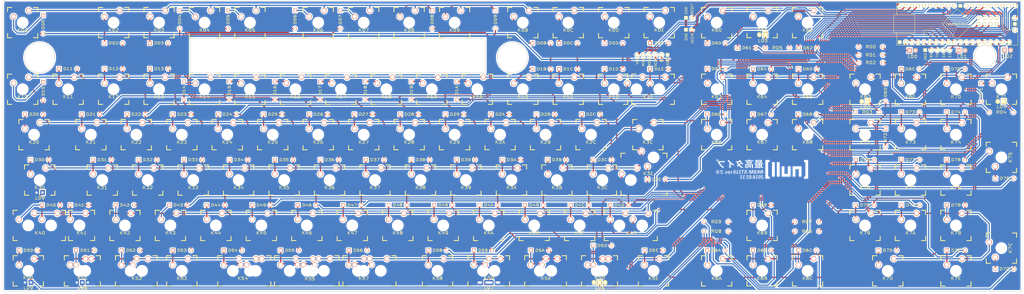
<source format=kicad_pcb>
(kicad_pcb (version 4) (host pcbnew 4.0.5+dfsg1-4)
  (title_block (title NKBM-ST110) (date 2018.01.17) (rev 2.0) (company null))
  (layers (0 F.Cu signal) (31 B.Cu signal) (34 B.Paste user) (35 F.Paste user) (36 B.SilkS user) (37 F.SilkS user) (38 B.Mask user) (39 F.Mask user) (44 Edge.Cuts user))
  (net 0 "")
  (net 1 /COL_11)
  (net 2 /COL_02)
  (net 3 /COL_03)
  (net 4 /COL_04)
  (net 5 /COL_05)
  (net 6 /COL_07)
  (net 7 /COL_08)
  (net 8 /COL_09)
  (net 9 /COL_10)
  (net 10 /COL_13)
  (net 11 /COL_01)
  (net 12 /COL_12)
  (net 13 /COL_14)
  (net 14 /GND)
  (net 15 /TX)
  (net 16 /RX)
  (net 17 /COL_06)
  (net 18 /VCC)
  (net 19 /RST)
  (net 20 /SELECT)
  (net 21 /SCLK)
  (net 22 /MOSI)
  (net 23 /MISO)
  (net 24 /ROW_01)
  (net 25 /ROW_02)
  (net 26 /ROW_03)
  (net 27 /ROW_04)
  (net 28 /ROW_05)
  (net 29 /ROW_06)
  (net 30 /VCC1)
  (net 31 /LED_06)
  (net 32 /LED_07)
  (net 33 /LED_05)
  (net 34 /LED_04)
  (net 35 /LED_03)
  (net 36 /LED_02)
  (net 37 /LED_01)
  (net 38 "Net-(MCU1-Pad32)")
  (net 39 /LED_09)
  (net 40 /LED_08)
  (net 41 "Net-(D0B1-Pad1)")
  (net 42 "Net-(D0C1-Pad1)")
  (net 43 "Net-(D0D1-Pad1)")
  (net 44 "Net-(D0E1-Pad1)")
  (net 45 "Net-(D001-Pad1)")
  (net 46 /COL_00)
  (net 47 "Net-(D1A1-Pad1)")
  (net 48 "Net-(D1B1-Pad1)")
  (net 49 "Net-(D1C1-Pad1)")
  (net 50 "Net-(D1D1-Pad1)")
  (net 51 "Net-(D1E1-Pad1)")
  (net 52 "Net-(D2A1-Pad1)")
  (net 53 "Net-(D2B1-Pad1)")
  (net 54 "Net-(D2C1-Pad1)")
  (net 55 "Net-(D3A1-Pad1)")
  (net 56 "Net-(D3B1-Pad1)")
  (net 57 "Net-(D3C1-Pad1)")
  (net 58 "Net-(D3E1-Pad1)")
  (net 59 "Net-(D4A1-Pad1)")
  (net 60 "Net-(D4B1-Pad1)")
  (net 61 "Net-(D4C1-Pad1)")
  (net 62 "Net-(D4D1-Pad1)")
  (net 63 "Net-(D5A1-Pad1)")
  (net 64 "Net-(D5D1-Pad1)")
  (net 65 "Net-(D5E1-Pad1)")
  (net 66 "Net-(D021-Pad1)")
  (net 67 "Net-(D031-Pad1)")
  (net 68 "Net-(D041-Pad1)")
  (net 69 "Net-(D051-Pad1)")
  (net 70 "Net-(D061-Pad1)")
  (net 71 "Net-(D071-Pad1)")
  (net 72 "Net-(D081-Pad1)")
  (net 73 "Net-(D091-Pad1)")
  (net 74 "Net-(D101-Pad1)")
  (net 75 "Net-(D111-Pad1)")
  (net 76 "Net-(D121-Pad1)")
  (net 77 "Net-(D131-Pad1)")
  (net 78 "Net-(D141-Pad1)")
  (net 79 "Net-(D151-Pad1)")
  (net 80 "Net-(D171-Pad1)")
  (net 81 "Net-(D181-Pad1)")
  (net 82 "Net-(D191-Pad1)")
  (net 83 "Net-(D201-Pad1)")
  (net 84 "Net-(D211-Pad1)")
  (net 85 "Net-(D221-Pad1)")
  (net 86 "Net-(D231-Pad1)")
  (net 87 "Net-(D241-Pad1)")
  (net 88 "Net-(D251-Pad1)")
  (net 89 "Net-(D261-Pad1)")
  (net 90 "Net-(D271-Pad1)")
  (net 91 "Net-(D281-Pad1)")
  (net 92 "Net-(D291-Pad1)")
  (net 93 "Net-(D301-Pad1)")
  (net 94 "Net-(D311-Pad1)")
  (net 95 "Net-(D321-Pad1)")
  (net 96 "Net-(D331-Pad1)")
  (net 97 "Net-(D341-Pad1)")
  (net 98 "Net-(D351-Pad1)")
  (net 99 "Net-(D361-Pad1)")
  (net 100 "Net-(D371-Pad1)")
  (net 101 "Net-(D381-Pad1)")
  (net 102 "Net-(D391-Pad1)")
  (net 103 "Net-(D401-Pad1)")
  (net 104 "Net-(D411-Pad1)")
  (net 105 "Net-(D421-Pad1)")
  (net 106 "Net-(D431-Pad1)")
  (net 107 "Net-(D441-Pad1)")
  (net 108 "Net-(D451-Pad1)")
  (net 109 "Net-(D461-Pad1)")
  (net 110 "Net-(D471-Pad1)")
  (net 111 "Net-(D481-Pad1)")
  (net 112 "Net-(D491-Pad1)")
  (net 113 "Net-(D501-Pad1)")
  (net 114 "Net-(D511-Pad1)")
  (net 115 "Net-(D521-Pad1)")
  (net 116 "Net-(D531-Pad1)")
  (net 117 "Net-(D541-Pad1)")
  (net 118 "Net-(D551-Pad1)")
  (net 119 "Net-(D561-Pad1)")
  (net 120 "Net-(D581-Pad1)")
  (net 121 "Net-(D591-Pad1)")
  (net 122 /ROW_00)
  (net 123 /ROW_07)
  (net 124 "Net-(L01-Pad2)")
  (net 125 "Net-(L11-Pad2)")
  (net 126 "Net-(L21-Pad2)")
  (net 127 "Net-(L31-Pad2)")
  (net 128 "Net-(L41-Pad2)")
  (net 129 "Net-(L51-Pad2)")
  (net 130 "Net-(L61-Pad2)")
  (net 131 "Net-(L71-Pad2)")
  (net 132 "Net-(L81-Pad2)")
  (net 133 "Net-(L91-Pad2)")
  (net 134 "Net-(MCU1-Pad11)")
  (net 135 "Net-(MCU1-Pad12)")
  (net 136 "Net-(MCU1-Pad34)")
  (net 137 "Net-(MCU1-Pad35)")
  (net 138 /LED_00)
  (net 139 "Net-(D6A1-Pad1)")
  (net 140 "Net-(D6B1-Pad1)")
  (net 141 "Net-(D6C1-Pad1)")
  (net 142 "Net-(D6D1-Pad1)")
  (net 143 "Net-(D6E1-Pad1)")
  (net 144 "Net-(D7A1-Pad1)")
  (net 145 "Net-(D7B1-Pad1)")
  (net 146 "Net-(D7C1-Pad1)")
  (net 147 "Net-(D7D1-Pad1)")
  (net 148 "Net-(D7E1-Pad1)")
  (net 149 "Net-(D601-Pad1)")
  (net 150 "Net-(D611-Pad1)")
  (net 151 "Net-(D621-Pad1)")
  (net 152 "Net-(D631-Pad1)")
  (net 153 "Net-(D641-Pad1)")
  (net 154 "Net-(D651-Pad1)")
  (net 155 "Net-(D661-Pad1)")
  (net 156 "Net-(D671-Pad1)")
  (net 157 "Net-(D681-Pad1)")
  (net 158 "Net-(D691-Pad1)")
  (net 159 "Net-(D701-Pad1)")
  (net 160 "Net-(D711-Pad1)")
  (net 161 "Net-(D721-Pad1)")
  (net 162 "Net-(D731-Pad1)")
  (net 163 "Net-(D741-Pad1)")
  (net 164 "Net-(D751-Pad1)")
  (net 165 "Net-(D761-Pad1)")
  (net 166 "Net-(D771-Pad1)")
  (net 167 "Net-(D781-Pad1)")
  (net 168 "Net-(D791-Pad1)")
  (net 169 "Net-(D161-Pad1)")
  (module null_keyboard:nkbm-st110_18.02 (layer F.Cu) (at 335.4 86.3)
    (fp_text reference MODEL hide)
    (fp_text value NKBM-ST110_r2.0_18.02.11 hide)
    (fp_poly (pts (xy 20.658667 5.249333) (xy -20.658666 5.249333) (xy -20.658666 3.407833) (xy -9.376833 3.407833) (xy -9.376833 3.598333) (xy -8.5725 3.598333) (xy -8.5725 3.407833) (xy -8.276166 3.407833) (xy -8.276166 3.598333) (xy -7.471833 3.598333) (xy -7.471833 3.407833) (xy -7.747 3.407833) (xy -7.747 3.323167) (xy -7.1755 3.323167) (xy -7.1755 3.598333) (xy -6.900333 3.598333) (xy -6.900333 3.407833) (xy -6.6675 3.407833) (xy -6.6675 3.598333) (xy -5.757333 3.598333) (xy -5.757333 3.496009) (xy -5.76638 3.425822) (xy -5.79541 3.349648) (xy -5.847258 3.263237) (xy -5.924755 3.162342) (xy -6.030736 3.042712) (xy -6.126687 2.942167) (xy -6.167535 2.899833) (xy -5.587472 2.899833) (xy -5.576878 3.081485) (xy -5.546828 3.243799) (xy -5.499183 3.381729) (xy -5.435799 3.490228) (xy -5.358536 3.564249) (xy -5.338439 3.576163) (xy -5.262501 3.602122) (xy -5.165137 3.61644) (xy -5.06247 3.618601) (xy -4.970617 3.608085) (xy -4.914907 3.589761) (xy -4.828843 3.526803) (xy -4.756419 3.43219) (xy -4.715909 3.354653) (xy -4.702533 3.323167) (xy -4.445 3.323167) (xy -4.445 3.598333) (xy -4.169833 3.598333) (xy -4.169833 3.323167) (xy -4.445 3.323167) (xy -4.702533 3.323167) (xy -4.69737 3.311014) (xy -4.684215 3.268005) (xy -4.677412 3.228288) (xy -3.958166 3.228288) (xy -3.941804 3.35722) (xy -3.891746 3.460951) (xy -3.806536 3.541713) (xy -3.725182 3.585782) (xy -3.643266 3.607746) (xy -3.536741 3.618035) (xy -3.421631 3.616854) (xy -3.313959 3.604409) (xy -3.229747 3.580907) (xy -3.226253 3.579361) (xy -3.125842 3.511933) (xy -3.053622 3.417986) (xy -3.050061 3.407833) (xy -2.815166 3.407833) (xy -2.815166 3.598333) (xy -2.010833 3.598333) (xy -2.010833 3.407833) (xy -2.286 3.407833) (xy -2.286 2.908152) (xy -2.285991 2.899833) (xy -1.756306 2.899833) (xy -1.745711 3.081485) (xy -1.715662 3.243799) (xy -1.668016 3.381729) (xy -1.604633 3.490228) (xy -1.52737 3.564249) (xy -1.507273 3.576163) (xy -1.431334 3.602122) (xy -1.333971 3.61644) (xy -1.231303 3.618601) (xy -1.13945 3.608085) (xy -1.08374 3.589761) (xy -0.997676 3.526803) (xy -0.925253 3.43219) (xy -0.912528 3.407833) (xy -0.635 3.407833) (xy -0.635 3.598333) (xy 0.275167 3.598333) (xy 0.275167 3.496009) (xy 0.26612 3.425822) (xy 0.23709 3.349648) (xy 0.185242 3.263237) (xy 0.107745 3.162342) (xy 0.001764 3.042712) (xy -0.094187 2.942167) (xy -0.190364 2.842492) (xy -0.260275 2.766334) (xy -0.308024 2.707716) (xy -0.337711 2.66066) (xy -0.35344 2.619188) (xy -0.359311 2.577322) (xy -0.359833 2.555065) (xy -0.350186 2.467902) (xy -0.317982 2.410808) (xy -0.258333 2.375381) (xy -0.254447 2.373994) (xy -0.171434 2.364838) (xy -0.095855 2.391122) (xy -0.036945 2.445991) (xy -0.00394 2.52259) (xy 0 2.562842) (xy 0.003332 2.589613) (xy 0.020403 2.601021) (xy 0.061827 2.600271) (xy 0.106091 2.59488) (xy 0.190639 2.58209) (xy 0.240427 2.568421) (xy 0.262872 2.549379) (xy 0.265393 2.52047) (xy 0.261462 2.500751) (xy 0.213776 2.368557) (xy 0.141058 2.26961) (xy 0.04168 2.202693) (xy -0.085989 2.166593) (xy -0.196911 2.159) (xy -0.338235 2.170785) (xy -0.448688 2.207709) (xy -0.533074 2.272126) (xy -0.588092 2.350616) (xy -0.619353 2.420025) (xy -0.631145 2.485633) (xy -0.628568 2.563026) (xy -0.615997 2.644419) (xy -0.595187 2.720325) (xy -0.582126 2.751584) (xy -0.555391 2.789153) (xy -0.50382 2.849692) (xy -0.433158 2.926896) (xy -0.349147 3.014462) (xy -0.272891 3.090991) (xy -0.18556 3.178377) (xy -0.109804 3.256588) (xy -0.050435 3.320459) (xy -0.012262 3.364824) (xy 0 3.383974) (xy -0.016581 3.394248) (xy -0.067886 3.401522) (xy -0.156257 3.405972) (xy -0.284037 3.407775) (xy -0.3175 3.407833) (xy -0.635 3.407833) (xy -0.912528 3.407833) (xy -0.884742 3.354653) (xy -0.866203 3.311014) (xy -0.853048 3.268005) (xy -0.844369 3.21733) (xy -0.839256 3.150691) (xy -0.836801 3.05979) (xy -0.836095 2.93633) (xy -0.836083 2.910417) (xy -0.837754 2.752085) (xy -0.843632 2.628451) (xy -0.855019 2.531978) (xy -0.873216 2.455129) (xy -0.899523 2.390367) (xy -0.935242 2.330158) (xy -0.93658 2.328185) (xy -0.992498 2.255921) (xy -1.049779 2.209022) (xy -1.119582 2.182442) (xy -1.213068 2.171135) (xy -1.287427 2.169583) (xy -1.381687 2.171128) (xy -1.445811 2.177345) (xy -1.49193 2.190607) (xy -1.532179 2.213286) (xy -1.54046 2.219066) (xy -1.619239 2.300084) (xy -1.681215 2.417039) (xy -1.725322 2.566572) (xy -1.750495 2.745319) (xy -1.756306 2.899833) (xy -2.285991 2.899833) (xy -2.285824 2.750179) (xy -2.28505 2.629722) (xy -2.28331 2.541964) (xy -2.280234 2.482086) (xy -2.275455 2.445274) (xy -2.268602 2.426708) (xy -2.259309 2.421573) (xy -2.248958 2.424277) (xy -2.164095 2.458488) (xy -2.09228 2.483745) (xy -2.042563 2.497111) (xy -2.024571 2.497077) (xy -2.016005 2.471837) (xy -2.00572 2.419694) (xy -2.001466 2.391833) (xy -1.988138 2.296583) (xy -2.157194 2.217208) (xy -2.264592 2.171284) (xy -2.350379 2.146079) (xy -2.427503 2.137868) (xy -2.433125 2.137833) (xy -2.54 2.137833) (xy -2.54 3.407833) (xy -2.815166 3.407833) (xy -3.050061 3.407833) (xy -3.014405 3.306191) (xy -3.011888 3.192892) (xy -3.037551 3.097697) (xy -3.090809 3.017659) (xy -3.175621 2.94415) (xy -3.259382 2.883474) (xy -3.18842 2.829348) (xy -3.106713 2.74389) (xy -3.061337 2.638707) (xy -3.051243 2.51126) (xy -3.052021 2.498738) (xy -3.077951 2.375028) (xy -3.135767 2.279126) (xy -3.225365 2.211111) (xy -3.346641 2.171067) (xy -3.487221 2.159) (xy -3.604177 2.164141) (xy -3.691965 2.18207) (xy -3.762775 2.216543) (xy -3.817898 2.260888) (xy -3.889683 2.352321) (xy -3.927633 2.454857) (xy -3.932101 2.559985) (xy -3.903443 2.659195) (xy -3.842011 2.743979) (xy -3.796312 2.780137) (xy -3.751877 2.811385) (xy -3.727829 2.833133) (xy -3.726398 2.836333) (xy -3.742568 2.853434) (xy -3.783166 2.885214) (xy -3.812221 2.905933) (xy -3.890331 2.978745) (xy -3.937622 3.070905) (xy -3.957218 3.189308) (xy -3.958166 3.228288) (xy -4.677412 3.228288) (xy -4.675535 3.21733) (xy -4.670422 3.150691) (xy -4.667967 3.05979) (xy -4.667261 2.93633) (xy -4.66725 2.910417) (xy -4.66892 2.752085) (xy -4.674799 2.628451) (xy -4.686186 2.531978) (xy -4.704383 2.455129) (xy -4.73069 2.390367) (xy -4.766408 2.330158) (xy -4.767746 2.328185) (xy -4.823665 2.255921) (xy -4.880945 2.209022) (xy -4.950748 2.182442) (xy -5.044235 2.171135) (xy -5.118594 2.169583) (xy -5.212854 2.171128) (xy -5.276977 2.177345) (xy -5.323097 2.190607) (xy -5.363346 2.213286) (xy -5.371626 2.219066) (xy -5.450406 2.300084) (xy -5.512382 2.417039) (xy -5.556489 2.566572) (xy -5.581662 2.745319) (xy -5.587472 2.899833) (xy -6.167535 2.899833) (xy -6.222864 2.842492) (xy -6.292775 2.766334) (xy -6.340524 2.707716) (xy -6.370211 2.66066) (xy -6.38594 2.619188) (xy -6.391811 2.577322) (xy -6.392333 2.555065) (xy -6.382686 2.467902) (xy -6.350482 2.410808) (xy -6.290833 2.375381) (xy -6.286947 2.373994) (xy -6.203934 2.364838) (xy -6.128355 2.391122) (xy -6.069445 2.445991) (xy -6.03644 2.52259) (xy -6.0325 2.562842) (xy -6.029168 2.589613) (xy -6.012097 2.601021) (xy -5.970673 2.600271) (xy -5.926409 2.59488) (xy -5.841861 2.58209) (xy -5.792073 2.568421) (xy -5.769628 2.549379) (xy -5.767107 2.52047) (xy -5.771038 2.500751) (xy -5.818724 2.368557) (xy -5.891442 2.26961) (xy -5.99082 2.202693) (xy -6.118489 2.166593) (xy -6.229411 2.159) (xy -6.370735 2.170785) (xy -6.481188 2.207709) (xy -6.565574 2.272126) (xy -6.620592 2.350616) (xy -6.651853 2.420025) (xy -6.663645 2.485633) (xy -6.661068 2.563026) (xy -6.648497 2.644419) (xy -6.627687 2.720325) (xy -6.614626 2.751584) (xy -6.587891 2.789153) (xy -6.53632 2.849692) (xy -6.465658 2.926896) (xy -6.381647 3.014462) (xy -6.305391 3.090991) (xy -6.21806 3.178377) (xy -6.142304 3.256588) (xy -6.082935 3.320459) (xy -6.044762 3.364824) (xy -6.0325 3.383974) (xy -6.049081 3.394248) (xy -6.100386 3.401522) (xy -6.188757 3.405972) (xy -6.316537 3.407775) (xy -6.35 3.407833) (xy -6.6675 3.407833) (xy -6.900333 3.407833) (xy -6.900333 3.323167) (xy -7.1755 3.323167) (xy -7.747 3.323167) (xy -7.747 2.908152) (xy -7.746824 2.750179) (xy -7.74605 2.629722) (xy -7.74431 2.541964) (xy -7.741234 2.482086) (xy -7.736455 2.445274) (xy -7.729602 2.426708) (xy -7.720309 2.421573) (xy -7.709958 2.424277) (xy -7.625095 2.458488) (xy -7.55328 2.483745) (xy -7.503563 2.497111) (xy -7.485571 2.497077) (xy -7.477005 2.471837) (xy -7.46672 2.419694) (xy -7.462466 2.391833) (xy -7.449138 2.296583) (xy -7.618194 2.217208) (xy -7.725592 2.171284) (xy -7.811379 2.146079) (xy -7.888503 2.137868) (xy -7.894125 2.137833) (xy -8.001 2.137833) (xy -8.001 3.407833) (xy -8.276166 3.407833) (xy -8.5725 3.407833) (xy -8.847666 3.407833) (xy -8.847666 2.908152) (xy -8.847491 2.750179) (xy -8.846717 2.629722) (xy -8.844977 2.541964) (xy -8.841901 2.482086) (xy -8.837121 2.445274) (xy -8.830269 2.426708) (xy -8.820975 2.421573) (xy -8.810625 2.424277) (xy -8.725762 2.458488) (xy -8.653947 2.483745) (xy -8.60423 2.497111) (xy -8.586238 2.497077) (xy -8.577672 2.471837) (xy -8.567387 2.419694) (xy -8.563132 2.391833) (xy -8.549805 2.296583) (xy -8.71886 2.217208) (xy -8.826259 2.171284) (xy -8.912045 2.146079) (xy -8.98917 2.137868) (xy -8.994791 2.137833) (xy -9.101666 2.137833) (xy -9.101666 3.407833) (xy -9.376833 3.407833) (xy -20.658666 3.407833) (xy -20.658666 0.804333) (xy -19.303472 0.804333) (xy -19.292878 0.985985) (xy -19.262828 1.148299) (xy -19.215183 1.286229) (xy -19.151799 1.394728) (xy -19.074536 1.468749) (xy -19.054439 1.480663) (xy -18.978501 1.506622) (xy -18.881137 1.52094) (xy -18.77847 1.523101) (xy -18.686617 1.512585) (xy -18.630907 1.494261) (xy -18.544843 1.431303) (xy -18.472419 1.33669) (xy -18.431909 1.259153) (xy -18.418533 1.227667) (xy -18.161 1.227667) (xy -18.161 1.502833) (xy -17.885833 1.502833) (xy -17.885833 1.312333) (xy -17.653 1.312333) (xy -17.653 1.502833) (xy -16.742833 1.502833) (xy -16.742833 1.400509) (xy -16.75188 1.330322) (xy -16.78091 1.254148) (xy -16.796799 1.227667) (xy -15.980833 1.227667) (xy -15.980833 1.502833) (xy -15.705666 1.502833) (xy -15.705666 1.227667) (xy -15.980833 1.227667) (xy -16.796799 1.227667) (xy -16.832758 1.167737) (xy -16.910255 1.066842) (xy -17.016236 0.947212) (xy -17.112187 0.846667) (xy -17.208364 0.746992) (xy -17.278275 0.670834) (xy -17.326024 0.612216) (xy -17.355711 0.56516) (xy -17.37144 0.523688) (xy -17.377311 0.481822) (xy -17.377833 0.459565) (xy -17.368186 0.372402) (xy -17.335982 0.315308) (xy -17.276333 0.279881) (xy -17.272447 0.278494) (xy -17.189434 0.269338) (xy -17.113855 0.295622) (xy -17.054945 0.350491) (xy -17.02194 0.42709) (xy -17.018 0.467342) (xy -17.014668 0.494113) (xy -16.997597 0.505521) (xy -16.956173 0.504771) (xy -16.911909 0.49938) (xy -16.828968 0.486833) (xy -15.657995 0.486833) (xy -15.502364 0.967814) (xy -15.4582 1.104097) (xy -15.418032 1.227667) (xy -15.383799 1.332584) (xy -15.357444 1.412907) (xy -15.340905 1.462698) (xy -15.336363 1.475814) (xy -15.311197 1.491834) (xy -15.249071 1.50066) (xy -15.169094 1.502833) (xy -15.012192 1.502833) (xy -14.98864 1.412875) (xy -14.974943 1.365326) (xy -14.9505 1.28527) (xy -14.917732 1.180434) (xy -14.879056 1.058545) (xy -14.84747 0.960247) (xy -14.583833 0.960247) (xy -14.583833 1.058333) (xy -13.880041 1.058333) (xy -13.893515 1.127125) (xy -13.929635 1.221952) (xy -13.991333 1.292041) (xy -14.070662 1.332563) (xy -14.159673 1.338692) (xy -14.216229 1.323105) (xy -14.286253 1.275012) (xy -14.315006 1.228037) (xy -14.339569 1.183892) (xy -14.366133 1.164231) (xy -14.367434 1.164167) (xy -14.415988 1.169881) (xy -14.475907 1.184101) (xy -14.533048 1.202446) (xy -14.573272 1.220533) (xy -14.583833 1.23123) (xy -14.566627 1.289916) (xy -14.520982 1.357971) (xy -14.455862 1.424933) (xy -14.380227 1.480339) (xy -14.361583 1.490713) (xy -14.29438 1.511436) (xy -14.201273 1.5225) (xy -14.097567 1.523932) (xy -13.998567 1.515761) (xy -13.91958 1.498013) (xy -13.900157 1.48988) (xy -13.784336 1.411807) (xy -13.701932 1.310242) (xy -13.652104 1.183486) (xy -13.634012 1.029837) (xy -13.635774 0.95518) (xy -13.660341 0.794327) (xy -13.712827 0.6649) (xy -13.792814 0.567336) (xy -13.899882 0.502067) (xy -13.946951 0.490615) (xy -13.522153 0.490615) (xy -13.517674 0.513292) (xy -13.508313 0.569514) (xy -13.504622 0.629708) (xy -13.498169 0.676527) (xy -13.482839 0.698302) (xy -13.481074 0.6985) (xy -13.417971 0.715315) (xy -13.348304 0.759063) (xy -13.286111 0.819695) (xy -13.260195 0.856572) (xy -13.238704 0.896296) (xy -13.224068 0.935061) (xy -13.214984 0.982042) (xy -13.21015 1.046411) (xy -13.208264 1.137341) (xy -13.208 1.224234) (xy -13.208 1.502833) (xy -12.954 1.502833) (xy -12.954 0.804333) (xy -12.170306 0.804333) (xy -12.159711 0.985985) (xy -12.129662 1.148299) (xy -12.082016 1.286229) (xy -12.018633 1.394728) (xy -11.94137 1.468749) (xy -11.921273 1.480663) (xy -11.845334 1.506622) (xy -11.747971 1.52094) (xy -11.645303 1.523101) (xy -11.55345 1.512585) (xy -11.49774 1.494261) (xy -11.411676 1.431303) (xy -11.339253 1.33669) (xy -11.326528 1.312333) (xy -11.027833 1.312333) (xy -11.027833 1.502833) (xy -10.2235 1.502833) (xy -10.2235 1.312333) (xy -9.927166 1.312333) (xy -9.927166 1.502833) (xy -9.122833 1.502833) (xy -9.122833 1.312333) (xy -9.398 1.312333) (xy -9.398 0.812652) (xy -9.397824 0.654679) (xy -9.39705 0.534222) (xy -9.39531 0.446464) (xy -9.392234 0.386586) (xy -9.387455 0.349774) (xy -9.380602 0.331208) (xy -9.371309 0.326073) (xy -9.360958 0.328777) (xy -9.276095 0.362988) (xy -9.20428 0.388245) (xy -9.154563 0.401611) (xy -9.136571 0.401577) (xy -9.128005 0.376337) (xy -9.11772 0.324194) (xy -9.113466 0.296333) (xy -9.100138 0.201083) (xy -9.269194 0.121708) (xy -9.376592 0.075784) (xy -9.462379 0.050579) (xy -9.539503 0.042368) (xy -9.545125 0.042333) (xy -9.652 0.042333) (xy -9.652 1.312333) (xy -9.927166 1.312333) (xy -10.2235 1.312333) (xy -10.498666 1.312333) (xy -10.498666 0.812652) (xy -10.498491 0.654679) (xy -10.497717 0.534222) (xy -10.495977 0.446464) (xy -10.492901 0.386586) (xy -10.488121 0.349774) (xy -10.481269 0.331208) (xy -10.471975 0.326073) (xy -10.461625 0.328777) (xy -10.376762 0.362988) (xy -10.304947 0.388245) (xy -10.25523 0.401611) (xy -10.237238 0.401577) (xy -10.228672 0.376337) (xy -10.218387 0.324194) (xy -10.214132 0.296333) (xy -10.200805 0.201083) (xy -10.36986 0.121708) (xy -10.477259 0.075784) (xy -10.563045 0.050579) (xy -10.64017 0.042368) (xy -10.645791 0.042333) (xy -10.752666 0.042333) (xy -10.752666 1.312333) (xy -11.027833 1.312333) (xy -11.326528 1.312333) (xy -11.298742 1.259153) (xy -11.280203 1.215514) (xy -11.267048 1.172505) (xy -11.258369 1.12183) (xy -11.253256 1.055191) (xy -11.250801 0.96429) (xy -11.250095 0.84083) (xy -11.250083 0.814917) (xy -11.251754 0.656585) (xy -11.257632 0.532951) (xy -11.269019 0.436478) (xy -11.287216 0.359629) (xy -11.313523 0.294867) (xy -11.349242 0.234658) (xy -11.35058 0.232685) (xy -11.406498 0.160421) (xy -11.463779 0.113522) (xy -11.533582 0.086942) (xy -11.627068 0.075635) (xy -11.701427 0.074083) (xy -11.795687 0.075628) (xy -11.859811 0.081845) (xy -11.90593 0.095107) (xy -11.946179 0.117786) (xy -11.95446 0.123566) (xy -12.033239 0.204584) (xy -12.095215 0.321539) (xy -12.139322 0.471072) (xy -12.164495 0.649819) (xy -12.170306 0.804333) (xy -12.954 0.804333) (xy -12.954 0.486833) (xy -13.186833 0.486833) (xy -13.186991 0.687917) (xy -13.229052 0.618931) (xy -13.290716 0.546517) (xy -13.370062 0.492656) (xy -13.452302 0.466757) (xy -13.46976 0.465746) (xy -13.511846 0.470243) (xy -13.522153 0.490615) (xy -13.946951 0.490615) (xy -14.033613 0.46953) (xy -14.10742 0.465667) (xy -14.230564 0.473994) (xy -14.326139 0.502275) (xy -14.406163 0.555461) (xy -14.460011 0.610919) (xy -14.536555 0.727747) (xy -14.576375 0.859413) (xy -14.583833 0.960247) (xy -14.84747 0.960247) (xy -14.836892 0.927331) (xy -14.829623 0.904875) (xy -14.694157 0.486833) (xy -14.980988 0.486833) (xy -15.071129 0.851958) (xy -15.101054 0.97164) (xy -15.128317 1.077815) (xy -15.151021 1.163318) (xy -15.167268 1.220984) (xy -15.174614 1.24282) (xy -15.183829 1.231577) (xy -15.201625 1.185055) (xy -15.226156 1.109006) (xy -15.25558 1.00918) (xy -15.288053 0.891331) (xy -15.291683 0.877695) (xy -15.395408 0.486833) (xy -15.657995 0.486833) (xy -16.828968 0.486833) (xy -16.827361 0.48659) (xy -16.777573 0.472921) (xy -16.755128 0.453879) (xy -16.752607 0.42497) (xy -16.756538 0.405251) (xy -16.804224 0.273057) (xy -16.876942 0.17411) (xy -16.97632 0.107193) (xy -17.103989 0.071093) (xy -17.214911 0.0635) (xy -17.356235 0.075285) (xy -17.466688 0.112209) (xy -17.551074 0.176626) (xy -17.606092 0.255116) (xy -17.637353 0.324525) (xy -17.649145 0.390133) (xy -17.646568 0.467526) (xy -17.633997 0.548919) (xy -17.613187 0.624825) (xy -17.600126 0.656084) (xy -17.573391 0.693653) (xy -17.52182 0.754192) (xy -17.451158 0.831396) (xy -17.367147 0.918962) (xy -17.290891 0.995491) (xy -17.20356 1.082877) (xy -17.127804 1.161088) (xy -17.068435 1.224959) (xy -17.030262 1.269324) (xy -17.018 1.288474) (xy -17.034581 1.298748) (xy -17.085886 1.306022) (xy -17.174257 1.310472) (xy -17.302037 1.312275) (xy -17.3355 1.312333) (xy -17.653 1.312333) (xy -17.885833 1.312333) (xy -17.885833 1.227667) (xy -18.161 1.227667) (xy -18.418533 1.227667) (xy -18.41337 1.215514) (xy -18.400215 1.172505) (xy -18.391535 1.12183) (xy -18.386422 1.055191) (xy -18.383967 0.96429) (xy -18.383261 0.84083) (xy -18.38325 0.814917) (xy -18.38492 0.656585) (xy -18.390799 0.532951) (xy -18.402186 0.436478) (xy -18.420383 0.359629) (xy -18.44669 0.294867) (xy -18.482408 0.234658) (xy -18.483746 0.232685) (xy -18.539665 0.160421) (xy -18.596945 0.113522) (xy -18.666748 0.086942) (xy -18.760235 0.075635) (xy -18.834594 0.074083) (xy -18.928854 0.075628) (xy -18.992977 0.081845) (xy -19.039097 0.095107) (xy -19.079346 0.117786) (xy -19.087626 0.123566) (xy -19.166406 0.204584) (xy -19.228382 0.321539) (xy -19.272489 0.471072) (xy -19.297662 0.649819) (xy -19.303472 0.804333) (xy -20.658666 0.804333) (xy -20.658666 0.021167) (xy -8.911166 0.021167) (xy -8.911166 0.232833) (xy -8.466666 0.232833) (xy -8.466666 1.502833) (xy -8.1915 1.502833) (xy -8.1915 1.100295) (xy -7.641166 1.100295) (xy -7.630084 1.228418) (xy -7.594309 1.329815) (xy -7.530054 1.414573) (xy -7.51916 1.425132) (xy -7.450602 1.47869) (xy -7.373642 1.514181) (xy -7.278949 1.53404) (xy -7.15719 1.540704) (xy -7.079959 1.539759) (xy -6.977192 1.535588) (xy -6.904575 1.52819) (xy -6.849932 1.515099) (xy -6.801087 1.493848) (xy -6.771381 1.47726) (xy -6.686339 1.411421) (xy -6.612364 1.325348) (xy -6.561342 1.233937) (xy -6.550263 1.200183) (xy -6.546621 1.167749) (xy -6.561939 1.145725) (xy -6.605053 1.125397) (xy -6.637867 1.113803) (xy -6.718496 1.089112) (xy -6.770571 1.083743) (xy -6.804402 1.100229) (xy -6.830297 1.141103) (xy -6.840181 1.163511) (xy -6.895779 1.251987) (xy -6.975116 1.306645) (xy -7.080251 1.32862) (xy -7.138168 1.328046) (xy -7.245702 1.309247) (xy -7.318206 1.268006) (xy -7.35741 1.202876) (xy -7.366 1.137682) (xy -7.356665 1.070909) (xy -7.325396 1.015257) (xy -7.267294 0.966762) (xy -7.17746 0.921455) (xy -7.050996 0.875372) (xy -7.03609 0.87055) (xy -6.913523 0.8255) (xy -6.35 0.8255) (xy -6.35 1.016) (xy -5.7785 1.016) (xy -5.7785 0.8255) (xy -6.35 0.8255) (xy -6.913523 0.8255) (xy -6.882433 0.814073) (xy -6.766858 0.753297) (xy -6.685111 0.683715) (xy -6.632941 0.600821) (xy -6.606097 0.500109) (xy -6.600014 0.408412) (xy -6.602445 0.325494) (xy -6.614073 0.266899) (xy -6.639651 0.214849) (xy -6.659817 0.184789) (xy -6.733881 0.102641) (xy -6.824693 0.047196) (xy -6.917567 0.021167) (xy -5.482166 0.021167) (xy -5.482166 1.502833) (xy -5.207 1.502833) (xy -5.204812 0.894292) (xy -5.203771 0.712683) (xy -5.202032 0.57106) (xy -5.199491 0.467077) (xy -5.196044 0.39839) (xy -5.191586 0.362654) (xy -5.186014 0.357525) (xy -5.181513 0.370417) (xy -5.167631 0.425284) (xy -5.146085 0.509463) (xy -5.118644 0.616133) (xy -5.087074 0.738472) (xy -5.053144 0.869661) (xy -5.018623 1.002879) (xy -4.985277 1.131304) (xy -4.954875 1.248116) (xy -4.929186 1.346495) (xy -4.909977 1.419619) (xy -4.899015 1.460669) (xy -4.897575 1.465792) (xy -4.885491 1.484949) (xy -4.857294 1.496242) (xy -4.804075 1.50157) (xy -4.723682 1.502833) (xy -4.560716 1.502833) (xy -4.400718 0.862542) (xy -4.24072 0.22225) (xy -4.250531 0.862542) (xy -4.260342 1.502833) (xy -4.0005 1.502833) (xy -4.0005 1.031322) (xy -3.736631 1.031322) (xy -3.73597 1.155818) (xy -3.72497 1.208005) (xy -3.681389 1.30135) (xy -3.60899 1.387555) (xy -3.52079 1.452996) (xy -3.469374 1.475488) (xy -3.424788 1.483165) (xy -3.34643 1.490013) (xy -3.242857 1.495551) (xy -3.122629 1.499297) (xy -3.021541 1.500672) (xy -2.645833 1.502833) (xy -2.645833 1.482772) (xy -2.443363 1.482772) (xy -2.435864 1.494985) (xy -2.404862 1.500871) (xy -2.342781 1.502714) (xy -2.299312 1.502833) (xy -2.141801 1.502833) (xy -1.946207 1.180042) (xy -1.882176 1.074816) (xy -1.825123 0.981896) (xy -1.778886 0.907469) (xy -1.747305 0.85772) (xy -1.73473 0.839315) (xy -1.71294 0.843236) (xy -1.67393 0.872496) (xy -1.643162 0.902815) (xy -1.567479 0.98425) (xy -1.566906 1.243542) (xy -1.566333 1.502833) (xy -1.291166 1.502833) (xy -1.291166 0.021167) (xy -0.9525 0.021167) (xy -0.9525 1.502833) (xy -0.620714 1.502833) (xy -0.391395 1.010708) (xy -0.325722 0.869116) (xy -0.263167 0.733023) (xy -0.206885 0.609387) (xy -0.160028 0.505163) (xy -0.125752 0.427309) (xy -0.110672 0.391583) (xy -0.083906 0.326062) (xy -0.064193 0.278949) (xy -0.056092 0.261025) (xy -0.055491 0.280395) (xy -0.055334 0.336912) (xy -0.055594 0.42539) (xy -0.056247 0.540645) (xy -0.057267 0.677493) (xy -0.05863 0.830749) (xy -0.059111 0.88015) (xy -0.065306 1.502833) (xy 0.1905 1.502833) (xy 0.1905 0.021167) (xy -0.015875 0.021815) (xy -0.22225 0.022464) (xy -0.400239 0.408107) (xy -0.460051 0.539541) (xy -0.51817 0.670583) (xy -0.570456 0.79165) (xy -0.612767 0.89316) (xy -0.640041 0.962996) (xy -0.66871 1.040389) (xy -0.691804 1.100673) (xy -0.705625 1.13428) (xy -0.707662 1.138051) (xy -0.708827 1.119393) (xy -0.709155 1.063836) (xy -0.708689 0.976805) (xy -0.707476 0.863727) (xy -0.705561 0.730025) (xy -0.703015 0.582513) (xy -0.69256 0.021167) (xy -0.9525 0.021167) (xy -1.291166 0.021167) (xy -1.565201 0.021167) (xy -1.571059 0.333169) (xy -1.576916 0.645172) (xy -1.830916 0.334393) (xy -2.084916 0.023615) (xy -2.252648 0.022391) (xy -2.420379 0.021167) (xy -2.378486 0.068792) (xy -2.350135 0.101147) (xy -2.299991 0.158499) (xy -2.234088 0.233939) (xy -2.158461 0.320561) (xy -2.120794 0.363721) (xy -1.904995 0.611026) (xy -2.159027 1.016042) (xy -2.233605 1.135206) (xy -2.301501 1.244179) (xy -2.359157 1.337217) (xy -2.40302 1.408573) (xy -2.429534 1.452502) (xy -2.434941 1.461946) (xy -2.443363 1.482772) (xy -2.645833 1.482772) (xy -2.645833 0.018601) (xy -3.042708 0.025175) (xy -3.187902 0.028147) (xy -3.29753 0.032024) (xy -3.378359 0.037457) (xy -3.437154 0.045098) (xy -3.480683 0.055601) (xy -3.515712 0.069616) (xy -3.518625 0.071045) (xy -3.607932 0.137246) (xy -3.665179 0.231032) (xy -3.690272 0.352233) (xy -3.691467 0.38245) (xy -3.682614 0.485494) (xy -3.648571 0.566084) (xy -3.582927 0.635717) (xy -3.528023 0.675497) (xy -3.450448 0.726577) (xy -3.530558 0.762443) (xy -3.631368 0.828773) (xy -3.700911 0.920353) (xy -3.736631 1.031322) (xy -4.0005 1.031322) (xy -4.0005 0.021167) (xy -4.437126 0.021167) (xy -4.547225 0.470958) (xy -4.582435 0.615872) (xy -4.616701 0.758836) (xy -4.647821 0.890526) (xy -4.673597 1.001619) (xy -4.691827 1.082789) (xy -4.694349 1.094494) (xy -4.731375 1.268239) (xy -4.863759 0.723497) (xy -4.900332 0.573406) (xy -4.934716 0.433048) (xy -4.965321 0.308858) (xy -4.990555 0.20727) (xy -5.008829 0.134719) (xy -5.0179 0.099961) (xy -5.039656 0.021167) (xy -5.482166 0.021167) (xy -6.917567 0.021167) (xy -6.940165 0.014834) (xy -7.057006 0.003065) (xy -7.196932 0.003841) (xy -7.307373 0.022719) (xy -7.398245 0.062314) (xy -7.462848 0.110076) (xy -7.516685 0.166948) (xy -7.564334 0.233817) (xy -7.599154 0.29918) (xy -7.614499 0.351536) (xy -7.612696 0.369502) (xy -7.588082 0.388577) (xy -7.536438 0.410243) (xy -7.472425 0.429734) (xy -7.410701 0.442281) (xy -7.382046 0.4445) (xy -7.356753 0.42649) (xy -7.331085 0.382065) (xy -7.32678 0.371057) (xy -7.276068 0.286411) (xy -7.200051 0.231844) (xy -7.105774 0.210125) (xy -7.000276 0.224023) (xy -6.97484 0.232672) (xy -6.917678 0.274534) (xy -6.884789 0.339491) (xy -6.87723 0.415241) (xy -6.896053 0.489481) (xy -6.942315 0.549908) (xy -6.947313 0.553838) (xy -6.990159 0.576904) (xy -7.059881 0.605075) (xy -7.142401 0.632738) (xy -7.15367 0.636103) (xy -7.317705 0.690772) (xy -7.443357 0.748801) (xy -7.534573 0.81395) (xy -7.595303 0.889979) (xy -7.629494 0.980647) (xy -7.641096 1.089713) (xy -7.641166 1.100295) (xy -8.1915 1.100295) (xy -8.1915 0.232833) (xy -7.747 0.232833) (xy -7.747 0.021167) (xy -8.911166 0.021167) (xy -20.658666 0.021167) (xy -20.658666 -3.440886) (xy -18.684706 -3.440886) (xy -18.67526 -3.401656) (xy -18.652387 -3.367133) (xy -18.628729 -3.3285) (xy -18.591135 -3.259296) (xy -18.543636 -3.16728) (xy -18.490261 -3.060215) (xy -18.450309 -2.977867) (xy -18.31991 -2.7167) (xy -18.19379 -2.48835) (xy -18.06631 -2.284477) (xy -17.931831 -2.096741) (xy -17.784714 -1.916804) (xy -17.61932 -1.736325) (xy -17.591012 -1.707075) (xy -17.319242 -1.446528) (xy -17.047893 -1.222813) (xy -16.797812 -1.049554) (xy -16.689597 -0.985318) (xy -16.605674 -0.946702) (xy -16.537311 -0.932834) (xy -16.47578 -0.942845) (xy -16.412351 -0.975863) (xy -16.369166 -1.0068) (xy -16.291664 -1.06094) (xy -16.206386 -1.113283) (xy -16.1679 -1.134157) (xy -16.111275 -1.164341) (xy -16.074087 -1.187024) (xy -16.0655 -1.194925) (xy -16.082759 -1.208259) (xy -16.12945 -1.237412) (xy -16.197937 -1.277748) (xy -16.261291 -1.313831) (xy -16.4567 -1.428326) (xy -16.625825 -1.539005) (xy -16.780631 -1.654971) (xy -16.933078 -1.785328) (xy -17.095127 -1.939178) (xy -17.134639 -1.978468) (xy -17.242271 -2.089486) (xy -17.349536 -2.20591) (xy -17.448259 -2.318487) (xy -17.530268 -2.417964) (xy -17.574534 -2.4765) (xy -17.625217 -2.552472) (xy -17.684056 -2.64846) (xy -17.747343 -2.757509) (xy -17.811368 -2.872661) (xy -17.872423 -2.98696) (xy -17.926797 -3.093449) (xy -17.970782 -3.18517) (xy -18.000668 -3.255167) (xy -18.012746 -3.296484) (xy -18.012833 -3.298544) (xy -18.008691 -3.305624) (xy -17.994051 -3.311431) (xy -17.965588 -3.316024) (xy -17.919982 -3.319465) (xy -17.853907 -3.321813) (xy -17.764043 -3.323127) (xy -17.647066 -3.323469) (xy -17.499653 -3.322898) (xy -17.318482 -3.321474) (xy -17.100229 -3.319256) (xy -16.955643 -3.317634) (xy -16.706188 -3.314981) (xy -16.496091 -3.313252) (xy -16.322386 -3.312487) (xy -16.182108 -3.312727) (xy -16.072289 -3.314009) (xy -15.989964 -3.316374) (xy -15.932168 -3.31986) (xy -15.895933 -3.324508) (xy -15.878295 -3.330357) (xy -15.876481 -3.331965) (xy -15.865781 -3.363456) (xy -15.854837 -3.42668) (xy -15.845246 -3.511077) (xy -15.840748 -3.568346) (xy -15.826987 -3.77825) (xy -16.968778 -3.770983) (xy -17.221359 -3.76949) (xy -17.435113 -3.76854) (xy -17.613546 -3.768208) (xy -17.760162 -3.768569) (xy -17.878466 -3.769701) (xy -17.971962 -3.771679) (xy -18.044156 -3.774578) (xy -18.098551 -3.778474) (xy -18.138653 -3.783444) (xy -18.167965 -3.789563) (xy -18.189994 -3.796907) (xy -18.191286 -3.797441) (xy -18.253227 -3.819182) (xy -18.305206 -3.830642) (xy -18.31381 -3.831167) (xy -18.349023 -3.816256) (xy -18.403218 -3.776769) (xy -18.468184 -3.720575) (xy -18.535711 -3.655543) (xy -18.597587 -3.589542) (xy -18.645603 -3.530441) (xy -18.670193 -3.48962) (xy -18.684706 -3.440886) (xy -20.658666 -3.440886) (xy -20.658666 -4.050344) (xy -19.356239 -4.050344) (xy -19.332688 -3.934194) (xy -19.278674 -3.828143) (xy -19.194255 -3.739923) (xy -19.138822 -3.70391) (xy -19.085028 -3.680541) (xy -19.024055 -3.66863) (xy -18.941482 -3.665965) (xy -18.898418 -3.667018) (xy -18.811625 -3.671724) (xy -18.752854 -3.681414) (xy -18.707801 -3.700275) (xy -18.662163 -3.73249) (xy -18.655001 -3.738233) (xy -18.565347 -3.828007) (xy -18.51125 -3.92841) (xy -18.508901 -3.939959) (xy -14.626166 -3.939959) (xy -14.611723 -3.912474) (xy -14.57265 -3.863666) (xy -14.515328 -3.801025) (xy -14.462125 -3.747448) (xy -14.384761 -3.670276) (xy -14.290253 -3.573194) (xy -14.189744 -3.46779) (xy -14.094374 -3.36565) (xy -14.080412 -3.350468) (xy -13.862742 -3.113187) (xy -13.864187 -2.038135) (xy -13.864455 -1.828192) (xy -13.864678 -1.630747) (xy -13.864854 -1.449911) (xy -13.86498 -1.289795) (xy -13.865054 -1.154511) (xy -13.865073 -1.048169) (xy -13.865034 -0.97488) (xy -13.864935 -0.938756) (xy -13.864899 -0.935974) (xy -13.854608 -0.924262) (xy -13.820866 -0.916944) (xy -13.758227 -0.913576) (xy -13.66125 -0.913716) (xy -13.604875 -0.914807) (xy -13.345583 -0.92075) (xy -13.353191 -1.807541) (xy -13.3608 -2.694331) (xy -13.183858 -2.554344) (xy -13.063013 -2.461821) (xy -12.925408 -2.361534) (xy -12.780586 -2.260021) (xy -12.63809 -2.163822) (xy -12.507462 -2.079475) (xy -12.398247 -2.01352) (xy -12.377659 -2.001916) (xy -12.289019 -1.957123) (xy -12.223071 -1.937914) (xy -12.168515 -1.944638) (xy -12.114051 -1.977645) (xy -12.075583 -2.011268) (xy -12.022791 -2.054154) (xy -11.950477 -2.105077) (xy -11.889109 -2.143963) (xy -11.766135 -2.217393) (xy -12.003477 -2.34966) (xy -12.14905 -2.434325) (xy -12.311306 -2.534631) (xy -12.479908 -2.64372) (xy -12.644521 -2.754735) (xy -12.794809 -2.860817) (xy -12.920436 -2.955109) (xy -12.943416 -2.973331) (xy -13.143829 -3.140168) (xy -13.335814 -3.311444) (xy -13.495272 -3.463746) (xy -11.006666 -3.463746) (xy -10.992681 -3.42157) (xy -10.957863 -3.369991) (xy -10.945361 -3.355925) (xy -10.912278 -3.312963) (xy -10.86574 -3.241718) (xy -10.811577 -3.151588) (xy -10.755621 -3.051974) (xy -10.747768 -3.037417) (xy -10.668185 -2.892737) (xy -10.58385 -2.745757) (xy -10.500006 -2.605163) (xy -10.421896 -2.479642) (xy -10.354762 -2.377882) (xy -10.321997 -2.331933) (xy -10.269405 -2.26145) (xy -10.433469 -2.116878) (xy -10.546227 -2.014416) (xy -10.627305 -1.933136) (xy -10.679556 -1.86973) (xy -10.705832 -1.82089) (xy -10.710333 -1.795711) (xy -10.695793 -1.76148) (xy -10.657659 -1.708229) (xy -10.60416 -1.644855) (xy -10.543524 -1.580257) (xy -10.48398 -1.523332) (xy -10.433758 -1.482978) (xy -10.408504 -1.469339) (xy -10.384447 -1.470005) (xy -10.350545 -1.487701) (xy -10.301903 -1.526205) (xy -10.23363 -1.589293) (xy -10.161886 -1.659705) (xy -9.957385 -1.863438) (xy -9.884067 -1.786388) (xy -9.80822 -1.711037) (xy -9.708542 -1.618244) (xy -9.594683 -1.516473) (xy -9.476295 -1.414186) (xy -9.363026 -1.319849) (xy -9.264527 -1.241926) (xy -9.255739 -1.23527) (xy -9.151881 -1.160283) (xy -9.040066 -1.085089) (xy -8.92714 -1.013718) (xy -8.819948 -0.950201) (xy -8.725336 -0.898569) (xy -8.65015 -0.862851) (xy -8.601236 -0.847077) (xy -8.595664 -0.846667) (xy -8.54892 -0.858268) (xy -8.484099 -0.888369) (xy -8.428567 -0.921835) (xy -8.350348 -0.97057) (xy -8.268451 -1.015595) (xy -8.222474 -1.037499) (xy -8.167703 -1.062734) (xy -8.133607 -1.081824) (xy -8.128 -1.087418) (xy -8.145257 -1.101069) (xy -8.191411 -1.129596) (xy -8.258034 -1.167895) (xy -8.292041 -1.186736) (xy -8.571417 -1.348522) (xy -8.819601 -1.511857) (xy -9.047281 -1.684497) (xy -9.265142 -1.874201) (xy -9.350304 -1.95502) (xy -9.437091 -2.04044) (xy -9.496182 -2.102172) (xy -9.531301 -2.144902) (xy -9.546169 -2.173313) (xy -9.544509 -2.192093) (xy -9.54178 -2.196035) (xy -9.516629 -2.217023) (xy -9.463873 -2.255455) (xy -9.391531 -2.305903) (xy -9.30762 -2.362938) (xy -9.220157 -2.421131) (xy -9.137161 -2.475052) (xy -9.066649 -2.519272) (xy -9.046706 -2.531273) (xy -9.031651 -2.54436) (xy -9.030975 -2.5629) (xy -9.048314 -2.593197) (xy -9.087307 -2.641553) (xy -9.151588 -2.71427) (xy -9.153575 -2.716482) (xy -9.217741 -2.784368) (xy -9.274735 -2.83829) (xy -9.31701 -2.871449) (xy -9.333589 -2.878667) (xy -9.363146 -2.868078) (xy -9.41951 -2.839754) (xy -9.493879 -2.798861) (xy -9.577456 -2.750564) (xy -9.661442 -2.700028) (xy -9.737037 -2.652417) (xy -9.795441 -2.612898) (xy -9.823 -2.59138) (xy -9.859662 -2.566637) (xy -9.878141 -2.561167) (xy -9.901937 -2.57866) (xy -9.941627 -2.626646) (xy -9.992967 -2.698381) (xy -10.051709 -2.787122) (xy -10.113608 -2.886127) (xy -10.174418 -2.988652) (xy -10.229892 -3.087956) (xy -10.275785 -3.177293) (xy -10.3008 -3.232352) (xy -10.329901 -3.302) (xy -9.382496 -3.302) (xy -9.304327 -3.201458) (xy -9.196816 -3.068387) (xy -9.082438 -2.936003) (xy -8.965405 -2.808382) (xy -8.84993 -2.6896) (xy -8.740224 -2.583731) (xy -8.640501 -2.494851) (xy -8.554972 -2.427036) (xy -8.48785 -2.384361) (xy -8.445737 -2.370806) (xy -8.391787 -2.382798) (xy -8.332858 -2.411729) (xy -8.329083 -2.414242) (xy -8.275356 -2.447632) (xy -8.21182 -2.483689) (xy -7.228416 -2.483689) (xy -7.228416 -1.740812) (xy -7.228331 -1.543598) (xy -7.227911 -1.384248) (xy -7.226914 -1.258294) (xy -7.225095 -1.161269) (xy -7.222209 -1.088703) (xy -7.218014 -1.036129) (xy -7.212264 -0.999077) (xy -7.204717 -0.973079) (xy -7.195127 -0.953667) (xy -7.184579 -0.938177) (xy -7.133541 -0.881083) (xy -7.073353 -0.842325) (xy -6.995656 -0.819281) (xy -6.89209 -0.809327) (xy -6.773801 -0.809291) (xy -6.674825 -0.812226) (xy -6.610115 -0.816334) (xy -6.571612 -0.823612) (xy -6.551255 -0.836054) (xy -6.540985 -0.855656) (xy -6.537372 -0.867833) (xy -6.517806 -0.936357) (xy -6.49462 -1.014499) (xy -6.481229 -1.058333) (xy -6.392333 -1.058333) (xy -5.990166 -1.058333) (xy -5.990166 -1.185333) (xy -5.207 -1.185333) (xy -5.207 -1.114778) (xy -5.202909 -1.062213) (xy -5.192978 -1.030315) (xy -5.192127 -1.02935) (xy -5.165497 -1.023258) (xy -5.107354 -1.019879) (xy -5.02846 -1.019696) (xy -4.996336 -1.02053) (xy -4.815416 -1.026583) (xy -4.815416 -1.968487) (xy -5.603875 -1.968493) (xy -6.392333 -1.9685) (xy -6.392333 -1.058333) (xy -6.481229 -1.058333) (xy -6.471728 -1.089428) (xy -6.453047 -1.148311) (xy -6.442948 -1.177276) (xy -6.452008 -1.189526) (xy -6.495292 -1.19389) (xy -6.576391 -1.190692) (xy -6.585313 -1.190069) (xy -6.650152 -1.185682) (xy -6.699994 -1.186151) (xy -6.73681 -1.196257) (xy -6.76257 -1.220779) (xy -6.779244 -1.264494) (xy -6.788805 -1.332184) (xy -6.793222 -1.428627) (xy -6.794465 -1.558601) (xy -6.7945 -1.697379) (xy -6.7945 -2.137833) (xy -4.417026 -2.137833) (xy -4.431353 -1.449917) (xy -4.44568 -0.762) (xy -4.0005 -0.762) (xy -4.0005 -2.487083) (xy -7.228416 -2.483689) (xy -8.21182 -2.483689) (xy -8.201966 -2.489281) (xy -8.143419 -2.520471) (xy -8.021254 -2.583403) (xy -8.154002 -2.693609) (xy -8.461452 -2.971936) (xy -8.742449 -3.273263) (xy -8.946986 -3.534833) (xy -6.659739 -3.534833) (xy -6.655705 -3.106208) (xy -6.654361 -2.976671) (xy -6.652941 -2.86281) (xy -6.651542 -2.770931) (xy -6.650263 -2.707337) (xy -6.649203 -2.678332) (xy -6.649003 -2.677217) (xy -6.627971 -2.677144) (xy -6.568669 -2.677076) (xy -6.475157 -2.677015) (xy -6.351499 -2.676961) (xy -6.201757 -2.676916) (xy -6.029992 -2.676882) (xy -5.840267 -2.676859) (xy -5.636644 -2.67685) (xy -4.572 -2.67685) (xy -4.572 -2.921) (xy -3.429 -2.921) (xy -3.429 -2.582333) (xy -1.566333 -2.582333) (xy -1.566333 -1.862667) (xy -1.566619 -1.69291) (xy -1.56743 -1.537421) (xy -1.5687 -1.401059) (xy -1.570359 -1.288684) (xy -1.572339 -1.205156) (xy -1.574572 -1.155335) (xy -1.576433 -1.143) (xy -1.61376 -1.151529) (xy -1.677169 -1.174541) (xy -1.758418 -1.208173) (xy -1.849262 -1.248565) (xy -1.941456 -1.291852) (xy -2.026757 -1.334174) (xy -2.09692 -1.371668) (xy -2.1437 -1.400472) (xy -2.159 -1.415913) (xy -2.147122 -1.438249) (xy -2.115742 -1.48471) (xy -2.071238 -1.545924) (xy -2.063548 -1.556167) (xy -2.007481 -1.6372) (xy -1.945212 -1.737472) (xy -1.88849 -1.837881) (xy -1.87834 -1.857279) (xy -1.835111 -1.939451) (xy -1.803907 -1.99079) (xy -1.778183 -2.018505) (xy -1.751393 -2.029806) (xy -1.719791 -2.031904) (xy -1.651 -2.032) (xy -1.651 -2.370667) (xy -2.217208 -2.370851) (xy -2.37415 -2.37138) (xy -2.522675 -2.372775) (xy -2.655835 -2.374901) (xy -2.766685 -2.377624) (xy -2.848275 -2.380809) (xy -2.890411 -2.383893) (xy -2.94891 -2.389422) (xy -2.989453 -2.384733) (xy -3.026103 -2.36393) (xy -3.072924 -2.321117) (xy -3.096786 -2.297372) (xy -3.163015 -2.220904) (xy -3.192401 -2.158388) (xy -3.186074 -2.105066) (xy -3.152633 -2.062664) (xy -3.122656 -2.025778) (xy -3.081681 -1.962784) (xy -3.037315 -1.885599) (xy -3.025594 -1.863592) (xy -2.971441 -1.767422) (xy -2.908262 -1.666008) (xy -2.849324 -1.5806) (xy -2.846878 -1.577333) (xy -2.800967 -1.514398) (xy -2.767198 -1.464489) (xy -2.751959 -1.437123) (xy -2.751666 -1.43554) (xy -2.770471 -1.416363) (xy -2.821431 -1.387543) (xy -2.896368 -1.352289) (xy -2.987102 -1.31381) (xy -3.085455 -1.275316) (xy -3.183246 -1.240015) (xy -3.272297 -1.211117) (xy -3.344428 -1.191831) (xy -3.389368 -1.185333) (xy -3.422333 -1.181741) (xy -3.429 -1.177289) (xy -3.419085 -1.14792) (xy -3.393169 -1.093779) (xy -3.357 -1.025133) (xy -3.316323 -0.952253) (xy -3.276883 -0.885406) (xy -3.244426 -0.834862) (xy -3.224699 -0.81089) (xy -3.223693 -0.810367) (xy -3.181558 -0.810637) (xy -3.110409 -0.828444) (xy -3.018078 -0.860485) (xy -2.912399 -0.903458) (xy -2.801206 -0.95406) (xy -2.692332 -1.008987) (xy -2.593612 -1.064938) (xy -2.542749 -1.097465) (xy -2.450248 -1.160085) (xy -2.309916 -1.065402) (xy -2.212574 -1.003823) (xy -2.107904 -0.944428) (xy -2.004145 -0.891167) (xy -1.909534 -0.847996) (xy -1.832309 -0.818865) (xy -1.780708 -0.807729) (xy -1.773654 -0.80808) (xy -1.736431 -0.827745) (xy -1.693766 -0.87952) (xy -1.651391 -0.950191) (xy -1.576916 -1.085464) (xy -1.570769 -0.913149) (xy -1.564621 -0.740833) (xy -1.164166 -0.740833) (xy -1.164166 -0.954795) (xy -1.163821 -1.051366) (xy -1.161646 -1.112858) (xy -1.155931 -1.146522) (xy -1.144969 -1.159613) (xy -1.127051 -1.159383) (xy -1.116541 -1.156936) (xy -1.080505 -1.149384) (xy -1.010739 -1.135923) (xy -0.915195 -1.118047) (xy -0.801825 -1.097246) (xy -0.709083 -1.08048) (xy -0.57528 -1.056222) (xy -0.44157 -1.031587) (xy -0.319609 -1.008749) (xy -0.221052 -0.989883) (xy -0.179916 -0.981761) (xy -0.065107 -0.959063) (xy 0.015438 -0.946416) (xy 0.069018 -0.945848) (xy 0.102937 -0.959388) (xy 0.124494 -0.989065) (xy 0.140991 -1.036907) (xy 0.151106 -1.073733) (xy 0.172542 -1.154544) (xy 0.191269 -1.228455) (xy 0.200979 -1.269525) (xy 0.21503 -1.3335) (xy 0.089303 -1.3335) (xy -0.000982 -1.335965) (xy -0.092336 -1.342256) (xy -0.134629 -1.346961) (xy -0.232833 -1.360421) (xy -0.232833 -2.582333) (xy 0.1905 -2.582333) (xy 0.1905 -2.921) (xy -3.429 -2.921) (xy -4.572 -2.921) (xy -4.572 -3.07975) (xy -2.942167 -3.07975) (xy -1.613958 -3.080391) (xy -0.28575 -3.081032) (xy -0.28575 -4.241224) (xy -1.613958 -4.24257) (xy -2.942167 -4.243917) (xy -2.942167 -3.07975) (xy -4.572 -3.07975) (xy -4.572 -3.534833) (xy -6.659739 -3.534833) (xy -8.946986 -3.534833) (xy -8.990291 -3.590212) (xy -9.058425 -3.68911) (xy -9.061254 -3.693583) (xy -7.366001 -3.693583) (xy -5.614459 -3.695689) (xy -3.862916 -3.697794) (xy -3.856801 -3.880897) (xy -3.850685 -4.064) (xy -5.380739 -4.064) (xy -5.36575 -4.233333) (xy -5.363877 -4.2545) (xy 1.164167 -4.2545) (xy 1.164167 3.640667) (xy 2.921826 3.640667) (xy 2.916121 3.180292) (xy 2.910417 2.719917) (xy 2.629959 2.71401) (xy 2.3495 2.708104) (xy 2.3495 -0.310774) (xy 3.937 -0.310774) (xy 3.937096 0.045545) (xy 3.937377 0.390271) (xy 3.937832 0.721028) (xy 3.93845 1.035445) (xy 3.939219 1.331147) (xy 3.94013 1.605762) (xy 3.941171 1.856916) (xy 3.942332 2.082237) (xy 3.943601 2.279351) (xy 3.944968 2.445884) (xy 3.946421 2.579465) (xy 3.94795 2.677718) (xy 3.949543 2.738272) (xy 3.951111 2.758722) (xy 3.975189 2.762429) (xy 4.035999 2.765772) (xy 4.127943 2.768617) (xy 4.245419 2.770831) (xy 4.382828 2.77228) (xy 4.534571 2.772832) (xy 4.543375 2.772833) (xy 5.121527 2.772833) (xy 5.13302 2.725208) (xy 5.13433 2.69877) (xy 5.135518 2.632423) (xy 5.136579 2.528591) (xy 5.137509 2.389698) (xy 5.138303 2.218168) (xy 5.138958 2.016426) (xy 5.139467 1.786896) (xy 5.139828 1.532001) (xy 5.140035 1.254166) (xy 5.140083 0.955815) (xy 5.139969 0.639372) (xy 5.139688 0.307261) (xy 5.139235 -0.038094) (xy 5.138764 -0.310774) (xy 5.969 -0.310774) (xy 5.969096 0.045545) (xy 5.969377 0.390271) (xy 5.969832 0.721028) (xy 5.97045 1.035445) (xy 5.971219 1.331147) (xy 5.97213 1.605762) (xy 5.973171 1.856916) (xy 5.974332 2.082237) (xy 5.975601 2.279351) (xy 5.976968 2.445884) (xy 5.978421 2.579465) (xy 5.97995 2.677718) (xy 5.981543 2.738272) (xy 5.983111 2.758722) (xy 6.007189 2.762429) (xy 6.067999 2.765772) (xy 6.159943 2.768617) (xy 6.277419 2.770831) (xy 6.414828 2.77228) (xy 6.566571 2.772832) (xy 6.575375 2.772833) (xy 7.153527 2.772833) (xy 7.16502 2.725208) (xy 7.16633 2.69877) (xy 7.167518 2.632423) (xy 7.168579 2.528591) (xy 7.169509 2.389698) (xy 7.170303 2.218168) (xy 7.170958 2.016426) (xy 7.171467 1.786896) (xy 7.171828 1.532001) (xy 7.172035 1.254166) (xy 7.172083 0.955815) (xy 7.171969 0.639372) (xy 7.171688 0.307261) (xy 7.171235 -0.038094) (xy 7.170715 -0.338667) (xy 7.168356 -1.566333) (xy 8.001 -1.566333) (xy 8.001 0.589139) (xy 8.001137 0.887648) (xy 8.001535 1.174182) (xy 8.002176 1.44591) (xy 8.003041 1.699997) (xy 8.004111 1.933611) (xy 8.005368 2.143919) (xy 8.006794 2.328088) (xy 8.008369 2.483284) (xy 8.010076 2.606676) (xy 8.011895 2.69543) (xy 8.013808 2.746713) (xy 8.015226 2.758837) (xy 8.038043 2.760897) (xy 8.100134 2.762747) (xy 8.19844 2.764372) (xy 8.329901 2.765757) (xy 8.491458 2.766889) (xy 8.680053 2.767753) (xy 8.892625 2.768334) (xy 9.126117 2.768617) (xy 9.377468 2.76859) (xy 9.64362 2.768236) (xy 9.883185 2.767656) (xy 11.736917 2.76225) (xy 11.742308 0.597958) (xy 11.7477 -1.566333) (xy 12.594167 -1.566333) (xy 12.594167 0.589139) (xy 12.594306 0.887653) (xy 12.59471 1.174197) (xy 12.59536 1.445937) (xy 12.596239 1.700039) (xy 12.597325 1.933671) (xy 12.598602 2.143999) (xy 12.600049 2.32819) (xy 12.601649 2.48341) (xy 12.603382 2.606826) (xy 12.605229 2.695605) (xy 12.607171 2.746913) (xy 12.608611 2.759055) (xy 12.63279 2.762666) (xy 12.693667 2.765537) (xy 12.785612 2.767582) (xy 12.902993 2.768716) (xy 13.040181 2.768857) (xy 13.191545 2.767918) (xy 13.195986 2.767875) (xy 13.768917 2.76225) (xy 13.779771 -0.381) (xy 15.155062 -0.381) (xy 15.16049 1.190625) (xy 15.165917 2.76225) (xy 16.330084 2.76225) (xy 16.335475 0.597958) (xy 16.340866 -1.566333) (xy 12.594167 -1.566333) (xy 11.7477 -1.566333) (xy 10.562167 -1.566333) (xy 10.562167 1.566333) (xy 9.186334 1.566333) (xy 9.186334 -1.566333) (xy 8.001 -1.566333) (xy 7.168356 -1.566333) (xy 7.164917 -3.354917) (xy 6.566959 -3.360538) (xy 5.969 -3.366159) (xy 5.969 -0.310774) (xy 5.138764 -0.310774) (xy 5.138715 -0.338667) (xy 5.132917 -3.354917) (xy 4.534959 -3.360538) (xy 3.937 -3.366159) (xy 3.937 -0.310774) (xy 2.3495 -0.310774) (xy 2.3495 -3.323167) (xy 2.921 -3.323167) (xy 2.921 -4.2545) (xy 17.355841 -4.2545) (xy 17.361546 -3.794125) (xy 17.36725 -3.33375) (xy 17.647709 -3.327844) (xy 17.928167 -3.321938) (xy 17.928167 2.708104) (xy 17.647709 2.71401) (xy 17.36725 2.719917) (xy 17.361546 3.180292) (xy 17.355841 3.640667) (xy 19.1135 3.640667) (xy 19.1135 -4.2545) (xy 17.355841 -4.2545) (xy 2.921 -4.2545) (xy 1.164167 -4.2545) (xy -5.363877 -4.2545) (xy -5.35076 -4.402667) (xy -5.569922 -4.402343) (xy -5.664501 -4.400462) (xy -5.744839 -4.395648) (xy -5.800467 -4.388707) (xy -5.818863 -4.383166) (xy -5.834642 -4.365229) (xy -5.838238 -4.332075) (xy -5.830057 -4.272895) (xy -5.824155 -4.242376) (xy -5.810829 -4.171445) (xy -5.801935 -4.115341) (xy -5.799666 -4.09222) (xy -5.806463 -4.084711) (xy -5.829239 -4.078599) (xy -5.871572 -4.073754) (xy -5.937038 -4.070048) (xy -6.029215 -4.067352) (xy -6.15168 -4.065536) (xy -6.308012 -4.064472) (xy -6.501786 -4.064031) (xy -6.582833 -4.064) (xy -7.366 -4.064) (xy -7.366 -3.878792) (xy -7.366001 -3.693583) (xy -9.061254 -3.693583) (xy -9.128214 -3.799455) (xy -9.19579 -3.916608) (xy -9.256447 -4.031415) (xy -9.305478 -4.134722) (xy -9.338177 -4.217374) (xy -9.347736 -4.251888) (xy -9.365273 -4.297796) (xy -9.389657 -4.317949) (xy -9.39086 -4.318) (xy -9.424801 -4.310315) (xy -9.486841 -4.290023) (xy -9.566202 -4.261268) (xy -9.652103 -4.228195) (xy -9.733766 -4.194949) (xy -9.800413 -4.165674) (xy -9.840047 -4.145287) (xy -9.887616 -4.102096) (xy -9.896358 -4.05323) (xy -9.866223 -3.994284) (xy -9.838053 -3.961241) (xy -9.780595 -3.893738) (xy -9.725488 -3.819621) (xy -9.71211 -3.799417) (xy -9.658374 -3.71475) (xy -10.030895 -3.721851) (xy -10.17316 -3.725259) (xy -10.280446 -3.729799) (xy -10.360104 -3.736226) (xy -10.419487 -3.745292) (xy -10.465948 -3.757749) (xy -10.496066 -3.769476) (xy -10.572221 -3.798979) (xy -10.627854 -3.807063) (xy -10.679072 -3.793526) (xy -10.728355 -3.766593) (xy -10.789332 -3.722168) (xy -10.855281 -3.662839) (xy -10.917971 -3.597561) (xy -10.969174 -3.53529) (xy -11.000658 -3.484981) (xy -11.006666 -3.463746) (xy -13.495272 -3.463746) (xy -13.51537 -3.482942) (xy -13.678494 -3.650443) (xy -13.821185 -3.80973) (xy -13.939442 -3.956586) (xy -14.029261 -4.086791) (xy -14.071253 -4.16203) (xy -14.104657 -4.22254) (xy -14.134544 -4.26376) (xy -14.151096 -4.275667) (xy -14.178007 -4.264856) (xy -14.231151 -4.236118) (xy -14.301529 -4.19499) (xy -14.380141 -4.147012) (xy -14.457986 -4.097724) (xy -14.526064 -4.052663) (xy -14.575376 -4.01737) (xy -14.589125 -4.006079) (xy -14.618604 -3.96657) (xy -14.626166 -3.939959) (xy -18.508901 -3.939959) (xy -18.486137 -4.051877) (xy -18.485529 -4.058828) (xy -18.494126 -4.190833) (xy -18.54264 -4.309089) (xy -18.630619 -4.412601) (xy -18.655001 -4.433118) (xy -18.70239 -4.467161) (xy -18.74782 -4.487467) (xy -18.805681 -4.498221) (xy -18.890366 -4.503611) (xy -18.898418 -4.503924) (xy -18.988914 -4.505198) (xy -19.052236 -4.499036) (xy -19.103261 -4.482864) (xy -19.144624 -4.46134) (xy -19.243519 -4.382092) (xy -19.311713 -4.282023) (xy -19.349267 -4.168864) (xy -19.356239 -4.050344) (xy -20.658666 -4.050344) (xy -20.658666 -5.249333) (xy 20.658667 -5.249333) (xy 20.658667 5.249333)) (layer B.Cu) (width 0.01))
    (fp_poly (pts (xy -5.076731 2.370568) (xy -5.012705 2.41551) (xy -4.96405 2.487083) (xy -4.947086 2.526973) (xy -4.935327 2.571912) (xy -4.927868 2.630335) (xy -4.923806 2.710678) (xy -4.922238 2.821376) (xy -4.922106 2.878667) (xy -4.924259 3.025829) (xy -4.930563 3.144184) (xy -4.940663 3.228647) (xy -4.948895 3.262399) (xy -4.993742 3.348336) (xy -5.053543 3.400632) (xy -5.122949 3.416276) (xy -5.188203 3.397076) (xy -5.226948 3.370153) (xy -5.256072 3.333039) (xy -5.27685 3.279939) (xy -5.290556 3.205058) (xy -5.298465 3.102603) (xy -5.301852 2.966777) (xy -5.30225 2.878667) (xy -5.301615 2.743872) (xy -5.299271 2.644171) (xy -5.294563 2.572337) (xy -5.286834 2.521142) (xy -5.275428 2.48336) (xy -5.264194 2.459715) (xy -5.2094 2.392039) (xy -5.144604 2.362533) (xy -5.076731 2.370568)) (layer B.Cu) (width 0.01))
    (fp_poly (pts (xy -3.420611 2.997434) (xy -3.357653 3.032829) (xy -3.304007 3.090596) (xy -3.290335 3.113592) (xy -3.262198 3.20552) (xy -3.270639 3.29067) (xy -3.311085 3.361266) (xy -3.378962 3.409529) (xy -3.469699 3.427684) (xy -3.474997 3.427658) (xy -3.544079 3.422481) (xy -3.602223 3.411276) (xy -3.6131 3.407584) (xy -3.665583 3.3664) (xy -3.70298 3.300232) (xy -3.717401 3.225813) (xy -3.714127 3.193331) (xy -3.686265 3.140377) (xy -3.631797 3.082704) (xy -3.56346 3.031225) (xy -3.493992 2.99685) (xy -3.479902 2.992686) (xy -3.420611 2.997434)) (layer B.Cu) (width 0.01))
    (fp_poly (pts (xy -3.404443 2.365223) (xy -3.339129 2.407017) (xy -3.301892 2.46682) (xy -3.294249 2.536571) (xy -3.317721 2.608207) (xy -3.373824 2.673665) (xy -3.428593 2.709125) (xy -3.494103 2.739762) (xy -3.538049 2.747689) (xy -3.575509 2.731393) (xy -3.621128 2.689795) (xy -3.671248 2.615763) (xy -3.686932 2.536626) (xy -3.67151 2.461469) (xy -3.628317 2.39938) (xy -3.560685 2.359446) (xy -3.496316 2.3495) (xy -3.404443 2.365223)) (layer B.Cu) (width 0.01))
    (fp_poly (pts (xy -1.245565 2.370568) (xy -1.181539 2.41551) (xy -1.132883 2.487083) (xy -1.115919 2.526973) (xy -1.10416 2.571912) (xy -1.096701 2.630335) (xy -1.09264 2.710678) (xy -1.091072 2.821376) (xy -1.090939 2.878667) (xy -1.093093 3.025829) (xy -1.099397 3.144184) (xy -1.109496 3.228647) (xy -1.117728 3.262399) (xy -1.162576 3.348336) (xy -1.222377 3.400632) (xy -1.291783 3.416276) (xy -1.357036 3.397076) (xy -1.395781 3.370153) (xy -1.424905 3.333039) (xy -1.445683 3.279939) (xy -1.459389 3.205058) (xy -1.467298 3.102603) (xy -1.470686 2.966777) (xy -1.471083 2.878667) (xy -1.470448 2.743872) (xy -1.468105 2.644171) (xy -1.463397 2.572337) (xy -1.455667 2.521142) (xy -1.444261 2.48336) (xy -1.433028 2.459715) (xy -1.378233 2.392039) (xy -1.313438 2.362533) (xy -1.245565 2.370568)) (layer B.Cu) (width 0.01))
    (fp_poly (pts (xy -18.792731 0.275068) (xy -18.728705 0.32001) (xy -18.68005 0.391583) (xy -18.663086 0.431473) (xy -18.651327 0.476412) (xy -18.643868 0.534835) (xy -18.639806 0.615178) (xy -18.638238 0.725876) (xy -18.638106 0.783167) (xy -18.640259 0.930329) (xy -18.646563 1.048684) (xy -18.656663 1.133147) (xy -18.664895 1.166899) (xy -18.709742 1.252836) (xy -18.769543 1.305132) (xy -18.838949 1.320776) (xy -18.904203 1.301576) (xy -18.942948 1.274653) (xy -18.972072 1.237539) (xy -18.99285 1.184439) (xy -19.006556 1.109558) (xy -19.014465 1.007103) (xy -19.017852 0.871277) (xy -19.01825 0.783167) (xy -19.017615 0.648372) (xy -19.015271 0.548671) (xy -19.010563 0.476837) (xy -19.002834 0.425642) (xy -18.991428 0.38786) (xy -18.980194 0.364215) (xy -18.9254 0.296539) (xy -18.860604 0.267033) (xy -18.792731 0.275068)) (layer B.Cu) (width 0.01))
    (fp_poly (pts (xy -14.000811 0.675457) (xy -13.939175 0.735579) (xy -13.920731 0.767886) (xy -13.897787 0.821819) (xy -13.885826 0.860836) (xy -13.885333 0.86574) (xy -13.90634 0.877728) (xy -13.96915 0.885435) (xy -14.073447 0.888828) (xy -14.110229 0.889) (xy -14.335125 0.889) (xy -14.32157 0.821226) (xy -14.28693 0.736705) (xy -14.228177 0.678623) (xy -14.154669 0.648224) (xy -14.075761 0.646754) (xy -14.000811 0.675457)) (layer B.Cu) (width 0.01))
    (fp_poly (pts (xy -11.659565 0.275068) (xy -11.595539 0.32001) (xy -11.546883 0.391583) (xy -11.529919 0.431473) (xy -11.51816 0.476412) (xy -11.510701 0.534835) (xy -11.50664 0.615178) (xy -11.505072 0.725876) (xy -11.504939 0.783167) (xy -11.507093 0.930329) (xy -11.513397 1.048684) (xy -11.523496 1.133147) (xy -11.531728 1.166899) (xy -11.576576 1.252836) (xy -11.636377 1.305132) (xy -11.705783 1.320776) (xy -11.771036 1.301576) (xy -11.809781 1.274653) (xy -11.838905 1.237539) (xy -11.859683 1.184439) (xy -11.873389 1.109558) (xy -11.881298 1.007103) (xy -11.884686 0.871277) (xy -11.885083 0.783167) (xy -11.884448 0.648372) (xy -11.882105 0.548671) (xy -11.877397 0.476837) (xy -11.869667 0.425642) (xy -11.858261 0.38786) (xy -11.847028 0.364215) (xy -11.792233 0.296539) (xy -11.727438 0.267033) (xy -11.659565 0.275068)) (layer B.Cu) (width 0.01))
    (fp_poly (pts (xy -2.921 1.291167) (xy -3.106208 1.289825) (xy -3.195987 1.287171) (xy -3.273813 1.281269) (xy -3.326719 1.273225) (xy -3.336777 1.270178) (xy -3.400246 1.222874) (xy -3.439293 1.145974) (xy -3.450166 1.064207) (xy -3.438138 0.980694) (xy -3.399785 0.919234) (xy -3.331703 0.877776) (xy -3.230489 0.854271) (xy -3.092742 0.84667) (xy -3.088955 0.846667) (xy -2.921 0.846667) (xy -2.921 1.291167)) (layer B.Cu) (width 0.01))
    (fp_poly (pts (xy -2.921 0.635) (xy -3.021541 0.63235) (xy -3.107163 0.627202) (xy -3.194294 0.617726) (xy -3.213128 0.614908) (xy -3.30252 0.584849) (xy -3.368581 0.532526) (xy -3.40786 0.466021) (xy -3.416905 0.393418) (xy -3.392264 0.322799) (xy -3.355698 0.281053) (xy -3.323357 0.257479) (xy -3.286133 0.243052) (xy -3.233046 0.235614) (xy -3.153117 0.233007) (xy -3.11032 0.232833) (xy -2.921 0.232833) (xy -2.921 0.635)) (layer B.Cu) (width 0.01))
    (fp_poly (pts (xy -0.635 -1.545167) (xy -0.634802 -1.492127) (xy -0.638307 -1.455121) (xy -0.651661 -1.432453) (xy -0.681013 -1.422429) (xy -0.732508 -1.423353) (xy -0.812295 -1.433531) (xy -0.92652 -1.451266) (xy -0.957791 -1.456155) (xy -1.164166 -1.488278) (xy -1.164166 -1.672167) (xy -0.635 -1.672167) (xy -0.635 -1.545167)) (layer B.Cu) (width 0.01))
    (fp_poly (pts (xy -2.220548 -1.972326) (xy -2.253741 -1.91563) (xy -2.298767 -1.84929) (xy -2.348473 -1.782551) (xy -2.395705 -1.724662) (xy -2.433308 -1.68487) (xy -2.452759 -1.672167) (xy -2.472737 -1.688294) (xy -2.508602 -1.73069) (xy -2.552794 -1.790376) (xy -2.555242 -1.793875) (xy -2.604512 -1.867222) (xy -2.64864 -1.937529) (xy -2.675269 -1.984375) (xy -2.71042 -2.053167) (xy -2.179306 -2.053167) (xy -2.220548 -1.972326)) (layer B.Cu) (width 0.01))
    (fp_poly (pts (xy -0.635 -1.947333) (xy -1.164166 -1.947333) (xy -1.164166 -2.116667) (xy -0.635 -2.116667) (xy -0.635 -1.947333)) (layer B.Cu) (width 0.01))
    (fp_poly (pts (xy -0.635 -2.391833) (xy -1.164166 -2.391833) (xy -1.164166 -2.582333) (xy -0.635 -2.582333) (xy -0.635 -2.391833)) (layer B.Cu) (width 0.01))
    (fp_poly (pts (xy -5.207 -1.4605) (xy -5.990166 -1.4605) (xy -5.990166 -1.693333) (xy -5.207 -1.693333) (xy -5.207 -1.4605)) (layer B.Cu) (width 0.01))
    (fp_poly (pts (xy -4.974166 -2.9845) (xy -6.244166 -2.9845) (xy -6.244166 -3.2385) (xy -4.974166 -3.2385) (xy -4.974166 -2.9845)) (layer B.Cu) (width 0.01))
    (fp_poly (pts (xy -0.6985 -3.386667) (xy -2.518833 -3.386667) (xy -2.518833 -3.534833) (xy -0.6985 -3.534833) (xy -0.6985 -3.386667)) (layer B.Cu) (width 0.01))
    (fp_poly (pts (xy -0.6985 -3.788833) (xy -2.518833 -3.788833) (xy -2.518833 -3.937) (xy -0.6985 -3.937) (xy -0.6985 -3.788833)) (layer B.Cu) (width 0.01))
    (fp_poly (pts (xy -18.84836 -4.290156) (xy -18.796985 -4.263788) (xy -18.763399 -4.232446) (xy -18.713711 -4.155002) (xy -18.700298 -4.072822) (xy -18.719342 -3.994764) (xy -18.767029 -3.929689) (xy -18.839542 -3.886457) (xy -18.918005 -3.8735) (xy -18.989492 -3.880751) (xy -19.043207 -3.908628) (xy -19.072795 -3.935372) (xy -19.123473 -4.011052) (xy -19.138111 -4.092305) (xy -19.120485 -4.170315) (xy -19.074368 -4.236271) (xy -19.003534 -4.281357) (xy -18.918005 -4.296833) (xy -18.84836 -4.290156)) (layer B.Cu) (width 0.01))
  )
  (module null_keyboard:TEENSY2.0++ (layer F.Cu) (at 289.23 38.15)
    (fp_text reference SPI)
    (fp_text value HEADER)
    (fp_text user MOSI (at -1.25 2.82 90) (layer F.SilkS))
    (fp_text user SCLK (at 1.29 2.92 90) (layer F.SilkS))
    (fp_text user SS (at 3.84448 1.994 90) (layer F.SilkS))
    (fp_text user GND (at 6.45 2.57 90) (layer F.SilkS))
    (fp_text user VCC (at -6.28 2.47 90) (layer F.SilkS))
    (fp_text user MISO (at -3.75 2.85 90) (layer F.SilkS))
    (pad 2 thru_hole circle (at -3.79 -0.2) (size 1.6 1.6) (drill 1.1) (layers *.Cu *.Mask F.SilkS) (net 23 /MISO))
    (pad 5 thru_hole circle (at 3.83 -0.2) (size 1.6 1.6) (drill 1.1) (layers *.Cu *.Mask F.SilkS) (net 20 /SELECT))
    (pad 3 thru_hole circle (at -1.25 -0.2) (size 1.6 1.6) (drill 1.1) (layers *.Cu *.Mask F.SilkS) (net 22 /MOSI))
    (pad 4 thru_hole circle (at 1.29 -0.2) (size 1.6 1.6) (drill 1.1) (layers *.Cu *.Mask F.SilkS) (net 21 /SCLK))
    (pad 1 thru_hole circle (at -6.33 -0.2) (size 1.6 1.6) (drill 1.1) (layers *.Cu *.Mask F.SilkS) (net 18 /VCC))
    (pad 6 thru_hole rect (at 6.37 -0.2) (size 1.6 1.6) (drill 1.1) (layers *.Cu *.Mask F.SilkS) (net 14 /GND))
  )
  (module null_keyboard:TEENSY2.0++ (layer F.Cu) (at 408.69 36.5)
    (fp_text reference EXPANSION)
    (fp_text value HEADER)
    (fp_text user RX (at -2.57 1.7 90) (layer F.SilkS))
    (fp_text user E0 (at 2.66 1.61 90) (layer F.SilkS))
    (fp_text user E1 (at 5.2 1.61 90) (layer F.SilkS))
    (fp_text user TX (at -0.06 1.58 90) (layer F.SilkS))
    (fp_text user GND (at -5.075 2.2 90) (layer F.SilkS))
    (pad 1 thru_hole rect (at -5.16 -0.56) (size 1.6 1.6) (drill 1.1) (layers *.Cu *.Mask F.SilkS) (net 14 /GND))
    (pad 5 thru_hole circle (at 5 -0.56) (size 1.6 1.6) (drill 1.1) (layers *.Cu *.Mask F.SilkS) (net 135 "Net-(MCU1-Pad12)"))
    (pad 2 thru_hole circle (at -2.62 -0.56) (size 1.6 1.6) (drill 1.1) (layers *.Cu *.Mask F.SilkS) (net 16 /RX))
    (pad 3 thru_hole circle (at -0.08 -0.56) (size 1.6 1.6) (drill 1.1) (layers *.Cu *.Mask F.SilkS) (net 15 /TX))
    (pad 4 thru_hole circle (at 2.46 -0.56) (size 1.6 1.6) (drill 1.1) (layers *.Cu *.Mask F.SilkS) (net 134 "Net-(MCU1-Pad11)"))
  )
  (module null_keyboard:CHERRY_PLATE_125H (layer F.Cu) (at 113.487 128.588)
    (fp_text reference K541 hide)
    (fp_text value CHRY_MX hide)
    (pad 1 thru_hole circle (at 2.54 -5.08) (size 2.1 2.1) (drill 1.4986) (layers *.Cu *.SilkS *.Mask) (net 28 /ROW_05) (clearance 0.5))
    (pad 2 thru_hole circle (at -3.81 -2.54) (size 2.286 2.286) (drill 1.4986) (layers *.Cu *.SilkS *.Mask) (net 117 "Net-(D541-Pad1)") (clearance 0.5))
    (pad "" np_thru_hole circle (at 0 0) (size 3.9878 3.9878) (drill 3.9878) (layers *.Cu) (clearance 0.5))
  )
  (module null_keyboard:TEENSY2.0++ (layer F.Cu) (at 327.43 30.02)
    (fp_text reference RESET (at -21.53 -11.32 90) (layer F.SilkS))
    (fp_text value HEADER hide)
    (fp_text user GND (at -24.08 -10.645 90) (layer F.SilkS))
    (pad 2 thru_hole circle (at -21.59 -7.62) (size 1.6 1.6) (drill 1.1) (layers *.Cu *.Mask F.SilkS) (net 19 /RST))
    (pad 1 thru_hole rect (at -24.13 -7.62) (size 1.6 1.6) (drill 1.1) (layers *.Cu *.Mask F.SilkS) (net 14 /GND))
  )
  (module null_keyboard:CHERRY_PLATE_100H (layer F.Cu) (at 335.212 52.3875)
    (fp_text reference K64 (at 0 3.175) (layer F.SilkS) (effects (font (size 1.27 1.524) (thickness 0.2032))))
    (fp_text value CHRY_MX hide)
    (pad 1 thru_hole circle (at 2.54 -5.08) (size 2.286 2.286) (drill 1.4986) (layers *.Cu *.SilkS *.Mask) (net 29 /ROW_06) (clearance 0.5))
    (pad 2 thru_hole circle (at -3.81 -2.54) (size 2.286 2.286) (drill 1.4986) (layers *.Cu *.SilkS *.Mask) (net 153 "Net-(D641-Pad1)") (clearance 0.5))
    (pad "" np_thru_hole circle (at 0 0) (size 3.9878 3.9878) (drill 3.9878) (layers *.Cu) (clearance 0.5))
  )
  (module null_keyboard:TEENSY2.0++ (layer F.Cu) (at 327.43 35.02)
    (fp_text reference VCCIN (at -21.455 -4.02 90) (layer F.SilkS))
    (fp_text value HEADER hide)
    (fp_text user GND (at -24.03 -4.595 90) (layer F.SilkS))
    (pad 2 thru_hole circle (at -21.59 -7.62) (size 1.6 1.6) (drill 1.1) (layers *.Cu *.Mask F.SilkS) (net 18 /VCC))
    (pad 1 thru_hole rect (at -24.13 -7.62) (size 1.6 1.6) (drill 1.1) (layers *.Cu *.Mask F.SilkS) (net 14 /GND))
  )
  (module null_keyboard:CHERRY_PLATE_200H (layer F.Cu) (at 120.65 128.588)
    (fp_text reference K54 (at -3.05 3.162) (layer F.SilkS) (effects (font (size 1.27 1.524) (thickness 0.2032))))
    (fp_text value CHRY_MX hide)
    (pad 1 thru_hole circle (at 2.54 -5.08) (size 2.286 2.286) (drill 1.4986) (layers *.Cu *.SilkS *.Mask) (net 28 /ROW_05) (clearance 0.5))
    (pad 2 thru_hole circle (at -3.81 -2.54) (size 2.1 2.1) (drill 1.4986) (layers *.Cu *.SilkS *.Mask) (net 117 "Net-(D541-Pad1)") (clearance 0.5))
    (pad "" np_thru_hole circle (at 0 0) (size 3.9878 3.9878) (drill 3.9878) (layers *.Cu) (clearance 0.5))
  )
  (module null_keyboard:DIODE (layer F.Cu) (at 316.1 43.8)
    (fp_text reference D63 (at 0 0) (layer F.SilkS) (effects (font (size 1.1 1.4) (thickness 0.2032))))
    (fp_text value 1N4148 hide)
    (pad 1 thru_hole rect (at -3.81 0) (size 1.651 1.651) (drill 0.9906) (layers *.Cu *.SilkS *.Mask) (net 152 "Net-(D631-Pad1)"))
    (pad 2 thru_hole circle (at 3.81 0) (size 1.651 1.651) (drill 0.9906) (layers *.Cu *.SilkS *.Mask) (net 3 /COL_03))
  )
  (module null_keyboard:CHERRY_PLATE_100H (layer F.Cu) (at 163.512 109.538)
    (fp_text reference K47 (at 0 3.175) (layer F.SilkS) (effects (font (size 1.27 1.524) (thickness 0.2032))))
    (fp_text value CHRY_MX hide)
    (pad 1 thru_hole circle (at 2.54 -5.08) (size 2.286 2.286) (drill 1.4986) (layers *.Cu *.SilkS *.Mask) (net 27 /ROW_04) (clearance 0.5))
    (pad 2 thru_hole circle (at -3.81 -2.54) (size 2.286 2.286) (drill 1.4986) (layers *.Cu *.SilkS *.Mask) (net 110 "Net-(D471-Pad1)") (clearance 0.5))
    (pad "" np_thru_hole circle (at 0 0) (size 3.9878 3.9878) (drill 3.9878) (layers *.Cu) (clearance 0.5))
  )
  (module null_keyboard:CHERRY_PLATE_100H (layer F.Cu) (at 354.262 128.588)
    (fp_text reference K6C (at 0 3.175) (layer F.SilkS) (effects (font (size 1.27 1.524) (thickness 0.2032))))
    (fp_text value CHRY_MX hide)
    (pad 1 thru_hole circle (at 2.54 -5.08) (size 2.286 2.286) (drill 1.4986) (layers *.Cu *.SilkS *.Mask) (net 29 /ROW_06) (clearance 0.5))
    (pad 2 thru_hole circle (at -3.81 -2.54) (size 2.286 2.286) (drill 1.4986) (layers *.Cu *.SilkS *.Mask) (net 141 "Net-(D6C1-Pad1)") (clearance 0.5))
    (pad "" np_thru_hole circle (at 0 0) (size 3.9878 3.9878) (drill 3.9878) (layers *.Cu) (clearance 0.5))
  )
  (module null_keyboard:CHERRY_PLATE_100H (layer F.Cu) (at 354.262 71.4375)
    (fp_text reference K68 (at 0 3.175) (layer F.SilkS) (effects (font (size 1.27 1.524) (thickness 0.2032))))
    (fp_text value CHRY_MX hide)
    (pad 1 thru_hole circle (at 2.54 -5.08) (size 2.286 2.286) (drill 1.4986) (layers *.Cu *.SilkS *.Mask) (net 29 /ROW_06) (clearance 0.5))
    (pad 2 thru_hole circle (at -3.81 -2.54) (size 2.286 2.286) (drill 1.4986) (layers *.Cu *.SilkS *.Mask) (net 157 "Net-(D681-Pad1)") (clearance 0.5))
    (pad "" np_thru_hole circle (at 0 0) (size 3.9878 3.9878) (drill 3.9878) (layers *.Cu) (clearance 0.5))
  )
  (module null_keyboard:CHERRY_PLATE_125H (layer F.Cu) (at 27.7654 109.538)
    (fp_text reference K402 hide)
    (fp_text value CHRY_MX hide)
    (pad 1 thru_hole circle (at 2.54 -5.08) (size 2.286 2.286) (drill 1.4986) (layers *.Cu *.SilkS *.Mask) (net 27 /ROW_04) (clearance 0.5))
    (pad 2 thru_hole circle (at -3.81 -2.54) (size 2.286 2.286) (drill 1.4986) (layers *.Cu *.SilkS *.Mask) (net 103 "Net-(D401-Pad1)") (clearance 0.5))
    (pad "" np_thru_hole circle (at 0 0) (size 3.9878 3.9878) (drill 3.9878) (layers *.Cu) (clearance 0.5))
  )
  (module null_keyboard:CHERRY_PLATE_100H (layer F.Cu) (at 215.9 52.3875)
    (fp_text reference K1A (at 0 3.175) (layer F.SilkS) (effects (font (size 1.27 1.524) (thickness 0.2032))))
    (fp_text value CHRY_MX hide)
    (pad 1 thru_hole circle (at 2.54 -5.08) (size 2.286 2.286) (drill 1.4986) (layers *.Cu *.SilkS *.Mask) (net 24 /ROW_01) (clearance 0.5))
    (pad 2 thru_hole circle (at -3.81 -2.54) (size 2.286 2.286) (drill 1.4986) (layers *.Cu *.SilkS *.Mask) (net 47 "Net-(D1A1-Pad1)") (clearance 0.5))
    (pad "" np_thru_hole circle (at 0 0) (size 3.9878 3.9878) (drill 3.9878) (layers *.Cu) (clearance 0.5))
  )
  (module null_keyboard:DIODE (layer F.Cu) (at 168.19 62.9)
    (fp_text reference D27 (at 0 0) (layer F.SilkS) (effects (font (size 1.1 1.4) (thickness 0.2032))))
    (fp_text value 1N4148 hide)
    (pad 1 thru_hole rect (at -3.81 0) (size 1.651 1.651) (drill 0.9906) (layers *.Cu *.SilkS *.Mask) (net 90 "Net-(D271-Pad1)"))
    (pad 2 thru_hole circle (at 3.81 0) (size 1.651 1.651) (drill 0.9906) (layers *.Cu *.SilkS *.Mask) (net 6 /COL_07))
  )
  (module null_keyboard:CHERRY_PLATE_100H (layer F.Cu) (at 101.6 24.4)
    (fp_text reference K04 (at 0 3.175) (layer F.SilkS) (effects (font (size 1.27 1.524) (thickness 0.2032))))
    (fp_text value CHRY_MX hide)
    (pad 1 thru_hole circle (at 2.54 -5.08) (size 2.286 2.286) (drill 1.4986) (layers *.Cu *.SilkS *.Mask) (net 122 /ROW_00) (clearance 0.5))
    (pad 2 thru_hole circle (at -3.81 -2.54) (size 2.286 2.286) (drill 1.4986) (layers *.Cu *.SilkS *.Mask) (net 68 "Net-(D041-Pad1)") (clearance 0.5))
    (pad "" np_thru_hole circle (at 0 0) (size 3.9878 3.9878) (drill 3.9878) (layers *.Cu) (clearance 0.5))
  )
  (module null_keyboard:DIODE (layer F.Cu) (at 111.45012 23.11 270)
    (fp_text reference D05 (at 0 0 270) (layer F.SilkS) (effects (font (size 1.1 1.4) (thickness 0.2032))))
    (fp_text value 1N4148 hide)
    (pad 1 thru_hole rect (at -3.81 0 270) (size 1.651 1.651) (drill 0.9906) (layers *.Cu *.SilkS *.Mask) (net 69 "Net-(D051-Pad1)"))
    (pad 2 thru_hole circle (at 3.81 0 270) (size 1.651 1.651) (drill 0.9906) (layers *.Cu *.SilkS *.Mask) (net 5 /COL_05))
  )
  (module null_keyboard:CHERRY_PLATE_100H (layer F.Cu) (at 211.138 90.4875)
    (fp_text reference K39 (at 0 3.175) (layer F.SilkS) (effects (font (size 1.27 1.524) (thickness 0.2032))))
    (fp_text value CHRY_MX hide)
    (pad 1 thru_hole circle (at 2.54 -5.08) (size 2.286 2.286) (drill 1.4986) (layers *.Cu *.SilkS *.Mask) (net 26 /ROW_03) (clearance 0.5))
    (pad 2 thru_hole circle (at -3.81 -2.54) (size 2.286 2.286) (drill 1.4986) (layers *.Cu *.SilkS *.Mask) (net 102 "Net-(D391-Pad1)") (clearance 0.5))
    (pad "" np_thru_hole circle (at 0 0) (size 3.9878 3.9878) (drill 3.9878) (layers *.Cu) (clearance 0.5))
  )
  (module null_keyboard:TEENSY2.0++ (layer F.Cu) (at 417 24.99)
    (fp_text reference MCU1 hide)
    (fp_text value Teesny2.0++ (at 0.11 0.03) (layer F.SilkS))
    (pad 9 thru_hole circle (at -3.81 7.62) (size 1.6 1.6) (drill 1.1) (layers *.Cu *.Mask F.SilkS) (net 40 /LED_08))
    (pad 10 thru_hole circle (at -1.27 7.62) (size 1.6 1.6) (drill 1.1) (layers *.Cu *.Mask F.SilkS) (net 39 /LED_09))
    (pad 11 thru_hole circle (at 1.27 7.62) (size 1.6 1.6) (drill 1.1) (layers *.Cu *.Mask F.SilkS) (net 134 "Net-(MCU1-Pad11)"))
    (pad 8 thru_hole circle (at -6.35 7.62) (size 1.6 1.6) (drill 1.1) (layers *.Cu *.Mask F.SilkS) (net 32 /LED_07))
    (pad 7 thru_hole circle (at -8.89 7.62) (size 1.6 1.6) (drill 1.1) (layers *.Cu *.Mask F.SilkS) (net 31 /LED_06))
    (pad 6 thru_hole circle (at -11.43 7.62) (size 1.6 1.6) (drill 1.1) (layers *.Cu *.Mask F.SilkS) (net 15 /TX))
    (pad 5 thru_hole circle (at -13.97 7.62) (size 1.6 1.6) (drill 1.1) (layers *.Cu *.Mask F.SilkS) (net 16 /RX))
    (pad 4 thru_hole circle (at -16.51 7.62) (size 1.6 1.6) (drill 1.1) (layers *.Cu *.Mask F.SilkS) (net 36 /LED_02))
    (pad 3 thru_hole circle (at -19.05 7.62) (size 1.6 1.6) (drill 1.1) (layers *.Cu *.Mask F.SilkS) (net 37 /LED_01))
    (pad 2 thru_hole circle (at -21.59 7.62) (size 1.6 1.6) (drill 1.1) (layers *.Cu *.Mask F.SilkS) (net 138 /LED_00))
    (pad 1 thru_hole rect (at -24.13 7.62) (size 1.6 1.6) (drill 1.1) (layers *.Cu *.Mask F.SilkS) (net 14 /GND))
    (pad 12 thru_hole circle (at 3.81 7.62) (size 1.6 1.6) (drill 1.1) (layers *.Cu *.Mask F.SilkS) (net 135 "Net-(MCU1-Pad12)"))
    (pad 13 thru_hole circle (at 6.35 7.62) (size 1.6 1.6) (drill 1.1) (layers *.Cu *.Mask F.SilkS) (net 7 /COL_08))
    (pad 14 thru_hole circle (at 8.89 7.62) (size 1.6 1.6) (drill 1.1) (layers *.Cu *.Mask F.SilkS) (net 8 /COL_09))
    (pad 15 thru_hole circle (at 11.43 7.62) (size 1.6 1.6) (drill 1.1) (layers *.Cu *.Mask F.SilkS) (net 9 /COL_10))
    (pad 16 thru_hole circle (at 13.97 7.62) (size 1.6 1.6) (drill 1.1) (layers *.Cu *.Mask F.SilkS) (net 1 /COL_11))
    (pad 17 thru_hole circle (at 16.51 7.62) (size 1.6 1.6) (drill 1.1) (layers *.Cu *.Mask F.SilkS) (net 12 /COL_12))
    (pad 18 thru_hole circle (at 19.05 7.62) (size 1.6 1.6) (drill 1.1) (layers *.Cu *.Mask F.SilkS) (net 10 /COL_13))
    (pad 19 thru_hole circle (at 21.59 7.62) (size 1.6 1.6) (drill 1.1) (layers *.Cu *.Mask F.SilkS) (net 13 /COL_14))
    (pad 21 thru_hole circle (at 24.13 2.54) (size 1.6 1.6) (drill 1.1) (layers *.Cu *.Mask F.SilkS) (net 30 /VCC1))
    (pad 22 thru_hole rect (at 24.13 0) (size 1.6 1.6) (drill 1.1) (layers *.Cu *.Mask F.SilkS) (net 14 /GND))
    (pad 23 thru_hole circle (at 24.13 -2.54) (size 1.6 1.6) (drill 1.1) (layers *.Cu *.Mask F.SilkS) (net 19 /RST))
    (pad 24 thru_hole circle (at 24.13 -7.62) (size 1.6 1.6) (drill 1.1) (layers *.Cu *.Mask F.SilkS) (net 6 /COL_07))
    (pad 25 thru_hole circle (at 21.59 -7.62) (size 1.6 1.6) (drill 1.1) (layers *.Cu *.Mask F.SilkS) (net 17 /COL_06))
    (pad 26 thru_hole circle (at 19.05 -7.62) (size 1.6 1.6) (drill 1.1) (layers *.Cu *.Mask F.SilkS) (net 5 /COL_05))
    (pad 27 thru_hole circle (at 16.51 -7.62) (size 1.6 1.6) (drill 1.1) (layers *.Cu *.Mask F.SilkS) (net 4 /COL_04))
    (pad 28 thru_hole circle (at 13.97 -7.62) (size 1.6 1.6) (drill 1.1) (layers *.Cu *.Mask F.SilkS) (net 3 /COL_03))
    (pad 29 thru_hole circle (at 11.43 -7.62) (size 1.6 1.6) (drill 1.1) (layers *.Cu *.Mask F.SilkS) (net 2 /COL_02))
    (pad 30 thru_hole circle (at 8.89 -7.62) (size 1.6 1.6) (drill 1.1) (layers *.Cu *.Mask F.SilkS) (net 11 /COL_01))
    (pad 31 thru_hole circle (at 6.35 -7.62) (size 1.6 1.6) (drill 1.1) (layers *.Cu *.Mask F.SilkS) (net 46 /COL_00))
    (pad 32 thru_hole circle (at 3.81 -7.62) (size 1.6 1.6) (drill 1.1) (layers *.Cu *.Mask F.SilkS) (net 38 "Net-(MCU1-Pad32)"))
    (pad 33 thru_hole rect (at 1.27 -7.62) (size 1.6 1.6) (drill 1.1) (layers *.Cu *.Mask F.SilkS) (net 14 /GND))
    (pad 34 thru_hole circle (at -1.27 -7.62) (size 1.6 1.6) (drill 1.1) (layers *.Cu *.Mask F.SilkS) (net 136 "Net-(MCU1-Pad34)"))
    (pad 35 thru_hole circle (at -3.81 -7.62) (size 1.6 1.6) (drill 1.1) (layers *.Cu *.Mask F.SilkS) (net 137 "Net-(MCU1-Pad35)"))
    (pad 36 thru_hole circle (at -6.35 -7.62) (size 1.6 1.6) (drill 1.1) (layers *.Cu *.Mask F.SilkS) (net 20 /SELECT))
    (pad 37 thru_hole circle (at -8.89 -7.62) (size 1.6 1.6) (drill 1.1) (layers *.Cu *.Mask F.SilkS) (net 21 /SCLK))
    (pad 38 thru_hole circle (at -11.43 -7.62) (size 1.6 1.6) (drill 1.1) (layers *.Cu *.Mask F.SilkS) (net 22 /MOSI))
    (pad 39 thru_hole circle (at -13.97 -7.62) (size 1.6 1.6) (drill 1.1) (layers *.Cu *.Mask F.SilkS) (net 23 /MISO))
    (pad 40 thru_hole circle (at -16.51 -7.62) (size 1.6 1.6) (drill 1.1) (layers *.Cu *.Mask F.SilkS) (net 34 /LED_04))
    (pad 41 thru_hole circle (at -19.05 -7.62) (size 1.6 1.6) (drill 1.1) (layers *.Cu *.Mask F.SilkS) (net 35 /LED_03))
    (pad 42 thru_hole circle (at -21.59 -7.62) (size 1.6 1.6) (drill 1.1) (layers *.Cu *.Mask F.SilkS) (net 33 /LED_05))
    (pad 43 thru_hole circle (at -24.13 -7.62) (size 1.6 1.6) (drill 1.1) (layers *.Cu *.Mask F.SilkS) (net 18 /VCC))
    (pad 44 thru_hole circle (at 8.89 -2.54) (size 1.6 1.6) (drill 1.1) (layers *.Cu *.Mask F.SilkS) (net 122 /ROW_00))
    (pad 45 thru_hole circle (at 11.43 -2.54) (size 1.6 1.6) (drill 1.1) (layers *.Cu *.Mask F.SilkS) (net 24 /ROW_01))
    (pad 46 thru_hole circle (at 13.97 -2.54) (size 1.6 1.6) (drill 1.1) (layers *.Cu *.Mask F.SilkS) (net 25 /ROW_02))
    (pad 47 thru_hole circle (at 16.51 -2.54) (size 1.6 1.6) (drill 1.1) (layers *.Cu *.Mask F.SilkS) (net 26 /ROW_03))
    (pad 48 thru_hole circle (at 8.89 0) (size 1.6 1.6) (drill 1.1) (layers *.Cu *.Mask F.SilkS) (net 27 /ROW_04))
    (pad 49 thru_hole circle (at 11.43 0) (size 1.6 1.6) (drill 1.1) (layers *.Cu *.Mask F.SilkS) (net 28 /ROW_05))
    (pad 50 thru_hole circle (at 13.97 0) (size 1.6 1.6) (drill 1.1) (layers *.Cu *.Mask F.SilkS) (net 29 /ROW_06))
    (pad 51 thru_hole circle (at 16.51 0) (size 1.6 1.6) (drill 1.1) (layers *.Cu *.Mask F.SilkS) (net 123 /ROW_07))
  )
  (module null_keyboard:CHERRY_PLATE_100H (layer F.Cu) (at 234.95 52.3875)
    (fp_text reference K1B (at 0 3.175) (layer F.SilkS) (effects (font (size 1.27 1.524) (thickness 0.2032))))
    (fp_text value CHRY_MX hide)
    (pad 1 thru_hole circle (at 2.54 -5.08) (size 2.286 2.286) (drill 1.4986) (layers *.Cu *.SilkS *.Mask) (net 24 /ROW_01) (clearance 0.5))
    (pad 2 thru_hole circle (at -3.81 -2.54) (size 2.286 2.286) (drill 1.4986) (layers *.Cu *.SilkS *.Mask) (net 48 "Net-(D1B1-Pad1)") (clearance 0.5))
    (pad "" np_thru_hole circle (at 0 0) (size 3.9878 3.9878) (drill 3.9878) (layers *.Cu) (clearance 0.5))
  )
  (module null_keyboard:DIODE (layer F.Cu) (at 34 53.2 270)
    (fp_text reference D10 (at 0 0 270) (layer F.SilkS) (effects (font (size 1.1 1.4) (thickness 0.2032))))
    (fp_text value 1N4148 hide)
    (pad 1 thru_hole rect (at -3.81 0 270) (size 1.651 1.651) (drill 0.9906) (layers *.Cu *.SilkS *.Mask) (net 74 "Net-(D101-Pad1)"))
    (pad 2 thru_hole circle (at 3.81 0 270) (size 1.651 1.651) (drill 0.9906) (layers *.Cu *.SilkS *.Mask) (net 46 /COL_00))
  )
  (module null_keyboard:CHERRY_PLATE_100H (layer F.Cu) (at 354.262 24.4)
    (fp_text reference K62 (at 0 3.175) (layer F.SilkS) (effects (font (size 1.27 1.524) (thickness 0.2032))))
    (fp_text value CHRY_MX hide)
    (pad 1 thru_hole circle (at 2.54 -5.08) (size 2.286 2.286) (drill 1.4986) (layers *.Cu *.SilkS *.Mask) (net 29 /ROW_06) (clearance 0.5))
    (pad 2 thru_hole circle (at -3.81 -2.54) (size 2.286 2.286) (drill 1.4986) (layers *.Cu *.SilkS *.Mask) (net 151 "Net-(D621-Pad1)") (clearance 0.5))
    (pad "" np_thru_hole circle (at 0 0) (size 3.9878 3.9878) (drill 3.9878) (layers *.Cu) (clearance 0.5))
  )
  (module null_keyboard:CHERRY_PLATE_100H (layer F.Cu) (at 378.325 52.3875)
    (fp_text reference K6D (at 0.175 3.1125) (layer F.SilkS) (effects (font (size 1.27 1.524) (thickness 0.2032))))
    (fp_text value CHRY_MX hide)
    (pad 1 thru_hole circle (at 2.54 -5.08) (size 2.286 2.286) (drill 1.4986) (layers *.Cu *.SilkS *.Mask) (net 29 /ROW_06) (clearance 0.5))
    (pad 2 thru_hole circle (at -3.81 -2.54) (size 2.286 2.286) (drill 1.4986) (layers *.Cu *.SilkS *.Mask) (net 142 "Net-(D6D1-Pad1)") (clearance 0.5))
    (pad "" np_thru_hole circle (at 0 0) (size 3.9878 3.9878) (drill 3.9878) (layers *.Cu) (clearance 0.5))
  )
  (module null_keyboard:CHERRY_PLATE_100H (layer F.Cu) (at 354.262 52.3875)
    (fp_text reference K65 (at 0 3.175) (layer F.SilkS) (effects (font (size 1.27 1.524) (thickness 0.2032))))
    (fp_text value CHRY_MX hide)
    (pad 1 thru_hole circle (at 2.54 -5.08) (size 2.286 2.286) (drill 1.4986) (layers *.Cu *.SilkS *.Mask) (net 29 /ROW_06) (clearance 0.5))
    (pad 2 thru_hole circle (at -3.81 -2.54) (size 2.286 2.286) (drill 1.4986) (layers *.Cu *.SilkS *.Mask) (net 154 "Net-(D651-Pad1)") (clearance 0.5))
    (pad "" np_thru_hole circle (at 0 0) (size 3.9878 3.9878) (drill 3.9878) (layers *.Cu) (clearance 0.5))
  )
  (module null_keyboard:CHERRY_PLATE_100H (layer F.Cu) (at 335.212 24.4)
    (fp_text reference K61 (at 0.288 3.1) (layer F.SilkS) (effects (font (size 1.27 1.524) (thickness 0.2032))))
    (fp_text value CHRY_MX hide)
    (pad 1 thru_hole circle (at 2.54 -5.08) (size 2.286 2.286) (drill 1.4986) (layers *.Cu *.SilkS *.Mask) (net 29 /ROW_06) (clearance 0.5))
    (pad 2 thru_hole circle (at -3.81 -2.54) (size 2.286 2.286) (drill 1.4986) (layers *.Cu *.SilkS *.Mask) (net 150 "Net-(D611-Pad1)") (clearance 0.5))
    (pad "" np_thru_hole circle (at 0 0) (size 3.9878 3.9878) (drill 3.9878) (layers *.Cu) (clearance 0.5))
  )
  (module null_keyboard:LED_3MM (layer F.Cu) (at 398.2 36.1 180)
    (fp_text reference L00 (at 0 -2.54 180) (layer F.SilkS) (effects (font (size 1.27 1.524) (thickness 0.2032))))
    (fp_text value LED hide)
    (pad 1 thru_hole oval (at -1.27 0 180) (size 1.905 2.159) (drill 0.9906) (layers *.Cu *.SilkS *.Mask) (net 14 /GND))
    (pad 2 thru_hole rect (at 1.27 0 180) (size 1.905 2.159) (drill 0.9906) (layers *.Cu *.SilkS *.Mask) (net 124 "Net-(L01-Pad2)"))
  )
  (module null_keyboard:LED_3MM (layer F.Cu) (at 438.1 36 180)
    (fp_text reference L02 (at 0 -2.54 180) (layer F.SilkS) (effects (font (size 1.27 1.524) (thickness 0.2032))))
    (fp_text value LED hide)
    (pad 1 thru_hole oval (at -1.27 0 180) (size 1.905 2.159) (drill 0.9906) (layers *.Cu *.SilkS *.Mask) (net 14 /GND))
    (pad 2 thru_hole rect (at 1.27 0 180) (size 1.905 2.159) (drill 0.9906) (layers *.Cu *.SilkS *.Mask) (net 126 "Net-(L21-Pad2)"))
  )
  (module null_keyboard:LED_3MM (layer F.Cu) (at 419 36.1 180)
    (fp_text reference L01 (at 0 -2.54 180) (layer F.SilkS) (effects (font (size 1.27 1.524) (thickness 0.2032))))
    (fp_text value LED hide)
    (pad 1 thru_hole oval (at -1.27 0 180) (size 1.905 2.159) (drill 0.9906) (layers *.Cu *.SilkS *.Mask) (net 14 /GND))
    (pad 2 thru_hole rect (at 1.27 0 180) (size 1.905 2.159) (drill 0.9906) (layers *.Cu *.SilkS *.Mask) (net 125 "Net-(L11-Pad2)"))
  )
  (module null_keyboard:LED_3MM (layer F.Cu) (at 27.6 133.48)
    (fp_text reference L09 (at 0.15 2.25) (layer F.SilkS) (effects (font (size 1.27 1.524) (thickness 0.2032))))
    (fp_text value LED hide)
    (pad 1 thru_hole oval (at -1.27 0) (size 1.905 2.159) (drill 0.9906) (layers *.Cu *.Mask) (net 14 /GND))
    (pad 2 thru_hole rect (at 1.27 0) (size 1.905 2.159) (drill 0.9906) (layers *.Cu *.Mask) (net 133 "Net-(L91-Pad2)"))
  )
  (module null_keyboard:CHERRY_PLATE_100H (layer F.Cu) (at 206.375 24.4)
    (fp_text reference K09 (at 0 3.175) (layer F.SilkS) (effects (font (size 1.27 1.524) (thickness 0.2032))))
    (fp_text value CHRY_MX hide)
    (pad 1 thru_hole circle (at 2.54 -5.08) (size 2.286 2.286) (drill 1.4986) (layers *.Cu *.SilkS *.Mask) (net 122 /ROW_00) (clearance 0.5))
    (pad 2 thru_hole circle (at -3.81 -2.54) (size 2.286 2.286) (drill 1.4986) (layers *.Cu *.SilkS *.Mask) (net 73 "Net-(D091-Pad1)") (clearance 0.5))
    (pad "" np_thru_hole circle (at 0 0) (size 3.9878 3.9878) (drill 3.9878) (layers *.Cu) (clearance 0.5))
  )
  (module null_keyboard:CHERRY_PLATE_100H (layer F.Cu) (at 316.162 52.3875)
    (fp_text reference K63 (at 0 3.175) (layer F.SilkS) (effects (font (size 1.27 1.524) (thickness 0.2032))))
    (fp_text value CHRY_MX hide)
    (pad 1 thru_hole circle (at 2.54 -5.08) (size 2.286 2.286) (drill 1.4986) (layers *.Cu *.SilkS *.Mask) (net 29 /ROW_06) (clearance 0.5))
    (pad 2 thru_hole circle (at -3.81 -2.54) (size 2.286 2.286) (drill 1.4986) (layers *.Cu *.SilkS *.Mask) (net 152 "Net-(D631-Pad1)") (clearance 0.5))
    (pad "" np_thru_hole circle (at 0 0) (size 3.9878 3.9878) (drill 3.9878) (layers *.Cu) (clearance 0.5))
  )
  (module null_keyboard:CHERRY_PLATE_200H (layer F.Cu) (at 292.1 52.3875)
    (fp_text reference K1E (at -4.6 3.1125) (layer F.SilkS) (effects (font (size 1.27 1.524) (thickness 0.2032))))
    (fp_text value CHRY_MX hide)
    (pad 1 thru_hole circle (at 2.54 -5.08) (size 2.286 2.286) (drill 1.4986) (layers *.Cu *.SilkS *.Mask) (net 24 /ROW_01) (clearance 0.5))
    (pad 2 thru_hole circle (at -3.81 -2.54) (size 2.286 2.286) (drill 1.4986) (layers *.Cu *.SilkS *.Mask) (net 51 "Net-(D1E1-Pad1)") (clearance 0.5))
    (pad "" np_thru_hole circle (at 0 0) (size 3.9878 3.9878) (drill 3.9878) (layers *.Cu) (clearance 0.5))
  )
  (module null_keyboard:CHERRY_PLATE_100H (layer F.Cu) (at 397.375 52.3875)
    (fp_text reference K6E (at 0 3.175) (layer F.SilkS) (effects (font (size 1.27 1.524) (thickness 0.2032))))
    (fp_text value CHRY_MX hide)
    (pad 1 thru_hole circle (at 2.54 -5.08) (size 2.286 2.286) (drill 1.4986) (layers *.Cu *.SilkS *.Mask) (net 29 /ROW_06) (clearance 0.5))
    (pad 2 thru_hole circle (at -3.81 -2.54) (size 2.286 2.286) (drill 1.4986) (layers *.Cu *.SilkS *.Mask) (net 143 "Net-(D6E1-Pad1)") (clearance 0.5))
    (pad "" np_thru_hole circle (at 0 0) (size 3.9878 3.9878) (drill 3.9878) (layers *.Cu) (clearance 0.5))
  )
  (module null_keyboard:CHERRY_PLATE_100H (layer F.Cu) (at 335.212 109.538)
    (fp_text reference K69 (at 0 3.175) (layer F.SilkS) (effects (font (size 1.27 1.524) (thickness 0.2032))))
    (fp_text value CHRY_MX hide)
    (pad 1 thru_hole circle (at 2.54 -5.08) (size 2.286 2.286) (drill 1.4986) (layers *.Cu *.SilkS *.Mask) (net 29 /ROW_06) (clearance 0.5))
    (pad 2 thru_hole circle (at -3.81 -2.54) (size 2.286 2.286) (drill 1.4986) (layers *.Cu *.SilkS *.Mask) (net 158 "Net-(D691-Pad1)") (clearance 0.5))
    (pad "" np_thru_hole circle (at 0 0) (size 3.9878 3.9878) (drill 3.9878) (layers *.Cu) (clearance 0.5))
  )
  (module null_keyboard:CHERRY_PLATE_100H (layer F.Cu) (at 149.225 71.4375)
    (fp_text reference K26 (at 0 3.175) (layer F.SilkS) (effects (font (size 1.27 1.524) (thickness 0.2032))))
    (fp_text value CHRY_MX hide)
    (pad 1 thru_hole circle (at 2.54 -5.08) (size 2.286 2.286) (drill 1.4986) (layers *.Cu *.SilkS *.Mask) (net 25 /ROW_02) (clearance 0.5))
    (pad 2 thru_hole circle (at -3.81 -2.54) (size 2.286 2.286) (drill 1.4986) (layers *.Cu *.SilkS *.Mask) (net 89 "Net-(D261-Pad1)") (clearance 0.5))
    (pad "" np_thru_hole circle (at 0 0) (size 3.9878 3.9878) (drill 3.9878) (layers *.Cu) (clearance 0.5))
  )
  (module null_keyboard:CHERRY_PLATE_100H (layer F.Cu) (at 187.325 71.4375)
    (fp_text reference K28 (at 0 3.175) (layer F.SilkS) (effects (font (size 1.27 1.524) (thickness 0.2032))))
    (fp_text value CHRY_MX hide)
    (pad 1 thru_hole circle (at 2.54 -5.08) (size 2.286 2.286) (drill 1.4986) (layers *.Cu *.SilkS *.Mask) (net 25 /ROW_02) (clearance 0.5))
    (pad 2 thru_hole circle (at -3.81 -2.54) (size 2.286 2.286) (drill 1.4986) (layers *.Cu *.SilkS *.Mask) (net 91 "Net-(D281-Pad1)") (clearance 0.5))
    (pad "" np_thru_hole circle (at 0 0) (size 3.9878 3.9878) (drill 3.9878) (layers *.Cu) (clearance 0.5))
  )
  (module null_keyboard:LED_3MM (layer F.Cu) (at 32.48 95.75)
    (fp_text reference L09 (at 0.15 2.25) (layer F.SilkS) (effects (font (size 1.27 1.524) (thickness 0.2032))))
    (fp_text value LED hide)
    (pad 1 thru_hole oval (at -1.27 0) (size 1.905 2.159) (drill 0.9906) (layers *.Cu *.Mask) (net 14 /GND))
    (pad 2 thru_hole rect (at 1.27 0) (size 1.905 2.159) (drill 0.9906) (layers *.Cu *.Mask) (net 133 "Net-(L91-Pad2)"))
  )
  (module null_keyboard:LED_3MM (layer F.Cu) (at 335.3 29.5)
    (fp_text reference L05 (at 0.2 2.5) (layer F.SilkS) (effects (font (size 1.27 1.524) (thickness 0.2032))))
    (fp_text value LED hide)
    (pad 1 thru_hole oval (at -1.27 0) (size 1.905 2.159) (drill 0.9906) (layers *.Cu *.Mask F.SilkS) (net 14 /GND))
    (pad 2 thru_hole rect (at 1.27 0) (size 1.905 2.159) (drill 0.9906) (layers *.Cu *.Mask F.SilkS) (net 129 "Net-(L51-Pad2)"))
  )
  (module null_keyboard:LED_3MM (layer F.Cu) (at 378.23 57.5)
    (fp_text reference L03 (at 0.27 2.25) (layer F.SilkS) (effects (font (size 1.27 1.524) (thickness 0.2032))))
    (fp_text value LED hide)
    (pad 1 thru_hole oval (at -1.27 0) (size 1.905 2.159) (drill 0.9906) (layers *.Cu *.Mask F.SilkS) (net 14 /GND))
    (pad 2 thru_hole rect (at 1.27 0) (size 1.905 2.159) (drill 0.9906) (layers *.Cu *.Mask F.SilkS) (net 127 "Net-(L31-Pad2)"))
  )
  (module null_keyboard:LED_3MM (layer F.Cu) (at 435.23 57.5)
    (fp_text reference L04 (at 0.27 2.25) (layer F.SilkS) (effects (font (size 1.27 1.524) (thickness 0.2032))))
    (fp_text value LED hide)
    (pad 1 thru_hole oval (at -1.27 0) (size 1.905 2.159) (drill 0.9906) (layers *.Cu *.Mask F.SilkS) (net 14 /GND))
    (pad 2 thru_hole rect (at 1.27 0) (size 1.905 2.159) (drill 0.9906) (layers *.Cu *.Mask F.SilkS) (net 128 "Net-(L41-Pad2)"))
  )
  (module null_keyboard:LED_3MM1 (layer F.Cu) (at 267.1 133.5)
    (fp_text reference L06 (at 0.15 2.25) (layer F.SilkS) (effects (font (size 1.27 1.524) (thickness 0.2032))))
    (fp_text value LED hide)
    (pad 1 thru_hole oval (at 2.34 0) (size 1.905 2.159) (drill 0.9906) (layers *.Cu *.Mask F.SilkS) (net 14 /GND))
    (pad 1 thru_hole oval (at -2.34 0) (size 1.905 2.159) (drill 0.9906) (layers *.Cu *.Mask F.SilkS) (net 14 /GND))
    (pad 2 thru_hole rect (at 0 0) (size 1.905 2.159) (drill 0.9906) (layers *.Cu *.Mask F.SilkS) (net 130 "Net-(L61-Pad2)"))
  )
  (module null_keyboard:LED_3MM2 (layer F.Cu) (at 220.75 133.5)
    (fp_text reference L07 (at 0 2.25) (layer F.SilkS) (effects (font (size 1.27 1.524) (thickness 0.2032))))
    (fp_text value LED hide)
    (pad 1 thru_hole oval (at 3.81 0) (size 2.905 2.159) (drill oval 1.9906 0.9906) (layers *.Cu *.Mask) (net 14 /GND))
    (pad 1 thru_hole oval (at -3.81 0) (size 2.905 2.159) (drill oval 1.9906 0.9906) (layers *.Cu *.Mask) (net 14 /GND))
    (pad 2 thru_hole rect (at 0 0) (size 3.905 2.159) (drill oval 2.9906 0.9906) (layers *.Cu *.Mask) (net 131 "Net-(L71-Pad2)"))
  )
  (module null_keyboard:LED_3MM1 (layer F.Cu) (at 50.4 133.5)
    (fp_text reference L08 (at 0 2.25) (layer F.SilkS) (effects (font (size 1.27 1.524) (thickness 0.2032))))
    (fp_text value LED hide)
    (pad 1 thru_hole oval (at 2.34 0) (size 1.905 2.159) (drill 0.9906) (layers *.Cu *.Mask) (net 14 /GND))
    (pad 1 thru_hole oval (at -2.34 0) (size 1.905 2.159) (drill 0.9906) (layers *.Cu *.Mask) (net 14 /GND))
    (pad 2 thru_hole rect (at 0 0) (size 1.905 2.159) (drill 0.9906) (layers *.Cu *.Mask) (net 132 "Net-(L81-Pad2)"))
  )
  (module null_keyboard:CHERRY_PLATE_100H (layer F.Cu) (at 282.575 52.3875)
    (fp_text reference K1E2 hide)
    (fp_text value CHRY_MX hide)
    (pad 1 thru_hole circle (at 2.54 -5.08) (size 2.286 2.286) (drill 1.4986) (layers *.Cu *.SilkS *.Mask) (net 24 /ROW_01) (clearance 0.5))
    (pad 2 thru_hole circle (at -3.81 -2.54) (size 2.286 2.286) (drill 1.4986) (layers *.Cu *.SilkS *.Mask) (net 51 "Net-(D1E1-Pad1)") (clearance 0.5))
    (pad "" np_thru_hole circle (at 0 0) (size 3.9878 3.9878) (drill 3.9878) (layers *.Cu) (clearance 0.5))
  )
  (module null_keyboard:CHERRY_PLATE_100H (layer F.Cu) (at 273.05 52.3875)
    (fp_text reference K1D (at 0 3.175) (layer F.SilkS) (effects (font (size 1.27 1.524) (thickness 0.2032))))
    (fp_text value CHRY_MX hide)
    (pad 1 thru_hole circle (at 2.54 -5.08) (size 2.286 2.286) (drill 1.4986) (layers *.Cu *.SilkS *.Mask) (net 24 /ROW_01) (clearance 0.5))
    (pad 2 thru_hole circle (at -3.81 -2.54) (size 2.286 2.286) (drill 1.4986) (layers *.Cu *.SilkS *.Mask) (net 50 "Net-(D1D1-Pad1)") (clearance 0.5))
    (pad "" np_thru_hole circle (at 0 0) (size 3.9878 3.9878) (drill 3.9878) (layers *.Cu) (clearance 0.5))
  )
  (module null_keyboard:CHERRY_PLATE_175H (layer F.Cu) (at 284.956 109.538)
    (fp_text reference K4D (at -4.456 3.212) (layer F.SilkS) (effects (font (size 1.27 1.524) (thickness 0.2032))))
    (fp_text value CHRY_MX hide)
    (pad 1 thru_hole circle (at 2.54 -5.08) (size 2.286 2.286) (drill 1.4986) (layers *.Cu *.SilkS *.Mask) (net 27 /ROW_04) (clearance 0.5))
    (pad 2 thru_hole circle (at -3.81 -2.54) (size 2.286 2.286) (drill 1.4986) (layers *.Cu *.SilkS *.Mask) (net 62 "Net-(D4D1-Pad1)") (clearance 0.5))
    (pad "" np_thru_hole circle (at 0 0) (size 3.9878 3.9878) (drill 3.9878) (layers *.Cu) (clearance 0.5))
  )
  (module null_keyboard:CHERRY_PLATE_275H (layer F.Cu) (at 275.415 109.538)
    (fp_text reference K4D2 hide)
    (fp_text value CHRY_MX hide)
    (pad 1 thru_hole circle (at 2.54 -5.08) (size 2.286 2.286) (drill 1.4986) (layers *.Cu *.SilkS *.Mask) (net 27 /ROW_04) (clearance 0.5))
    (pad 2 thru_hole circle (at -3.81 -2.54) (size 2.286 2.286) (drill 1.4986) (layers *.Cu *.SilkS *.Mask) (net 62 "Net-(D4D1-Pad1)") (clearance 0.5))
    (pad "" np_thru_hole circle (at 0 0) (size 3.9878 3.9878) (drill 3.9878) (layers *.Cu) (clearance 0.5))
  )
  (module null_keyboard:CHERRY_PLATE_225H (layer F.Cu) (at 280.195 90.4875)
    (fp_text reference K3E2 hide)
    (fp_text value CHRY_MX hide)
    (pad 1 thru_hole circle (at 2.54 -5.08) (size 2.286 2.286) (drill 1.4986) (layers *.Cu *.SilkS *.Mask) (net 26 /ROW_03) (clearance 0.5))
    (pad 2 thru_hole circle (at -3.81 -2.54) (size 2.286 2.286) (drill 1.4986) (layers *.Cu *.SilkS *.Mask) (net 58 "Net-(D3E1-Pad1)") (clearance 0.5))
    (pad "" np_thru_hole circle (at 0 0) (size 3.9878 3.9878) (drill 3.9878) (layers *.Cu) (clearance 0.5))
  )
  (module null_keyboard:CHERRY_PLATE_200H (layer F.Cu) (at 289.735 80.9625 90)
    (fp_text reference K3E (at -6.7875 -2.235 180) (layer F.SilkS) (effects (font (size 1.27 1.524) (thickness 0.2032))))
    (fp_text value CHRY_MX hide)
    (pad 1 thru_hole circle (at 2.54 -5.08 90) (size 2.286 2.286) (drill 1.4986) (layers *.Cu *.SilkS *.Mask) (net 26 /ROW_03) (clearance 0.5))
    (pad 2 thru_hole circle (at -3.81 -2.54 90) (size 2.286 2.286) (drill 1.4986) (layers *.Cu *.SilkS *.Mask) (net 58 "Net-(D3E1-Pad1)") (clearance 0.5))
    (pad "" np_thru_hole circle (at 0 0 90) (size 3.9878 3.9878) (drill 3.9878) (layers *.Cu) (clearance 0.5))
  )
  (module null_keyboard:CHERRY_PLATE_150H (layer F.Cu) (at 268.288 90.4875)
    (fp_text reference K3C (at 0 3.175) (layer F.SilkS) (effects (font (size 1.27 1.524) (thickness 0.2032))))
    (fp_text value CHRY_MX hide)
    (pad 1 thru_hole circle (at 2.54 -5.08) (size 2.286 2.286) (drill 1.4986) (layers *.Cu *.SilkS *.Mask) (net 26 /ROW_03) (clearance 0.5))
    (pad 2 thru_hole circle (at -3.81 -2.54) (size 2.286 2.286) (drill 1.4986) (layers *.Cu *.SilkS *.Mask) (net 57 "Net-(D3C1-Pad1)") (clearance 0.5))
    (pad "" np_thru_hole circle (at 0 0) (size 3.9878 3.9878) (drill 3.9878) (layers *.Cu) (clearance 0.5))
  )
  (module null_keyboard:CHERRY_PLATE_125H (layer F.Cu) (at 223.056 128.588)
    (fp_text reference K59 (at -2.306 2.912) (layer F.SilkS) (effects (font (size 1.27 1.524) (thickness 0.2032))))
    (fp_text value CHRY_MX hide)
    (pad 1 thru_hole circle (at 2.54 -5.08) (size 2.286 2.286) (drill 1.4986) (layers *.Cu *.SilkS *.Mask) (net 28 /ROW_05) (clearance 0.5))
    (pad 2 thru_hole circle (at -3.81 -2.54) (size 2.286 2.286) (drill 1.4986) (layers *.Cu *.SilkS *.Mask) (net 121 "Net-(D591-Pad1)") (clearance 0.5))
    (pad "" np_thru_hole circle (at 0 0) (size 3.9878 3.9878) (drill 3.9878) (layers *.Cu) (clearance 0.5))
  )
  (module null_keyboard:CHERRY_PLATE_125H (layer F.Cu) (at 218.281 128.588)
    (fp_text reference K591 hide)
    (fp_text value CHRY_MX hide)
    (pad 1 thru_hole circle (at 2.54 -5.08) (size 2.286 2.286) (drill 1.4986) (layers *.Cu *.SilkS *.Mask) (net 28 /ROW_05) (clearance 0.5))
    (pad 2 thru_hole circle (at -3.81 -2.54) (size 2.286 2.286) (drill 1.4986) (layers *.Cu *.SilkS *.Mask) (net 121 "Net-(D591-Pad1)") (clearance 0.5))
    (pad "" np_thru_hole circle (at 0 0) (size 3.9878 3.9878) (drill 3.9878) (layers *.Cu) (clearance 0.5))
  )
  (module null_keyboard:CHERRY_PLATE_100H (layer F.Cu) (at 268.288 128.588)
    (fp_text reference K5D (at -1.038 2.912) (layer F.SilkS) (effects (font (size 1.27 1.524) (thickness 0.2032))))
    (fp_text value CHRY_MX hide)
    (pad 1 thru_hole circle (at 2.54 -5.08) (size 2.286 2.286) (drill 1.4986) (layers *.Cu *.SilkS *.Mask) (net 28 /ROW_05) (clearance 0.5))
    (pad 2 thru_hole circle (at -3.81 -2.54) (size 2.286 2.286) (drill 1.4986) (layers *.Cu *.SilkS *.Mask) (net 64 "Net-(D5D1-Pad1)") (clearance 0.5))
    (pad "" np_thru_hole circle (at 0 0) (size 3.9878 3.9878) (drill 3.9878) (layers *.Cu) (clearance 0.5))
  )
  (module null_keyboard:CHERRY_PLATE_125H (layer F.Cu) (at 265.906 128.588)
    (fp_text reference K5D1 hide)
    (fp_text value CHRY_MX hide)
    (pad 1 thru_hole circle (at 2.54 -5.08) (size 2.286 2.286) (drill 1.4986) (layers *.Cu *.SilkS *.Mask) (net 28 /ROW_05) (clearance 0.5))
    (pad 2 thru_hole circle (at -3.81 -2.54) (size 2.286 2.286) (drill 1.4986) (layers *.Cu *.SilkS *.Mask) (net 64 "Net-(D5D1-Pad1)") (clearance 0.5))
    (pad "" np_thru_hole circle (at 0 0) (size 3.9878 3.9878) (drill 3.9878) (layers *.Cu) (clearance 0.5))
  )
  (module null_keyboard:CHERRY_PLATE_125H (layer F.Cu) (at 246.856 128.588)
    (fp_text reference K5A (at -2.256 3.162) (layer F.SilkS) (effects (font (size 1.27 1.524) (thickness 0.2032))))
    (fp_text value CHRY_MX hide)
    (pad 1 thru_hole circle (at 2.54 -5.08) (size 2.286 2.286) (drill 1.4986) (layers *.Cu *.SilkS *.Mask) (net 28 /ROW_05) (clearance 0.5))
    (pad 2 thru_hole circle (at -3.81 -2.54) (size 2.286 2.286) (drill 1.4986) (layers *.Cu *.SilkS *.Mask) (net 63 "Net-(D5A1-Pad1)") (clearance 0.5))
    (pad "" np_thru_hole circle (at 0 0) (size 3.9878 3.9878) (drill 3.9878) (layers *.Cu) (clearance 0.5))
  )
  (module null_keyboard:CHERRY_PLATE_125H (layer F.Cu) (at 242.094 128.588)
    (fp_text reference K5A1 hide)
    (fp_text value CHRY_MX hide)
    (pad 1 thru_hole circle (at 2.54 -5.08) (size 2.286 2.286) (drill 1.4986) (layers *.Cu *.SilkS *.Mask) (net 28 /ROW_05) (clearance 0.5))
    (pad 2 thru_hole circle (at -3.81 -2.54) (size 2.286 2.286) (drill 1.4986) (layers *.Cu *.SilkS *.Mask) (net 63 "Net-(D5A1-Pad1)") (clearance 0.5))
    (pad "" np_thru_hole circle (at 0 0) (size 3.9878 3.9878) (drill 3.9878) (layers *.Cu) (clearance 0.5))
  )
  (module null_keyboard:CHERRY_PLATE_225H (layer F.Cu) (at 165.894 128.588)
    (fp_text reference K573 hide)
    (fp_text value CHRY_MX hide)
    (pad 1 thru_hole circle (at 2.54 -5.08) (size 2.286 2.286) (drill 1.4986) (layers *.Cu *.SilkS *.Mask) (net 28 /ROW_05) (clearance 0.5))
    (pad 2 thru_hole circle (at -3.81 -2.54) (size 2.286 2.286) (drill 1.4986) (layers *.Cu *.SilkS *.Mask) (net 119 "Net-(D561-Pad1)") (clearance 0.5))
    (pad "" np_thru_hole circle (at 0 0) (size 3.9878 3.9878) (drill 3.9878) (layers *.Cu) (clearance 0.5))
  )
  (module null_keyboard:CHERRY_PLATE_200H (layer F.Cu) (at 168.272 128.588)
    (fp_text reference K57 (at 0 3.175) (layer F.SilkS) (effects (font (size 1.27 1.524) (thickness 0.2032))))
    (fp_text value CHRY_MX hide)
    (pad 1 thru_hole circle (at 2.54 -5.08) (size 2.1 2.1) (drill 1.4986) (layers *.Cu *.SilkS *.Mask) (net 28 /ROW_05) (clearance 0.5))
    (pad 2 thru_hole circle (at -3.81 -2.54) (size 2.286 2.286) (drill 1.4986) (layers *.Cu *.SilkS *.Mask) (net 119 "Net-(D561-Pad1)") (clearance 0.5))
    (pad "" np_thru_hole circle (at 0 0) (size 3.9878 3.9878) (drill 3.9878) (layers *.Cu) (clearance 0.5))
  )
  (module null_keyboard:CHERRY_PLATE_125H (layer F.Cu) (at 175.425 128.588)
    (fp_text reference K572 hide)
    (fp_text value CHRY_MX hide)
    (pad 1 thru_hole circle (at 2.54 -5.08) (size 2.286 2.286) (drill 1.4986) (layers *.Cu *.SilkS *.Mask) (net 28 /ROW_05) (clearance 0.5))
    (pad 2 thru_hole circle (at -3.81 -2.54) (size 2.1 2.1) (drill 1.4986) (layers *.Cu *.SilkS *.Mask) (net 119 "Net-(D561-Pad1)") (clearance 0.5))
    (pad "" np_thru_hole circle (at 0 0) (size 3.9878 3.9878) (drill 3.9878) (layers *.Cu) (clearance 0.5))
  )
  (module null_keyboard:CHERRY_PLATE_125H (layer F.Cu) (at 151.606 128.588)
    (fp_text reference K553 hide)
    (fp_text value CHRY_MX hide)
    (pad 1 thru_hole circle (at 2.54 -5.08) (size 2.286 2.286) (drill 1.4986) (layers *.Cu *.SilkS *.Mask) (net 28 /ROW_05) (clearance 0.5))
    (pad 2 thru_hole circle (at -3.81 -2.54) (size 2.1 2.1) (drill 1.4986) (layers *.Cu *.SilkS *.Mask) (net 118 "Net-(D551-Pad1)") (clearance 0.5))
    (pad "" np_thru_hole circle (at 0 0) (size 3.9878 3.9878) (drill 3.9878) (layers *.Cu) (clearance 0.5))
  )
  (module null_keyboard:CHERRY_PLATE_450H (layer F.Cu) (at 144.462 128.588)
    (fp_text reference K552 hide)
    (fp_text value CHRY_MX hide)
    (pad 1 thru_hole circle (at 2.54 -5.08) (size 2.1 2.1) (drill 1.4986) (layers *.Cu *.SilkS *.Mask) (net 28 /ROW_05) (clearance 0.5))
    (pad 2 thru_hole circle (at -3.81 -2.54) (size 2.1 2.1) (drill 1.4986) (layers *.Cu *.SilkS *.Mask) (net 118 "Net-(D551-Pad1)") (clearance 0.5))
    (pad "" np_thru_hole circle (at 0 0) (size 3.9878 3.9878) (drill 3.9878) (layers *.Cu) (clearance 0.5))
  )
  (module null_keyboard:CHERRY_PLATE_125H (layer F.Cu) (at 137.287 128.588)
    (fp_text reference K551 hide)
    (fp_text value CHRY_MX hide)
    (pad 1 thru_hole circle (at 2.54 -5.08) (size 2.1 2.1) (drill 1.4986) (layers *.Cu *.SilkS *.Mask) (net 28 /ROW_05) (clearance 0.5))
    (pad 2 thru_hole circle (at -3.81 -2.54) (size 2.286 2.286) (drill 1.4986) (layers *.Cu *.SilkS *.Mask) (net 118 "Net-(D551-Pad1)") (clearance 0.5))
    (pad "" np_thru_hole circle (at 0 0) (size 3.9878 3.9878) (drill 3.9878) (layers *.Cu) (clearance 0.5))
  )
  (module null_keyboard:CHERRY_PLATE_625H (layer F.Cu) (at 146.844 128.588)
    (fp_text reference K55 (at -1.094 3.312) (layer F.SilkS) (effects (font (size 1.27 1.524) (thickness 0.2032))))
    (fp_text value CHRY_MX hide)
    (pad 1 thru_hole circle (at 2.54 -5.08) (size 2.1 2.1) (drill 1.4986) (layers *.Cu *.SilkS *.Mask) (net 28 /ROW_05) (clearance 0.5))
    (pad 2 thru_hole circle (at -3.81 -2.54) (size 2.286 2.286) (drill 1.4986) (layers *.Cu *.SilkS *.Mask) (net 118 "Net-(D551-Pad1)") (clearance 0.5))
    (pad "" np_thru_hole circle (at 0 0) (size 3.9878 3.9878) (drill 3.9878) (layers *.Cu) (clearance 0.5))
  )
  (module null_keyboard:CHERRY_PLATE_225H (layer F.Cu) (at 123.015 128.588)
    (fp_text reference K542 hide)
    (fp_text value CHRY_MX hide)
    (pad 1 thru_hole circle (at 2.54 -5.08) (size 2.286 2.286) (drill 1.4986) (layers *.Cu *.SilkS *.Mask) (net 28 /ROW_05) (clearance 0.5))
    (pad 2 thru_hole circle (at -3.81 -2.54) (size 2.286 2.286) (drill 1.4986) (layers *.Cu *.SilkS *.Mask) (net 117 "Net-(D541-Pad1)") (clearance 0.5))
    (pad "" np_thru_hole circle (at 0 0) (size 3.9878 3.9878) (drill 3.9878) (layers *.Cu) (clearance 0.5))
  )
  (module null_keyboard:CHERRY_PLATE_100H (layer F.Cu) (at 49.1966 109.538)
    (fp_text reference K41 (at 0.9534 3.162) (layer F.SilkS) (effects (font (size 1.27 1.524) (thickness 0.2032))))
    (fp_text value CHRY_MX hide)
    (pad 1 thru_hole circle (at 2.54 -5.08) (size 2.286 2.286) (drill 1.4986) (layers *.Cu *.SilkS *.Mask) (net 27 /ROW_04) (clearance 0.5))
    (pad 2 thru_hole circle (at -3.81 -2.54) (size 2.286 2.286) (drill 1.4986) (layers *.Cu *.SilkS *.Mask) (net 104 "Net-(D411-Pad1)") (clearance 0.5))
    (pad "" np_thru_hole circle (at 0 0) (size 3.9878 3.9878) (drill 3.9878) (layers *.Cu) (clearance 0.5))
  )
  (module null_keyboard:CHERRY_PLATE_225H (layer F.Cu) (at 37.3078 109.538)
    (fp_text reference K40 (at -4.7078 3.162) (layer F.SilkS) (effects (font (size 1.27 1.524) (thickness 0.2032))))
    (fp_text value CHRY_MX hide)
    (pad 1 thru_hole circle (at 2.54 -5.08) (size 2.286 2.286) (drill 1.4986) (layers *.Cu *.SilkS *.Mask) (net 27 /ROW_04) (clearance 0.5))
    (pad 2 thru_hole circle (at -3.81 -2.54) (size 2.286 2.286) (drill 1.4986) (layers *.Cu *.SilkS *.Mask) (net 103 "Net-(D401-Pad1)") (clearance 0.5))
    (pad "" np_thru_hole circle (at 0 0) (size 3.9878 3.9878) (drill 3.9878) (layers *.Cu) (clearance 0.5))
  )
  (module null_keyboard:CHERRY_PLATE_125H (layer F.Cu) (at 75.4062 128.588)
    (fp_text reference K521 hide)
    (fp_text value CHRY_MX hide)
    (pad 1 thru_hole circle (at 2.54 -5.08) (size 2.286 2.286) (drill 1.4986) (layers *.Cu *.SilkS *.Mask) (net 28 /ROW_05) (clearance 0.5))
    (pad 2 thru_hole circle (at -3.81 -2.54) (size 2.286 2.286) (drill 1.4986) (layers *.Cu *.SilkS *.Mask) (net 115 "Net-(D521-Pad1)") (clearance 0.5))
    (pad "" np_thru_hole circle (at 0 0) (size 3.9878 3.9878) (drill 3.9878) (layers *.Cu) (clearance 0.5))
  )
  (module null_keyboard:CHERRY_PLATE_125H (layer F.Cu) (at 70.6438 128.588)
    (fp_text reference K52 (at 2.6062 3.162) (layer F.SilkS) (effects (font (size 1.27 1.524) (thickness 0.2032))))
    (fp_text value CHRY_MX hide)
    (pad 1 thru_hole circle (at 2.54 -5.08) (size 2.286 2.286) (drill 1.4986) (layers *.Cu *.SilkS *.Mask) (net 28 /ROW_05) (clearance 0.5))
    (pad 2 thru_hole circle (at -3.81 -2.54) (size 2.286 2.286) (drill 1.4986) (layers *.Cu *.SilkS *.Mask) (net 115 "Net-(D521-Pad1)") (clearance 0.5))
    (pad "" np_thru_hole circle (at 0 0) (size 3.9878 3.9878) (drill 3.9878) (layers *.Cu) (clearance 0.5))
  )
  (module null_keyboard:CHERRY_PLATE_125H (layer F.Cu) (at 51.5938 128.588)
    (fp_text reference K511 hide)
    (fp_text value CHRY_MX hide)
    (pad 1 thru_hole circle (at 2.54 -5.08) (size 2.286 2.286) (drill 1.4986) (layers *.Cu *.SilkS *.Mask) (net 28 /ROW_05) (clearance 0.5))
    (pad 2 thru_hole circle (at -3.81 -2.54) (size 2.286 2.286) (drill 1.4986) (layers *.Cu *.SilkS *.Mask) (net 114 "Net-(D511-Pad1)") (clearance 0.5))
    (pad "" np_thru_hole circle (at 0 0) (size 3.9878 3.9878) (drill 3.9878) (layers *.Cu) (clearance 0.5))
  )
  (module null_keyboard:CHERRY_PLATE_100H (layer F.Cu) (at 49.2125 128.588)
    (fp_text reference K51 (at 1.2875 2.912) (layer F.SilkS) (effects (font (size 1.27 1.524) (thickness 0.2032))))
    (fp_text value CHRY_MX hide)
    (pad 1 thru_hole circle (at 2.54 -5.08) (size 2.286 2.286) (drill 1.4986) (layers *.Cu *.SilkS *.Mask) (net 28 /ROW_05) (clearance 0.5))
    (pad 2 thru_hole circle (at -3.81 -2.54) (size 2.286 2.286) (drill 1.4986) (layers *.Cu *.SilkS *.Mask) (net 114 "Net-(D511-Pad1)") (clearance 0.5))
    (pad "" np_thru_hole circle (at 0 0) (size 3.9878 3.9878) (drill 3.9878) (layers *.Cu) (clearance 0.5))
  )
  (module null_keyboard:DIODE (layer F.Cu) (at 242.79 33)
    (fp_text reference D0B (at 0 0) (layer F.SilkS) (effects (font (size 1.1 1.4) (thickness 0.2032))))
    (fp_text value 1N4148 hide)
    (pad 1 thru_hole rect (at -3.81 0) (size 1.651 1.651) (drill 0.9906) (layers *.Cu *.SilkS *.Mask) (net 41 "Net-(D0B1-Pad1)"))
    (pad 2 thru_hole circle (at 3.81 0) (size 1.651 1.651) (drill 0.9906) (layers *.Cu *.SilkS *.Mask) (net 1 /COL_11))
  )
  (module null_keyboard:DIODE (layer F.Cu) (at 254 33)
    (fp_text reference D0C (at 0 0) (layer F.SilkS) (effects (font (size 1.1 1.4) (thickness 0.2032))))
    (fp_text value 1N4148 hide)
    (pad 1 thru_hole rect (at -3.81 0) (size 1.651 1.651) (drill 0.9906) (layers *.Cu *.SilkS *.Mask) (net 42 "Net-(D0C1-Pad1)"))
    (pad 2 thru_hole circle (at 3.81 0) (size 1.651 1.651) (drill 0.9906) (layers *.Cu *.SilkS *.Mask) (net 12 /COL_12))
  )
  (module null_keyboard:DIODE (layer F.Cu) (at 273.01 33)
    (fp_text reference D0D (at 0 0) (layer F.SilkS) (effects (font (size 1.1 1.4) (thickness 0.2032))))
    (fp_text value 1N4148 hide)
    (pad 1 thru_hole rect (at -3.81 0) (size 1.651 1.651) (drill 0.9906) (layers *.Cu *.SilkS *.Mask) (net 43 "Net-(D0D1-Pad1)"))
    (pad 2 thru_hole circle (at 3.81 0) (size 1.651 1.651) (drill 0.9906) (layers *.Cu *.SilkS *.Mask) (net 10 /COL_13))
  )
  (module null_keyboard:DIODE (layer F.Cu) (at 292.09 33)
    (fp_text reference D0E (at 0 0) (layer F.SilkS) (effects (font (size 1.1 1.4) (thickness 0.2032))))
    (fp_text value 1N4148 hide)
    (pad 1 thru_hole rect (at -3.81 0) (size 1.651 1.651) (drill 0.9906) (layers *.Cu *.SilkS *.Mask) (net 44 "Net-(D0E1-Pad1)"))
    (pad 2 thru_hole circle (at 3.81 0) (size 1.651 1.651) (drill 0.9906) (layers *.Cu *.SilkS *.Mask) (net 13 /COL_14))
  )
  (module null_keyboard:DIODE (layer F.Cu) (at 316.09 33)
    (fp_text reference D60 (at 0 0) (layer F.SilkS) (effects (font (size 1.1 1.4) (thickness 0.2032))))
    (fp_text value 1N4148 hide)
    (pad 1 thru_hole rect (at -3.81 0) (size 1.651 1.651) (drill 0.9906) (layers *.Cu *.SilkS *.Mask) (net 149 "Net-(D601-Pad1)"))
    (pad 2 thru_hole circle (at 3.81 0) (size 1.651 1.651) (drill 0.9906) (layers *.Cu *.SilkS *.Mask) (net 46 /COL_00))
  )
  (module null_keyboard:DIODE (layer F.Cu) (at 328.79 35)
    (fp_text reference D61 (at 0 0) (layer F.SilkS) (effects (font (size 1.1 1.4) (thickness 0.2032))))
    (fp_text value 1N4148 hide)
    (pad 1 thru_hole rect (at -3.81 0) (size 1.651 1.651) (drill 0.9906) (layers *.Cu *.SilkS *.Mask) (net 150 "Net-(D611-Pad1)"))
    (pad 2 thru_hole circle (at 3.81 0) (size 1.651 1.651) (drill 0.9906) (layers *.Cu *.SilkS *.Mask) (net 11 /COL_01))
  )
  (module null_keyboard:DIODE (layer F.Cu) (at 354.41 35)
    (fp_text reference D62 (at 0 0) (layer F.SilkS) (effects (font (size 1.1 1.4) (thickness 0.2032))))
    (fp_text value 1N4148 hide)
    (pad 1 thru_hole rect (at -3.81 0) (size 1.651 1.651) (drill 0.9906) (layers *.Cu *.SilkS *.Mask) (net 151 "Net-(D621-Pad1)"))
    (pad 2 thru_hole circle (at 3.81 0) (size 1.651 1.651) (drill 0.9906) (layers *.Cu *.SilkS *.Mask) (net 2 /COL_02))
  )
  (module null_keyboard:DIODE (layer F.Cu) (at 34 25.19 270)
    (fp_text reference D00 (at 0 0 270) (layer F.SilkS) (effects (font (size 1.1 1.4) (thickness 0.2032))))
    (fp_text value 1N4148 hide)
    (pad 1 thru_hole rect (at -3.81 0 270) (size 1.651 1.651) (drill 0.9906) (layers *.Cu *.SilkS *.Mask) (net 45 "Net-(D001-Pad1)"))
    (pad 2 thru_hole circle (at 3.81 0 270) (size 1.651 1.651) (drill 0.9906) (layers *.Cu *.SilkS *.Mask) (net 46 /COL_00))
  )
  (module null_keyboard:DIODE (layer F.Cu) (at 207.3 52.91 270)
    (fp_text reference D1A (at 0 0 270) (layer F.SilkS) (effects (font (size 1.1 1.4) (thickness 0.2032))))
    (fp_text value 1N4148 hide)
    (pad 1 thru_hole rect (at -3.81 0 270) (size 1.651 1.651) (drill 0.9906) (layers *.Cu *.SilkS *.Mask) (net 47 "Net-(D1A1-Pad1)"))
    (pad 2 thru_hole circle (at 3.81 0 270) (size 1.651 1.651) (drill 0.9906) (layers *.Cu *.SilkS *.Mask) (net 9 /COL_10))
  )
  (module null_keyboard:DIODE (layer F.Cu) (at 242.81 43.9)
    (fp_text reference D1B (at 0 0) (layer F.SilkS) (effects (font (size 1.1 1.4) (thickness 0.2032))))
    (fp_text value 1N4148 hide)
    (pad 1 thru_hole rect (at -3.81 0) (size 1.651 1.651) (drill 0.9906) (layers *.Cu *.SilkS *.Mask) (net 48 "Net-(D1B1-Pad1)"))
    (pad 2 thru_hole circle (at 3.81 0) (size 1.651 1.651) (drill 0.9906) (layers *.Cu *.SilkS *.Mask) (net 1 /COL_11))
  )
  (module null_keyboard:DIODE (layer F.Cu) (at 253.99 43.9)
    (fp_text reference D1C (at 0 0) (layer F.SilkS) (effects (font (size 1.1 1.4) (thickness 0.2032))))
    (fp_text value 1N4148 hide)
    (pad 1 thru_hole rect (at -3.81 0) (size 1.651 1.651) (drill 0.9906) (layers *.Cu *.SilkS *.Mask) (net 49 "Net-(D1C1-Pad1)"))
    (pad 2 thru_hole circle (at 3.81 0) (size 1.651 1.651) (drill 0.9906) (layers *.Cu *.SilkS *.Mask) (net 12 /COL_12))
  )
  (module null_keyboard:DIODE (layer F.Cu) (at 273.01 43.9)
    (fp_text reference D1D (at 0 0) (layer F.SilkS) (effects (font (size 1.1 1.4) (thickness 0.2032))))
    (fp_text value 1N4148 hide)
    (pad 1 thru_hole rect (at -3.81 0) (size 1.651 1.651) (drill 0.9906) (layers *.Cu *.SilkS *.Mask) (net 50 "Net-(D1D1-Pad1)"))
    (pad 2 thru_hole circle (at 3.81 0) (size 1.651 1.651) (drill 0.9906) (layers *.Cu *.SilkS *.Mask) (net 10 /COL_13))
  )
  (module null_keyboard:DIODE (layer F.Cu) (at 292.09 43.9)
    (fp_text reference D1E (at 0 0) (layer F.SilkS) (effects (font (size 1.1 1.4) (thickness 0.2032))))
    (fp_text value 1N4148 hide)
    (pad 1 thru_hole rect (at -3.81 0) (size 1.651 1.651) (drill 0.9906) (layers *.Cu *.SilkS *.Mask) (net 51 "Net-(D1E1-Pad1)"))
    (pad 2 thru_hole circle (at 3.81 0) (size 1.651 1.651) (drill 0.9906) (layers *.Cu *.SilkS *.Mask) (net 13 /COL_14))
  )
  (module null_keyboard:DIODE (layer F.Cu) (at 335.2 43.9)
    (fp_text reference D64 (at 0 0) (layer F.SilkS) (effects (font (size 1.1 1.4) (thickness 0.2032))))
    (fp_text value 1N4148 hide)
    (pad 1 thru_hole rect (at -3.81 0) (size 1.651 1.651) (drill 0.9906) (layers *.Cu *.SilkS *.Mask) (net 153 "Net-(D641-Pad1)"))
    (pad 2 thru_hole circle (at 3.81 0) (size 1.651 1.651) (drill 0.9906) (layers *.Cu *.SilkS *.Mask) (net 4 /COL_04))
  )
  (module null_keyboard:DIODE (layer F.Cu) (at 354.3 43.9)
    (fp_text reference D65 (at 0 0) (layer F.SilkS) (effects (font (size 1.1 1.4) (thickness 0.2032))))
    (fp_text value 1N4148 hide)
    (pad 1 thru_hole rect (at -3.81 0) (size 1.651 1.651) (drill 0.9906) (layers *.Cu *.SilkS *.Mask) (net 154 "Net-(D651-Pad1)"))
    (pad 2 thru_hole circle (at 3.81 0) (size 1.651 1.651) (drill 0.9906) (layers *.Cu *.SilkS *.Mask) (net 5 /COL_05))
  )
  (module null_keyboard:DIODE (layer F.Cu) (at 386.92 53.67 270)
    (fp_text reference D6D (at 0 0 270) (layer F.SilkS) (effects (font (size 1.1 1.4) (thickness 0.2032))))
    (fp_text value 1N4148 hide)
    (pad 1 thru_hole rect (at -3.81 0 270) (size 1.651 1.651) (drill 0.9906) (layers *.Cu *.SilkS *.Mask) (net 142 "Net-(D6D1-Pad1)"))
    (pad 2 thru_hole circle (at 3.81 0 270) (size 1.651 1.651) (drill 0.9906) (layers *.Cu *.SilkS *.Mask) (net 10 /COL_13))
  )
  (module null_keyboard:DIODE (layer F.Cu) (at 397.29 43.9)
    (fp_text reference D6E (at 0 0) (layer F.SilkS) (effects (font (size 1.1 1.4) (thickness 0.2032))))
    (fp_text value 1N4148 hide)
    (pad 1 thru_hole rect (at -3.81 0) (size 1.651 1.651) (drill 0.9906) (layers *.Cu *.SilkS *.Mask) (net 143 "Net-(D6E1-Pad1)"))
    (pad 2 thru_hole circle (at 3.81 0) (size 1.651 1.651) (drill 0.9906) (layers *.Cu *.SilkS *.Mask) (net 13 /COL_14))
  )
  (module null_keyboard:DIODE (layer F.Cu) (at 416.3 43.9)
    (fp_text reference D70 (at 0 0) (layer F.SilkS) (effects (font (size 1.1 1.4) (thickness 0.2032))))
    (fp_text value 1N4148 hide)
    (pad 1 thru_hole rect (at -3.81 0) (size 1.651 1.651) (drill 0.9906) (layers *.Cu *.SilkS *.Mask) (net 159 "Net-(D701-Pad1)"))
    (pad 2 thru_hole circle (at 3.81 0) (size 1.651 1.651) (drill 0.9906) (layers *.Cu *.SilkS *.Mask) (net 46 /COL_00))
  )
  (module null_keyboard:DIODE (layer F.Cu) (at 427 53.7 270)
    (fp_text reference D71 (at 0 0 270) (layer F.SilkS) (effects (font (size 1.1 1.4) (thickness 0.2032))))
    (fp_text value 1N4148 hide)
    (pad 1 thru_hole rect (at -3.81 0 270) (size 1.651 1.651) (drill 0.9906) (layers *.Cu *.SilkS *.Mask) (net 160 "Net-(D711-Pad1)"))
    (pad 2 thru_hole circle (at 3.81 0 270) (size 1.651 1.651) (drill 0.9906) (layers *.Cu *.SilkS *.Mask) (net 11 /COL_01))
  )
  (module null_keyboard:DIODE (layer F.Cu) (at 225.39 62.9)
    (fp_text reference D2A (at 0 0) (layer F.SilkS) (effects (font (size 1.1 1.4) (thickness 0.2032))))
    (fp_text value 1N4148 hide)
    (pad 1 thru_hole rect (at -3.81 0) (size 1.651 1.651) (drill 0.9906) (layers *.Cu *.SilkS *.Mask) (net 52 "Net-(D2A1-Pad1)"))
    (pad 2 thru_hole circle (at 3.81 0) (size 1.651 1.651) (drill 0.9906) (layers *.Cu *.SilkS *.Mask) (net 9 /COL_10))
  )
  (module null_keyboard:DIODE (layer F.Cu) (at 244.5 62.9)
    (fp_text reference D2B (at 0 0) (layer F.SilkS) (effects (font (size 1.1 1.4) (thickness 0.2032))))
    (fp_text value 1N4148 hide)
    (pad 1 thru_hole rect (at -3.81 0) (size 1.651 1.651) (drill 0.9906) (layers *.Cu *.SilkS *.Mask) (net 53 "Net-(D2B1-Pad1)"))
    (pad 2 thru_hole circle (at 3.81 0) (size 1.651 1.651) (drill 0.9906) (layers *.Cu *.SilkS *.Mask) (net 1 /COL_11))
  )
  (module null_keyboard:DIODE (layer F.Cu) (at 263.5 62.9)
    (fp_text reference D2C (at 0 0) (layer F.SilkS) (effects (font (size 1.1 1.4) (thickness 0.2032))))
    (fp_text value 1N4148 hide)
    (pad 1 thru_hole rect (at -3.81 0) (size 1.651 1.651) (drill 0.9906) (layers *.Cu *.SilkS *.Mask) (net 54 "Net-(D2C1-Pad1)"))
    (pad 2 thru_hole circle (at 3.81 0) (size 1.651 1.651) (drill 0.9906) (layers *.Cu *.SilkS *.Mask) (net 12 /COL_12))
  )
  (module null_keyboard:DIODE (layer F.Cu) (at 316 62.9)
    (fp_text reference D66 (at 0 0) (layer F.SilkS) (effects (font (size 1.1 1.4) (thickness 0.2032))))
    (fp_text value 1N4148 hide)
    (pad 1 thru_hole rect (at -3.81 0) (size 1.651 1.651) (drill 0.9906) (layers *.Cu *.SilkS *.Mask) (net 155 "Net-(D661-Pad1)"))
    (pad 2 thru_hole circle (at 3.81 0) (size 1.651 1.651) (drill 0.9906) (layers *.Cu *.SilkS *.Mask) (net 17 /COL_06))
  )
  (module null_keyboard:DIODE (layer F.Cu) (at 335.19 62.9)
    (fp_text reference D67 (at 0 0) (layer F.SilkS) (effects (font (size 1.1 1.4) (thickness 0.2032))))
    (fp_text value 1N4148 hide)
    (pad 1 thru_hole rect (at -3.81 0) (size 1.651 1.651) (drill 0.9906) (layers *.Cu *.SilkS *.Mask) (net 156 "Net-(D671-Pad1)"))
    (pad 2 thru_hole circle (at 3.81 0) (size 1.651 1.651) (drill 0.9906) (layers *.Cu *.SilkS *.Mask) (net 6 /COL_07))
  )
  (module null_keyboard:DIODE (layer F.Cu) (at 354.19 62.9)
    (fp_text reference D68 (at 0 0) (layer F.SilkS) (effects (font (size 1.1 1.4) (thickness 0.2032))))
    (fp_text value 1N4148 hide)
    (pad 1 thru_hole rect (at -3.81 0) (size 1.651 1.651) (drill 0.9906) (layers *.Cu *.SilkS *.Mask) (net 157 "Net-(D681-Pad1)"))
    (pad 2 thru_hole circle (at 3.81 0) (size 1.651 1.651) (drill 0.9906) (layers *.Cu *.SilkS *.Mask) (net 7 /COL_08))
  )
  (module null_keyboard:DIODE (layer F.Cu) (at 386.9 72.69 270)
    (fp_text reference D72 (at 0 0 270) (layer F.SilkS) (effects (font (size 1.1 1.4) (thickness 0.2032))))
    (fp_text value 1N4148 hide)
    (pad 1 thru_hole rect (at -3.81 0 270) (size 1.651 1.651) (drill 0.9906) (layers *.Cu *.SilkS *.Mask) (net 161 "Net-(D721-Pad1)"))
    (pad 2 thru_hole circle (at 3.81 0 270) (size 1.651 1.651) (drill 0.9906) (layers *.Cu *.SilkS *.Mask) (net 2 /COL_02))
  )
  (module null_keyboard:DIODE (layer F.Cu) (at 397.3 62)
    (fp_text reference D73 (at 0 0) (layer F.SilkS) (effects (font (size 1.1 1.4) (thickness 0.2032))))
    (fp_text value 1N4148 hide)
    (pad 1 thru_hole rect (at -3.81 0) (size 1.651 1.651) (drill 0.9906) (layers *.Cu *.SilkS *.Mask) (net 162 "Net-(D731-Pad1)"))
    (pad 2 thru_hole circle (at 3.81 0) (size 1.651 1.651) (drill 0.9906) (layers *.Cu *.SilkS *.Mask) (net 3 /COL_03))
  )
  (module null_keyboard:DIODE (layer F.Cu) (at 416.4 62)
    (fp_text reference D74 (at 0 0) (layer F.SilkS) (effects (font (size 1.1 1.4) (thickness 0.2032))))
    (fp_text value 1N4148 hide)
    (pad 1 thru_hole rect (at -3.81 0) (size 1.651 1.651) (drill 0.9906) (layers *.Cu *.SilkS *.Mask) (net 163 "Net-(D741-Pad1)"))
    (pad 2 thru_hole circle (at 3.81 0) (size 1.651 1.651) (drill 0.9906) (layers *.Cu *.SilkS *.Mask) (net 4 /COL_04))
  )
  (module null_keyboard:DIODE (layer F.Cu) (at 230.19 82)
    (fp_text reference D3A (at 0 0) (layer F.SilkS) (effects (font (size 1.1 1.4) (thickness 0.2032))))
    (fp_text value 1N4148 hide)
    (pad 1 thru_hole rect (at -3.81 0) (size 1.651 1.651) (drill 0.9906) (layers *.Cu *.SilkS *.Mask) (net 55 "Net-(D3A1-Pad1)"))
    (pad 2 thru_hole circle (at 3.81 0) (size 1.651 1.651) (drill 0.9906) (layers *.Cu *.SilkS *.Mask) (net 9 /COL_10))
  )
  (module null_keyboard:DIODE (layer F.Cu) (at 249.21 82)
    (fp_text reference D3B (at 0 0) (layer F.SilkS) (effects (font (size 1.1 1.4) (thickness 0.2032))))
    (fp_text value 1N4148 hide)
    (pad 1 thru_hole rect (at -3.81 0) (size 1.651 1.651) (drill 0.9906) (layers *.Cu *.SilkS *.Mask) (net 56 "Net-(D3B1-Pad1)"))
    (pad 2 thru_hole circle (at 3.81 0) (size 1.651 1.651) (drill 0.9906) (layers *.Cu *.SilkS *.Mask) (net 1 /COL_11))
  )
  (module null_keyboard:DIODE (layer F.Cu) (at 268.31 82)
    (fp_text reference D3C (at 0 0) (layer F.SilkS) (effects (font (size 1.1 1.4) (thickness 0.2032))))
    (fp_text value 1N4148 hide)
    (pad 1 thru_hole rect (at -3.81 0) (size 1.651 1.651) (drill 0.9906) (layers *.Cu *.SilkS *.Mask) (net 57 "Net-(D3C1-Pad1)"))
    (pad 2 thru_hole circle (at 3.81 0) (size 1.651 1.651) (drill 0.9906) (layers *.Cu *.SilkS *.Mask) (net 12 /COL_12))
  )
  (module null_keyboard:DIODE (layer F.Cu) (at 290.99 90.2)
    (fp_text reference D3E (at 0 0) (layer F.SilkS) (effects (font (size 1.1 1.4) (thickness 0.2032))))
    (fp_text value 1N4148 hide)
    (pad 1 thru_hole rect (at -3.81 0) (size 1.651 1.651) (drill 0.9906) (layers *.Cu *.SilkS *.Mask) (net 58 "Net-(D3E1-Pad1)"))
    (pad 2 thru_hole circle (at 3.81 0) (size 1.651 1.651) (drill 0.9906) (layers *.Cu *.SilkS *.Mask) (net 13 /COL_14))
  )
  (module null_keyboard:DIODE (layer F.Cu) (at 378.29 82)
    (fp_text reference D76 (at 0 0) (layer F.SilkS) (effects (font (size 1.1 1.4) (thickness 0.2032))))
    (fp_text value 1N4148 hide)
    (pad 1 thru_hole rect (at -3.81 0) (size 1.651 1.651) (drill 0.9906) (layers *.Cu *.SilkS *.Mask) (net 165 "Net-(D761-Pad1)"))
    (pad 2 thru_hole circle (at 3.81 0) (size 1.651 1.651) (drill 0.9906) (layers *.Cu *.SilkS *.Mask) (net 17 /COL_06))
  )
  (module null_keyboard:DIODE (layer F.Cu) (at 397.31 82)
    (fp_text reference D77 (at 0 0) (layer F.SilkS) (effects (font (size 1.1 1.4) (thickness 0.2032))))
    (fp_text value 1N4148 hide)
    (pad 1 thru_hole rect (at -3.81 0) (size 1.651 1.651) (drill 0.9906) (layers *.Cu *.SilkS *.Mask) (net 166 "Net-(D771-Pad1)"))
    (pad 2 thru_hole circle (at 3.81 0) (size 1.651 1.651) (drill 0.9906) (layers *.Cu *.SilkS *.Mask) (net 6 /COL_07))
  )
  (module null_keyboard:DIODE (layer F.Cu) (at 416.4 82)
    (fp_text reference D78 (at 0 0) (layer F.SilkS) (effects (font (size 1.1 1.4) (thickness 0.2032))))
    (fp_text value 1N4148 hide)
    (pad 1 thru_hole rect (at -3.81 0) (size 1.651 1.651) (drill 0.9906) (layers *.Cu *.SilkS *.Mask) (net 167 "Net-(D781-Pad1)"))
    (pad 2 thru_hole circle (at 3.81 0) (size 1.651 1.651) (drill 0.9906) (layers *.Cu *.SilkS *.Mask) (net 7 /COL_08))
  )
  (module null_keyboard:DIODE (layer F.Cu) (at 436.79 89.8)
    (fp_text reference D75 (at 0 0) (layer F.SilkS) (effects (font (size 1.1 1.4) (thickness 0.2032))))
    (fp_text value 1N4148 hide)
    (pad 1 thru_hole rect (at -3.81 0) (size 1.651 1.651) (drill 0.9906) (layers *.Cu *.SilkS *.Mask) (net 164 "Net-(D751-Pad1)"))
    (pad 2 thru_hole circle (at 3.81 0) (size 1.651 1.651) (drill 0.9906) (layers *.Cu *.SilkS *.Mask) (net 5 /COL_05))
  )
  (module null_keyboard:DIODE (layer F.Cu) (at 220.61 101)
    (fp_text reference D4A (at 0 0) (layer F.SilkS) (effects (font (size 1.1 1.4) (thickness 0.2032))))
    (fp_text value 1N4148 hide)
    (pad 1 thru_hole rect (at -3.81 0) (size 1.651 1.651) (drill 0.9906) (layers *.Cu *.SilkS *.Mask) (net 59 "Net-(D4A1-Pad1)"))
    (pad 2 thru_hole circle (at 3.81 0) (size 1.651 1.651) (drill 0.9906) (layers *.Cu *.SilkS *.Mask) (net 9 /COL_10))
  )
  (module null_keyboard:DIODE (layer F.Cu) (at 239.71 101)
    (fp_text reference D4B (at 0 0) (layer F.SilkS) (effects (font (size 1.1 1.4) (thickness 0.2032))))
    (fp_text value 1N4148 hide)
    (pad 1 thru_hole rect (at -3.81 0) (size 1.651 1.651) (drill 0.9906) (layers *.Cu *.SilkS *.Mask) (net 60 "Net-(D4B1-Pad1)"))
    (pad 2 thru_hole circle (at 3.81 0) (size 1.651 1.651) (drill 0.9906) (layers *.Cu *.SilkS *.Mask) (net 1 /COL_11))
  )
  (module null_keyboard:DIODE (layer F.Cu) (at 258.79 101)
    (fp_text reference D4C (at 0 0) (layer F.SilkS) (effects (font (size 1.1 1.4) (thickness 0.2032))))
    (fp_text value 1N4148 hide)
    (pad 1 thru_hole rect (at -3.81 0) (size 1.651 1.651) (drill 0.9906) (layers *.Cu *.SilkS *.Mask) (net 61 "Net-(D4C1-Pad1)"))
    (pad 2 thru_hole circle (at 3.81 0) (size 1.651 1.651) (drill 0.9906) (layers *.Cu *.SilkS *.Mask) (net 12 /COL_12))
  )
  (module null_keyboard:DIODE (layer F.Cu) (at 275.4 101)
    (fp_text reference D4D (at 0 0) (layer F.SilkS) (effects (font (size 1.1 1.4) (thickness 0.2032))))
    (fp_text value 1N4148 hide)
    (pad 1 thru_hole rect (at -3.81 0) (size 1.651 1.651) (drill 0.9906) (layers *.Cu *.SilkS *.Mask) (net 62 "Net-(D4D1-Pad1)"))
    (pad 2 thru_hole circle (at 3.81 0) (size 1.651 1.651) (drill 0.9906) (layers *.Cu *.SilkS *.Mask) (net 10 /COL_13))
  )
  (module null_keyboard:DIODE (layer F.Cu) (at 335.19 101)
    (fp_text reference D69 (at 0 0) (layer F.SilkS) (effects (font (size 1.1 1.4) (thickness 0.2032))))
    (fp_text value 1N4148 hide)
    (pad 1 thru_hole rect (at -3.81 0) (size 1.651 1.651) (drill 0.9906) (layers *.Cu *.SilkS *.Mask) (net 158 "Net-(D691-Pad1)"))
    (pad 2 thru_hole circle (at 3.81 0) (size 1.651 1.651) (drill 0.9906) (layers *.Cu *.SilkS *.Mask) (net 8 /COL_09))
  )
  (module null_keyboard:DIODE (layer F.Cu) (at 378.21 101)
    (fp_text reference D79 (at 0 0) (layer F.SilkS) (effects (font (size 1.1 1.4) (thickness 0.2032))))
    (fp_text value 1N4148 hide)
    (pad 1 thru_hole rect (at -3.81 0) (size 1.651 1.651) (drill 0.9906) (layers *.Cu *.SilkS *.Mask) (net 168 "Net-(D791-Pad1)"))
    (pad 2 thru_hole circle (at 3.81 0) (size 1.651 1.651) (drill 0.9906) (layers *.Cu *.SilkS *.Mask) (net 8 /COL_09))
  )
  (module null_keyboard:DIODE (layer F.Cu) (at 397.41 101)
    (fp_text reference D7A (at 0 0) (layer F.SilkS) (effects (font (size 1.1 1.4) (thickness 0.2032))))
    (fp_text value 1N4148 hide)
    (pad 1 thru_hole rect (at -3.81 0) (size 1.651 1.651) (drill 0.9906) (layers *.Cu *.SilkS *.Mask) (net 144 "Net-(D7A1-Pad1)"))
    (pad 2 thru_hole circle (at 3.81 0) (size 1.651 1.651) (drill 0.9906) (layers *.Cu *.SilkS *.Mask) (net 9 /COL_10))
  )
  (module null_keyboard:DIODE (layer F.Cu) (at 416.41 101)
    (fp_text reference D7B (at 0 0) (layer F.SilkS) (effects (font (size 1.1 1.4) (thickness 0.2032))))
    (fp_text value 1N4148 hide)
    (pad 1 thru_hole rect (at -3.81 0) (size 1.651 1.651) (drill 0.9906) (layers *.Cu *.SilkS *.Mask) (net 145 "Net-(D7B1-Pad1)"))
    (pad 2 thru_hole circle (at 3.81 0) (size 1.651 1.651) (drill 0.9906) (layers *.Cu *.SilkS *.Mask) (net 1 /COL_11))
  )
  (module null_keyboard:DIODE (layer F.Cu) (at 242.1 120)
    (fp_text reference D5A (at 0 0) (layer F.SilkS) (effects (font (size 1.1 1.4) (thickness 0.2032))))
    (fp_text value 1N4148 hide)
    (pad 1 thru_hole rect (at -3.81 0) (size 1.651 1.651) (drill 0.9906) (layers *.Cu *.SilkS *.Mask) (net 63 "Net-(D5A1-Pad1)"))
    (pad 2 thru_hole circle (at 3.81 0) (size 1.651 1.651) (drill 0.9906) (layers *.Cu *.SilkS *.Mask) (net 9 /COL_10))
  )
  (module null_keyboard:DIODE (layer F.Cu) (at 268.27 117.99)
    (fp_text reference D5D (at 0 0) (layer F.SilkS) (effects (font (size 1.1 1.4) (thickness 0.2032))))
    (fp_text value 1N4148 hide)
    (pad 1 thru_hole rect (at -3.81 0) (size 1.651 1.651) (drill 0.9906) (layers *.Cu *.SilkS *.Mask) (net 64 "Net-(D5D1-Pad1)"))
    (pad 2 thru_hole circle (at 3.81 0) (size 1.651 1.651) (drill 0.9906) (layers *.Cu *.SilkS *.Mask) (net 10 /COL_13))
  )
  (module null_keyboard:DIODE (layer F.Cu) (at 289.79 120)
    (fp_text reference D5E (at 0 0) (layer F.SilkS) (effects (font (size 1.1 1.4) (thickness 0.2032))))
    (fp_text value 1N4148 hide)
    (pad 1 thru_hole rect (at -3.81 0) (size 1.651 1.651) (drill 0.9906) (layers *.Cu *.SilkS *.Mask) (net 65 "Net-(D5E1-Pad1)"))
    (pad 2 thru_hole circle (at 3.81 0) (size 1.651 1.651) (drill 0.9906) (layers *.Cu *.SilkS *.Mask) (net 13 /COL_14))
  )
  (module null_keyboard:DIODE (layer F.Cu) (at 315.99 120)
    (fp_text reference D6A (at 0 0) (layer F.SilkS) (effects (font (size 1.1 1.4) (thickness 0.2032))))
    (fp_text value 1N4148 hide)
    (pad 1 thru_hole rect (at -3.81 0) (size 1.651 1.651) (drill 0.9906) (layers *.Cu *.SilkS *.Mask) (net 139 "Net-(D6A1-Pad1)"))
    (pad 2 thru_hole circle (at 3.81 0) (size 1.651 1.651) (drill 0.9906) (layers *.Cu *.SilkS *.Mask) (net 9 /COL_10))
  )
  (module null_keyboard:DIODE (layer F.Cu) (at 335.19 120)
    (fp_text reference D6B (at 0 0) (layer F.SilkS) (effects (font (size 1.1 1.4) (thickness 0.2032))))
    (fp_text value 1N4148 hide)
    (pad 1 thru_hole rect (at -3.81 0) (size 1.651 1.651) (drill 0.9906) (layers *.Cu *.SilkS *.Mask) (net 140 "Net-(D6B1-Pad1)"))
    (pad 2 thru_hole circle (at 3.81 0) (size 1.651 1.651) (drill 0.9906) (layers *.Cu *.SilkS *.Mask) (net 1 /COL_11))
  )
  (module null_keyboard:DIODE (layer F.Cu) (at 354.19 120)
    (fp_text reference D6C (at 0 0) (layer F.SilkS) (effects (font (size 1.1 1.4) (thickness 0.2032))))
    (fp_text value 1N4148 hide)
    (pad 1 thru_hole rect (at -3.81 0) (size 1.651 1.651) (drill 0.9906) (layers *.Cu *.SilkS *.Mask) (net 141 "Net-(D6C1-Pad1)"))
    (pad 2 thru_hole circle (at 3.81 0) (size 1.651 1.651) (drill 0.9906) (layers *.Cu *.SilkS *.Mask) (net 12 /COL_12))
  )
  (module null_keyboard:DIODE (layer F.Cu) (at 387.81 120)
    (fp_text reference D7D (at 0 0) (layer F.SilkS) (effects (font (size 1.1 1.4) (thickness 0.2032))))
    (fp_text value 1N4148 hide)
    (pad 1 thru_hole rect (at -3.81 0) (size 1.651 1.651) (drill 0.9906) (layers *.Cu *.SilkS *.Mask) (net 147 "Net-(D7D1-Pad1)"))
    (pad 2 thru_hole circle (at 3.81 0) (size 1.651 1.651) (drill 0.9906) (layers *.Cu *.SilkS *.Mask) (net 10 /COL_13))
  )
  (module null_keyboard:DIODE (layer F.Cu) (at 416.4 120)
    (fp_text reference D7E (at 0 0) (layer F.SilkS) (effects (font (size 1.1 1.4) (thickness 0.2032))))
    (fp_text value 1N4148 hide)
    (pad 1 thru_hole rect (at -3.81 0) (size 1.651 1.651) (drill 0.9906) (layers *.Cu *.SilkS *.Mask) (net 148 "Net-(D7E1-Pad1)"))
    (pad 2 thru_hole circle (at 3.81 0) (size 1.651 1.651) (drill 0.9906) (layers *.Cu *.SilkS *.Mask) (net 13 /COL_14))
  )
  (module null_keyboard:DIODE (layer F.Cu) (at 436.79 127.8)
    (fp_text reference D7C (at 0 0) (layer F.SilkS) (effects (font (size 1.1 1.4) (thickness 0.2032))))
    (fp_text value 1N4148 hide)
    (pad 1 thru_hole rect (at -3.81 0) (size 1.651 1.651) (drill 0.9906) (layers *.Cu *.SilkS *.Mask) (net 146 "Net-(D7C1-Pad1)"))
    (pad 2 thru_hole circle (at 3.81 0) (size 1.651 1.651) (drill 0.9906) (layers *.Cu *.SilkS *.Mask) (net 12 /COL_12))
  )
  (module null_keyboard:DIODE (layer F.Cu) (at 63.5 33)
    (fp_text reference D02 (at 0 0) (layer F.SilkS) (effects (font (size 1.1 1.4) (thickness 0.2032))))
    (fp_text value 1N4148 hide)
    (pad 1 thru_hole rect (at -3.81 0) (size 1.651 1.651) (drill 0.9906) (layers *.Cu *.SilkS *.Mask) (net 66 "Net-(D021-Pad1)"))
    (pad 2 thru_hole circle (at 3.81 0) (size 1.651 1.651) (drill 0.9906) (layers *.Cu *.SilkS *.Mask) (net 2 /COL_02))
  )
  (module null_keyboard:DIODE (layer F.Cu) (at 82.5 33)
    (fp_text reference D03 (at 0 0) (layer F.SilkS) (effects (font (size 1.1 1.4) (thickness 0.2032))))
    (fp_text value 1N4148 hide)
    (pad 1 thru_hole rect (at -3.81 0) (size 1.651 1.651) (drill 0.9906) (layers *.Cu *.SilkS *.Mask) (net 67 "Net-(D031-Pad1)"))
    (pad 2 thru_hole circle (at 3.81 0) (size 1.651 1.651) (drill 0.9906) (layers *.Cu *.SilkS *.Mask) (net 3 /COL_03))
  )
  (module null_keyboard:DIODE (layer F.Cu) (at 91.2 23.11 270)
    (fp_text reference D04 (at 0 0 270) (layer F.SilkS) (effects (font (size 1.1 1.4) (thickness 0.2032))))
    (fp_text value 1N4148 hide)
    (pad 1 thru_hole rect (at -3.81 0 270) (size 1.651 1.651) (drill 0.9906) (layers *.Cu *.SilkS *.Mask) (net 68 "Net-(D041-Pad1)"))
    (pad 2 thru_hole circle (at 3.81 0 270) (size 1.651 1.651) (drill 0.9906) (layers *.Cu *.SilkS *.Mask) (net 4 /COL_04))
  )
  (module null_keyboard:DIODE (layer F.Cu) (at 139.5 23.11 270)
    (fp_text reference D06 (at 0 0 270) (layer F.SilkS) (effects (font (size 1.1 1.4) (thickness 0.2032))))
    (fp_text value 1N4148 hide)
    (pad 1 thru_hole rect (at -3.81 0 270) (size 1.651 1.651) (drill 0.9906) (layers *.Cu *.SilkS *.Mask) (net 70 "Net-(D061-Pad1)"))
    (pad 2 thru_hole circle (at 3.81 0 270) (size 1.651 1.651) (drill 0.9906) (layers *.Cu *.SilkS *.Mask) (net 17 /COL_06))
  )
  (module null_keyboard:DIODE (layer F.Cu) (at 158.5 23.11 270)
    (fp_text reference D07 (at 0 0 270) (layer F.SilkS) (effects (font (size 1.1 1.4) (thickness 0.2032))))
    (fp_text value 1N4148 hide)
    (pad 1 thru_hole rect (at -3.81 0 270) (size 1.651 1.651) (drill 0.9906) (layers *.Cu *.SilkS *.Mask) (net 71 "Net-(D071-Pad1)"))
    (pad 2 thru_hole circle (at 3.81 0 270) (size 1.651 1.651) (drill 0.9906) (layers *.Cu *.SilkS *.Mask) (net 6 /COL_07))
  )
  (module null_keyboard:DIODE (layer F.Cu) (at 197 23.11 270)
    (fp_text reference D08 (at 0 0 270) (layer F.SilkS) (effects (font (size 1.1 1.4) (thickness 0.2032))))
    (fp_text value 1N4148 hide)
    (pad 1 thru_hole rect (at -3.81 0 270) (size 1.651 1.651) (drill 0.9906) (layers *.Cu *.SilkS *.Mask) (net 72 "Net-(D081-Pad1)"))
    (pad 2 thru_hole circle (at 3.81 0 270) (size 1.651 1.651) (drill 0.9906) (layers *.Cu *.SilkS *.Mask) (net 7 /COL_08))
  )
  (module null_keyboard:DIODE (layer F.Cu) (at 223.5 23.11 270)
    (fp_text reference D09 (at 0 0 270) (layer F.SilkS) (effects (font (size 1.1 1.4) (thickness 0.2032))))
    (fp_text value 1N4148 hide)
    (pad 1 thru_hole rect (at -3.81 0 270) (size 1.651 1.651) (drill 0.9906) (layers *.Cu *.SilkS *.Mask) (net 73 "Net-(D091-Pad1)"))
    (pad 2 thru_hole circle (at 3.81 0 270) (size 1.651 1.651) (drill 0.9906) (layers *.Cu *.SilkS *.Mask) (net 8 /COL_09))
  )
  (module null_keyboard:DIODE (layer F.Cu) (at 44.4 43.8)
    (fp_text reference D11 (at 0 0) (layer F.SilkS) (effects (font (size 1.1 1.4) (thickness 0.2032))))
    (fp_text value 1N4148 hide)
    (pad 1 thru_hole rect (at -3.81 0) (size 1.651 1.651) (drill 0.9906) (layers *.Cu *.SilkS *.Mask) (net 75 "Net-(D111-Pad1)"))
    (pad 2 thru_hole circle (at 3.81 0) (size 1.651 1.651) (drill 0.9906) (layers *.Cu *.SilkS *.Mask) (net 11 /COL_01))
  )
  (module null_keyboard:DIODE (layer F.Cu) (at 63.51 43.8)
    (fp_text reference D12 (at 0 0) (layer F.SilkS) (effects (font (size 1.1 1.4) (thickness 0.2032))))
    (fp_text value 1N4148 hide)
    (pad 1 thru_hole rect (at -3.81 0) (size 1.651 1.651) (drill 0.9906) (layers *.Cu *.SilkS *.Mask) (net 76 "Net-(D121-Pad1)"))
    (pad 2 thru_hole circle (at 3.81 0) (size 1.651 1.651) (drill 0.9906) (layers *.Cu *.SilkS *.Mask) (net 2 /COL_02))
  )
  (module null_keyboard:DIODE (layer F.Cu) (at 82.55 43.8)
    (fp_text reference D13 (at 0 0) (layer F.SilkS) (effects (font (size 1.1 1.4) (thickness 0.2032))))
    (fp_text value 1N4148 hide)
    (pad 1 thru_hole rect (at -3.81 0) (size 1.651 1.651) (drill 0.9906) (layers *.Cu *.SilkS *.Mask) (net 77 "Net-(D131-Pad1)"))
    (pad 2 thru_hole circle (at 3.81 0) (size 1.651 1.651) (drill 0.9906) (layers *.Cu *.SilkS *.Mask) (net 3 /COL_03))
  )
  (module null_keyboard:DIODE (layer F.Cu) (at 93 52.9 270)
    (fp_text reference D14 (at 0 0 270) (layer F.SilkS) (effects (font (size 1.1 1.4) (thickness 0.2032))))
    (fp_text value 1N4148 hide)
    (pad 1 thru_hole rect (at -3.81 0 270) (size 1.651 1.651) (drill 0.9906) (layers *.Cu *.SilkS *.Mask) (net 78 "Net-(D141-Pad1)"))
    (pad 2 thru_hole circle (at 3.81 0 270) (size 1.651 1.651) (drill 0.9906) (layers *.Cu *.SilkS *.Mask) (net 4 /COL_04))
  )
  (module null_keyboard:DIODE (layer F.Cu) (at 112 52.91 270)
    (fp_text reference D15 (at 0 0 270) (layer F.SilkS) (effects (font (size 1.1 1.4) (thickness 0.2032))))
    (fp_text value 1N4148 hide)
    (pad 1 thru_hole rect (at -3.81 0 270) (size 1.651 1.651) (drill 0.9906) (layers *.Cu *.SilkS *.Mask) (net 79 "Net-(D151-Pad1)"))
    (pad 2 thru_hole circle (at 3.81 0 270) (size 1.651 1.651) (drill 0.9906) (layers *.Cu *.SilkS *.Mask) (net 5 /COL_05))
  )
  (module null_keyboard:DIODE (layer F.Cu) (at 131.1 52.91 270)
    (fp_text reference D16 (at 0 0 270) (layer F.SilkS) (effects (font (size 1.1 1.4) (thickness 0.2032))))
    (fp_text value 1N4148 hide)
    (pad 1 thru_hole rect (at -3.81 0 270) (size 1.651 1.651) (drill 0.9906) (layers *.Cu *.SilkS *.Mask) (net 169 "Net-(D161-Pad1)"))
    (pad 2 thru_hole circle (at 3.81 0 270) (size 1.651 1.651) (drill 0.9906) (layers *.Cu *.SilkS *.Mask) (net 17 /COL_06))
  )
  (module null_keyboard:DIODE (layer F.Cu) (at 150.1 52.91 270)
    (fp_text reference D17 (at 0 0 270) (layer F.SilkS) (effects (font (size 1.1 1.4) (thickness 0.2032))))
    (fp_text value 1N4148 hide)
    (pad 1 thru_hole rect (at -3.81 0 270) (size 1.651 1.651) (drill 0.9906) (layers *.Cu *.SilkS *.Mask) (net 80 "Net-(D171-Pad1)"))
    (pad 2 thru_hole circle (at 3.81 0 270) (size 1.651 1.651) (drill 0.9906) (layers *.Cu *.SilkS *.Mask) (net 6 /COL_07))
  )
  (module null_keyboard:DIODE (layer F.Cu) (at 169 52.91 270)
    (fp_text reference D18 (at 0 0 270) (layer F.SilkS) (effects (font (size 1.1 1.4) (thickness 0.2032))))
    (fp_text value 1N4148 hide)
    (pad 1 thru_hole rect (at -3.81 0 270) (size 1.651 1.651) (drill 0.9906) (layers *.Cu *.SilkS *.Mask) (net 81 "Net-(D181-Pad1)"))
    (pad 2 thru_hole circle (at 3.81 0 270) (size 1.651 1.651) (drill 0.9906) (layers *.Cu *.SilkS *.Mask) (net 7 /COL_08))
  )
  (module null_keyboard:DIODE (layer F.Cu) (at 188.3 52.91 270)
    (fp_text reference D19 (at 0 0 270) (layer F.SilkS) (effects (font (size 1.1 1.4) (thickness 0.2032))))
    (fp_text value 1N4148 hide)
    (pad 1 thru_hole rect (at -3.81 0 270) (size 1.651 1.651) (drill 0.9906) (layers *.Cu *.SilkS *.Mask) (net 82 "Net-(D191-Pad1)"))
    (pad 2 thru_hole circle (at 3.81 0 270) (size 1.651 1.651) (drill 0.9906) (layers *.Cu *.SilkS *.Mask) (net 8 /COL_09))
  )
  (module null_keyboard:DIODE (layer F.Cu) (at 30.19 62.9)
    (fp_text reference D20 (at 0 0) (layer F.SilkS) (effects (font (size 1.1 1.4) (thickness 0.2032))))
    (fp_text value 1N4148 hide)
    (pad 1 thru_hole rect (at -3.81 0) (size 1.651 1.651) (drill 0.9906) (layers *.Cu *.SilkS *.Mask) (net 83 "Net-(D201-Pad1)"))
    (pad 2 thru_hole circle (at 3.81 0) (size 1.651 1.651) (drill 0.9906) (layers *.Cu *.SilkS *.Mask) (net 46 /COL_00))
  )
  (module null_keyboard:DIODE (layer F.Cu) (at 54 62.9)
    (fp_text reference D21 (at 0 0) (layer F.SilkS) (effects (font (size 1.1 1.4) (thickness 0.2032))))
    (fp_text value 1N4148 hide)
    (pad 1 thru_hole rect (at -3.81 0) (size 1.651 1.651) (drill 0.9906) (layers *.Cu *.SilkS *.Mask) (net 84 "Net-(D211-Pad1)"))
    (pad 2 thru_hole circle (at 3.81 0) (size 1.651 1.651) (drill 0.9906) (layers *.Cu *.SilkS *.Mask) (net 11 /COL_01))
  )
  (module null_keyboard:DIODE (layer F.Cu) (at 73 62.9)
    (fp_text reference D22 (at 0 0) (layer F.SilkS) (effects (font (size 1.1 1.4) (thickness 0.2032))))
    (fp_text value 1N4148 hide)
    (pad 1 thru_hole rect (at -3.81 0) (size 1.651 1.651) (drill 0.9906) (layers *.Cu *.SilkS *.Mask) (net 85 "Net-(D221-Pad1)"))
    (pad 2 thru_hole circle (at 3.81 0) (size 1.651 1.651) (drill 0.9906) (layers *.Cu *.SilkS *.Mask) (net 2 /COL_02))
  )
  (module null_keyboard:DIODE (layer F.Cu) (at 92.1 62.9)
    (fp_text reference D23 (at 0 0) (layer F.SilkS) (effects (font (size 1.1 1.4) (thickness 0.2032))))
    (fp_text value 1N4148 hide)
    (pad 1 thru_hole rect (at -3.81 0) (size 1.651 1.651) (drill 0.9906) (layers *.Cu *.SilkS *.Mask) (net 86 "Net-(D231-Pad1)"))
    (pad 2 thru_hole circle (at 3.81 0) (size 1.651 1.651) (drill 0.9906) (layers *.Cu *.SilkS *.Mask) (net 3 /COL_03))
  )
  (module null_keyboard:DIODE (layer F.Cu) (at 111.2 62.9)
    (fp_text reference D24 (at 0 0) (layer F.SilkS) (effects (font (size 1.1 1.4) (thickness 0.2032))))
    (fp_text value 1N4148 hide)
    (pad 1 thru_hole rect (at -3.81 0) (size 1.651 1.651) (drill 0.9906) (layers *.Cu *.SilkS *.Mask) (net 87 "Net-(D241-Pad1)"))
    (pad 2 thru_hole circle (at 3.81 0) (size 1.651 1.651) (drill 0.9906) (layers *.Cu *.SilkS *.Mask) (net 4 /COL_04))
  )
  (module null_keyboard:DIODE (layer F.Cu) (at 130.19 62.9)
    (fp_text reference D25 (at 0 0) (layer F.SilkS) (effects (font (size 1.1 1.4) (thickness 0.2032))))
    (fp_text value 1N4148 hide)
    (pad 1 thru_hole rect (at -3.81 0) (size 1.651 1.651) (drill 0.9906) (layers *.Cu *.SilkS *.Mask) (net 88 "Net-(D251-Pad1)"))
    (pad 2 thru_hole circle (at 3.81 0) (size 1.651 1.651) (drill 0.9906) (layers *.Cu *.SilkS *.Mask) (net 5 /COL_05))
  )
  (module null_keyboard:DIODE (layer F.Cu) (at 149.3 62.9)
    (fp_text reference D26 (at 0 0) (layer F.SilkS) (effects (font (size 1.1 1.4) (thickness 0.2032))))
    (fp_text value 1N4148 hide)
    (pad 1 thru_hole rect (at -3.81 0) (size 1.651 1.651) (drill 0.9906) (layers *.Cu *.SilkS *.Mask) (net 89 "Net-(D261-Pad1)"))
    (pad 2 thru_hole circle (at 3.81 0) (size 1.651 1.651) (drill 0.9906) (layers *.Cu *.SilkS *.Mask) (net 17 /COL_06))
  )
  (module null_keyboard:DIODE (layer F.Cu) (at 187.4 62.9)
    (fp_text reference D28 (at 0 0) (layer F.SilkS) (effects (font (size 1.1 1.4) (thickness 0.2032))))
    (fp_text value 1N4148 hide)
    (pad 1 thru_hole rect (at -3.81 0) (size 1.651 1.651) (drill 0.9906) (layers *.Cu *.SilkS *.Mask) (net 91 "Net-(D281-Pad1)"))
    (pad 2 thru_hole circle (at 3.81 0) (size 1.651 1.651) (drill 0.9906) (layers *.Cu *.SilkS *.Mask) (net 7 /COL_08))
  )
  (module null_keyboard:DIODE (layer F.Cu) (at 206.4 62.9)
    (fp_text reference D29 (at 0 0) (layer F.SilkS) (effects (font (size 1.1 1.4) (thickness 0.2032))))
    (fp_text value 1N4148 hide)
    (pad 1 thru_hole rect (at -3.81 0) (size 1.651 1.651) (drill 0.9906) (layers *.Cu *.SilkS *.Mask) (net 92 "Net-(D291-Pad1)"))
    (pad 2 thru_hole circle (at 3.81 0) (size 1.651 1.651) (drill 0.9906) (layers *.Cu *.SilkS *.Mask) (net 8 /COL_09))
  )
  (module null_keyboard:DIODE (layer F.Cu) (at 32.5 82)
    (fp_text reference D30 (at 0 0) (layer F.SilkS) (effects (font (size 1.1 1.4) (thickness 0.2032))))
    (fp_text value 1N4148 hide)
    (pad 1 thru_hole rect (at -3.81 0) (size 1.651 1.651) (drill 0.9906) (layers *.Cu *.SilkS *.Mask) (net 93 "Net-(D301-Pad1)"))
    (pad 2 thru_hole circle (at 3.81 0) (size 1.651 1.651) (drill 0.9906) (layers *.Cu *.SilkS *.Mask) (net 46 /COL_00))
  )
  (module null_keyboard:DIODE (layer F.Cu) (at 58.71 82)
    (fp_text reference D31 (at 0 0) (layer F.SilkS) (effects (font (size 1.1 1.4) (thickness 0.2032))))
    (fp_text value 1N4148 hide)
    (pad 1 thru_hole rect (at -3.81 0) (size 1.651 1.651) (drill 0.9906) (layers *.Cu *.SilkS *.Mask) (net 94 "Net-(D311-Pad1)"))
    (pad 2 thru_hole circle (at 3.81 0) (size 1.651 1.651) (drill 0.9906) (layers *.Cu *.SilkS *.Mask) (net 11 /COL_01))
  )
  (module null_keyboard:DIODE (layer F.Cu) (at 77.8 82)
    (fp_text reference D32 (at 0 0) (layer F.SilkS) (effects (font (size 1.1 1.4) (thickness 0.2032))))
    (fp_text value 1N4148 hide)
    (pad 1 thru_hole rect (at -3.81 0) (size 1.651 1.651) (drill 0.9906) (layers *.Cu *.SilkS *.Mask) (net 95 "Net-(D321-Pad1)"))
    (pad 2 thru_hole circle (at 3.81 0) (size 1.651 1.651) (drill 0.9906) (layers *.Cu *.SilkS *.Mask) (net 2 /COL_02))
  )
  (module null_keyboard:DIODE (layer F.Cu) (at 96.8 82)
    (fp_text reference D33 (at 0 0) (layer F.SilkS) (effects (font (size 1.1 1.4) (thickness 0.2032))))
    (fp_text value 1N4148 hide)
    (pad 1 thru_hole rect (at -3.81 0) (size 1.651 1.651) (drill 0.9906) (layers *.Cu *.SilkS *.Mask) (net 96 "Net-(D331-Pad1)"))
    (pad 2 thru_hole circle (at 3.81 0) (size 1.651 1.651) (drill 0.9906) (layers *.Cu *.SilkS *.Mask) (net 3 /COL_03))
  )
  (module null_keyboard:DIODE (layer F.Cu) (at 115.91 82)
    (fp_text reference D34 (at 0 0) (layer F.SilkS) (effects (font (size 1.1 1.4) (thickness 0.2032))))
    (fp_text value 1N4148 hide)
    (pad 1 thru_hole rect (at -3.81 0) (size 1.651 1.651) (drill 0.9906) (layers *.Cu *.SilkS *.Mask) (net 97 "Net-(D341-Pad1)"))
    (pad 2 thru_hole circle (at 3.81 0) (size 1.651 1.651) (drill 0.9906) (layers *.Cu *.SilkS *.Mask) (net 4 /COL_04))
  )
  (module null_keyboard:DIODE (layer F.Cu) (at 134.91 82)
    (fp_text reference D35 (at 0 0) (layer F.SilkS) (effects (font (size 1.1 1.4) (thickness 0.2032))))
    (fp_text value 1N4148 hide)
    (pad 1 thru_hole rect (at -3.81 0) (size 1.651 1.651) (drill 0.9906) (layers *.Cu *.SilkS *.Mask) (net 98 "Net-(D351-Pad1)"))
    (pad 2 thru_hole circle (at 3.81 0) (size 1.651 1.651) (drill 0.9906) (layers *.Cu *.SilkS *.Mask) (net 5 /COL_05))
  )
  (module null_keyboard:DIODE (layer F.Cu) (at 154 82)
    (fp_text reference D36 (at 0 0) (layer F.SilkS) (effects (font (size 1.1 1.4) (thickness 0.2032))))
    (fp_text value 1N4148 hide)
    (pad 1 thru_hole rect (at -3.81 0) (size 1.651 1.651) (drill 0.9906) (layers *.Cu *.SilkS *.Mask) (net 99 "Net-(D361-Pad1)"))
    (pad 2 thru_hole circle (at 3.81 0) (size 1.651 1.651) (drill 0.9906) (layers *.Cu *.SilkS *.Mask) (net 17 /COL_06))
  )
  (module null_keyboard:DIODE (layer F.Cu) (at 173.01 82)
    (fp_text reference D37 (at 0 0) (layer F.SilkS) (effects (font (size 1.1 1.4) (thickness 0.2032))))
    (fp_text value 1N4148 hide)
    (pad 1 thru_hole rect (at -3.81 0) (size 1.651 1.651) (drill 0.9906) (layers *.Cu *.SilkS *.Mask) (net 100 "Net-(D371-Pad1)"))
    (pad 2 thru_hole circle (at 3.81 0) (size 1.651 1.651) (drill 0.9906) (layers *.Cu *.SilkS *.Mask) (net 6 /COL_07))
  )
  (module null_keyboard:DIODE (layer F.Cu) (at 192.11 82)
    (fp_text reference D38 (at 0 0) (layer F.SilkS) (effects (font (size 1.1 1.4) (thickness 0.2032))))
    (fp_text value 1N4148 hide)
    (pad 1 thru_hole rect (at -3.81 0) (size 1.651 1.651) (drill 0.9906) (layers *.Cu *.SilkS *.Mask) (net 101 "Net-(D381-Pad1)"))
    (pad 2 thru_hole circle (at 3.81 0) (size 1.651 1.651) (drill 0.9906) (layers *.Cu *.SilkS *.Mask) (net 7 /COL_08))
  )
  (module null_keyboard:DIODE (layer F.Cu) (at 211.11 82)
    (fp_text reference D39 (at 0 0) (layer F.SilkS) (effects (font (size 1.1 1.4) (thickness 0.2032))))
    (fp_text value 1N4148 hide)
    (pad 1 thru_hole rect (at -3.81 0) (size 1.651 1.651) (drill 0.9906) (layers *.Cu *.SilkS *.Mask) (net 102 "Net-(D391-Pad1)"))
    (pad 2 thru_hole circle (at 3.81 0) (size 1.651 1.651) (drill 0.9906) (layers *.Cu *.SilkS *.Mask) (net 8 /COL_09))
  )
  (module null_keyboard:DIODE (layer F.Cu) (at 37.29 101)
    (fp_text reference D40 (at 0 0) (layer F.SilkS) (effects (font (size 1.1 1.4) (thickness 0.2032))))
    (fp_text value 1N4148 hide)
    (pad 1 thru_hole rect (at -3.81 0) (size 1.651 1.651) (drill 0.9906) (layers *.Cu *.SilkS *.Mask) (net 103 "Net-(D401-Pad1)"))
    (pad 2 thru_hole circle (at 3.81 0) (size 1.651 1.651) (drill 0.9906) (layers *.Cu *.SilkS *.Mask) (net 46 /COL_00))
  )
  (module null_keyboard:DIODE (layer F.Cu) (at 49.2 101)
    (fp_text reference D41 (at 0 0) (layer F.SilkS) (effects (font (size 1.1 1.4) (thickness 0.2032))))
    (fp_text value 1N4148 hide)
    (pad 1 thru_hole rect (at -3.81 0) (size 1.651 1.651) (drill 0.9906) (layers *.Cu *.SilkS *.Mask) (net 104 "Net-(D411-Pad1)"))
    (pad 2 thru_hole circle (at 3.81 0) (size 1.651 1.651) (drill 0.9906) (layers *.Cu *.SilkS *.Mask) (net 11 /COL_01))
  )
  (module null_keyboard:DIODE (layer F.Cu) (at 68.21 101)
    (fp_text reference D42 (at 0 0) (layer F.SilkS) (effects (font (size 1.1 1.4) (thickness 0.2032))))
    (fp_text value 1N4148 hide)
    (pad 1 thru_hole rect (at -3.81 0) (size 1.651 1.651) (drill 0.9906) (layers *.Cu *.SilkS *.Mask) (net 105 "Net-(D421-Pad1)"))
    (pad 2 thru_hole circle (at 3.81 0) (size 1.651 1.651) (drill 0.9906) (layers *.Cu *.SilkS *.Mask) (net 2 /COL_02))
  )
  (module null_keyboard:DIODE (layer F.Cu) (at 90.59 101)
    (fp_text reference D43 (at 0 0) (layer F.SilkS) (effects (font (size 1.1 1.4) (thickness 0.2032))))
    (fp_text value 1N4148 hide)
    (pad 1 thru_hole rect (at -3.81 0) (size 1.651 1.651) (drill 0.9906) (layers *.Cu *.SilkS *.Mask) (net 106 "Net-(D431-Pad1)"))
    (pad 2 thru_hole circle (at 3.81 0) (size 1.651 1.651) (drill 0.9906) (layers *.Cu *.SilkS *.Mask) (net 3 /COL_03))
  )
  (module null_keyboard:DIODE (layer F.Cu) (at 106.31 101)
    (fp_text reference D44 (at 0 0) (layer F.SilkS) (effects (font (size 1.1 1.4) (thickness 0.2032))))
    (fp_text value 1N4148 hide)
    (pad 1 thru_hole rect (at -3.81 0) (size 1.651 1.651) (drill 0.9906) (layers *.Cu *.SilkS *.Mask) (net 107 "Net-(D441-Pad1)"))
    (pad 2 thru_hole circle (at 3.81 0) (size 1.651 1.651) (drill 0.9906) (layers *.Cu *.SilkS *.Mask) (net 4 /COL_04))
  )
  (module null_keyboard:DIODE (layer F.Cu) (at 125.41 101)
    (fp_text reference D45 (at 0 0) (layer F.SilkS) (effects (font (size 1.1 1.4) (thickness 0.2032))))
    (fp_text value 1N4148 hide)
    (pad 1 thru_hole rect (at -3.81 0) (size 1.651 1.651) (drill 0.9906) (layers *.Cu *.SilkS *.Mask) (net 108 "Net-(D451-Pad1)"))
    (pad 2 thru_hole circle (at 3.81 0) (size 1.651 1.651) (drill 0.9906) (layers *.Cu *.SilkS *.Mask) (net 5 /COL_05))
  )
  (module null_keyboard:DIODE (layer F.Cu) (at 144.49 101)
    (fp_text reference D46 (at 0 0) (layer F.SilkS) (effects (font (size 1.1 1.4) (thickness 0.2032))))
    (fp_text value 1N4148 hide)
    (pad 1 thru_hole rect (at -3.81 0) (size 1.651 1.651) (drill 0.9906) (layers *.Cu *.SilkS *.Mask) (net 109 "Net-(D461-Pad1)"))
    (pad 2 thru_hole circle (at 3.81 0) (size 1.651 1.651) (drill 0.9906) (layers *.Cu *.SilkS *.Mask) (net 17 /COL_06))
  )
  (module null_keyboard:DIODE (layer F.Cu) (at 163.51 101)
    (fp_text reference D47 (at 0 0) (layer F.SilkS) (effects (font (size 1.1 1.4) (thickness 0.2032))))
    (fp_text value 1N4148 hide)
    (pad 1 thru_hole rect (at -3.81 0) (size 1.651 1.651) (drill 0.9906) (layers *.Cu *.SilkS *.Mask) (net 110 "Net-(D471-Pad1)"))
    (pad 2 thru_hole circle (at 3.81 0) (size 1.651 1.651) (drill 0.9906) (layers *.Cu *.SilkS *.Mask) (net 6 /COL_07))
  )
  (module null_keyboard:DIODE (layer F.Cu) (at 182.5 101)
    (fp_text reference D48 (at 0 0) (layer F.SilkS) (effects (font (size 1.1 1.4) (thickness 0.2032))))
    (fp_text value 1N4148 hide)
    (pad 1 thru_hole rect (at -3.81 0) (size 1.651 1.651) (drill 0.9906) (layers *.Cu *.SilkS *.Mask) (net 111 "Net-(D481-Pad1)"))
    (pad 2 thru_hole circle (at 3.81 0) (size 1.651 1.651) (drill 0.9906) (layers *.Cu *.SilkS *.Mask) (net 7 /COL_08))
  )
  (module null_keyboard:DIODE (layer F.Cu) (at 201.59 101)
    (fp_text reference D49 (at 0 0) (layer F.SilkS) (effects (font (size 1.1 1.4) (thickness 0.2032))))
    (fp_text value 1N4148 hide)
    (pad 1 thru_hole rect (at -3.81 0) (size 1.651 1.651) (drill 0.9906) (layers *.Cu *.SilkS *.Mask) (net 112 "Net-(D491-Pad1)"))
    (pad 2 thru_hole circle (at 3.81 0) (size 1.651 1.651) (drill 0.9906) (layers *.Cu *.SilkS *.Mask) (net 8 /COL_09))
  )
  (module null_keyboard:DIODE (layer F.Cu) (at 27.81 120)
    (fp_text reference D50 (at 0 0) (layer F.SilkS) (effects (font (size 1.1 1.4) (thickness 0.2032))))
    (fp_text value 1N4148 hide)
    (pad 1 thru_hole rect (at -3.81 0) (size 1.651 1.651) (drill 0.9906) (layers *.Cu *.SilkS *.Mask) (net 113 "Net-(D501-Pad1)"))
    (pad 2 thru_hole circle (at 3.81 0) (size 1.651 1.651) (drill 0.9906) (layers *.Cu *.SilkS *.Mask) (net 46 /COL_00))
  )
  (module null_keyboard:DIODE (layer F.Cu) (at 51.59 120)
    (fp_text reference D51 (at 0 0) (layer F.SilkS) (effects (font (size 1.1 1.4) (thickness 0.2032))))
    (fp_text value 1N4148 hide)
    (pad 1 thru_hole rect (at -3.81 0) (size 1.651 1.651) (drill 0.9906) (layers *.Cu *.SilkS *.Mask) (net 114 "Net-(D511-Pad1)"))
    (pad 2 thru_hole circle (at 3.81 0) (size 1.651 1.651) (drill 0.9906) (layers *.Cu *.SilkS *.Mask) (net 11 /COL_01))
  )
  (module null_keyboard:DIODE (layer F.Cu) (at 70.7 120)
    (fp_text reference D52 (at 0 0) (layer F.SilkS) (effects (font (size 1.1 1.4) (thickness 0.2032))))
    (fp_text value 1N4148 hide)
    (pad 1 thru_hole rect (at -3.81 0) (size 1.651 1.651) (drill 0.9906) (layers *.Cu *.SilkS *.Mask) (net 115 "Net-(D521-Pad1)"))
    (pad 2 thru_hole circle (at 3.81 0) (size 1.651 1.651) (drill 0.9906) (layers *.Cu *.SilkS *.Mask) (net 2 /COL_02))
  )
  (module null_keyboard:DIODE (layer F.Cu) (at 92.1 120)
    (fp_text reference D53 (at 0 0) (layer F.SilkS) (effects (font (size 1.1 1.4) (thickness 0.2032))))
    (fp_text value 1N4148 hide)
    (pad 1 thru_hole rect (at -3.81 0) (size 1.651 1.651) (drill 0.9906) (layers *.Cu *.SilkS *.Mask) (net 116 "Net-(D531-Pad1)"))
    (pad 2 thru_hole circle (at 3.81 0) (size 1.651 1.651) (drill 0.9906) (layers *.Cu *.SilkS *.Mask) (net 3 /COL_03))
  )
  (module null_keyboard:DIODE (layer F.Cu) (at 113.5 120)
    (fp_text reference D54 (at 0 0) (layer F.SilkS) (effects (font (size 1.1 1.4) (thickness 0.2032))))
    (fp_text value 1N4148 hide)
    (pad 1 thru_hole rect (at -3.81 0) (size 1.651 1.651) (drill 0.9906) (layers *.Cu *.SilkS *.Mask) (net 117 "Net-(D541-Pad1)"))
    (pad 2 thru_hole circle (at 3.81 0) (size 1.651 1.651) (drill 0.9906) (layers *.Cu *.SilkS *.Mask) (net 4 /COL_04))
  )
  (module null_keyboard:DIODE (layer F.Cu) (at 137.31 120)
    (fp_text reference D55 (at 0 0) (layer F.SilkS) (effects (font (size 1.1 1.4) (thickness 0.2032))))
    (fp_text value 1N4148 hide)
    (pad 1 thru_hole rect (at -3.81 0) (size 1.651 1.651) (drill 0.9906) (layers *.Cu *.SilkS *.Mask) (net 118 "Net-(D551-Pad1)"))
    (pad 2 thru_hole circle (at 3.81 0) (size 1.651 1.651) (drill 0.9906) (layers *.Cu *.SilkS *.Mask) (net 5 /COL_05))
  )
  (module null_keyboard:DIODE (layer F.Cu) (at 165.9 120)
    (fp_text reference D56 (at 0 0) (layer F.SilkS) (effects (font (size 1.1 1.4) (thickness 0.2032))))
    (fp_text value 1N4148 hide)
    (pad 1 thru_hole rect (at -3.81 0) (size 1.651 1.651) (drill 0.9906) (layers *.Cu *.SilkS *.Mask) (net 119 "Net-(D561-Pad1)"))
    (pad 2 thru_hole circle (at 3.81 0) (size 1.651 1.651) (drill 0.9906) (layers *.Cu *.SilkS *.Mask) (net 6 /COL_07))
  )
  (module null_keyboard:DIODE (layer F.Cu) (at 199.2 120)
    (fp_text reference D58 (at 0 0) (layer F.SilkS) (effects (font (size 1.1 1.4) (thickness 0.2032))))
    (fp_text value 1N4148 hide)
    (pad 1 thru_hole rect (at -3.81 0) (size 1.651 1.651) (drill 0.9906) (layers *.Cu *.SilkS *.Mask) (net 120 "Net-(D581-Pad1)"))
    (pad 2 thru_hole circle (at 3.81 0) (size 1.651 1.651) (drill 0.9906) (layers *.Cu *.SilkS *.Mask) (net 7 /COL_08))
  )
  (module null_keyboard:DIODE (layer F.Cu) (at 218.29 120)
    (fp_text reference D59 (at 0 0) (layer F.SilkS) (effects (font (size 1.1 1.4) (thickness 0.2032))))
    (fp_text value 1N4148 hide)
    (pad 1 thru_hole rect (at -3.81 0) (size 1.651 1.651) (drill 0.9906) (layers *.Cu *.SilkS *.Mask) (net 121 "Net-(D591-Pad1)"))
    (pad 2 thru_hole circle (at 3.81 0) (size 1.651 1.651) (drill 0.9906) (layers *.Cu *.SilkS *.Mask) (net 8 /COL_09))
  )
  (module null_keyboard:CHERRY_PLATE_100H (layer F.Cu) (at 234.95 24.4)
    (fp_text reference K0B (at 0 3.175) (layer F.SilkS) (effects (font (size 1.27 1.524) (thickness 0.2032))))
    (fp_text value CHRY_MX hide)
    (pad 1 thru_hole circle (at 2.54 -5.08) (size 2.286 2.286) (drill 1.4986) (layers *.Cu *.SilkS *.Mask) (net 122 /ROW_00) (clearance 0.5))
    (pad 2 thru_hole circle (at -3.81 -2.54) (size 2.286 2.286) (drill 1.4986) (layers *.Cu *.SilkS *.Mask) (net 41 "Net-(D0B1-Pad1)") (clearance 0.5))
    (pad "" np_thru_hole circle (at 0 0) (size 3.9878 3.9878) (drill 3.9878) (layers *.Cu) (clearance 0.5))
  )
  (module null_keyboard:CHERRY_PLATE_100H (layer F.Cu) (at 254 24.4)
    (fp_text reference K0C (at 0 3.175) (layer F.SilkS) (effects (font (size 1.27 1.524) (thickness 0.2032))))
    (fp_text value CHRY_MX hide)
    (pad 1 thru_hole circle (at 2.54 -5.08) (size 2.286 2.286) (drill 1.4986) (layers *.Cu *.SilkS *.Mask) (net 122 /ROW_00) (clearance 0.5))
    (pad 2 thru_hole circle (at -3.81 -2.54) (size 2.286 2.286) (drill 1.4986) (layers *.Cu *.SilkS *.Mask) (net 42 "Net-(D0C1-Pad1)") (clearance 0.5))
    (pad "" np_thru_hole circle (at 0 0) (size 3.9878 3.9878) (drill 3.9878) (layers *.Cu) (clearance 0.5))
  )
  (module null_keyboard:CHERRY_PLATE_100H (layer F.Cu) (at 273.05 24.4)
    (fp_text reference K0D (at 0 3.175) (layer F.SilkS) (effects (font (size 1.27 1.524) (thickness 0.2032))))
    (fp_text value CHRY_MX hide)
    (pad 1 thru_hole circle (at 2.54 -5.08) (size 2.286 2.286) (drill 1.4986) (layers *.Cu *.SilkS *.Mask) (net 122 /ROW_00) (clearance 0.5))
    (pad 2 thru_hole circle (at -3.81 -2.54) (size 2.286 2.286) (drill 1.4986) (layers *.Cu *.SilkS *.Mask) (net 43 "Net-(D0D1-Pad1)") (clearance 0.5))
    (pad "" np_thru_hole circle (at 0 0) (size 3.9878 3.9878) (drill 3.9878) (layers *.Cu) (clearance 0.5))
  )
  (module null_keyboard:CHERRY_PLATE_100H (layer F.Cu) (at 292.1 24.4)
    (fp_text reference K0E (at 0 3.175) (layer F.SilkS) (effects (font (size 1.27 1.524) (thickness 0.2032))))
    (fp_text value CHRY_MX hide)
    (pad 1 thru_hole circle (at 2.54 -5.08) (size 2.286 2.286) (drill 1.4986) (layers *.Cu *.SilkS *.Mask) (net 122 /ROW_00) (clearance 0.5))
    (pad 2 thru_hole circle (at -3.81 -2.54) (size 2.286 2.286) (drill 1.4986) (layers *.Cu *.SilkS *.Mask) (net 44 "Net-(D0E1-Pad1)") (clearance 0.5))
    (pad "" np_thru_hole circle (at 0 0) (size 3.9878 3.9878) (drill 3.9878) (layers *.Cu) (clearance 0.5))
  )
  (module null_keyboard:CHERRY_PLATE_100H (layer F.Cu) (at 316.162 24.4)
    (fp_text reference K60 (at 0 3.175) (layer F.SilkS) (effects (font (size 1.27 1.524) (thickness 0.2032))))
    (fp_text value CHRY_MX hide)
    (pad 1 thru_hole circle (at 2.54 -5.08) (size 2.286 2.286) (drill 1.4986) (layers *.Cu *.SilkS *.Mask) (net 29 /ROW_06) (clearance 0.5))
    (pad 2 thru_hole circle (at -3.81 -2.54) (size 2.286 2.286) (drill 1.4986) (layers *.Cu *.SilkS *.Mask) (net 149 "Net-(D601-Pad1)") (clearance 0.5))
    (pad "" np_thru_hole circle (at 0 0) (size 3.9878 3.9878) (drill 3.9878) (layers *.Cu) (clearance 0.5))
  )
  (module null_keyboard:CHERRY_PLATE_100H (layer F.Cu) (at 25.4 24.4)
    (fp_text reference K00 (at 0 3.175) (layer F.SilkS) (effects (font (size 1.27 1.524) (thickness 0.2032))))
    (fp_text value CHRY_MX hide)
    (pad 1 thru_hole circle (at 2.54 -5.08) (size 2.286 2.286) (drill 1.4986) (layers *.Cu *.SilkS *.Mask) (net 122 /ROW_00) (clearance 0.5))
    (pad 2 thru_hole circle (at -3.81 -2.54) (size 2.286 2.286) (drill 1.4986) (layers *.Cu *.SilkS *.Mask) (net 45 "Net-(D001-Pad1)") (clearance 0.5))
    (pad "" np_thru_hole circle (at 0 0) (size 3.9878 3.9878) (drill 3.9878) (layers *.Cu) (clearance 0.5))
  )
  (module null_keyboard:CHERRY_PLATE_100H (layer F.Cu) (at 254 52.3875)
    (fp_text reference K1C (at 0 3.175) (layer F.SilkS) (effects (font (size 1.27 1.524) (thickness 0.2032))))
    (fp_text value CHRY_MX hide)
    (pad 1 thru_hole circle (at 2.54 -5.08) (size 2.286 2.286) (drill 1.4986) (layers *.Cu *.SilkS *.Mask) (net 24 /ROW_01) (clearance 0.5))
    (pad 2 thru_hole circle (at -3.81 -2.54) (size 2.286 2.286) (drill 1.4986) (layers *.Cu *.SilkS *.Mask) (net 49 "Net-(D1C1-Pad1)") (clearance 0.5))
    (pad "" np_thru_hole circle (at 0 0) (size 3.9878 3.9878) (drill 3.9878) (layers *.Cu) (clearance 0.5))
  )
  (module null_keyboard:CHERRY_PLATE_100H (layer F.Cu) (at 416.425 52.3875)
    (fp_text reference K70 (at 0 3.175) (layer F.SilkS) (effects (font (size 1.27 1.524) (thickness 0.2032))))
    (fp_text value CHRY_MX hide)
    (pad 1 thru_hole circle (at 2.54 -5.08) (size 2.286 2.286) (drill 1.4986) (layers *.Cu *.SilkS *.Mask) (net 123 /ROW_07) (clearance 0.5))
    (pad 2 thru_hole circle (at -3.81 -2.54) (size 2.286 2.286) (drill 1.4986) (layers *.Cu *.SilkS *.Mask) (net 159 "Net-(D701-Pad1)") (clearance 0.5))
    (pad "" np_thru_hole circle (at 0 0) (size 3.9878 3.9878) (drill 3.9878) (layers *.Cu) (clearance 0.5))
  )
  (module null_keyboard:CHERRY_PLATE_100H (layer F.Cu) (at 435.475 52.3875)
    (fp_text reference K71 (at 0.025 3.1125) (layer F.SilkS) (effects (font (size 1.27 1.524) (thickness 0.2032))))
    (fp_text value CHRY_MX hide)
    (pad 1 thru_hole circle (at 2.54 -5.08) (size 2.286 2.286) (drill 1.4986) (layers *.Cu *.SilkS *.Mask) (net 123 /ROW_07) (clearance 0.5))
    (pad 2 thru_hole circle (at -3.81 -2.54) (size 2.286 2.286) (drill 1.4986) (layers *.Cu *.SilkS *.Mask) (net 160 "Net-(D711-Pad1)") (clearance 0.5))
    (pad "" np_thru_hole circle (at 0 0) (size 3.9878 3.9878) (drill 3.9878) (layers *.Cu) (clearance 0.5))
  )
  (module null_keyboard:CHERRY_PLATE_100H (layer F.Cu) (at 225.425 71.4375)
    (fp_text reference K2A (at 0 3.175) (layer F.SilkS) (effects (font (size 1.27 1.524) (thickness 0.2032))))
    (fp_text value CHRY_MX hide)
    (pad 1 thru_hole circle (at 2.54 -5.08) (size 2.286 2.286) (drill 1.4986) (layers *.Cu *.SilkS *.Mask) (net 25 /ROW_02) (clearance 0.5))
    (pad 2 thru_hole circle (at -3.81 -2.54) (size 2.286 2.286) (drill 1.4986) (layers *.Cu *.SilkS *.Mask) (net 52 "Net-(D2A1-Pad1)") (clearance 0.5))
    (pad "" np_thru_hole circle (at 0 0) (size 3.9878 3.9878) (drill 3.9878) (layers *.Cu) (clearance 0.5))
  )
  (module null_keyboard:CHERRY_PLATE_100H (layer F.Cu) (at 244.475 71.4375)
    (fp_text reference K2B (at 0 3.175) (layer F.SilkS) (effects (font (size 1.27 1.524) (thickness 0.2032))))
    (fp_text value CHRY_MX hide)
    (pad 1 thru_hole circle (at 2.54 -5.08) (size 2.286 2.286) (drill 1.4986) (layers *.Cu *.SilkS *.Mask) (net 25 /ROW_02) (clearance 0.5))
    (pad 2 thru_hole circle (at -3.81 -2.54) (size 2.286 2.286) (drill 1.4986) (layers *.Cu *.SilkS *.Mask) (net 53 "Net-(D2B1-Pad1)") (clearance 0.5))
    (pad "" np_thru_hole circle (at 0 0) (size 3.9878 3.9878) (drill 3.9878) (layers *.Cu) (clearance 0.5))
  )
  (module null_keyboard:CHERRY_PLATE_100H (layer F.Cu) (at 263.525 71.4375)
    (fp_text reference K2C (at 0 3.175) (layer F.SilkS) (effects (font (size 1.27 1.524) (thickness 0.2032))))
    (fp_text value CHRY_MX hide)
    (pad 1 thru_hole circle (at 2.54 -5.08) (size 2.286 2.286) (drill 1.4986) (layers *.Cu *.SilkS *.Mask) (net 25 /ROW_02) (clearance 0.5))
    (pad 2 thru_hole circle (at -3.81 -2.54) (size 2.286 2.286) (drill 1.4986) (layers *.Cu *.SilkS *.Mask) (net 54 "Net-(D2C1-Pad1)") (clearance 0.5))
    (pad "" np_thru_hole circle (at 0 0) (size 3.9878 3.9878) (drill 3.9878) (layers *.Cu) (clearance 0.5))
  )
  (module null_keyboard:CHERRY_PLATE_100H (layer F.Cu) (at 316.162 71.4375)
    (fp_text reference K66 (at 0 3.175) (layer F.SilkS) (effects (font (size 1.27 1.524) (thickness 0.2032))))
    (fp_text value CHRY_MX hide)
    (pad 1 thru_hole circle (at 2.54 -5.08) (size 2.286 2.286) (drill 1.4986) (layers *.Cu *.SilkS *.Mask) (net 29 /ROW_06) (clearance 0.5))
    (pad 2 thru_hole circle (at -3.81 -2.54) (size 2.286 2.286) (drill 1.4986) (layers *.Cu *.SilkS *.Mask) (net 155 "Net-(D661-Pad1)") (clearance 0.5))
    (pad "" np_thru_hole circle (at 0 0) (size 3.9878 3.9878) (drill 3.9878) (layers *.Cu) (clearance 0.5))
  )
  (module null_keyboard:CHERRY_PLATE_100H (layer F.Cu) (at 335.212 71.4375)
    (fp_text reference K67 (at 0 3.175) (layer F.SilkS) (effects (font (size 1.27 1.524) (thickness 0.2032))))
    (fp_text value CHRY_MX hide)
    (pad 1 thru_hole circle (at 2.54 -5.08) (size 2.286 2.286) (drill 1.4986) (layers *.Cu *.SilkS *.Mask) (net 29 /ROW_06) (clearance 0.5))
    (pad 2 thru_hole circle (at -3.81 -2.54) (size 2.286 2.286) (drill 1.4986) (layers *.Cu *.SilkS *.Mask) (net 156 "Net-(D671-Pad1)") (clearance 0.5))
    (pad "" np_thru_hole circle (at 0 0) (size 3.9878 3.9878) (drill 3.9878) (layers *.Cu) (clearance 0.5))
  )
  (module null_keyboard:CHERRY_PLATE_100H (layer F.Cu) (at 378.325 71.4375)
    (fp_text reference K72 (at 0 3.175) (layer F.SilkS) (effects (font (size 1.27 1.524) (thickness 0.2032))))
    (fp_text value CHRY_MX hide)
    (pad 1 thru_hole circle (at 2.54 -5.08) (size 2.286 2.286) (drill 1.4986) (layers *.Cu *.SilkS *.Mask) (net 123 /ROW_07) (clearance 0.5))
    (pad 2 thru_hole circle (at -3.81 -2.54) (size 2.286 2.286) (drill 1.4986) (layers *.Cu *.SilkS *.Mask) (net 161 "Net-(D721-Pad1)") (clearance 0.5))
    (pad "" np_thru_hole circle (at 0 0) (size 3.9878 3.9878) (drill 3.9878) (layers *.Cu) (clearance 0.5))
  )
  (module null_keyboard:CHERRY_PLATE_100H (layer F.Cu) (at 397.375 71.4375)
    (fp_text reference K73 (at 0 3.175) (layer F.SilkS) (effects (font (size 1.27 1.524) (thickness 0.2032))))
    (fp_text value CHRY_MX hide)
    (pad 1 thru_hole circle (at 2.54 -5.08) (size 2.286 2.286) (drill 1.4986) (layers *.Cu *.SilkS *.Mask) (net 123 /ROW_07) (clearance 0.5))
    (pad 2 thru_hole circle (at -3.81 -2.54) (size 2.286 2.286) (drill 1.4986) (layers *.Cu *.SilkS *.Mask) (net 162 "Net-(D731-Pad1)") (clearance 0.5))
    (pad "" np_thru_hole circle (at 0 0) (size 3.9878 3.9878) (drill 3.9878) (layers *.Cu) (clearance 0.5))
  )
  (module null_keyboard:CHERRY_PLATE_100H (layer F.Cu) (at 416.425 71.4375)
    (fp_text reference K74 (at 0 3.175) (layer F.SilkS) (effects (font (size 1.27 1.524) (thickness 0.2032))))
    (fp_text value CHRY_MX hide)
    (pad 1 thru_hole circle (at 2.54 -5.08) (size 2.286 2.286) (drill 1.4986) (layers *.Cu *.SilkS *.Mask) (net 123 /ROW_07) (clearance 0.5))
    (pad 2 thru_hole circle (at -3.81 -2.54) (size 2.286 2.286) (drill 1.4986) (layers *.Cu *.SilkS *.Mask) (net 163 "Net-(D741-Pad1)") (clearance 0.5))
    (pad "" np_thru_hole circle (at 0 0) (size 3.9878 3.9878) (drill 3.9878) (layers *.Cu) (clearance 0.5))
  )
  (module null_keyboard:CHERRY_PLATE_100H (layer F.Cu) (at 230.188 90.4875)
    (fp_text reference K3A (at 0 3.175) (layer F.SilkS) (effects (font (size 1.27 1.524) (thickness 0.2032))))
    (fp_text value CHRY_MX hide)
    (pad 1 thru_hole circle (at 2.54 -5.08) (size 2.286 2.286) (drill 1.4986) (layers *.Cu *.SilkS *.Mask) (net 26 /ROW_03) (clearance 0.5))
    (pad 2 thru_hole circle (at -3.81 -2.54) (size 2.286 2.286) (drill 1.4986) (layers *.Cu *.SilkS *.Mask) (net 55 "Net-(D3A1-Pad1)") (clearance 0.5))
    (pad "" np_thru_hole circle (at 0 0) (size 3.9878 3.9878) (drill 3.9878) (layers *.Cu) (clearance 0.5))
  )
  (module null_keyboard:CHERRY_PLATE_100H (layer F.Cu) (at 249.238 90.4875)
    (fp_text reference K3B (at 0 3.175) (layer F.SilkS) (effects (font (size 1.27 1.524) (thickness 0.2032))))
    (fp_text value CHRY_MX hide)
    (pad 1 thru_hole circle (at 2.54 -5.08) (size 2.286 2.286) (drill 1.4986) (layers *.Cu *.SilkS *.Mask) (net 26 /ROW_03) (clearance 0.5))
    (pad 2 thru_hole circle (at -3.81 -2.54) (size 2.286 2.286) (drill 1.4986) (layers *.Cu *.SilkS *.Mask) (net 56 "Net-(D3B1-Pad1)") (clearance 0.5))
    (pad "" np_thru_hole circle (at 0 0) (size 3.9878 3.9878) (drill 3.9878) (layers *.Cu) (clearance 0.5))
  )
  (module null_keyboard:CHERRY_PLATE_150H (layer F.Cu) (at 287.338 71.4375)
    (fp_text reference K3C (at 0 3.175) (layer F.SilkS) (effects (font (size 1.27 1.524) (thickness 0.2032))))
    (fp_text value CHRY_MX hide)
    (pad 1 thru_hole circle (at 2.54 -5.08) (size 2.286 2.286) (drill 1.4986) (layers *.Cu *.SilkS *.Mask) (net 26 /ROW_03) (clearance 0.5))
    (pad 2 thru_hole circle (at -3.81 -2.54) (size 2.286 2.286) (drill 1.4986) (layers *.Cu *.SilkS *.Mask) (net 57 "Net-(D3C1-Pad1)") (clearance 0.5))
    (pad "" np_thru_hole circle (at 0 0) (size 3.9878 3.9878) (drill 3.9878) (layers *.Cu) (clearance 0.5))
  )
  (module null_keyboard:CHERRY_PLATE_100H (layer F.Cu) (at 378.325 90.4875)
    (fp_text reference K76 (at 0 3.175) (layer F.SilkS) (effects (font (size 1.27 1.524) (thickness 0.2032))))
    (fp_text value CHRY_MX hide)
    (pad 1 thru_hole circle (at 2.54 -5.08) (size 2.286 2.286) (drill 1.4986) (layers *.Cu *.SilkS *.Mask) (net 123 /ROW_07) (clearance 0.5))
    (pad 2 thru_hole circle (at -3.81 -2.54) (size 2.286 2.286) (drill 1.4986) (layers *.Cu *.SilkS *.Mask) (net 165 "Net-(D761-Pad1)") (clearance 0.5))
    (pad "" np_thru_hole circle (at 0 0) (size 3.9878 3.9878) (drill 3.9878) (layers *.Cu) (clearance 0.5))
  )
  (module null_keyboard:CHERRY_PLATE_100H (layer F.Cu) (at 397.375 90.4875)
    (fp_text reference K77 (at 0 3.175) (layer F.SilkS) (effects (font (size 1.27 1.524) (thickness 0.2032))))
    (fp_text value CHRY_MX hide)
    (pad 1 thru_hole circle (at 2.54 -5.08) (size 2.286 2.286) (drill 1.4986) (layers *.Cu *.SilkS *.Mask) (net 123 /ROW_07) (clearance 0.5))
    (pad 2 thru_hole circle (at -3.81 -2.54) (size 2.286 2.286) (drill 1.4986) (layers *.Cu *.SilkS *.Mask) (net 166 "Net-(D771-Pad1)") (clearance 0.5))
    (pad "" np_thru_hole circle (at 0 0) (size 3.9878 3.9878) (drill 3.9878) (layers *.Cu) (clearance 0.5))
  )
  (module null_keyboard:CHERRY_PLATE_100H (layer F.Cu) (at 416.425 90.4875)
    (fp_text reference K78 (at 0 3.175) (layer F.SilkS) (effects (font (size 1.27 1.524) (thickness 0.2032))))
    (fp_text value CHRY_MX hide)
    (pad 1 thru_hole circle (at 2.54 -5.08) (size 2.286 2.286) (drill 1.4986) (layers *.Cu *.SilkS *.Mask) (net 123 /ROW_07) (clearance 0.5))
    (pad 2 thru_hole circle (at -3.81 -2.54) (size 2.286 2.286) (drill 1.4986) (layers *.Cu *.SilkS *.Mask) (net 167 "Net-(D781-Pad1)") (clearance 0.5))
    (pad "" np_thru_hole circle (at 0 0) (size 3.9878 3.9878) (drill 3.9878) (layers *.Cu) (clearance 0.5))
  )
  (module null_keyboard:CHERRY_PLATE_200V (layer F.Cu) (at 435.475 80.9625)
    (fp_text reference K75 (at 3.775 0.0375 90) (layer F.SilkS) (effects (font (size 1.27 1.524) (thickness 0.2032))))
    (fp_text value CHRY_MX hide)
    (pad 1 thru_hole circle (at -5.08 -2.54 90) (size 2.286 2.286) (drill 1.4986) (layers *.Cu *.SilkS *.Mask) (net 123 /ROW_07) (clearance 0.5))
    (pad 2 thru_hole circle (at -2.54 3.81 90) (size 2.286 2.286) (drill 1.4986) (layers *.Cu *.SilkS *.Mask) (net 164 "Net-(D751-Pad1)") (clearance 0.5))
    (pad "" np_thru_hole circle (at 0 0 90) (size 3.9878 3.9878) (drill 3.9878) (layers *.Cu) (clearance 0.5))
  )
  (module null_keyboard:CHERRY_PLATE_100H (layer F.Cu) (at 220.662 109.538)
    (fp_text reference K4A (at 0 3.175) (layer F.SilkS) (effects (font (size 1.27 1.524) (thickness 0.2032))))
    (fp_text value CHRY_MX hide)
    (pad 1 thru_hole circle (at 2.54 -5.08) (size 2.286 2.286) (drill 1.4986) (layers *.Cu *.SilkS *.Mask) (net 27 /ROW_04) (clearance 0.5))
    (pad 2 thru_hole circle (at -3.81 -2.54) (size 2.286 2.286) (drill 1.4986) (layers *.Cu *.SilkS *.Mask) (net 59 "Net-(D4A1-Pad1)") (clearance 0.5))
    (pad "" np_thru_hole circle (at 0 0) (size 3.9878 3.9878) (drill 3.9878) (layers *.Cu) (clearance 0.5))
  )
  (module null_keyboard:CHERRY_PLATE_100H (layer F.Cu) (at 239.712 109.538)
    (fp_text reference K4B (at 0 3.175) (layer F.SilkS) (effects (font (size 1.27 1.524) (thickness 0.2032))))
    (fp_text value CHRY_MX hide)
    (pad 1 thru_hole circle (at 2.54 -5.08) (size 2.286 2.286) (drill 1.4986) (layers *.Cu *.SilkS *.Mask) (net 27 /ROW_04) (clearance 0.5))
    (pad 2 thru_hole circle (at -3.81 -2.54) (size 2.286 2.286) (drill 1.4986) (layers *.Cu *.SilkS *.Mask) (net 60 "Net-(D4B1-Pad1)") (clearance 0.5))
    (pad "" np_thru_hole circle (at 0 0) (size 3.9878 3.9878) (drill 3.9878) (layers *.Cu) (clearance 0.5))
  )
  (module null_keyboard:CHERRY_PLATE_100H (layer F.Cu) (at 258.762 109.538)
    (fp_text reference K4C (at 0 3.175) (layer F.SilkS) (effects (font (size 1.27 1.524) (thickness 0.2032))))
    (fp_text value CHRY_MX hide)
    (pad 1 thru_hole circle (at 2.54 -5.08) (size 2.286 2.286) (drill 1.4986) (layers *.Cu *.SilkS *.Mask) (net 27 /ROW_04) (clearance 0.5))
    (pad 2 thru_hole circle (at -3.81 -2.54) (size 2.286 2.286) (drill 1.4986) (layers *.Cu *.SilkS *.Mask) (net 61 "Net-(D4C1-Pad1)") (clearance 0.5))
    (pad "" np_thru_hole circle (at 0 0) (size 3.9878 3.9878) (drill 3.9878) (layers *.Cu) (clearance 0.5))
  )
  (module null_keyboard:CHERRY_PLATE_100H (layer F.Cu) (at 378.325 109.538)
    (fp_text reference K79 (at 0 3.175) (layer F.SilkS) (effects (font (size 1.27 1.524) (thickness 0.2032))))
    (fp_text value CHRY_MX hide)
    (pad 1 thru_hole circle (at 2.54 -5.08) (size 2.286 2.286) (drill 1.4986) (layers *.Cu *.SilkS *.Mask) (net 123 /ROW_07) (clearance 0.5))
    (pad 2 thru_hole circle (at -3.81 -2.54) (size 2.286 2.286) (drill 1.4986) (layers *.Cu *.SilkS *.Mask) (net 168 "Net-(D791-Pad1)") (clearance 0.5))
    (pad "" np_thru_hole circle (at 0 0) (size 3.9878 3.9878) (drill 3.9878) (layers *.Cu) (clearance 0.5))
  )
  (module null_keyboard:CHERRY_PLATE_100H (layer F.Cu) (at 397.375 109.538)
    (fp_text reference K7A (at 0 3.175) (layer F.SilkS) (effects (font (size 1.27 1.524) (thickness 0.2032))))
    (fp_text value CHRY_MX hide)
    (pad 1 thru_hole circle (at 2.54 -5.08) (size 2.286 2.286) (drill 1.4986) (layers *.Cu *.SilkS *.Mask) (net 123 /ROW_07) (clearance 0.5))
    (pad 2 thru_hole circle (at -3.81 -2.54) (size 2.286 2.286) (drill 1.4986) (layers *.Cu *.SilkS *.Mask) (net 144 "Net-(D7A1-Pad1)") (clearance 0.5))
    (pad "" np_thru_hole circle (at 0 0) (size 3.9878 3.9878) (drill 3.9878) (layers *.Cu) (clearance 0.5))
  )
  (module null_keyboard:CHERRY_PLATE_100H (layer F.Cu) (at 416.425 109.538)
    (fp_text reference K7B (at 0 3.175) (layer F.SilkS) (effects (font (size 1.27 1.524) (thickness 0.2032))))
    (fp_text value CHRY_MX hide)
    (pad 1 thru_hole circle (at 2.54 -5.08) (size 2.286 2.286) (drill 1.4986) (layers *.Cu *.SilkS *.Mask) (net 123 /ROW_07) (clearance 0.5))
    (pad 2 thru_hole circle (at -3.81 -2.54) (size 2.286 2.286) (drill 1.4986) (layers *.Cu *.SilkS *.Mask) (net 145 "Net-(D7B1-Pad1)") (clearance 0.5))
    (pad "" np_thru_hole circle (at 0 0) (size 3.9878 3.9878) (drill 3.9878) (layers *.Cu) (clearance 0.5))
  )
  (module null_keyboard:CHERRY_PLATE_125H (layer F.Cu) (at 289.709 128.588)
    (fp_text reference K5E (at 0 3.175) (layer F.SilkS) (effects (font (size 1.27 1.524) (thickness 0.2032))))
    (fp_text value CHRY_MX hide)
    (pad 1 thru_hole circle (at 2.54 -5.08) (size 2.286 2.286) (drill 1.4986) (layers *.Cu *.SilkS *.Mask) (net 28 /ROW_05) (clearance 0.5))
    (pad 2 thru_hole circle (at -3.81 -2.54) (size 2.286 2.286) (drill 1.4986) (layers *.Cu *.SilkS *.Mask) (net 65 "Net-(D5E1-Pad1)") (clearance 0.5))
    (pad "" np_thru_hole circle (at 0 0) (size 3.9878 3.9878) (drill 3.9878) (layers *.Cu) (clearance 0.5))
  )
  (module null_keyboard:CHERRY_PLATE_100H (layer F.Cu) (at 316.162 128.588)
    (fp_text reference K6A (at 0 3.175) (layer F.SilkS) (effects (font (size 1.27 1.524) (thickness 0.2032))))
    (fp_text value CHRY_MX hide)
    (pad 1 thru_hole circle (at 2.54 -5.08) (size 2.286 2.286) (drill 1.4986) (layers *.Cu *.SilkS *.Mask) (net 29 /ROW_06) (clearance 0.5))
    (pad 2 thru_hole circle (at -3.81 -2.54) (size 2.286 2.286) (drill 1.4986) (layers *.Cu *.SilkS *.Mask) (net 139 "Net-(D6A1-Pad1)") (clearance 0.5))
    (pad "" np_thru_hole circle (at 0 0) (size 3.9878 3.9878) (drill 3.9878) (layers *.Cu) (clearance 0.5))
  )
  (module null_keyboard:CHERRY_PLATE_100H (layer F.Cu) (at 335.212 128.588)
    (fp_text reference K6B (at 0 3.175) (layer F.SilkS) (effects (font (size 1.27 1.524) (thickness 0.2032))))
    (fp_text value CHRY_MX hide)
    (pad 1 thru_hole circle (at 2.54 -5.08) (size 2.286 2.286) (drill 1.4986) (layers *.Cu *.SilkS *.Mask) (net 29 /ROW_06) (clearance 0.5))
    (pad 2 thru_hole circle (at -3.81 -2.54) (size 2.286 2.286) (drill 1.4986) (layers *.Cu *.SilkS *.Mask) (net 140 "Net-(D6B1-Pad1)") (clearance 0.5))
    (pad "" np_thru_hole circle (at 0 0) (size 3.9878 3.9878) (drill 3.9878) (layers *.Cu) (clearance 0.5))
  )
  (module null_keyboard:CHERRY_PLATE_200H (layer F.Cu) (at 387.85 128.588)
    (fp_text reference K7D (at 0 3.175) (layer F.SilkS) (effects (font (size 1.27 1.524) (thickness 0.2032))))
    (fp_text value CHRY_MX hide)
    (pad 1 thru_hole circle (at 2.54 -5.08) (size 2.286 2.286) (drill 1.4986) (layers *.Cu *.SilkS *.Mask) (net 123 /ROW_07) (clearance 0.5))
    (pad 2 thru_hole circle (at -3.81 -2.54) (size 2.286 2.286) (drill 1.4986) (layers *.Cu *.SilkS *.Mask) (net 147 "Net-(D7D1-Pad1)") (clearance 0.5))
    (pad "" np_thru_hole circle (at 0 0) (size 3.9878 3.9878) (drill 3.9878) (layers *.Cu) (clearance 0.5))
  )
  (module null_keyboard:CHERRY_PLATE_100H (layer F.Cu) (at 416.425 128.588)
    (fp_text reference K7E (at 0 3.175) (layer F.SilkS) (effects (font (size 1.27 1.524) (thickness 0.2032))))
    (fp_text value CHRY_MX hide)
    (pad 1 thru_hole circle (at 2.54 -5.08) (size 2.286 2.286) (drill 1.4986) (layers *.Cu *.SilkS *.Mask) (net 123 /ROW_07) (clearance 0.5))
    (pad 2 thru_hole circle (at -3.81 -2.54) (size 2.286 2.286) (drill 1.4986) (layers *.Cu *.SilkS *.Mask) (net 148 "Net-(D7E1-Pad1)") (clearance 0.5))
    (pad "" np_thru_hole circle (at 0 0) (size 3.9878 3.9878) (drill 3.9878) (layers *.Cu) (clearance 0.5))
  )
  (module null_keyboard:CHERRY_PLATE_200V (layer F.Cu) (at 435.475 119.062)
    (fp_text reference K7C (at 3.775 -0.062 90) (layer F.SilkS) (effects (font (size 1.27 1.524) (thickness 0.2032))))
    (fp_text value CHRY_MX hide)
    (pad 1 thru_hole circle (at -5.08 -2.54 90) (size 2.286 2.286) (drill 1.4986) (layers *.Cu *.SilkS *.Mask) (net 123 /ROW_07) (clearance 0.5))
    (pad 2 thru_hole circle (at -2.54 3.81 90) (size 2.286 2.286) (drill 1.4986) (layers *.Cu *.SilkS *.Mask) (net 146 "Net-(D7C1-Pad1)") (clearance 0.5))
    (pad "" np_thru_hole circle (at 0 0 90) (size 3.9878 3.9878) (drill 3.9878) (layers *.Cu) (clearance 0.5))
  )
  (module null_keyboard:CHERRY_PLATE_100H (layer F.Cu) (at 63.5 24.4)
    (fp_text reference K02 (at 0 3.175) (layer F.SilkS) (effects (font (size 1.27 1.524) (thickness 0.2032))))
    (fp_text value CHRY_MX hide)
    (pad 1 thru_hole circle (at 2.54 -5.08) (size 2.286 2.286) (drill 1.4986) (layers *.Cu *.SilkS *.Mask) (net 122 /ROW_00) (clearance 0.5))
    (pad 2 thru_hole circle (at -3.81 -2.54) (size 2.286 2.286) (drill 1.4986) (layers *.Cu *.SilkS *.Mask) (net 66 "Net-(D021-Pad1)") (clearance 0.5))
    (pad "" np_thru_hole circle (at 0 0) (size 3.9878 3.9878) (drill 3.9878) (layers *.Cu) (clearance 0.5))
  )
  (module null_keyboard:CHERRY_PLATE_100H (layer F.Cu) (at 82.55 24.4)
    (fp_text reference K03 (at 0 3.175) (layer F.SilkS) (effects (font (size 1.27 1.524) (thickness 0.2032))))
    (fp_text value CHRY_MX hide)
    (pad 1 thru_hole circle (at 2.54 -5.08) (size 2.286 2.286) (drill 1.4986) (layers *.Cu *.SilkS *.Mask) (net 122 /ROW_00) (clearance 0.5))
    (pad 2 thru_hole circle (at -3.81 -2.54) (size 2.286 2.286) (drill 1.4986) (layers *.Cu *.SilkS *.Mask) (net 67 "Net-(D031-Pad1)") (clearance 0.5))
    (pad "" np_thru_hole circle (at 0 0) (size 3.9878 3.9878) (drill 3.9878) (layers *.Cu) (clearance 0.5))
  )
  (module null_keyboard:CHERRY_PLATE_100H (layer F.Cu) (at 120.65 24.4)
    (fp_text reference K05 (at 0 3.175) (layer F.SilkS) (effects (font (size 1.27 1.524) (thickness 0.2032))))
    (fp_text value CHRY_MX hide)
    (pad 1 thru_hole circle (at 2.54 -5.08) (size 2.286 2.286) (drill 1.4986) (layers *.Cu *.SilkS *.Mask) (net 122 /ROW_00) (clearance 0.5))
    (pad 2 thru_hole circle (at -3.81 -2.54) (size 2.286 2.286) (drill 1.4986) (layers *.Cu *.SilkS *.Mask) (net 69 "Net-(D051-Pad1)") (clearance 0.5))
    (pad "" np_thru_hole circle (at 0 0) (size 3.9878 3.9878) (drill 3.9878) (layers *.Cu) (clearance 0.5))
  )
  (module null_keyboard:CHERRY_PLATE_100H (layer F.Cu) (at 149.225 24.4)
    (fp_text reference K06 (at 0 3.175) (layer F.SilkS) (effects (font (size 1.27 1.524) (thickness 0.2032))))
    (fp_text value CHRY_MX hide)
    (pad 1 thru_hole circle (at 2.54 -5.08) (size 2.286 2.286) (drill 1.4986) (layers *.Cu *.SilkS *.Mask) (net 122 /ROW_00) (clearance 0.5))
    (pad 2 thru_hole circle (at -3.81 -2.54) (size 2.286 2.286) (drill 1.4986) (layers *.Cu *.SilkS *.Mask) (net 70 "Net-(D061-Pad1)") (clearance 0.5))
    (pad "" np_thru_hole circle (at 0 0) (size 3.9878 3.9878) (drill 3.9878) (layers *.Cu) (clearance 0.5))
  )
  (module null_keyboard:CHERRY_PLATE_100H (layer F.Cu) (at 168.275 24.4)
    (fp_text reference K07 (at 0 3.175) (layer F.SilkS) (effects (font (size 1.27 1.524) (thickness 0.2032))))
    (fp_text value CHRY_MX hide)
    (pad 1 thru_hole circle (at 2.54 -5.08) (size 2.286 2.286) (drill 1.4986) (layers *.Cu *.SilkS *.Mask) (net 122 /ROW_00) (clearance 0.5))
    (pad 2 thru_hole circle (at -3.81 -2.54) (size 2.286 2.286) (drill 1.4986) (layers *.Cu *.SilkS *.Mask) (net 71 "Net-(D071-Pad1)") (clearance 0.5))
    (pad "" np_thru_hole circle (at 0 0) (size 3.9878 3.9878) (drill 3.9878) (layers *.Cu) (clearance 0.5))
  )
  (module null_keyboard:CHERRY_PLATE_100H (layer F.Cu) (at 187.325 24.4)
    (fp_text reference K08 (at 0 3.175) (layer F.SilkS) (effects (font (size 1.27 1.524) (thickness 0.2032))))
    (fp_text value CHRY_MX hide)
    (pad 1 thru_hole circle (at 2.54 -5.08) (size 2.286 2.286) (drill 1.4986) (layers *.Cu *.SilkS *.Mask) (net 122 /ROW_00) (clearance 0.5))
    (pad 2 thru_hole circle (at -3.81 -2.54) (size 2.286 2.286) (drill 1.4986) (layers *.Cu *.SilkS *.Mask) (net 72 "Net-(D081-Pad1)") (clearance 0.5))
    (pad "" np_thru_hole circle (at 0 0) (size 3.9878 3.9878) (drill 3.9878) (layers *.Cu) (clearance 0.5))
  )
  (module null_keyboard:CHERRY_PLATE_100H (layer F.Cu) (at 25.4 52.3875)
    (fp_text reference K10 (at 0 3.175) (layer F.SilkS) (effects (font (size 1.27 1.524) (thickness 0.2032))))
    (fp_text value CHRY_MX hide)
    (pad 1 thru_hole circle (at 2.54 -5.08) (size 2.286 2.286) (drill 1.4986) (layers *.Cu *.SilkS *.Mask) (net 24 /ROW_01) (clearance 0.5))
    (pad 2 thru_hole circle (at -3.81 -2.54) (size 2.286 2.286) (drill 1.4986) (layers *.Cu *.SilkS *.Mask) (net 74 "Net-(D101-Pad1)") (clearance 0.5))
    (pad "" np_thru_hole circle (at 0 0) (size 3.9878 3.9878) (drill 3.9878) (layers *.Cu) (clearance 0.5))
  )
  (module null_keyboard:CHERRY_PLATE_100H (layer F.Cu) (at 44.45 52.3875)
    (fp_text reference K11 (at 0 3.175) (layer F.SilkS) (effects (font (size 1.27 1.524) (thickness 0.2032))))
    (fp_text value CHRY_MX hide)
    (pad 1 thru_hole circle (at 2.54 -5.08) (size 2.286 2.286) (drill 1.4986) (layers *.Cu *.SilkS *.Mask) (net 24 /ROW_01) (clearance 0.5))
    (pad 2 thru_hole circle (at -3.81 -2.54) (size 2.286 2.286) (drill 1.4986) (layers *.Cu *.SilkS *.Mask) (net 75 "Net-(D111-Pad1)") (clearance 0.5))
    (pad "" np_thru_hole circle (at 0 0) (size 3.9878 3.9878) (drill 3.9878) (layers *.Cu) (clearance 0.5))
  )
  (module null_keyboard:CHERRY_PLATE_100H (layer F.Cu) (at 63.5 52.3875)
    (fp_text reference K12 (at 0 3.175) (layer F.SilkS) (effects (font (size 1.27 1.524) (thickness 0.2032))))
    (fp_text value CHRY_MX hide)
    (pad 1 thru_hole circle (at 2.54 -5.08) (size 2.286 2.286) (drill 1.4986) (layers *.Cu *.SilkS *.Mask) (net 24 /ROW_01) (clearance 0.5))
    (pad 2 thru_hole circle (at -3.81 -2.54) (size 2.286 2.286) (drill 1.4986) (layers *.Cu *.SilkS *.Mask) (net 76 "Net-(D121-Pad1)") (clearance 0.5))
    (pad "" np_thru_hole circle (at 0 0) (size 3.9878 3.9878) (drill 3.9878) (layers *.Cu) (clearance 0.5))
  )
  (module null_keyboard:CHERRY_PLATE_100H (layer F.Cu) (at 82.55 52.3875)
    (fp_text reference K13 (at 0 3.175) (layer F.SilkS) (effects (font (size 1.27 1.524) (thickness 0.2032))))
    (fp_text value CHRY_MX hide)
    (pad 1 thru_hole circle (at 2.54 -5.08) (size 2.286 2.286) (drill 1.4986) (layers *.Cu *.SilkS *.Mask) (net 24 /ROW_01) (clearance 0.5))
    (pad 2 thru_hole circle (at -3.81 -2.54) (size 2.286 2.286) (drill 1.4986) (layers *.Cu *.SilkS *.Mask) (net 77 "Net-(D131-Pad1)") (clearance 0.5))
    (pad "" np_thru_hole circle (at 0 0) (size 3.9878 3.9878) (drill 3.9878) (layers *.Cu) (clearance 0.5))
  )
  (module null_keyboard:CHERRY_PLATE_100H (layer F.Cu) (at 101.6 52.3875)
    (fp_text reference K14 (at 0 3.175) (layer F.SilkS) (effects (font (size 1.27 1.524) (thickness 0.2032))))
    (fp_text value CHRY_MX hide)
    (pad 1 thru_hole circle (at 2.54 -5.08) (size 2.286 2.286) (drill 1.4986) (layers *.Cu *.SilkS *.Mask) (net 24 /ROW_01) (clearance 0.5))
    (pad 2 thru_hole circle (at -3.81 -2.54) (size 2.286 2.286) (drill 1.4986) (layers *.Cu *.SilkS *.Mask) (net 78 "Net-(D141-Pad1)") (clearance 0.5))
    (pad "" np_thru_hole circle (at 0 0) (size 3.9878 3.9878) (drill 3.9878) (layers *.Cu) (clearance 0.5))
  )
  (module null_keyboard:CHERRY_PLATE_100H (layer F.Cu) (at 120.65 52.3875)
    (fp_text reference K15 (at 0 3.175) (layer F.SilkS) (effects (font (size 1.27 1.524) (thickness 0.2032))))
    (fp_text value CHRY_MX hide)
    (pad 1 thru_hole circle (at 2.54 -5.08) (size 2.286 2.286) (drill 1.4986) (layers *.Cu *.SilkS *.Mask) (net 24 /ROW_01) (clearance 0.5))
    (pad 2 thru_hole circle (at -3.81 -2.54) (size 2.286 2.286) (drill 1.4986) (layers *.Cu *.SilkS *.Mask) (net 79 "Net-(D151-Pad1)") (clearance 0.5))
    (pad "" np_thru_hole circle (at 0 0) (size 3.9878 3.9878) (drill 3.9878) (layers *.Cu) (clearance 0.5))
  )
  (module null_keyboard:CHERRY_PLATE_100H (layer F.Cu) (at 139.7 52.3875)
    (fp_text reference K16 (at 0 3.175) (layer F.SilkS) (effects (font (size 1.27 1.524) (thickness 0.2032))))
    (fp_text value CHRY_MX hide)
    (pad 1 thru_hole circle (at 2.54 -5.08) (size 2.286 2.286) (drill 1.4986) (layers *.Cu *.SilkS *.Mask) (net 24 /ROW_01) (clearance 0.5))
    (pad 2 thru_hole circle (at -3.81 -2.54) (size 2.286 2.286) (drill 1.4986) (layers *.Cu *.SilkS *.Mask) (net 169 "Net-(D161-Pad1)") (clearance 0.5))
    (pad "" np_thru_hole circle (at 0 0) (size 3.9878 3.9878) (drill 3.9878) (layers *.Cu) (clearance 0.5))
  )
  (module null_keyboard:CHERRY_PLATE_100H (layer F.Cu) (at 158.75 52.3875)
    (fp_text reference K17 (at 0 3.175) (layer F.SilkS) (effects (font (size 1.27 1.524) (thickness 0.2032))))
    (fp_text value CHRY_MX hide)
    (pad 1 thru_hole circle (at 2.54 -5.08) (size 2.286 2.286) (drill 1.4986) (layers *.Cu *.SilkS *.Mask) (net 24 /ROW_01) (clearance 0.5))
    (pad 2 thru_hole circle (at -3.81 -2.54) (size 2.286 2.286) (drill 1.4986) (layers *.Cu *.SilkS *.Mask) (net 80 "Net-(D171-Pad1)") (clearance 0.5))
    (pad "" np_thru_hole circle (at 0 0) (size 3.9878 3.9878) (drill 3.9878) (layers *.Cu) (clearance 0.5))
  )
  (module null_keyboard:CHERRY_PLATE_100H (layer F.Cu) (at 177.8 52.3875)
    (fp_text reference K18 (at 0 3.175) (layer F.SilkS) (effects (font (size 1.27 1.524) (thickness 0.2032))))
    (fp_text value CHRY_MX hide)
    (pad 1 thru_hole circle (at 2.54 -5.08) (size 2.286 2.286) (drill 1.4986) (layers *.Cu *.SilkS *.Mask) (net 24 /ROW_01) (clearance 0.5))
    (pad 2 thru_hole circle (at -3.81 -2.54) (size 2.286 2.286) (drill 1.4986) (layers *.Cu *.SilkS *.Mask) (net 81 "Net-(D181-Pad1)") (clearance 0.5))
    (pad "" np_thru_hole circle (at 0 0) (size 3.9878 3.9878) (drill 3.9878) (layers *.Cu) (clearance 0.5))
  )
  (module null_keyboard:CHERRY_PLATE_100H (layer F.Cu) (at 196.85 52.3875)
    (fp_text reference K19 (at 0 3.175) (layer F.SilkS) (effects (font (size 1.27 1.524) (thickness 0.2032))))
    (fp_text value CHRY_MX hide)
    (pad 1 thru_hole circle (at 2.54 -5.08) (size 2.286 2.286) (drill 1.4986) (layers *.Cu *.SilkS *.Mask) (net 24 /ROW_01) (clearance 0.5))
    (pad 2 thru_hole circle (at -3.81 -2.54) (size 2.286 2.286) (drill 1.4986) (layers *.Cu *.SilkS *.Mask) (net 82 "Net-(D191-Pad1)") (clearance 0.5))
    (pad "" np_thru_hole circle (at 0 0) (size 3.9878 3.9878) (drill 3.9878) (layers *.Cu) (clearance 0.5))
  )
  (module null_keyboard:CHERRY_PLATE_150H (layer F.Cu) (at 30.1625 71.4375)
    (fp_text reference K20 (at 0 3.175) (layer F.SilkS) (effects (font (size 1.27 1.524) (thickness 0.2032))))
    (fp_text value CHRY_MX hide)
    (pad 1 thru_hole circle (at 2.54 -5.08) (size 2.286 2.286) (drill 1.4986) (layers *.Cu *.SilkS *.Mask) (net 25 /ROW_02) (clearance 0.5))
    (pad 2 thru_hole circle (at -3.81 -2.54) (size 2.286 2.286) (drill 1.4986) (layers *.Cu *.SilkS *.Mask) (net 83 "Net-(D201-Pad1)") (clearance 0.5))
    (pad "" np_thru_hole circle (at 0 0) (size 3.9878 3.9878) (drill 3.9878) (layers *.Cu) (clearance 0.5))
  )
  (module null_keyboard:CHERRY_PLATE_100H (layer F.Cu) (at 53.975 71.4375)
    (fp_text reference K21 (at 0 3.175) (layer F.SilkS) (effects (font (size 1.27 1.524) (thickness 0.2032))))
    (fp_text value CHRY_MX hide)
    (pad 1 thru_hole circle (at 2.54 -5.08) (size 2.286 2.286) (drill 1.4986) (layers *.Cu *.SilkS *.Mask) (net 25 /ROW_02) (clearance 0.5))
    (pad 2 thru_hole circle (at -3.81 -2.54) (size 2.286 2.286) (drill 1.4986) (layers *.Cu *.SilkS *.Mask) (net 84 "Net-(D211-Pad1)") (clearance 0.5))
    (pad "" np_thru_hole circle (at 0 0) (size 3.9878 3.9878) (drill 3.9878) (layers *.Cu) (clearance 0.5))
  )
  (module null_keyboard:CHERRY_PLATE_100H (layer F.Cu) (at 73.025 71.4375)
    (fp_text reference K22 (at 0 3.175) (layer F.SilkS) (effects (font (size 1.27 1.524) (thickness 0.2032))))
    (fp_text value CHRY_MX hide)
    (pad 1 thru_hole circle (at 2.54 -5.08) (size 2.286 2.286) (drill 1.4986) (layers *.Cu *.SilkS *.Mask) (net 25 /ROW_02) (clearance 0.5))
    (pad 2 thru_hole circle (at -3.81 -2.54) (size 2.286 2.286) (drill 1.4986) (layers *.Cu *.SilkS *.Mask) (net 85 "Net-(D221-Pad1)") (clearance 0.5))
    (pad "" np_thru_hole circle (at 0 0) (size 3.9878 3.9878) (drill 3.9878) (layers *.Cu) (clearance 0.5))
  )
  (module null_keyboard:CHERRY_PLATE_100H (layer F.Cu) (at 92.075 71.4375)
    (fp_text reference K23 (at 0 3.175) (layer F.SilkS) (effects (font (size 1.27 1.524) (thickness 0.2032))))
    (fp_text value CHRY_MX hide)
    (pad 1 thru_hole circle (at 2.54 -5.08) (size 2.286 2.286) (drill 1.4986) (layers *.Cu *.SilkS *.Mask) (net 25 /ROW_02) (clearance 0.5))
    (pad 2 thru_hole circle (at -3.81 -2.54) (size 2.286 2.286) (drill 1.4986) (layers *.Cu *.SilkS *.Mask) (net 86 "Net-(D231-Pad1)") (clearance 0.5))
    (pad "" np_thru_hole circle (at 0 0) (size 3.9878 3.9878) (drill 3.9878) (layers *.Cu) (clearance 0.5))
  )
  (module null_keyboard:CHERRY_PLATE_100H (layer F.Cu) (at 111.125 71.4375)
    (fp_text reference K24 (at 0 3.175) (layer F.SilkS) (effects (font (size 1.27 1.524) (thickness 0.2032))))
    (fp_text value CHRY_MX hide)
    (pad 1 thru_hole circle (at 2.54 -5.08) (size 2.286 2.286) (drill 1.4986) (layers *.Cu *.SilkS *.Mask) (net 25 /ROW_02) (clearance 0.5))
    (pad 2 thru_hole circle (at -3.81 -2.54) (size 2.286 2.286) (drill 1.4986) (layers *.Cu *.SilkS *.Mask) (net 87 "Net-(D241-Pad1)") (clearance 0.5))
    (pad "" np_thru_hole circle (at 0 0) (size 3.9878 3.9878) (drill 3.9878) (layers *.Cu) (clearance 0.5))
  )
  (module null_keyboard:CHERRY_PLATE_100H (layer F.Cu) (at 130.175 71.4375)
    (fp_text reference K25 (at 0 3.175) (layer F.SilkS) (effects (font (size 1.27 1.524) (thickness 0.2032))))
    (fp_text value CHRY_MX hide)
    (pad 1 thru_hole circle (at 2.54 -5.08) (size 2.286 2.286) (drill 1.4986) (layers *.Cu *.SilkS *.Mask) (net 25 /ROW_02) (clearance 0.5))
    (pad 2 thru_hole circle (at -3.81 -2.54) (size 2.286 2.286) (drill 1.4986) (layers *.Cu *.SilkS *.Mask) (net 88 "Net-(D251-Pad1)") (clearance 0.5))
    (pad "" np_thru_hole circle (at 0 0) (size 3.9878 3.9878) (drill 3.9878) (layers *.Cu) (clearance 0.5))
  )
  (module null_keyboard:CHERRY_PLATE_100H (layer F.Cu) (at 168.275 71.4375)
    (fp_text reference K27 (at 0 3.175) (layer F.SilkS) (effects (font (size 1.27 1.524) (thickness 0.2032))))
    (fp_text value CHRY_MX hide)
    (pad 1 thru_hole circle (at 2.54 -5.08) (size 2.286 2.286) (drill 1.4986) (layers *.Cu *.SilkS *.Mask) (net 25 /ROW_02) (clearance 0.5))
    (pad 2 thru_hole circle (at -3.81 -2.54) (size 2.286 2.286) (drill 1.4986) (layers *.Cu *.SilkS *.Mask) (net 90 "Net-(D271-Pad1)") (clearance 0.5))
    (pad "" np_thru_hole circle (at 0 0) (size 3.9878 3.9878) (drill 3.9878) (layers *.Cu) (clearance 0.5))
  )
  (module null_keyboard:CHERRY_PLATE_100H (layer F.Cu) (at 206.375 71.4375)
    (fp_text reference K29 (at 0 3.175) (layer F.SilkS) (effects (font (size 1.27 1.524) (thickness 0.2032))))
    (fp_text value CHRY_MX hide)
    (pad 1 thru_hole circle (at 2.54 -5.08) (size 2.286 2.286) (drill 1.4986) (layers *.Cu *.SilkS *.Mask) (net 25 /ROW_02) (clearance 0.5))
    (pad 2 thru_hole circle (at -3.81 -2.54) (size 2.286 2.286) (drill 1.4986) (layers *.Cu *.SilkS *.Mask) (net 92 "Net-(D291-Pad1)") (clearance 0.5))
    (pad "" np_thru_hole circle (at 0 0) (size 3.9878 3.9878) (drill 3.9878) (layers *.Cu) (clearance 0.5))
  )
  (module null_keyboard:CHERRY_PLATE_175H (layer F.Cu) (at 32.5447 90.4875)
    (fp_text reference K30 (at 0 3.175) (layer F.SilkS) (effects (font (size 1.27 1.524) (thickness 0.2032))))
    (fp_text value CHRY_MX hide)
    (pad 1 thru_hole circle (at 2.54 -5.08) (size 2.286 2.286) (drill 1.4986) (layers *.Cu *.SilkS *.Mask) (net 26 /ROW_03) (clearance 0.5))
    (pad 2 thru_hole circle (at -3.81 -2.54) (size 2.286 2.286) (drill 1.4986) (layers *.Cu *.SilkS *.Mask) (net 93 "Net-(D301-Pad1)") (clearance 0.5))
    (pad "" np_thru_hole circle (at 0 0) (size 3.9878 3.9878) (drill 3.9878) (layers *.Cu) (clearance 0.5))
  )
  (module null_keyboard:CHERRY_PLATE_100H (layer F.Cu) (at 58.7375 90.4875)
    (fp_text reference K31 (at 0 3.175) (layer F.SilkS) (effects (font (size 1.27 1.524) (thickness 0.2032))))
    (fp_text value CHRY_MX hide)
    (pad 1 thru_hole circle (at 2.54 -5.08) (size 2.286 2.286) (drill 1.4986) (layers *.Cu *.SilkS *.Mask) (net 26 /ROW_03) (clearance 0.5))
    (pad 2 thru_hole circle (at -3.81 -2.54) (size 2.286 2.286) (drill 1.4986) (layers *.Cu *.SilkS *.Mask) (net 94 "Net-(D311-Pad1)") (clearance 0.5))
    (pad "" np_thru_hole circle (at 0 0) (size 3.9878 3.9878) (drill 3.9878) (layers *.Cu) (clearance 0.5))
  )
  (module null_keyboard:CHERRY_PLATE_100H (layer F.Cu) (at 77.7875 90.4875)
    (fp_text reference K32 (at 0 3.175) (layer F.SilkS) (effects (font (size 1.27 1.524) (thickness 0.2032))))
    (fp_text value CHRY_MX hide)
    (pad 1 thru_hole circle (at 2.54 -5.08) (size 2.286 2.286) (drill 1.4986) (layers *.Cu *.SilkS *.Mask) (net 26 /ROW_03) (clearance 0.5))
    (pad 2 thru_hole circle (at -3.81 -2.54) (size 2.286 2.286) (drill 1.4986) (layers *.Cu *.SilkS *.Mask) (net 95 "Net-(D321-Pad1)") (clearance 0.5))
    (pad "" np_thru_hole circle (at 0 0) (size 3.9878 3.9878) (drill 3.9878) (layers *.Cu) (clearance 0.5))
  )
  (module null_keyboard:CHERRY_PLATE_100H (layer F.Cu) (at 96.8375 90.4875)
    (fp_text reference K33 (at 0 3.175) (layer F.SilkS) (effects (font (size 1.27 1.524) (thickness 0.2032))))
    (fp_text value CHRY_MX hide)
    (pad 1 thru_hole circle (at 2.54 -5.08) (size 2.286 2.286) (drill 1.4986) (layers *.Cu *.SilkS *.Mask) (net 26 /ROW_03) (clearance 0.5))
    (pad 2 thru_hole circle (at -3.81 -2.54) (size 2.286 2.286) (drill 1.4986) (layers *.Cu *.SilkS *.Mask) (net 96 "Net-(D331-Pad1)") (clearance 0.5))
    (pad "" np_thru_hole circle (at 0 0) (size 3.9878 3.9878) (drill 3.9878) (layers *.Cu) (clearance 0.5))
  )
  (module null_keyboard:CHERRY_PLATE_100H (layer F.Cu) (at 115.888 90.4875)
    (fp_text reference K34 (at 0 3.175) (layer F.SilkS) (effects (font (size 1.27 1.524) (thickness 0.2032))))
    (fp_text value CHRY_MX hide)
    (pad 1 thru_hole circle (at 2.54 -5.08) (size 2.286 2.286) (drill 1.4986) (layers *.Cu *.SilkS *.Mask) (net 26 /ROW_03) (clearance 0.5))
    (pad 2 thru_hole circle (at -3.81 -2.54) (size 2.286 2.286) (drill 1.4986) (layers *.Cu *.SilkS *.Mask) (net 97 "Net-(D341-Pad1)") (clearance 0.5))
    (pad "" np_thru_hole circle (at 0 0) (size 3.9878 3.9878) (drill 3.9878) (layers *.Cu) (clearance 0.5))
  )
  (module null_keyboard:CHERRY_PLATE_100H (layer F.Cu) (at 134.938 90.4875)
    (fp_text reference K35 (at 0 3.175) (layer F.SilkS) (effects (font (size 1.27 1.524) (thickness 0.2032))))
    (fp_text value CHRY_MX hide)
    (pad 1 thru_hole circle (at 2.54 -5.08) (size 2.286 2.286) (drill 1.4986) (layers *.Cu *.SilkS *.Mask) (net 26 /ROW_03) (clearance 0.5))
    (pad 2 thru_hole circle (at -3.81 -2.54) (size 2.286 2.286) (drill 1.4986) (layers *.Cu *.SilkS *.Mask) (net 98 "Net-(D351-Pad1)") (clearance 0.5))
    (pad "" np_thru_hole circle (at 0 0) (size 3.9878 3.9878) (drill 3.9878) (layers *.Cu) (clearance 0.5))
  )
  (module null_keyboard:CHERRY_PLATE_100H (layer F.Cu) (at 153.988 90.4875)
    (fp_text reference K36 (at 0 3.175) (layer F.SilkS) (effects (font (size 1.27 1.524) (thickness 0.2032))))
    (fp_text value CHRY_MX hide)
    (pad 1 thru_hole circle (at 2.54 -5.08) (size 2.286 2.286) (drill 1.4986) (layers *.Cu *.SilkS *.Mask) (net 26 /ROW_03) (clearance 0.5))
    (pad 2 thru_hole circle (at -3.81 -2.54) (size 2.286 2.286) (drill 1.4986) (layers *.Cu *.SilkS *.Mask) (net 99 "Net-(D361-Pad1)") (clearance 0.5))
    (pad "" np_thru_hole circle (at 0 0) (size 3.9878 3.9878) (drill 3.9878) (layers *.Cu) (clearance 0.5))
  )
  (module null_keyboard:CHERRY_PLATE_100H (layer F.Cu) (at 173.038 90.4875)
    (fp_text reference K37 (at 0 3.175) (layer F.SilkS) (effects (font (size 1.27 1.524) (thickness 0.2032))))
    (fp_text value CHRY_MX hide)
    (pad 1 thru_hole circle (at 2.54 -5.08) (size 2.286 2.286) (drill 1.4986) (layers *.Cu *.SilkS *.Mask) (net 26 /ROW_03) (clearance 0.5))
    (pad 2 thru_hole circle (at -3.81 -2.54) (size 2.286 2.286) (drill 1.4986) (layers *.Cu *.SilkS *.Mask) (net 100 "Net-(D371-Pad1)") (clearance 0.5))
    (pad "" np_thru_hole circle (at 0 0) (size 3.9878 3.9878) (drill 3.9878) (layers *.Cu) (clearance 0.5))
  )
  (module null_keyboard:CHERRY_PLATE_100H (layer F.Cu) (at 192.088 90.4875)
    (fp_text reference K38 (at 0 3.175) (layer F.SilkS) (effects (font (size 1.27 1.524) (thickness 0.2032))))
    (fp_text value CHRY_MX hide)
    (pad 1 thru_hole circle (at 2.54 -5.08) (size 2.286 2.286) (drill 1.4986) (layers *.Cu *.SilkS *.Mask) (net 26 /ROW_03) (clearance 0.5))
    (pad 2 thru_hole circle (at -3.81 -2.54) (size 2.286 2.286) (drill 1.4986) (layers *.Cu *.SilkS *.Mask) (net 101 "Net-(D381-Pad1)") (clearance 0.5))
    (pad "" np_thru_hole circle (at 0 0) (size 3.9878 3.9878) (drill 3.9878) (layers *.Cu) (clearance 0.5))
  )
  (module null_keyboard:CHERRY_PLATE_100H (layer F.Cu) (at 68.2625 109.538)
    (fp_text reference K42 (at 0 3.175) (layer F.SilkS) (effects (font (size 1.27 1.524) (thickness 0.2032))))
    (fp_text value CHRY_MX hide)
    (pad 1 thru_hole circle (at 2.54 -5.08) (size 2.286 2.286) (drill 1.4986) (layers *.Cu *.SilkS *.Mask) (net 27 /ROW_04) (clearance 0.5))
    (pad 2 thru_hole circle (at -3.81 -2.54) (size 2.286 2.286) (drill 1.4986) (layers *.Cu *.SilkS *.Mask) (net 105 "Net-(D421-Pad1)") (clearance 0.5))
    (pad "" np_thru_hole circle (at 0 0) (size 3.9878 3.9878) (drill 3.9878) (layers *.Cu) (clearance 0.5))
  )
  (module null_keyboard:CHERRY_PLATE_100H (layer F.Cu) (at 87.3125 109.538)
    (fp_text reference K43 (at 0 3.175) (layer F.SilkS) (effects (font (size 1.27 1.524) (thickness 0.2032))))
    (fp_text value CHRY_MX hide)
    (pad 1 thru_hole circle (at 2.54 -5.08) (size 2.286 2.286) (drill 1.4986) (layers *.Cu *.SilkS *.Mask) (net 27 /ROW_04) (clearance 0.5))
    (pad 2 thru_hole circle (at -3.81 -2.54) (size 2.286 2.286) (drill 1.4986) (layers *.Cu *.SilkS *.Mask) (net 106 "Net-(D431-Pad1)") (clearance 0.5))
    (pad "" np_thru_hole circle (at 0 0) (size 3.9878 3.9878) (drill 3.9878) (layers *.Cu) (clearance 0.5))
  )
  (module null_keyboard:CHERRY_PLATE_100H (layer F.Cu) (at 106.362 109.538)
    (fp_text reference K44 (at 0 3.175) (layer F.SilkS) (effects (font (size 1.27 1.524) (thickness 0.2032))))
    (fp_text value CHRY_MX hide)
    (pad 1 thru_hole circle (at 2.54 -5.08) (size 2.286 2.286) (drill 1.4986) (layers *.Cu *.SilkS *.Mask) (net 27 /ROW_04) (clearance 0.5))
    (pad 2 thru_hole circle (at -3.81 -2.54) (size 2.286 2.286) (drill 1.4986) (layers *.Cu *.SilkS *.Mask) (net 107 "Net-(D441-Pad1)") (clearance 0.5))
    (pad "" np_thru_hole circle (at 0 0) (size 3.9878 3.9878) (drill 3.9878) (layers *.Cu) (clearance 0.5))
  )
  (module null_keyboard:CHERRY_PLATE_125H (layer F.Cu) (at 125.412 109.538)
    (fp_text reference K45 (at 0 3.175) (layer F.SilkS) (effects (font (size 1.27 1.524) (thickness 0.2032))))
    (fp_text value CHRY_MX hide)
    (pad 1 thru_hole circle (at 2.54 -5.08) (size 2.032 2.032) (drill 1.4986) (layers *.Cu *.SilkS *.Mask) (net 27 /ROW_04) (clearance 0.5))
    (pad 2 thru_hole circle (at -3.81 -2.54) (size 2.032 2.032) (drill 1.4986) (layers *.Cu *.SilkS *.Mask) (net 108 "Net-(D451-Pad1)") (clearance 0.5))
    (pad "" np_thru_hole circle (at 0 0) (size 3.9878 3.9878) (drill 3.9878) (layers *.Cu) (clearance 0.5))
  )
  (module null_keyboard:CHERRY_PLATE_100H (layer F.Cu) (at 144.462 109.538)
    (fp_text reference K46 (at 0 3.175) (layer F.SilkS) (effects (font (size 1.27 1.524) (thickness 0.2032))))
    (fp_text value CHRY_MX hide)
    (pad 1 thru_hole circle (at 2.54 -5.08) (size 2.286 2.286) (drill 1.4986) (layers *.Cu *.SilkS *.Mask) (net 27 /ROW_04) (clearance 0.5))
    (pad 2 thru_hole circle (at -3.81 -2.54) (size 2.286 2.286) (drill 1.4986) (layers *.Cu *.SilkS *.Mask) (net 109 "Net-(D461-Pad1)") (clearance 0.5))
    (pad "" np_thru_hole circle (at 0 0) (size 3.9878 3.9878) (drill 3.9878) (layers *.Cu) (clearance 0.5))
  )
  (module null_keyboard:CHERRY_PLATE_100H (layer F.Cu) (at 182.562 109.538)
    (fp_text reference K48 (at 0 3.175) (layer F.SilkS) (effects (font (size 1.27 1.524) (thickness 0.2032))))
    (fp_text value CHRY_MX hide)
    (pad 1 thru_hole circle (at 2.54 -5.08) (size 2.286 2.286) (drill 1.4986) (layers *.Cu *.SilkS *.Mask) (net 27 /ROW_04) (clearance 0.5))
    (pad 2 thru_hole circle (at -3.81 -2.54) (size 2.286 2.286) (drill 1.4986) (layers *.Cu *.SilkS *.Mask) (net 111 "Net-(D481-Pad1)") (clearance 0.5))
    (pad "" np_thru_hole circle (at 0 0) (size 3.9878 3.9878) (drill 3.9878) (layers *.Cu) (clearance 0.5))
  )
  (module null_keyboard:CHERRY_PLATE_100H (layer F.Cu) (at 201.612 109.538)
    (fp_text reference K49 (at 0 3.175) (layer F.SilkS) (effects (font (size 1.27 1.524) (thickness 0.2032))))
    (fp_text value CHRY_MX hide)
    (pad 1 thru_hole circle (at 2.54 -5.08) (size 2.286 2.286) (drill 1.4986) (layers *.Cu *.SilkS *.Mask) (net 27 /ROW_04) (clearance 0.5))
    (pad 2 thru_hole circle (at -3.81 -2.54) (size 2.286 2.286) (drill 1.4986) (layers *.Cu *.SilkS *.Mask) (net 112 "Net-(D491-Pad1)") (clearance 0.5))
    (pad "" np_thru_hole circle (at 0 0) (size 3.9878 3.9878) (drill 3.9878) (layers *.Cu) (clearance 0.5))
  )
  (module null_keyboard:CHERRY_PLATE_125H (layer F.Cu) (at 27.7828 128.588)
    (fp_text reference K50 (at -0.0328 2.912) (layer F.SilkS) (effects (font (size 1.27 1.524) (thickness 0.2032))))
    (fp_text value CHRY_MX hide)
    (pad 1 thru_hole circle (at 2.54 -5.08) (size 2.286 2.286) (drill 1.4986) (layers *.Cu *.SilkS *.Mask) (net 28 /ROW_05) (clearance 0.5))
    (pad 2 thru_hole circle (at -3.81 -2.54) (size 2.286 2.286) (drill 1.4986) (layers *.Cu *.SilkS *.Mask) (net 113 "Net-(D501-Pad1)") (clearance 0.5))
    (pad "" np_thru_hole circle (at 0 0) (size 3.9878 3.9878) (drill 3.9878) (layers *.Cu) (clearance 0.5))
  )
  (module null_keyboard:CHERRY_PLATE_100H (layer F.Cu) (at 92.075 128.588)
    (fp_text reference K53 (at 0 3.175) (layer F.SilkS) (effects (font (size 1.27 1.524) (thickness 0.2032))))
    (fp_text value CHRY_MX hide)
    (pad 1 thru_hole circle (at 2.54 -5.08) (size 2.286 2.286) (drill 1.4986) (layers *.Cu *.SilkS *.Mask) (net 28 /ROW_05) (clearance 0.5))
    (pad 2 thru_hole circle (at -3.81 -2.54) (size 2.286 2.286) (drill 1.4986) (layers *.Cu *.SilkS *.Mask) (net 116 "Net-(D531-Pad1)") (clearance 0.5))
    (pad "" np_thru_hole circle (at 0 0) (size 3.9878 3.9878) (drill 3.9878) (layers *.Cu) (clearance 0.5))
  )
  (module null_keyboard:CHERRY_PLATE_125H (layer F.Cu) (at 199.229 128.588)
    (fp_text reference K58 (at 0 3.175) (layer F.SilkS) (effects (font (size 1.27 1.524) (thickness 0.2032))))
    (fp_text value CHRY_MX hide)
    (pad 1 thru_hole circle (at 2.54 -5.08) (size 2.286 2.286) (drill 1.4986) (layers *.Cu *.SilkS *.Mask) (net 28 /ROW_05) (clearance 0.5))
    (pad 2 thru_hole circle (at -3.81 -2.54) (size 2.286 2.286) (drill 1.4986) (layers *.Cu *.SilkS *.Mask) (net 120 "Net-(D581-Pad1)") (clearance 0.5))
    (pad "" np_thru_hole circle (at 0 0) (size 3.9878 3.9878) (drill 3.9878) (layers *.Cu) (clearance 0.5))
  )
  (module null_keyboard:RESISTOR (layer F.Cu) (at 341.6 35 180)
    (fp_text reference R05 (at 0 0 180) (layer F.SilkS) (effects (font (size 1.27 1.524) (thickness 0.2032))))
    (fp_text value R hide)
    (pad 1 thru_hole circle (at -5.08 0 180) (size 1.651 1.651) (drill 0.9906) (layers *.Cu *.SilkS *.Mask) (net 33 /LED_05))
    (pad 2 thru_hole circle (at 5.08 0 180) (size 1.651 1.651) (drill 0.9906) (layers *.Cu *.SilkS *.Mask) (net 129 "Net-(L51-Pad2)"))
  )
  (module null_keyboard:RESISTOR (layer F.Cu) (at 380.72 34.56)
    (fp_text reference R00 (at 0 0) (layer F.SilkS) (effects (font (size 1.27 1.524) (thickness 0.2032))))
    (fp_text value R hide)
    (pad 1 thru_hole circle (at -5.08 0) (size 1.651 1.651) (drill 0.9906) (layers *.Cu *.SilkS *.Mask) (net 138 /LED_00))
    (pad 2 thru_hole circle (at 5.08 0) (size 1.651 1.651) (drill 0.9906) (layers *.Cu *.SilkS *.Mask) (net 124 "Net-(L01-Pad2)"))
  )
  (module null_keyboard:RESISTOR (layer F.Cu) (at 379.28 62)
    (fp_text reference R03 (at 0 0) (layer F.SilkS) (effects (font (size 1.27 1.524) (thickness 0.2032))))
    (fp_text value R hide)
    (pad 1 thru_hole circle (at -5.08 0) (size 1.651 1.651) (drill 0.9906) (layers *.Cu *.SilkS *.Mask) (net 35 /LED_03))
    (pad 2 thru_hole circle (at 5.08 0) (size 1.651 1.651) (drill 0.9906) (layers *.Cu *.SilkS *.Mask) (net 127 "Net-(L31-Pad2)"))
  )
  (module null_keyboard:RESISTOR (layer F.Cu) (at 435.42 62)
    (fp_text reference R04 (at 0 0) (layer F.SilkS) (effects (font (size 1.27 1.524) (thickness 0.2032))))
    (fp_text value R hide)
    (pad 1 thru_hole circle (at -5.08 0) (size 1.651 1.651) (drill 0.9906) (layers *.Cu *.SilkS *.Mask) (net 34 /LED_04))
    (pad 2 thru_hole circle (at 5.08 0) (size 1.651 1.651) (drill 0.9906) (layers *.Cu *.SilkS *.Mask) (net 128 "Net-(L41-Pad2)"))
  )
  (module null_keyboard:RESISTOR (layer F.Cu) (at 380.72 38)
    (fp_text reference R01 (at 0 0) (layer F.SilkS) (effects (font (size 1.27 1.524) (thickness 0.2032))))
    (fp_text value R hide)
    (pad 1 thru_hole circle (at -5.08 0) (size 1.651 1.651) (drill 0.9906) (layers *.Cu *.SilkS *.Mask) (net 37 /LED_01))
    (pad 2 thru_hole circle (at 5.08 0) (size 1.651 1.651) (drill 0.9906) (layers *.Cu *.SilkS *.Mask) (net 125 "Net-(L11-Pad2)"))
  )
  (module null_keyboard:RESISTOR (layer F.Cu) (at 380.72 41.2)
    (fp_text reference R02 (at 0 0) (layer F.SilkS) (effects (font (size 1.27 1.524) (thickness 0.2032))))
    (fp_text value R hide)
    (pad 1 thru_hole circle (at -5.08 0) (size 1.651 1.651) (drill 0.9906) (layers *.Cu *.SilkS *.Mask) (net 36 /LED_02))
    (pad 2 thru_hole circle (at 5.08 0) (size 1.651 1.651) (drill 0.9906) (layers *.Cu *.SilkS *.Mask) (net 126 "Net-(L21-Pad2)"))
  )
  (module null_keyboard:RESISTOR (layer F.Cu) (at 316 112 180)
    (fp_text reference R08 (at 0 0 180) (layer F.SilkS) (effects (font (size 1.27 1.524) (thickness 0.2032))))
    (fp_text value R hide)
    (pad 1 thru_hole circle (at -5.08 0 180) (size 1.651 1.651) (drill 0.9906) (layers *.Cu *.SilkS *.Mask) (net 40 /LED_08))
    (pad 2 thru_hole circle (at 5.08 0 180) (size 1.651 1.651) (drill 0.9906) (layers *.Cu *.SilkS *.Mask) (net 132 "Net-(L81-Pad2)"))
  )
  (module null_keyboard:RESISTOR (layer F.Cu) (at 316 108 180)
    (fp_text reference R09 (at 0 0 180) (layer F.SilkS) (effects (font (size 1.27 1.524) (thickness 0.2032))))
    (fp_text value R hide)
    (pad 1 thru_hole circle (at -5.08 0 180) (size 1.651 1.651) (drill 0.9906) (layers *.Cu *.SilkS *.Mask) (net 39 /LED_09))
    (pad 2 thru_hole circle (at 5.08 0 180) (size 1.651 1.651) (drill 0.9906) (layers *.Cu *.SilkS *.Mask) (net 133 "Net-(L91-Pad2)"))
  )
  (module null_keyboard:RESISTOR (layer F.Cu) (at 354 108 180)
    (fp_text reference R07 (at 0 0 180) (layer F.SilkS) (effects (font (size 1.27 1.524) (thickness 0.2032))))
    (fp_text value R hide)
    (pad 1 thru_hole circle (at -5.08 0 180) (size 1.651 1.651) (drill 0.9906) (layers *.Cu *.SilkS *.Mask) (net 32 /LED_07))
    (pad 2 thru_hole circle (at 5.08 0 180) (size 1.651 1.651) (drill 0.9906) (layers *.Cu *.SilkS *.Mask) (net 131 "Net-(L71-Pad2)"))
  )
  (module null_keyboard:RESISTOR (layer F.Cu) (at 354 112 180)
    (fp_text reference R06 (at 0 0 180) (layer F.SilkS) (effects (font (size 1.27 1.524) (thickness 0.2032))))
    (fp_text value R hide)
    (pad 1 thru_hole circle (at -5.08 0 180) (size 1.651 1.651) (drill 0.9906) (layers *.Cu *.SilkS *.Mask) (net 31 /LED_06))
    (pad 2 thru_hole circle (at 5.08 0 180) (size 1.651 1.651) (drill 0.9906) (layers *.Cu *.SilkS *.Mask) (net 130 "Net-(L61-Pad2)"))
  )
  (gr_line (start 219.3 31) (end 95.6 31) (angle 90) (layer Edge.Cuts) (width 0.2))
  (gr_line (start 95.6 45.5) (end 95.6 31) (angle 90) (layer Edge.Cuts) (width 0.2))
  (gr_line (start 219.3 45.5) (end 95.6 45.5) (angle 90) (layer Edge.Cuts) (width 0.2))
  (gr_line (start 219.3 31) (end 219.3 45.5) (angle 90) (layer Edge.Cuts) (width 0.2))
  (gr_circle (center 32.5 39.1) (end 37.3 43.3) (layer Edge.Cuts) (width 0.2))
  (gr_circle (center 230.6 39.1) (end 235.4 43.3) (layer Edge.Cuts) (width 0.2))
  (gr_circle (center 428.6 38.425) (end 432 41.425) (layer Edge.Cuts) (width 0.2))
  (gr_line (start 17.145 137.16) (end 17.145 15.24) (angle 90) (layer Edge.Cuts) (width 0.15))
  (gr_line (start 443.95 137.16) (end 17.145 137.16) (angle 90) (layer Edge.Cuts) (width 0.15))
  (gr_line (start 443.95 15.24) (end 443.95 137.16) (angle 90) (layer Edge.Cuts) (width 0.15))
  (gr_line (start 17.145 15.24) (end 443.95 15.24) (angle 90) (layer Edge.Cuts) (width 0.15))
  (segment (start 257.33999 120.47999) (end 261.59 120.47999) (width 0.5) (layer F.Cu) (net 1))
  (segment (start 261.59 120.47999) (end 277.875858 120.47999) (width 0.5) (layer F.Cu) (net 1))
  (segment (start 243.52 101) (end 243.52 102.167433) (width 0.5) (layer F.Cu) (net 1))
  (segment (start 243.52 102.167433) (end 244.72 103.367433) (width 0.5) (layer F.Cu) (net 1))
  (segment (start 244.72 109) (end 256.19999 120.47999) (width 0.5) (layer F.Cu) (net 1))
  (segment (start 244.72 103.367433) (end 244.72 109) (width 0.5) (layer F.Cu) (net 1))
  (segment (start 256.19999 120.47999) (end 261.59 120.47999) (width 0.5) (layer F.Cu) (net 1))
  (segment (start 315.77835 115.688617) (end 315.779713 115.68998) (width 0.5) (layer F.Cu) (net 1))
  (segment (start 277.875858 120.47999) (end 282.665878 115.68997) (width 0.5) (layer F.Cu) (net 1))
  (segment (start 313.713272 115.68997) (end 313.714625 115.688617) (width 0.5) (layer F.Cu) (net 1))
  (segment (start 282.665878 115.68997) (end 313.713272 115.68997) (width 0.5) (layer F.Cu) (net 1))
  (segment (start 313.714625 115.688617) (end 315.77835 115.688617) (width 0.5) (layer F.Cu) (net 1))
  (segment (start 315.779713 115.68998) (end 319.967254 115.68998) (width 0.5) (layer B.Cu) (net 1))
  (segment (start 319.967254 115.68998) (end 319.968617 115.688617) (width 0.5) (layer B.Cu) (net 1))
  (segment (start 319.968617 115.688617) (end 321.61 117.33) (width 0.5) (layer B.Cu) (net 1))
  (segment (start 340.27 122.5955) (end 339 121.3255) (width 0.5) (layer B.Cu) (net 1))
  (segment (start 321.61 117.33) (end 321.61 122.004116) (width 0.5) (layer B.Cu) (net 1))
  (segment (start 339 121.3255) (end 339 120) (width 0.5) (layer B.Cu) (net 1))
  (segment (start 321.61 122.004116) (end 334.235864 134.62998) (width 0.5) (layer B.Cu) (net 1))
  (segment (start 334.235864 134.62998) (end 337.55002 134.62998) (width 0.5) (layer B.Cu) (net 1))
  (segment (start 337.55002 134.62998) (end 340.27 131.91) (width 0.5) (layer B.Cu) (net 1))
  (segment (start 340.27 131.91) (end 340.27 122.5955) (width 0.5) (layer B.Cu) (net 1))
  (segment (start 246.34 93.92) (end 243.52 96.74) (width 0.5) (layer F.Cu) (net 1))
  (segment (start 243.52 96.74) (end 243.52 101) (width 0.5) (layer F.Cu) (net 1))
  (segment (start 251.9255 93.92) (end 246.34 93.92) (width 0.5) (layer F.Cu) (net 1))
  (segment (start 253.671001 92.174499) (end 251.9255 93.92) (width 0.5) (layer F.Cu) (net 1))
  (via (at 315.779713 115.68998) (size 0.5) (drill 0.35) (layers F.Cu B.Cu) (net 1))
  (segment (start 420.22 101) (end 420.22 102.3255) (width 0.5) (layer F.Cu) (net 1))
  (segment (start 415.5 117.51) (end 411.42 117.51) (width 0.5) (layer F.Cu) (net 1))
  (segment (start 420.22 102.3255) (end 421.28 103.3855) (width 0.5) (layer F.Cu) (net 1))
  (segment (start 421.28 103.3855) (end 421.28 111.73) (width 0.5) (layer F.Cu) (net 1))
  (segment (start 421.28 111.73) (end 415.5 117.51) (width 0.5) (layer F.Cu) (net 1))
  (segment (start 366.15 118.3) (end 362.87 121.58) (width 0.5) (layer F.Cu) (net 1))
  (segment (start 411.42 117.51) (end 407.315001 121.614999) (width 0.5) (layer F.Cu) (net 1))
  (segment (start 407.315001 121.614999) (end 389.874999 121.614999) (width 0.5) (layer F.Cu) (net 1))
  (segment (start 389.874999 121.614999) (end 386.56 118.3) (width 0.5) (layer F.Cu) (net 1))
  (segment (start 386.56 118.3) (end 366.15 118.3) (width 0.5) (layer F.Cu) (net 1))
  (segment (start 362.87 121.58) (end 341.9055 121.58) (width 0.5) (layer F.Cu) (net 1))
  (segment (start 341.9055 121.58) (end 340.3255 120) (width 0.5) (layer F.Cu) (net 1))
  (segment (start 340.3255 120) (end 339 120) (width 0.5) (layer F.Cu) (net 1))
  (segment (start 423.86001 95.62449) (end 420.22 99.2645) (width 0.5) (layer F.Cu) (net 1))
  (segment (start 420.22 99.2645) (end 420.22 101) (width 0.5) (layer F.Cu) (net 1))
  (segment (start 253.671001 92.174499) (end 253.671001 83.976501) (width 0.5) (layer F.Cu) (net 1))
  (segment (start 253.02 83.3255) (end 253.02 82) (width 0.5) (layer F.Cu) (net 1))
  (segment (start 253.671001 83.976501) (end 253.02 83.3255) (width 0.5) (layer F.Cu) (net 1))
  (segment (start 248.31 62.9) (end 248.31 64.2255) (width 0.5) (layer F.Cu) (net 1))
  (segment (start 248.31 64.2255) (end 253.02 68.9355) (width 0.5) (layer F.Cu) (net 1))
  (segment (start 253.02 68.9355) (end 253.02 82) (width 0.5) (layer F.Cu) (net 1))
  (segment (start 246.62 43.9) (end 246.62 53.67) (width 0.5) (layer F.Cu) (net 1))
  (segment (start 246.62 53.67) (end 248.31 55.36) (width 0.5) (layer F.Cu) (net 1))
  (segment (start 248.31 55.36) (end 248.31 62.9) (width 0.5) (layer F.Cu) (net 1))
  (segment (start 246.6 33) (end 246.6 43.88) (width 0.5) (layer F.Cu) (net 1))
  (segment (start 246.6 43.88) (end 246.62 43.9) (width 0.5) (layer F.Cu) (net 1))
  (segment (start 430.97 32.62) (end 434.05 35.7) (width 0.5) (layer F.Cu) (net 1))
  (segment (start 434.05 35.7) (end 434.05 41.51) (width 0.5) (layer F.Cu) (net 1))
  (segment (start 434.05 41.51) (end 430.19 45.37) (width 0.5) (layer F.Cu) (net 1))
  (segment (start 423.86001 48.27999) (end 423.86001 95.62449) (width 0.5) (layer F.Cu) (net 1))
  (segment (start 430.19 45.37) (end 426.77 45.37) (width 0.5) (layer F.Cu) (net 1))
  (segment (start 426.77 45.37) (end 423.86001 48.27999) (width 0.5) (layer F.Cu) (net 1))
  (segment (start 423.86001 95.62449) (end 420.41 99.0745) (width 0.5) (layer F.Cu) (net 1))
  (segment (start 369.092881 38.140113) (end 371.440093 38.140113) (width 0.5) (layer B.Cu) (net 2))
  (segment (start 371.440093 38.140113) (end 373.26998 39.97) (width 0.5) (layer B.Cu) (net 2))
  (segment (start 373.26998 39.97) (end 373.26998 45.03998) (width 0.5) (layer F.Cu) (net 2))
  (segment (start 377.7 49.47) (end 382.39 49.47) (width 0.5) (layer F.Cu) (net 2))
  (segment (start 388.08751 48.10751) (end 388.99 49.01) (width 0.5) (layer F.Cu) (net 2))
  (segment (start 373.26998 45.03998) (end 377.7 49.47) (width 0.5) (layer F.Cu) (net 2))
  (segment (start 382.39 49.47) (end 383.75249 48.10751) (width 0.5) (layer F.Cu) (net 2))
  (segment (start 383.75249 48.10751) (end 388.08751 48.10751) (width 0.5) (layer F.Cu) (net 2))
  (segment (start 388.99 49.01) (end 388.99 73.0845) (width 0.5) (layer F.Cu) (net 2))
  (segment (start 388.99 73.0845) (end 386.9 75.1745) (width 0.5) (layer F.Cu) (net 2))
  (segment (start 386.9 75.1745) (end 386.9 76.5) (width 0.5) (layer F.Cu) (net 2))
  (via (at 373.26998 39.97) (size 0.5) (drill 0.35) (layers F.Cu B.Cu) (net 2))
  (segment (start 358.22 35) (end 358.22 36.612768) (width 0.5) (layer F.Cu) (net 2))
  (segment (start 358.22 36.612768) (end 354.088168 40.7446) (width 0.5) (layer F.Cu) (net 2))
  (segment (start 354.088168 40.7446) (end 330.4754 40.7446) (width 0.5) (layer F.Cu) (net 2))
  (segment (start 330.4754 40.7446) (end 328.78002 42.43998) (width 0.5) (layer F.Cu) (net 2))
  (segment (start 328.78002 42.43998) (end 328.78002 54.491364) (width 0.5) (layer F.Cu) (net 2))
  (segment (start 328.78002 54.491364) (end 326.164504 57.10688) (width 0.5) (layer F.Cu) (net 2))
  (segment (start 305.680017 55.931401) (end 292.69 55.931401) (width 0.5) (layer F.Cu) (net 2))
  (segment (start 326.164504 57.10688) (end 326.164504 57.106892) (width 0.5) (layer F.Cu) (net 2))
  (segment (start 326.164504 57.106892) (end 323.337042 59.934354) (width 0.5) (layer F.Cu) (net 2))
  (segment (start 323.337042 59.934354) (end 309.68297 59.934354) (width 0.5) (layer F.Cu) (net 2))
  (segment (start 309.68297 59.934354) (end 305.680017 55.931401) (width 0.5) (layer F.Cu) (net 2))
  (segment (start 382.338635 20.978635) (end 382.335318 20.975318) (width 0.5) (layer B.Cu) (net 2))
  (segment (start 382.335318 20.975318) (end 370.865318 20.975318) (width 0.5) (layer B.Cu) (net 2))
  (segment (start 412.031963 20.978635) (end 382.338635 20.978635) (width 0.5) (layer B.Cu) (net 2))
  (segment (start 413.820686 19.189912) (end 412.031963 20.978635) (width 0.5) (layer B.Cu) (net 2))
  (segment (start 423.529902 19.189902) (end 423.529892 19.189912) (width 0.5) (layer F.Cu) (net 2))
  (segment (start 423.529892 19.189912) (end 413.820686 19.189912) (width 0.5) (layer F.Cu) (net 2))
  (via (at 413.820686 19.189912) (size 0.5) (drill 0.35) (layers F.Cu B.Cu) (net 2))
  (segment (start 428.43 17.37) (end 426.610098 19.189902) (width 0.5) (layer F.Cu) (net 2))
  (segment (start 426.610098 19.189902) (end 423.529902 19.189902) (width 0.5) (layer F.Cu) (net 2))
  (segment (start 211.8 58.29) (end 82.7455 58.29) (width 0.5) (layer B.Cu) (net 2))
  (segment (start 82.7455 58.29) (end 78.1355 62.9) (width 0.5) (layer B.Cu) (net 2))
  (segment (start 78.1355 62.9) (end 76.81 62.9) (width 0.5) (layer B.Cu) (net 2))
  (segment (start 214.158599 55.931401) (end 211.8 58.29) (width 0.5) (layer B.Cu) (net 2))
  (segment (start 292.69 55.931401) (end 214.158599 55.931401) (width 0.5) (layer B.Cu) (net 2))
  (via (at 292.69 55.931401) (size 0.5) (drill 0.35) (layers F.Cu B.Cu) (net 2))
  (segment (start 89.42 99.2) (end 83.25104 99.2) (width 0.5) (layer F.Cu) (net 2))
  (segment (start 82.79384 98.7428) (end 83.25104 99.2) (width 0.5) (layer F.Cu) (net 2))
  (segment (start 83.25104 99.2) (end 81.42732 99.2) (width 0.5) (layer F.Cu) (net 2))
  (segment (start 82.33664 99.2) (end 81.42732 99.2) (width 0.5) (layer F.Cu) (net 2))
  (segment (start 81.42732 99.2) (end 75.1455 99.2) (width 0.5) (layer F.Cu) (net 2))
  (segment (start 82.79384 84.50934) (end 82.79384 98.7428) (width 0.5) (layer F.Cu) (net 2))
  (segment (start 82.79384 98.7428) (end 82.33664 99.2) (width 0.5) (layer F.Cu) (net 2))
  (segment (start 81.61 82) (end 81.61 83.3255) (width 0.5) (layer F.Cu) (net 2))
  (segment (start 81.61 83.3255) (end 82.79384 84.50934) (width 0.5) (layer F.Cu) (net 2))
  (segment (start 74.51 120) (end 83.4 120) (width 0.5) (layer F.Cu) (net 2))
  (segment (start 83.4 120) (end 92.49 110.91) (width 0.5) (layer F.Cu) (net 2))
  (segment (start 92.49 110.91) (end 92.49 102.27) (width 0.5) (layer F.Cu) (net 2))
  (segment (start 92.49 102.27) (end 89.42 99.2) (width 0.5) (layer F.Cu) (net 2))
  (segment (start 75.1455 99.2) (end 73.3455 101) (width 0.5) (layer F.Cu) (net 2))
  (segment (start 73.3455 101) (end 72.02 101) (width 0.5) (layer F.Cu) (net 2))
  (segment (start 76.81 62.9) (end 76.81 64.2255) (width 0.5) (layer F.Cu) (net 2))
  (segment (start 76.81 64.2255) (end 81.61 69.0255) (width 0.5) (layer F.Cu) (net 2))
  (segment (start 81.61 69.0255) (end 81.61 82) (width 0.5) (layer F.Cu) (net 2))
  (segment (start 67.32 43.8) (end 67.32 45.1255) (width 0.5) (layer F.Cu) (net 2))
  (segment (start 67.32 45.1255) (end 76.81 54.6155) (width 0.5) (layer F.Cu) (net 2))
  (segment (start 76.81 54.6155) (end 76.81 62.9) (width 0.5) (layer F.Cu) (net 2))
  (segment (start 67.31 33) (end 67.31 43.79) (width 0.5) (layer F.Cu) (net 2))
  (segment (start 67.31 43.79) (end 67.32 43.8) (width 0.5) (layer F.Cu) (net 2))
  (segment (start 358.22 35) (end 358.22 30.94) (width 0.5) (layer F.Cu) (net 2))
  (segment (start 358.22 30.94) (end 368.184682 20.975318) (width 0.5) (layer F.Cu) (net 2))
  (segment (start 368.184682 20.975318) (end 370.865318 20.975318) (width 0.5) (layer F.Cu) (net 2))
  (via (at 370.865318 20.975318) (size 0.5) (drill 0.35) (layers F.Cu B.Cu) (net 2))
  (segment (start 369.092881 38.140113) (end 369.092883 38.140115) (width 0.5) (layer B.Cu) (net 2))
  (segment (start 358.22 35) (end 358.22 36.3255) (width 0.5) (layer B.Cu) (net 2))
  (segment (start 358.22 36.3255) (end 360.034613 38.140113) (width 0.5) (layer B.Cu) (net 2))
  (segment (start 360.034613 38.140113) (end 369.092881 38.140113) (width 0.5) (layer B.Cu) (net 2))
  (segment (start 321.93726 42.940173) (end 329.560193 42.940173) (width 0.5) (layer B.Cu) (net 3))
  (segment (start 329.560193 42.940173) (end 329.58002 42.96) (width 0.5) (layer B.Cu) (net 3))
  (via (at 329.58002 42.96) (size 0.5) (drill 0.35) (layers F.Cu B.Cu) (net 3))
  (segment (start 319.91 43.8) (end 321.077433 43.8) (width 0.5) (layer B.Cu) (net 3))
  (segment (start 321.077433 43.8) (end 321.93726 42.940173) (width 0.5) (layer B.Cu) (net 3))
  (segment (start 434.64 26.578705) (end 362.712545 26.578705) (width 0.5) (layer B.Cu) (net 3))
  (segment (start 362.712545 26.578705) (end 359.669867 29.621383) (width 0.5) (layer B.Cu) (net 3))
  (segment (start 359.669867 29.621383) (end 359.669867 31.449998) (width 0.5) (layer B.Cu) (net 3))
  (segment (start 359.669867 39.740133) (end 369.092881 39.740133) (width 0.5) (layer B.Cu) (net 3))
  (segment (start 369.092881 39.740133) (end 372.282748 42.93) (width 0.5) (layer B.Cu) (net 3))
  (segment (start 372.282748 42.93) (end 374.06998 42.93) (width 0.5) (layer B.Cu) (net 3))
  (segment (start 386.607123 43.560003) (end 374.699486 43.560003) (width 0.5) (layer F.Cu) (net 3))
  (segment (start 374.699486 43.560003) (end 374.06998 42.930497) (width 0.5) (layer F.Cu) (net 3))
  (via (at 374.06998 42.93) (size 0.5) (drill 0.35) (layers F.Cu B.Cu) (net 3))
  (segment (start 374.06998 42.930497) (end 374.06998 42.93) (width 0.5) (layer F.Cu) (net 3))
  (segment (start 401.11 62) (end 401.11 64.04) (width 0.5) (layer F.Cu) (net 3))
  (segment (start 401.11 64.04) (end 402.220001 65.150001) (width 0.5) (layer F.Cu) (net 3))
  (segment (start 389.960003 43.560003) (end 386.607123 43.560003) (width 0.5) (layer F.Cu) (net 3))
  (segment (start 402.220001 65.150001) (end 403.509999 65.150001) (width 0.5) (layer F.Cu) (net 3))
  (segment (start 403.509999 65.150001) (end 403.71001 64.94999) (width 0.5) (layer F.Cu) (net 3))
  (segment (start 386.607123 43.560003) (end 386.607119 43.560007) (width 0.5) (layer F.Cu) (net 3))
  (segment (start 403.71001 64.94999) (end 403.71001 48.300868) (width 0.5) (layer F.Cu) (net 3))
  (segment (start 403.71001 48.300868) (end 400.823641 45.414499) (width 0.5) (layer F.Cu) (net 3))
  (segment (start 400.823641 45.414499) (end 391.814499 45.414499) (width 0.5) (layer F.Cu) (net 3))
  (segment (start 391.814499 45.414499) (end 389.960003 43.560003) (width 0.5) (layer F.Cu) (net 3))
  (segment (start 290.63 88.52) (end 290.63 92.91) (width 0.5) (layer B.Cu) (net 3))
  (segment (start 99.175501 97.549999) (end 98.7955 97.93) (width 0.5) (layer B.Cu) (net 3))
  (segment (start 98.7955 97.93) (end 95.7255 101) (width 0.5) (layer B.Cu) (net 3))
  (segment (start 319.91 43.8) (end 317.99 43.8) (width 0.5) (layer B.Cu) (net 3))
  (segment (start 317.99 43.8) (end 316.39 45.4) (width 0.5) (layer B.Cu) (net 3))
  (segment (start 316.39 45.4) (end 316.39 47.97) (width 0.5) (layer B.Cu) (net 3))
  (segment (start 319.2 56.22) (end 316.68 58.74) (width 0.5) (layer B.Cu) (net 3))
  (segment (start 319.2 50.78) (end 319.2 56.22) (width 0.5) (layer B.Cu) (net 3))
  (segment (start 316.39 47.97) (end 319.2 50.78) (width 0.5) (layer B.Cu) (net 3))
  (segment (start 304.140924 75.009076) (end 290.63 88.52) (width 0.5) (layer B.Cu) (net 3))
  (segment (start 316.68 58.74) (end 312.558434 58.74) (width 0.5) (layer B.Cu) (net 3))
  (segment (start 312.558434 58.74) (end 304.140924 67.15751) (width 0.5) (layer B.Cu) (net 3))
  (segment (start 304.140924 67.15751) (end 304.140924 75.009076) (width 0.5) (layer B.Cu) (net 3))
  (segment (start 290.63 92.91) (end 285.989991 97.550009) (width 0.5) (layer B.Cu) (net 3))
  (segment (start 276.501393 97.550009) (end 276.501374 97.54999) (width 0.5) (layer B.Cu) (net 3))
  (segment (start 276.501374 97.54999) (end 99.17551 97.54999) (width 0.5) (layer B.Cu) (net 3))
  (segment (start 285.989991 97.550009) (end 276.501393 97.550009) (width 0.5) (layer B.Cu) (net 3))
  (segment (start 99.17551 97.54999) (end 98.7955 97.93) (width 0.5) (layer B.Cu) (net 3))
  (segment (start 95.7255 101) (end 94.4 101) (width 0.5) (layer B.Cu) (net 3))
  (segment (start 95.91 62.9) (end 94.5845 62.9) (width 0.5) (layer F.Cu) (net 3))
  (segment (start 94.5845 62.9) (end 89.30999 57.62549) (width 0.5) (layer F.Cu) (net 3))
  (segment (start 89.30999 46.90999) (end 86.36 43.96) (width 0.5) (layer F.Cu) (net 3))
  (segment (start 89.30999 57.62549) (end 89.30999 46.90999) (width 0.5) (layer F.Cu) (net 3))
  (segment (start 86.36 43.96) (end 86.36 43.8) (width 0.5) (layer F.Cu) (net 3))
  (segment (start 100.61 82) (end 100.61 83.3255) (width 0.5) (layer F.Cu) (net 3))
  (segment (start 94.4 99.6745) (end 94.4 101) (width 0.5) (layer F.Cu) (net 3))
  (segment (start 100.61 83.3255) (end 101.270501 83.986001) (width 0.5) (layer F.Cu) (net 3))
  (segment (start 101.270501 83.986001) (end 101.270501 92.803999) (width 0.5) (layer F.Cu) (net 3))
  (segment (start 101.270501 92.803999) (end 94.4 99.6745) (width 0.5) (layer F.Cu) (net 3))
  (segment (start 95.91 120) (end 95.91 113.50999) (width 0.5) (layer F.Cu) (net 3))
  (segment (start 95.91 113.50999) (end 93.29001 110.89) (width 0.5) (layer F.Cu) (net 3))
  (segment (start 93.29001 110.89) (end 93.29001 102.27999) (width 0.5) (layer F.Cu) (net 3))
  (segment (start 93.29001 102.27999) (end 94.4 101.17) (width 0.5) (layer F.Cu) (net 3))
  (segment (start 94.4 101.17) (end 94.4 101) (width 0.5) (layer F.Cu) (net 3))
  (segment (start 95.91 62.9) (end 97.2355 62.9) (width 0.5) (layer F.Cu) (net 3))
  (segment (start 97.2355 62.9) (end 100.61 66.2745) (width 0.5) (layer F.Cu) (net 3))
  (segment (start 100.61 66.2745) (end 100.61 82) (width 0.5) (layer F.Cu) (net 3))
  (segment (start 86.31 33) (end 86.31 43.75) (width 0.5) (layer F.Cu) (net 3))
  (segment (start 86.31 43.75) (end 86.36 43.8) (width 0.5) (layer F.Cu) (net 3))
  (segment (start 359.669867 39.740133) (end 357.86539 41.54461) (width 0.5) (layer F.Cu) (net 3))
  (segment (start 357.86539 41.54461) (end 330.99541 41.54461) (width 0.5) (layer F.Cu) (net 3))
  (segment (start 330.99541 41.54461) (end 329.58002 42.96) (width 0.5) (layer F.Cu) (net 3))
  (via (at 359.669867 39.740133) (size 0.5) (drill 0.35) (layers F.Cu B.Cu) (net 3))
  (segment (start 359.669867 39.740133) (end 359.669867 31.449998) (width 0.5) (layer F.Cu) (net 3))
  (via (at 359.669867 31.449998) (size 0.5) (drill 0.35) (layers F.Cu B.Cu) (net 3))
  (segment (start 435.13995 26.09) (end 435.13995 26.49005) (width 0.5) (layer B.Cu) (net 3))
  (segment (start 435.13995 21.54995) (end 435.13995 26.09) (width 0.5) (layer B.Cu) (net 3))
  (segment (start 435.061295 26.578705) (end 434.64 26.578705) (width 0.5) (layer B.Cu) (net 3))
  (segment (start 435.13995 26.09) (end 435.128705 26.09) (width 0.5) (layer B.Cu) (net 3))
  (segment (start 435.128705 26.09) (end 434.64 26.578705) (width 0.5) (layer B.Cu) (net 3))
  (segment (start 435.13995 26.49005) (end 435.13995 26.50005) (width 0.5) (layer B.Cu) (net 3))
  (segment (start 435.13995 26.50005) (end 435.061295 26.578705) (width 0.5) (layer B.Cu) (net 3))
  (segment (start 435.13995 26.49005) (end 435.051295 26.578705) (width 0.5) (layer B.Cu) (net 3))
  (segment (start 430.97 17.38) (end 435.13995 21.54995) (width 0.5) (layer B.Cu) (net 3))
  (segment (start 112.53 105.284358) (end 112.53 115.22) (width 0.5) (layer F.Cu) (net 4))
  (segment (start 112.53 115.22) (end 117.31 120) (width 0.5) (layer F.Cu) (net 4))
  (segment (start 110.12 101) (end 110.12 102.874358) (width 0.5) (layer F.Cu) (net 4))
  (segment (start 110.12 102.874358) (end 112.53 105.284358) (width 0.5) (layer F.Cu) (net 4))
  (segment (start 435.411285 27.368715) (end 435.401283 27.378717) (width 0.5) (layer B.Cu) (net 4))
  (segment (start 363.477434 27.38) (end 363.042634 27.38) (width 0.5) (layer B.Cu) (net 4))
  (segment (start 435.401283 27.378717) (end 363.478717 27.378717) (width 0.5) (layer B.Cu) (net 4))
  (segment (start 363.478717 27.378717) (end 363.477434 27.38) (width 0.5) (layer B.Cu) (net 4))
  (segment (start 363.042634 27.38) (end 360.469868 29.952766) (width 0.5) (layer B.Cu) (net 4))
  (segment (start 360.469868 29.952766) (end 360.469868 31.450016) (width 0.5) (layer B.Cu) (net 4))
  (segment (start 389.82 79.18) (end 362.06986 79.18) (width 0.5) (layer B.Cu) (net 4))
  (segment (start 362.06985 63.825386) (end 362.06985 79.17999) (width 0.5) (layer F.Cu) (net 4))
  (segment (start 362.06985 79.17999) (end 362.06986 79.18) (width 0.5) (layer F.Cu) (net 4))
  (via (at 362.06986 79.18) (size 0.5) (drill 0.35) (layers F.Cu B.Cu) (net 4))
  (segment (start 360.46983 62.225366) (end 362.06985 63.825386) (width 0.5) (layer F.Cu) (net 4))
  (segment (start 360.46983 54.19983) (end 360.46983 62.225366) (width 0.5) (layer F.Cu) (net 4))
  (segment (start 354.39 48.12) (end 360.46983 54.19983) (width 0.5) (layer F.Cu) (net 4))
  (segment (start 354.39 42.34462) (end 339.45538 42.34462) (width 0.5) (layer F.Cu) (net 4))
  (segment (start 358.24462 42.34462) (end 354.39 42.34462) (width 0.5) (layer F.Cu) (net 4))
  (segment (start 354.39 42.34462) (end 354.39 48.12) (width 0.5) (layer F.Cu) (net 4))
  (segment (start 339.57 54.61) (end 339.048599 55.131401) (width 0.5) (layer F.Cu) (net 4))
  (segment (start 340.07 54.11) (end 339.57 54.61) (width 0.5) (layer F.Cu) (net 4))
  (segment (start 339.57 54.61) (end 339.65 54.61) (width 0.5) (layer F.Cu) (net 4))
  (segment (start 419.773116 79.18) (end 389.82 79.18) (width 0.5) (layer F.Cu) (net 4))
  (via (at 389.82 79.18) (size 0.5) (drill 0.35) (layers F.Cu B.Cu) (net 4))
  (segment (start 421.459982 64.575482) (end 421.459982 77.493134) (width 0.5) (layer F.Cu) (net 4))
  (segment (start 421.459982 77.493134) (end 419.773116 79.18) (width 0.5) (layer F.Cu) (net 4))
  (segment (start 420.21 62) (end 420.21 63.3255) (width 0.5) (layer F.Cu) (net 4))
  (segment (start 420.21 63.3255) (end 421.459982 64.575482) (width 0.5) (layer F.Cu) (net 4))
  (segment (start 212.131374 59.09001) (end 120.14549 59.09001) (width 0.5) (layer B.Cu) (net 4))
  (segment (start 120.14549 59.09001) (end 116.3355 62.9) (width 0.5) (layer B.Cu) (net 4))
  (segment (start 116.3355 62.9) (end 115.01 62.9) (width 0.5) (layer B.Cu) (net 4))
  (segment (start 214.461384 56.76) (end 212.131374 59.09001) (width 0.5) (layer B.Cu) (net 4))
  (segment (start 291.92 56.76) (end 214.461384 56.76) (width 0.5) (layer B.Cu) (net 4))
  (segment (start 305.377232 56.76) (end 291.92 56.76) (width 0.5) (layer F.Cu) (net 4))
  (via (at 291.92 56.76) (size 0.5) (drill 0.35) (layers F.Cu B.Cu) (net 4))
  (segment (start 309.357232 60.74) (end 305.377232 56.76) (width 0.5) (layer F.Cu) (net 4))
  (segment (start 323.66278 60.74) (end 309.357232 60.74) (width 0.5) (layer F.Cu) (net 4))
  (segment (start 329.271367 55.131401) (end 326.964512 57.438256) (width 0.5) (layer F.Cu) (net 4))
  (segment (start 326.964512 57.438256) (end 326.964512 57.438268) (width 0.5) (layer F.Cu) (net 4))
  (segment (start 326.964512 57.438268) (end 323.66278 60.74) (width 0.5) (layer F.Cu) (net 4))
  (segment (start 339.048599 55.131401) (end 329.271367 55.131401) (width 0.5) (layer F.Cu) (net 4))
  (segment (start 340.07 46.2855) (end 340.07 54.11) (width 0.5) (layer F.Cu) (net 4))
  (segment (start 339.01 43.9) (end 339.01 45.2255) (width 0.5) (layer F.Cu) (net 4))
  (segment (start 339.01 45.2255) (end 340.07 46.2855) (width 0.5) (layer F.Cu) (net 4))
  (segment (start 360.469868 31.450016) (end 360.469868 40.119372) (width 0.5) (layer F.Cu) (net 4))
  (segment (start 360.469868 40.119372) (end 358.24462 42.34462) (width 0.5) (layer F.Cu) (net 4))
  (segment (start 339.02 43.89) (end 339.01 43.9) (width 0.5) (layer F.Cu) (net 4))
  (segment (start 339.45538 42.34462) (end 339.02 42.78) (width 0.5) (layer F.Cu) (net 4))
  (segment (start 339.02 42.78) (end 339.02 43.89) (width 0.5) (layer F.Cu) (net 4))
  (segment (start 93 56.71) (end 93 53.494152) (width 0.5) (layer F.Cu) (net 4))
  (segment (start 91.2 45.768616) (end 91.2 26.92) (width 0.5) (layer F.Cu) (net 4))
  (segment (start 93 53.494152) (end 90.11 50.604152) (width 0.5) (layer F.Cu) (net 4))
  (segment (start 90.11 50.604152) (end 90.11 46.858616) (width 0.5) (layer F.Cu) (net 4))
  (segment (start 90.11 46.858616) (end 91.2 45.768616) (width 0.5) (layer F.Cu) (net 4))
  (segment (start 111.1 62.9) (end 109.3 61.1) (width 0.5) (layer F.Cu) (net 4))
  (segment (start 93 58.2) (end 95.9 61.1) (width 0.5) (layer F.Cu) (net 4))
  (segment (start 95.9 61.1) (end 109.3 61.1) (width 0.5) (layer F.Cu) (net 4))
  (segment (start 93 56.71) (end 93 58.2) (width 0.5) (layer F.Cu) (net 4))
  (segment (start 115.01 62.9) (end 111.1 62.9) (width 0.5) (layer F.Cu) (net 4))
  (segment (start 113.06048 93.83776) (end 110.12 96.77824) (width 0.5) (layer F.Cu) (net 4))
  (segment (start 110.12 96.77824) (end 110.12 101) (width 0.5) (layer F.Cu) (net 4))
  (segment (start 118.60774 93.83776) (end 113.06048 93.83776) (width 0.5) (layer F.Cu) (net 4))
  (segment (start 119.72 82) (end 119.72 83.897858) (width 0.5) (layer F.Cu) (net 4))
  (segment (start 119.72 83.897858) (end 120.321001 84.498859) (width 0.5) (layer F.Cu) (net 4))
  (segment (start 120.321001 84.498859) (end 120.321001 92.124499) (width 0.5) (layer F.Cu) (net 4))
  (segment (start 120.321001 92.124499) (end 118.60774 93.83776) (width 0.5) (layer F.Cu) (net 4))
  (segment (start 110.12 101) (end 110.12 101.28) (width 0.5) (layer F.Cu) (net 4))
  (segment (start 115.01 62.9) (end 116.3355 62.9) (width 0.5) (layer F.Cu) (net 4))
  (segment (start 119.72 66.2845) (end 119.72 82) (width 0.5) (layer F.Cu) (net 4))
  (segment (start 116.3355 62.9) (end 119.72 66.2845) (width 0.5) (layer F.Cu) (net 4))
  (via (at 360.469868 31.450016) (size 0.5) (drill 0.35) (layers F.Cu B.Cu) (net 4))
  (segment (start 435.411285 27.378715) (end 435.411285 27.368715) (width 0.5) (layer B.Cu) (net 4))
  (segment (start 435.93996 26.84004) (end 435.93996 19.80996) (width 0.5) (layer B.Cu) (net 4))
  (segment (start 435.411285 27.368715) (end 435.93996 26.84004) (width 0.5) (layer B.Cu) (net 4))
  (segment (start 435.93996 19.80996) (end 433.51 17.38) (width 0.5) (layer B.Cu) (net 4))
  (segment (start 141.12 120) (end 141.12 119.27) (width 0.5) (layer F.Cu) (net 5))
  (segment (start 141.12 119.27) (end 140.304501 118.454501) (width 0.5) (layer F.Cu) (net 5))
  (segment (start 130.81 108.97) (end 130.81 103.757433) (width 0.5) (layer F.Cu) (net 5))
  (segment (start 140.304501 118.454501) (end 140.294501 118.454501) (width 0.5) (layer F.Cu) (net 5))
  (segment (start 140.294501 118.454501) (end 130.81 108.97) (width 0.5) (layer F.Cu) (net 5))
  (segment (start 130.81 103.757433) (end 129.22 102.167433) (width 0.5) (layer F.Cu) (net 5))
  (segment (start 129.22 102.167433) (end 129.22 101) (width 0.5) (layer F.Cu) (net 5))
  (segment (start 436.05 17.38) (end 436.05 17.69) (width 0.5) (layer B.Cu) (net 5))
  (segment (start 434.821374 28.17997) (end 434.820131 28.178727) (width 0.5) (layer B.Cu) (net 5))
  (segment (start 363.37999 28.18001) (end 361.269869 30.290131) (width 0.5) (layer B.Cu) (net 5))
  (segment (start 436.05 17.69) (end 436.739972 18.379972) (width 0.5) (layer B.Cu) (net 5))
  (segment (start 361.269869 30.290131) (end 361.269869 31.449966) (width 0.5) (layer B.Cu) (net 5))
  (segment (start 436.739972 18.379972) (end 436.739972 19.50726) (width 0.5) (layer B.Cu) (net 5))
  (segment (start 436.73997 19.507262) (end 436.73997 27.22003) (width 0.5) (layer B.Cu) (net 5))
  (segment (start 363.808848 28.17997) (end 363.808808 28.18001) (width 0.5) (layer B.Cu) (net 5))
  (segment (start 436.739972 19.50726) (end 436.73997 19.507262) (width 0.5) (layer B.Cu) (net 5))
  (segment (start 365.951273 28.178727) (end 365.95003 28.17997) (width 0.5) (layer B.Cu) (net 5))
  (segment (start 436.73997 27.22003) (end 435.78003 28.17997) (width 0.5) (layer B.Cu) (net 5))
  (segment (start 435.78003 28.17997) (end 434.821374 28.17997) (width 0.5) (layer B.Cu) (net 5))
  (segment (start 434.820131 28.178727) (end 365.951273 28.178727) (width 0.5) (layer B.Cu) (net 5))
  (segment (start 365.95003 28.17997) (end 363.808848 28.17997) (width 0.5) (layer B.Cu) (net 5))
  (segment (start 363.808808 28.18001) (end 363.37999 28.18001) (width 0.5) (layer B.Cu) (net 5))
  (segment (start 308.79 94.849961) (end 307.989961 95.65) (width 0.5) (layer B.Cu) (net 5))
  (segment (start 302.921721 95.65) (end 302.921692 95.649971) (width 0.5) (layer B.Cu) (net 5))
  (segment (start 307.989961 95.65) (end 302.921721 95.65) (width 0.5) (layer B.Cu) (net 5))
  (segment (start 302.921692 95.649971) (end 289.037243 95.649971) (width 0.5) (layer B.Cu) (net 5))
  (segment (start 289.037243 95.649971) (end 286.267224 98.41999) (width 0.5) (layer B.Cu) (net 5))
  (segment (start 286.267224 98.41999) (end 133.70001 98.41999) (width 0.5) (layer B.Cu) (net 5))
  (segment (start 133.70001 98.41999) (end 131.12 101) (width 0.5) (layer B.Cu) (net 5))
  (segment (start 131.12 101) (end 129.22 101) (width 0.5) (layer B.Cu) (net 5))
  (segment (start 316.684504 94.849951) (end 308.79001 94.849951) (width 0.5) (layer F.Cu) (net 5))
  (segment (start 308.79001 94.849951) (end 308.79 94.849961) (width 0.5) (layer F.Cu) (net 5))
  (via (at 308.79 94.849961) (size 0.5) (drill 0.35) (layers F.Cu B.Cu) (net 5))
  (segment (start 362.86987 87.61) (end 367.34 87.61) (width 0.5) (layer B.Cu) (net 5))
  (segment (start 367.34 87.61) (end 367.671324 87.61) (width 0.5) (layer B.Cu) (net 5))
  (segment (start 376.518617 93.698617) (end 370.43 87.61) (width 0.5) (layer B.Cu) (net 5))
  (segment (start 370.43 87.61) (end 367.34 87.61) (width 0.5) (layer B.Cu) (net 5))
  (segment (start 435.375883 93.698617) (end 376.518617 93.698617) (width 0.5) (layer B.Cu) (net 5))
  (segment (start 362.86986 63.494012) (end 362.86986 88) (width 0.5) (layer F.Cu) (net 5))
  (segment (start 362.86986 88) (end 362.86986 91.478756) (width 0.5) (layer F.Cu) (net 5))
  (segment (start 362.86987 87.61) (end 362.86987 87.99999) (width 0.5) (layer F.Cu) (net 5))
  (segment (start 362.86987 87.99999) (end 362.86986 88) (width 0.5) (layer F.Cu) (net 5))
  (via (at 362.86987 87.61) (size 0.5) (drill 0.35) (layers F.Cu B.Cu) (net 5))
  (segment (start 332.368665 94.049951) (end 317.484504 94.049951) (width 0.5) (layer F.Cu) (net 5))
  (segment (start 317.484504 94.049951) (end 316.684504 94.849951) (width 0.5) (layer F.Cu) (net 5))
  (segment (start 361.098685 93.249931) (end 333.168685 93.249931) (width 0.5) (layer F.Cu) (net 5))
  (segment (start 333.168685 93.249931) (end 332.368665 94.049951) (width 0.5) (layer F.Cu) (net 5))
  (segment (start 362.86986 91.478756) (end 361.098685 93.249931) (width 0.5) (layer F.Cu) (net 5))
  (segment (start 361.26984 48.38534) (end 361.26984 61.893992) (width 0.5) (layer F.Cu) (net 5))
  (segment (start 361.26984 61.893992) (end 362.86986 63.494012) (width 0.5) (layer F.Cu) (net 5))
  (segment (start 358.11 43.9) (end 358.11 45.2255) (width 0.5) (layer F.Cu) (net 5))
  (segment (start 358.11 45.2255) (end 361.26984 48.38534) (width 0.5) (layer F.Cu) (net 5))
  (segment (start 435.375883 93.698617) (end 439.2745 89.8) (width 0.5) (layer B.Cu) (net 5))
  (segment (start 439.2745 89.8) (end 440.6 89.8) (width 0.5) (layer B.Cu) (net 5))
  (segment (start 94.65 27.71) (end 92.00001 30.35999) (width 0.5) (layer F.Cu) (net 5))
  (segment (start 92.00001 30.35999) (end 92.00001 46.09999) (width 0.5) (layer F.Cu) (net 5))
  (segment (start 90.91001 50.272778) (end 97.368653 56.731421) (width 0.5) (layer F.Cu) (net 5))
  (segment (start 92.00001 46.09999) (end 90.91001 47.18999) (width 0.5) (layer F.Cu) (net 5))
  (segment (start 97.368653 56.731421) (end 110.199963 56.731421) (width 0.5) (layer F.Cu) (net 5))
  (segment (start 110.199963 56.731421) (end 110.211384 56.72) (width 0.5) (layer F.Cu) (net 5))
  (segment (start 90.91001 47.18999) (end 90.91001 50.272778) (width 0.5) (layer F.Cu) (net 5))
  (segment (start 110.211384 56.72) (end 112 56.72) (width 0.5) (layer F.Cu) (net 5))
  (segment (start 112 56.72) (end 113.3255 56.72) (width 0.5) (layer F.Cu) (net 5))
  (segment (start 113.3255 56.72) (end 113.336921 56.731421) (width 0.5) (layer F.Cu) (net 5))
  (segment (start 113.336921 56.731421) (end 123.731421 56.731421) (width 0.5) (layer F.Cu) (net 5))
  (segment (start 123.731421 56.731421) (end 129.9 62.9) (width 0.5) (layer F.Cu) (net 5))
  (segment (start 129.9 62.9) (end 134 62.9) (width 0.5) (layer F.Cu) (net 5))
  (segment (start 111.45012 26.92) (end 110.12462 26.92) (width 0.5) (layer F.Cu) (net 5))
  (segment (start 110.12462 26.92) (end 109.33462 27.71) (width 0.5) (layer F.Cu) (net 5))
  (segment (start 109.33462 27.71) (end 94.65 27.71) (width 0.5) (layer F.Cu) (net 5))
  (segment (start 94.65 27.71) (end 93.30001 29.05999) (width 0.5) (layer F.Cu) (net 5))
  (segment (start 132.17144 93.81744) (end 129.22 96.76888) (width 0.5) (layer F.Cu) (net 5))
  (segment (start 129.22 96.76888) (end 129.22 101) (width 0.5) (layer F.Cu) (net 5))
  (segment (start 138.21156 93.81744) (end 132.17144 93.81744) (width 0.5) (layer F.Cu) (net 5))
  (segment (start 139.85748 92.17152) (end 138.21156 93.81744) (width 0.5) (layer F.Cu) (net 5))
  (segment (start 139.85748 84.46298) (end 139.85748 92.17152) (width 0.5) (layer F.Cu) (net 5))
  (segment (start 138.72 82) (end 138.72 83.3255) (width 0.5) (layer F.Cu) (net 5))
  (segment (start 138.72 83.3255) (end 139.85748 84.46298) (width 0.5) (layer F.Cu) (net 5))
  (segment (start 129.22 101) (end 129.22 101.39) (width 0.5) (layer F.Cu) (net 5))
  (segment (start 134 62.9) (end 135.3255 62.9) (width 0.5) (layer F.Cu) (net 5))
  (segment (start 135.3255 62.9) (end 138.72 66.2945) (width 0.5) (layer F.Cu) (net 5))
  (segment (start 138.72 66.2945) (end 138.72 82) (width 0.5) (layer F.Cu) (net 5))
  (segment (start 361.269869 40.450755) (end 358.11 43.610624) (width 0.5) (layer F.Cu) (net 5))
  (segment (start 358.11 43.610624) (end 358.11 43.9) (width 0.5) (layer F.Cu) (net 5))
  (segment (start 361.269869 31.449966) (end 361.269869 40.450755) (width 0.5) (layer F.Cu) (net 5))
  (via (at 361.269869 31.449966) (size 0.5) (drill 0.35) (layers F.Cu B.Cu) (net 5))
  (segment (start 364.538616 29.77999) (end 364.15 29.780028) (width 0.5) (layer B.Cu) (net 6))
  (segment (start 364.15 29.780028) (end 364.15 29.77999) (width 0.5) (layer B.Cu) (net 6))
  (segment (start 362.87 30.952768) (end 364.04274 29.780028) (width 0.5) (layer B.Cu) (net 6))
  (segment (start 364.04274 29.780028) (end 364.15 29.780028) (width 0.5) (layer B.Cu) (net 6))
  (segment (start 362.86987 31.448736) (end 362.86987 31.428099) (width 0.5) (layer B.Cu) (net 6))
  (segment (start 362.86987 31.428099) (end 362.87 31.427969) (width 0.5) (layer B.Cu) (net 6))
  (segment (start 362.87 31.427969) (end 362.87 30.952768) (width 0.5) (layer B.Cu) (net 6))
  (segment (start 302.537717 96.449998) (end 302.184164 96.449998) (width 0.5) (layer B.Cu) (net 6))
  (segment (start 302.184164 96.449998) (end 302.184147 96.449981) (width 0.5) (layer B.Cu) (net 6))
  (segment (start 302.184147 96.449981) (end 289.368617 96.449981) (width 0.5) (layer B.Cu) (net 6))
  (segment (start 289.368617 96.449981) (end 286.598598 99.22) (width 0.5) (layer B.Cu) (net 6))
  (segment (start 168.6455 101) (end 167.32 101) (width 0.5) (layer B.Cu) (net 6))
  (segment (start 286.598598 99.22) (end 170.4255 99.22) (width 0.5) (layer B.Cu) (net 6))
  (segment (start 170.4255 99.22) (end 168.6455 101) (width 0.5) (layer B.Cu) (net 6))
  (segment (start 167.32 101) (end 167.32 102.3255) (width 0.5) (layer F.Cu) (net 6))
  (segment (start 169.71 104.7155) (end 169.71 120) (width 0.5) (layer F.Cu) (net 6))
  (segment (start 167.32 102.3255) (end 169.71 104.7155) (width 0.5) (layer F.Cu) (net 6))
  (segment (start 362.86986 47.5) (end 362.86986 49.52) (width 0.5) (layer F.Cu) (net 6))
  (segment (start 362.86986 49.52) (end 362.86986 60.762738) (width 0.5) (layer F.Cu) (net 6))
  (segment (start 362.86987 49.52001) (end 362.86986 49.52) (width 0.5) (layer F.Cu) (net 6))
  (segment (start 362.86987 50.3) (end 362.86987 49.52001) (width 0.5) (layer F.Cu) (net 6))
  (segment (start 345.3045 55.27) (end 357.89987 55.27) (width 0.5) (layer B.Cu) (net 6))
  (segment (start 357.89987 55.27) (end 362.86987 50.3) (width 0.5) (layer B.Cu) (net 6))
  (via (at 362.86987 50.3) (size 0.5) (drill 0.35) (layers F.Cu B.Cu) (net 6))
  (segment (start 364.46988 62.831264) (end 364.46988 83.89) (width 0.5) (layer F.Cu) (net 6))
  (segment (start 364.46988 83.89) (end 364.46988 92.150432) (width 0.5) (layer F.Cu) (net 6))
  (segment (start 364.46989 83.88999) (end 364.46988 83.89) (width 0.5) (layer F.Cu) (net 6))
  (segment (start 364.46989 83.51) (end 364.46989 83.88999) (width 0.5) (layer F.Cu) (net 6))
  (segment (start 398.275502 83.51) (end 364.46989 83.51) (width 0.5) (layer B.Cu) (net 6))
  (via (at 364.46989 83.51) (size 0.5) (drill 0.35) (layers F.Cu B.Cu) (net 6))
  (segment (start 317.347252 96.449971) (end 302.537744 96.449971) (width 0.5) (layer F.Cu) (net 6))
  (segment (start 302.537744 96.449971) (end 302.537717 96.449998) (width 0.5) (layer F.Cu) (net 6))
  (via (at 302.537717 96.449998) (size 0.5) (drill 0.35) (layers F.Cu B.Cu) (net 6))
  (segment (start 362.86986 60.762738) (end 362.86999 60.762868) (width 0.5) (layer F.Cu) (net 6))
  (segment (start 362.86999 60.762868) (end 362.86999 61.231374) (width 0.5) (layer F.Cu) (net 6))
  (segment (start 362.86999 61.231374) (end 364.46988 62.831264) (width 0.5) (layer F.Cu) (net 6))
  (segment (start 364.46988 92.150432) (end 361.770361 94.849951) (width 0.5) (layer F.Cu) (net 6))
  (segment (start 318.147252 95.649971) (end 317.347252 96.449971) (width 0.5) (layer F.Cu) (net 6))
  (segment (start 361.770361 94.849951) (end 333.925888 94.849951) (width 0.5) (layer F.Cu) (net 6))
  (segment (start 333.925888 94.849951) (end 333.125868 95.649971) (width 0.5) (layer F.Cu) (net 6))
  (segment (start 333.125868 95.649971) (end 318.147252 95.649971) (width 0.5) (layer F.Cu) (net 6))
  (segment (start 362.86986 47.5) (end 362.86986 41.113532) (width 0.5) (layer F.Cu) (net 6))
  (segment (start 362.86987 47.84) (end 362.86987 47.50001) (width 0.5) (layer F.Cu) (net 6))
  (segment (start 362.86987 47.50001) (end 362.86986 47.5) (width 0.5) (layer F.Cu) (net 6))
  (segment (start 339 62.9) (end 339 61.5745) (width 0.5) (layer B.Cu) (net 6))
  (segment (start 339 61.5745) (end 345.3045 55.27) (width 0.5) (layer B.Cu) (net 6))
  (segment (start 172 62.9) (end 170.6745 62.9) (width 0.5) (layer F.Cu) (net 6))
  (segment (start 170.6745 62.9) (end 164.4945 56.72) (width 0.5) (layer F.Cu) (net 6))
  (segment (start 164.4945 56.72) (end 150.1 56.72) (width 0.5) (layer F.Cu) (net 6))
  (segment (start 150.1 56.72) (end 148.7745 56.72) (width 0.5) (layer F.Cu) (net 6))
  (segment (start 148.7745 56.72) (end 147.185901 55.131401) (width 0.5) (layer F.Cu) (net 6))
  (segment (start 98.031401 55.131401) (end 95.63001 52.73001) (width 0.5) (layer F.Cu) (net 6))
  (segment (start 147.185901 55.131401) (end 114.562785 55.131401) (width 0.5) (layer F.Cu) (net 6))
  (segment (start 114.562785 55.131401) (end 113.731374 54.29999) (width 0.5) (layer F.Cu) (net 6))
  (segment (start 113.731374 54.29999) (end 110.368626 54.29999) (width 0.5) (layer F.Cu) (net 6))
  (segment (start 93.60003 31.03997) (end 95.32998 29.31002) (width 0.5) (layer F.Cu) (net 6))
  (segment (start 110.368626 54.29999) (end 109.537215 55.131401) (width 0.5) (layer F.Cu) (net 6))
  (segment (start 109.537215 55.131401) (end 98.031401 55.131401) (width 0.5) (layer F.Cu) (net 6))
  (segment (start 95.63001 52.73001) (end 95.63001 47.798626) (width 0.5) (layer F.Cu) (net 6))
  (segment (start 95.32998 29.31002) (end 95.331364 29.31002) (width 0.5) (layer F.Cu) (net 6))
  (segment (start 95.63001 47.798626) (end 93.60003 45.768646) (width 0.5) (layer F.Cu) (net 6))
  (segment (start 93.60003 45.768646) (end 93.60003 31.03997) (width 0.5) (layer F.Cu) (net 6))
  (segment (start 95.331364 29.31002) (end 94.90003 29.741354) (width 0.5) (layer F.Cu) (net 6))
  (segment (start 154.78448 29.31002) (end 95.331364 29.31002) (width 0.5) (layer F.Cu) (net 6))
  (segment (start 158.5 26.92) (end 157.1745 26.92) (width 0.5) (layer F.Cu) (net 6))
  (segment (start 157.1745 26.92) (end 154.78448 29.31002) (width 0.5) (layer F.Cu) (net 6))
  (segment (start 170.26128 93.83268) (end 167.32 96.77396) (width 0.5) (layer F.Cu) (net 6))
  (segment (start 167.32 96.77396) (end 167.32 101) (width 0.5) (layer F.Cu) (net 6))
  (segment (start 175.56988 93.83268) (end 170.26128 93.83268) (width 0.5) (layer F.Cu) (net 6))
  (segment (start 177.78984 91.61272) (end 175.56988 93.83268) (width 0.5) (layer F.Cu) (net 6))
  (segment (start 177.78984 84.29534) (end 177.78984 91.61272) (width 0.5) (layer F.Cu) (net 6))
  (segment (start 176.82 82) (end 176.82 83.3255) (width 0.5) (layer F.Cu) (net 6))
  (segment (start 176.82 83.3255) (end 177.78984 84.29534) (width 0.5) (layer F.Cu) (net 6))
  (segment (start 167.32 101.22) (end 167.3555 101.22) (width 0.5) (layer F.Cu) (net 6))
  (segment (start 167.32 101) (end 167.32 101.22) (width 0.5) (layer F.Cu) (net 6))
  (segment (start 172 62.9) (end 173.3255 62.9) (width 0.5) (layer F.Cu) (net 6))
  (segment (start 176.81 66.3845) (end 176.81 81.2) (width 0.5) (layer F.Cu) (net 6))
  (segment (start 173.3255 62.9) (end 176.81 66.3845) (width 0.5) (layer F.Cu) (net 6))
  (segment (start 362.86987 41.113522) (end 362.86987 31.448736) (width 0.5) (layer F.Cu) (net 6))
  (segment (start 362.86986 41.113532) (end 362.86987 41.113522) (width 0.5) (layer F.Cu) (net 6))
  (via (at 362.86987 31.448736) (size 0.5) (drill 0.35) (layers F.Cu B.Cu) (net 6))
  (segment (start 398.275502 83.51) (end 398.280001 83.514499) (width 0.5) (layer B.Cu) (net 6))
  (segment (start 401.12 82) (end 399.7945 82) (width 0.5) (layer B.Cu) (net 6))
  (segment (start 399.7945 82) (end 398.280001 83.514499) (width 0.5) (layer B.Cu) (net 6))
  (segment (start 441.13 17.38) (end 438.33999 20.17001) (width 0.5) (layer B.Cu) (net 6))
  (segment (start 438.33999 20.17001) (end 438.33999 27.895072) (width 0.5) (layer B.Cu) (net 6))
  (segment (start 438.33999 27.895072) (end 436.455072 29.77999) (width 0.5) (layer B.Cu) (net 6))
  (segment (start 436.455072 29.77999) (end 364.538616 29.77999) (width 0.5) (layer B.Cu) (net 6))
  (segment (start 186.31 101) (end 186.31 102.41) (width 0.5) (layer F.Cu) (net 7))
  (segment (start 187.84 103.94) (end 187.84 109.09) (width 0.5) (layer F.Cu) (net 7))
  (segment (start 186.31 102.41) (end 187.84 103.94) (width 0.5) (layer F.Cu) (net 7))
  (segment (start 187.84 109.09) (end 196.55 117.8) (width 0.5) (layer F.Cu) (net 7))
  (segment (start 200.81 117.8) (end 203.01 120) (width 0.5) (layer F.Cu) (net 7))
  (segment (start 196.55 117.8) (end 200.81 117.8) (width 0.5) (layer F.Cu) (net 7))
  (segment (start 426.264325 75.945675) (end 426.264325 64.924325) (width 0.5) (layer B.Cu) (net 7))
  (segment (start 420.21 82) (end 426.264325 75.945675) (width 0.5) (layer B.Cu) (net 7))
  (segment (start 295.331345 109.44) (end 310.72 94.051345) (width 0.5) (layer B.Cu) (net 7))
  (segment (start 316.35313 94.049941) (end 310.72 94.049941) (width 0.5) (layer F.Cu) (net 7))
  (segment (start 310.72 94.051345) (end 310.72 94.049941) (width 0.5) (layer B.Cu) (net 7))
  (segment (start 203.01 120) (end 204.3355 120) (width 0.5) (layer B.Cu) (net 7))
  (segment (start 291.321384 109.44) (end 295.331345 109.44) (width 0.5) (layer B.Cu) (net 7))
  (via (at 310.72 94.049941) (size 0.5) (drill 0.35) (layers F.Cu B.Cu) (net 7))
  (segment (start 224.29 121.57) (end 232.11999 113.74001) (width 0.5) (layer B.Cu) (net 7))
  (segment (start 204.3355 120) (end 205.9055 121.57) (width 0.5) (layer B.Cu) (net 7))
  (segment (start 205.9055 121.57) (end 224.29 121.57) (width 0.5) (layer B.Cu) (net 7))
  (segment (start 232.11999 113.74001) (end 287.021374 113.74001) (width 0.5) (layer B.Cu) (net 7))
  (segment (start 287.021374 113.74001) (end 291.321384 109.44) (width 0.5) (layer B.Cu) (net 7))
  (segment (start 361.72 63.55) (end 424.89 63.55) (width 0.5) (layer B.Cu) (net 7))
  (segment (start 424.89 63.55) (end 426.264325 64.924325) (width 0.5) (layer B.Cu) (net 7))
  (segment (start 358 62.9) (end 360.01308 62.9) (width 0.5) (layer F.Cu) (net 7))
  (segment (start 360.01308 62.9) (end 361.26984 64.15676) (width 0.5) (layer F.Cu) (net 7))
  (segment (start 361.26984 79.511364) (end 362.06985 80.311374) (width 0.5) (layer F.Cu) (net 7))
  (segment (start 361.26984 64.15676) (end 361.26984 79.511364) (width 0.5) (layer F.Cu) (net 7))
  (segment (start 362.06985 80.311374) (end 362.06985 91.147382) (width 0.5) (layer F.Cu) (net 7))
  (segment (start 362.06985 91.147382) (end 360.767311 92.449921) (width 0.5) (layer F.Cu) (net 7))
  (segment (start 360.767311 92.449921) (end 332.837311 92.449921) (width 0.5) (layer F.Cu) (net 7))
  (segment (start 332.837311 92.449921) (end 332.037291 93.249941) (width 0.5) (layer F.Cu) (net 7))
  (segment (start 332.037291 93.249941) (end 317.15313 93.249941) (width 0.5) (layer F.Cu) (net 7))
  (segment (start 317.15313 93.249941) (end 316.35313 94.049941) (width 0.5) (layer F.Cu) (net 7))
  (segment (start 182.78 56.24) (end 183.84 55.18) (width 0.5) (layer F.Cu) (net 7))
  (segment (start 183.84 55.18) (end 201.788616 55.18) (width 0.5) (layer F.Cu) (net 7))
  (segment (start 219.14 28.63) (end 200.0355 28.63) (width 0.5) (layer F.Cu) (net 7))
  (segment (start 201.788616 55.18) (end 202.678616 54.29) (width 0.5) (layer F.Cu) (net 7))
  (segment (start 214.582927 55.131401) (end 219.428599 55.131401) (width 0.5) (layer F.Cu) (net 7))
  (segment (start 202.678616 54.29) (end 213.741526 54.29) (width 0.5) (layer F.Cu) (net 7))
  (segment (start 198.3255 26.92) (end 197 26.92) (width 0.5) (layer F.Cu) (net 7))
  (segment (start 213.741526 54.29) (end 214.582927 55.131401) (width 0.5) (layer F.Cu) (net 7))
  (segment (start 219.428599 55.131401) (end 221.14 53.42) (width 0.5) (layer F.Cu) (net 7))
  (segment (start 221.14 53.42) (end 221.14 30.63) (width 0.5) (layer F.Cu) (net 7))
  (segment (start 221.14 30.63) (end 219.14 28.63) (width 0.5) (layer F.Cu) (net 7))
  (segment (start 200.0355 28.63) (end 198.3255 26.92) (width 0.5) (layer F.Cu) (net 7))
  (segment (start 182.3 56.72) (end 182.78 56.24) (width 0.5) (layer F.Cu) (net 7))
  (segment (start 182.3 56.72) (end 182.78 57.2) (width 0.5) (layer F.Cu) (net 7))
  (segment (start 182.78 57.2) (end 188.48 62.9) (width 0.5) (layer F.Cu) (net 7))
  (segment (start 182.78 56.24) (end 182.78 57.2) (width 0.5) (layer F.Cu) (net 7))
  (segment (start 188.48 62.9) (end 191.21 62.9) (width 0.5) (layer F.Cu) (net 7))
  (segment (start 169 56.72) (end 182.3 56.72) (width 0.5) (layer F.Cu) (net 7))
  (segment (start 189.2554 93.83268) (end 186.31 96.77808) (width 0.5) (layer F.Cu) (net 7))
  (segment (start 186.31 96.77808) (end 186.31 101) (width 0.5) (layer F.Cu) (net 7))
  (segment (start 194.75196 93.83268) (end 189.2554 93.83268) (width 0.5) (layer F.Cu) (net 7))
  (segment (start 196.8246 91.76004) (end 194.75196 93.83268) (width 0.5) (layer F.Cu) (net 7))
  (segment (start 196.8246 84.2301) (end 196.8246 91.76004) (width 0.5) (layer F.Cu) (net 7))
  (segment (start 195.92 82) (end 195.92 83.3255) (width 0.5) (layer F.Cu) (net 7))
  (segment (start 195.92 83.3255) (end 196.8246 84.2301) (width 0.5) (layer F.Cu) (net 7))
  (segment (start 186.31 101) (end 186.31 101.18) (width 0.5) (layer F.Cu) (net 7))
  (segment (start 196 66.3645) (end 196 81.2) (width 0.5) (layer F.Cu) (net 7))
  (segment (start 191.21 62.9) (end 192.5355 62.9) (width 0.5) (layer F.Cu) (net 7))
  (segment (start 192.5355 62.9) (end 196 66.3645) (width 0.5) (layer F.Cu) (net 7))
  (segment (start 423.35 32.62) (end 422.259992 33.710008) (width 0.5) (layer F.Cu) (net 7))
  (segment (start 422.259992 33.710008) (end 422.259992 77.824508) (width 0.5) (layer F.Cu) (net 7))
  (segment (start 422.259992 77.824508) (end 420.21 79.8745) (width 0.5) (layer F.Cu) (net 7))
  (segment (start 420.21 79.8745) (end 420.21 81.2) (width 0.5) (layer F.Cu) (net 7))
  (segment (start 360.6755 63.55) (end 361.72 63.55) (width 0.5) (layer B.Cu) (net 7))
  (segment (start 358 62.9) (end 359.3255 62.9) (width 0.5) (layer B.Cu) (net 7))
  (segment (start 359.3255 62.9) (end 359.9755 63.55) (width 0.5) (layer B.Cu) (net 7))
  (segment (start 359.9755 63.55) (end 361.72 63.55) (width 0.5) (layer B.Cu) (net 7))
  (segment (start 222.1 120) (end 223.57 118.53) (width 0.5) (layer B.Cu) (net 8))
  (segment (start 291.97 102.86) (end 290.65 104.18) (width 0.5) (layer B.Cu) (net 8))
  (segment (start 290.65 108.98) (end 286.69 112.94) (width 0.5) (layer B.Cu) (net 8))
  (segment (start 286.69 112.94) (end 229.16 112.94) (width 0.5) (layer B.Cu) (net 8))
  (segment (start 290.65 104.18) (end 290.65 108.98) (width 0.5) (layer B.Cu) (net 8))
  (segment (start 229.16 112.94) (end 223.57 118.53) (width 0.5) (layer B.Cu) (net 8))
  (segment (start 215.71 117.8) (end 219.9 117.8) (width 0.5) (layer F.Cu) (net 8))
  (segment (start 219.9 117.8) (end 222.1 120) (width 0.5) (layer F.Cu) (net 8))
  (segment (start 206.91 109) (end 215.71 117.8) (width 0.5) (layer F.Cu) (net 8))
  (segment (start 206.91 103.677433) (end 206.91 109) (width 0.5) (layer F.Cu) (net 8))
  (segment (start 205.4 101) (end 205.4 102.167433) (width 0.5) (layer F.Cu) (net 8))
  (segment (start 205.4 102.167433) (end 206.91 103.677433) (width 0.5) (layer F.Cu) (net 8))
  (segment (start 340.550011 101) (end 341.90001 99.650001) (width 0.5) (layer F.Cu) (net 8))
  (segment (start 341.90001 99.650001) (end 362.56 99.650001) (width 0.5) (layer F.Cu) (net 8))
  (segment (start 339 101) (end 340.550011 101) (width 0.5) (layer F.Cu) (net 8))
  (segment (start 378.2445 103.45) (end 366.359999 103.45) (width 0.5) (layer B.Cu) (net 8))
  (segment (start 366.359999 103.45) (end 362.56 99.650001) (width 0.5) (layer B.Cu) (net 8))
  (via (at 362.56 99.650001) (size 0.5) (drill 0.35) (layers F.Cu B.Cu) (net 8))
  (segment (start 382.02 101) (end 380.6945 101) (width 0.5) (layer B.Cu) (net 8))
  (segment (start 380.6945 101) (end 378.2445 103.45) (width 0.5) (layer B.Cu) (net 8))
  (segment (start 339 101) (end 337.6745 101) (width 0.5) (layer F.Cu) (net 8))
  (segment (start 337.6745 101) (end 335.81652 102.85798) (width 0.5) (layer F.Cu) (net 8))
  (segment (start 335.81652 102.85798) (end 308.55798 102.85798) (width 0.5) (layer F.Cu) (net 8))
  (segment (start 308.55798 102.85798) (end 308.557539 102.857539) (width 0.5) (layer F.Cu) (net 8))
  (segment (start 308.557539 102.857539) (end 291.972461 102.857539) (width 0.5) (layer F.Cu) (net 8))
  (segment (start 291.972461 102.857539) (end 291.97 102.86) (width 0.5) (layer F.Cu) (net 8))
  (via (at 291.97 102.86) (size 0.5) (drill 0.35) (layers F.Cu B.Cu) (net 8))
  (segment (start 412.833474 98.14) (end 385.41 98.14) (width 0.5) (layer F.Cu) (net 8))
  (segment (start 385.41 98.14) (end 385.1055 98.14) (width 0.5) (layer F.Cu) (net 8))
  (segment (start 382.02 101) (end 382.02 99.6745) (width 0.5) (layer F.Cu) (net 8))
  (segment (start 382.02 99.6745) (end 383.5545 98.14) (width 0.5) (layer F.Cu) (net 8))
  (segment (start 383.5545 98.14) (end 385.41 98.14) (width 0.5) (layer F.Cu) (net 8))
  (segment (start 201.77 56.33) (end 202.97 55.13) (width 0.5) (layer F.Cu) (net 8))
  (segment (start 214.251553 55.931411) (end 219.759973 55.931411) (width 0.5) (layer F.Cu) (net 8))
  (segment (start 219.759973 55.931411) (end 221.94001 53.751374) (width 0.5) (layer F.Cu) (net 8))
  (segment (start 202.97 55.13) (end 213.450142 55.13) (width 0.5) (layer F.Cu) (net 8))
  (segment (start 213.450142 55.13) (end 214.251553 55.931411) (width 0.5) (layer F.Cu) (net 8))
  (segment (start 201.38 56.72) (end 201.77 56.33) (width 0.5) (layer F.Cu) (net 8))
  (segment (start 201.38 56.72) (end 201.84 57.18) (width 0.5) (layer F.Cu) (net 8))
  (segment (start 201.84 57.18) (end 207.56 62.9) (width 0.5) (layer F.Cu) (net 8))
  (segment (start 201.77 56.33) (end 201.77 57.11) (width 0.5) (layer F.Cu) (net 8))
  (segment (start 201.77 57.11) (end 201.84 57.18) (width 0.5) (layer F.Cu) (net 8))
  (segment (start 207.56 62.9) (end 210.21 62.9) (width 0.5) (layer F.Cu) (net 8))
  (segment (start 188.3 56.72) (end 201.38 56.72) (width 0.5) (layer F.Cu) (net 8))
  (segment (start 221.94001 53.751374) (end 221.94001 30.639998) (width 0.5) (layer F.Cu) (net 8))
  (segment (start 221.94001 30.639998) (end 223.5 29.080008) (width 0.5) (layer F.Cu) (net 8))
  (segment (start 223.5 29.080008) (end 223.5 26.92) (width 0.5) (layer F.Cu) (net 8))
  (segment (start 208.35112 93.83268) (end 205.4 96.7838) (width 0.5) (layer F.Cu) (net 8))
  (segment (start 205.4 96.7838) (end 205.4 101) (width 0.5) (layer F.Cu) (net 8))
  (segment (start 213.66988 93.83268) (end 208.35112 93.83268) (width 0.5) (layer F.Cu) (net 8))
  (segment (start 215.69172 91.81084) (end 213.66988 93.83268) (width 0.5) (layer F.Cu) (net 8))
  (segment (start 215.69172 84.09722) (end 215.69172 91.81084) (width 0.5) (layer F.Cu) (net 8))
  (segment (start 214.92 82) (end 214.92 83.3255) (width 0.5) (layer F.Cu) (net 8))
  (segment (start 214.92 83.3255) (end 215.69172 84.09722) (width 0.5) (layer F.Cu) (net 8))
  (segment (start 210.21 62.9) (end 211.5355 62.9) (width 0.5) (layer F.Cu) (net 8))
  (segment (start 211.5355 62.9) (end 214.92 66.2845) (width 0.5) (layer F.Cu) (net 8))
  (segment (start 214.92 66.2845) (end 214.92 82) (width 0.5) (layer F.Cu) (net 8))
  (segment (start 425.89 32.62) (end 423.06 35.45) (width 0.5) (layer F.Cu) (net 8))
  (segment (start 423.06 35.45) (end 423.06 87.913474) (width 0.5) (layer F.Cu) (net 8))
  (segment (start 423.06 87.913474) (end 412.833474 98.14) (width 0.5) (layer F.Cu) (net 8))
  (segment (start 234.97 117.8) (end 243.71 117.8) (width 0.5) (layer F.Cu) (net 9))
  (segment (start 243.71 117.8) (end 245.91 120) (width 0.5) (layer F.Cu) (net 9))
  (segment (start 226.16 108.99) (end 234.97 117.8) (width 0.5) (layer F.Cu) (net 9))
  (segment (start 226.16 103.907433) (end 226.16 108.99) (width 0.5) (layer F.Cu) (net 9))
  (segment (start 224.42 101) (end 224.42 102.167433) (width 0.5) (layer F.Cu) (net 9))
  (segment (start 224.42 102.167433) (end 226.16 103.907433) (width 0.5) (layer F.Cu) (net 9))
  (segment (start 314.097264 116.48998) (end 282.997252 116.48998) (width 0.5) (layer F.Cu) (net 9))
  (segment (start 247.19 121.28) (end 245.91 120) (width 0.5) (layer F.Cu) (net 9))
  (segment (start 282.997252 116.48998) (end 278.207232 121.28) (width 0.5) (layer F.Cu) (net 9))
  (segment (start 278.207232 121.28) (end 247.19 121.28) (width 0.5) (layer F.Cu) (net 9))
  (segment (start 369.26994 91.497292) (end 363.472698 91.497292) (width 0.5) (layer B.Cu) (net 9))
  (segment (start 363.472698 91.497292) (end 354.76999 100.2) (width 0.5) (layer B.Cu) (net 9))
  (segment (start 354.76999 100.2) (end 354.76999 111.77001) (width 0.5) (layer B.Cu) (net 9))
  (segment (start 354.76999 111.77001) (end 348.18 118.36) (width 0.5) (layer B.Cu) (net 9))
  (segment (start 348.18 118.36) (end 348.18 127.67) (width 0.5) (layer B.Cu) (net 9))
  (segment (start 348.18 127.67) (end 344.62 131.23) (width 0.5) (layer B.Cu) (net 9))
  (segment (start 319.8 120) (end 319.8 118.6745) (width 0.5) (layer B.Cu) (net 9))
  (segment (start 319.8 118.6745) (end 317.61549 116.48999) (width 0.5) (layer B.Cu) (net 9))
  (segment (start 317.61549 116.48999) (end 315.784314 116.48999) (width 0.5) (layer B.Cu) (net 9))
  (segment (start 344.62 131.23) (end 340.42001 135.42999) (width 0.5) (layer B.Cu) (net 9))
  (segment (start 340.42001 135.42999) (end 333.90449 135.42999) (width 0.5) (layer B.Cu) (net 9))
  (segment (start 333.90449 135.42999) (end 319.8 121.3255) (width 0.5) (layer B.Cu) (net 9))
  (segment (start 319.8 121.3255) (end 319.8 120) (width 0.5) (layer B.Cu) (net 9))
  (segment (start 234 82) (end 235.3255 82) (width 0.5) (layer F.Cu) (net 9))
  (segment (start 235.3255 82) (end 235.86 81.4655) (width 0.5) (layer F.Cu) (net 9))
  (segment (start 235.86 81.4655) (end 235.86 67.66) (width 0.5) (layer F.Cu) (net 9))
  (segment (start 235.86 67.66) (end 231.1 62.9) (width 0.5) (layer F.Cu) (net 9))
  (segment (start 231.1 62.9) (end 229.2 62.9) (width 0.5) (layer F.Cu) (net 9))
  (segment (start 314.097264 116.48998) (end 315.784304 116.48998) (width 0.5) (layer F.Cu) (net 9))
  (segment (start 315.784304 116.48998) (end 315.784314 116.48999) (width 0.5) (layer F.Cu) (net 9))
  (via (at 315.784314 116.48999) (size 0.5) (drill 0.35) (layers F.Cu B.Cu) (net 9))
  (segment (start 344.62 131.23) (end 344.52 131.33) (width 0.5) (layer B.Cu) (net 9))
  (segment (start 396.74 98.94) (end 376.712648 98.94) (width 0.5) (layer B.Cu) (net 9))
  (segment (start 376.712648 98.94) (end 372.772648 95) (width 0.5) (layer B.Cu) (net 9))
  (segment (start 398.8 101) (end 396.74 98.94) (width 0.5) (layer B.Cu) (net 9))
  (segment (start 401.22 101) (end 398.8 101) (width 0.5) (layer B.Cu) (net 9))
  (segment (start 219.721421 56.731421) (end 208.636921 56.731421) (width 0.5) (layer F.Cu) (net 9))
  (segment (start 208.636921 56.731421) (end 208.6255 56.72) (width 0.5) (layer F.Cu) (net 9))
  (segment (start 208.6255 56.72) (end 207.3 56.72) (width 0.5) (layer F.Cu) (net 9))
  (segment (start 225.89 62.9) (end 219.721421 56.731421) (width 0.5) (layer F.Cu) (net 9))
  (segment (start 226.61 62.9) (end 226.2 62.9) (width 0.5) (layer F.Cu) (net 9))
  (segment (start 229.2 62.9) (end 226.61 62.9) (width 0.5) (layer F.Cu) (net 9))
  (segment (start 226.61 62.9) (end 225.89 62.9) (width 0.5) (layer F.Cu) (net 9))
  (segment (start 314.097264 116.48998) (end 314.098627 116.488617) (width 0.5) (layer F.Cu) (net 9))
  (segment (start 227.36556 93.83268) (end 224.42 96.77824) (width 0.5) (layer F.Cu) (net 9))
  (segment (start 224.42 96.77824) (end 224.42 101) (width 0.5) (layer F.Cu) (net 9))
  (segment (start 231.37876 93.83268) (end 227.36556 93.83268) (width 0.5) (layer F.Cu) (net 9))
  (segment (start 233.09072 92.12072) (end 231.37876 93.83268) (width 0.5) (layer F.Cu) (net 9))
  (segment (start 233.09072 89.04732) (end 233.09072 92.12072) (width 0.5) (layer F.Cu) (net 9))
  (segment (start 230.72852 86.68512) (end 233.09072 89.04732) (width 0.5) (layer F.Cu) (net 9))
  (segment (start 230.72852 83.94598) (end 230.72852 86.68512) (width 0.5) (layer F.Cu) (net 9))
  (segment (start 234 82) (end 232.6745 82) (width 0.5) (layer F.Cu) (net 9))
  (segment (start 232.6745 82) (end 230.72852 83.94598) (width 0.5) (layer F.Cu) (net 9))
  (via (at 369.26994 91.497292) (size 0.5) (drill 0.35) (layers F.Cu B.Cu) (net 9))
  (segment (start 428.43 32.62) (end 426.89 31.08) (width 0.5) (layer F.Cu) (net 9))
  (segment (start 426.89 31.08) (end 415.321384 31.08) (width 0.5) (layer F.Cu) (net 9))
  (segment (start 415.321384 31.08) (end 409.831364 25.58998) (width 0.5) (layer F.Cu) (net 9))
  (segment (start 409.831364 25.58998) (end 375.301716 25.58998) (width 0.5) (layer F.Cu) (net 9))
  (segment (start 375.301716 25.58998) (end 369.26994 31.621756) (width 0.5) (layer F.Cu) (net 9))
  (segment (start 369.26994 31.621756) (end 369.26994 91.497292) (width 0.5) (layer F.Cu) (net 9))
  (segment (start 369.26994 91.497292) (end 372.772648 95) (width 0.5) (layer B.Cu) (net 9))
  (segment (start 373.071285 95.298637) (end 372.772648 95) (width 0.5) (layer B.Cu) (net 9))
  (segment (start 279.21 101) (end 279.21 96.738644) (width 0.5) (layer F.Cu) (net 10))
  (segment (start 279.21 96.738644) (end 274.26412 91.792764) (width 0.5) (layer F.Cu) (net 10))
  (segment (start 274.26412 58.50636) (end 274.26412 91.792764) (width 0.5) (layer F.Cu) (net 10))
  (segment (start 279.21 101) (end 277.5 101) (width 0.5) (layer F.Cu) (net 10))
  (segment (start 277.5 101) (end 274.92 98.42) (width 0.5) (layer F.Cu) (net 10))
  (segment (start 272.08 117.99) (end 268.19 114.1) (width 0.5) (layer F.Cu) (net 10))
  (segment (start 268.19 114.1) (end 268.19 100.24) (width 0.5) (layer F.Cu) (net 10))
  (segment (start 268.19 100.24) (end 270.01 98.42) (width 0.5) (layer F.Cu) (net 10))
  (segment (start 270.01 98.42) (end 274.92 98.42) (width 0.5) (layer F.Cu) (net 10))
  (segment (start 276.82 43.9) (end 273.44996 43.9) (width 0.5) (layer F.Cu) (net 10))
  (segment (start 273.44996 43.9) (end 270.74368 41.19372) (width 0.5) (layer F.Cu) (net 10))
  (segment (start 267.36548 41.19372) (end 265.83132 42.72788) (width 0.5) (layer F.Cu) (net 10))
  (segment (start 270.74368 41.19372) (end 267.36548 41.19372) (width 0.5) (layer F.Cu) (net 10))
  (segment (start 265.83132 42.72788) (end 265.83132 50.07356) (width 0.5) (layer F.Cu) (net 10))
  (segment (start 265.83132 50.07356) (end 274.26412 58.50636) (width 0.5) (layer F.Cu) (net 10))
  (segment (start 368.46994 59.30001) (end 368.46994 93.807292) (width 0.5) (layer F.Cu) (net 10))
  (segment (start 368.46994 93.807292) (end 363.427231 98.850001) (width 0.5) (layer F.Cu) (net 10))
  (segment (start 363.427231 98.850001) (end 282.685499 98.850001) (width 0.5) (layer F.Cu) (net 10))
  (segment (start 282.685499 98.850001) (end 280.5355 101) (width 0.5) (layer F.Cu) (net 10))
  (segment (start 280.5355 101) (end 279.21 101) (width 0.5) (layer F.Cu) (net 10))
  (segment (start 276.82 33) (end 276.82 43.9) (width 0.5) (layer F.Cu) (net 10))
  (segment (start 382.674999 102.564999) (end 391.62 111.51) (width 0.5) (layer F.Cu) (net 10))
  (segment (start 391.62 111.51) (end 391.62 120) (width 0.5) (layer F.Cu) (net 10))
  (segment (start 386.92 57.48) (end 386.92 62.92) (width 0.5) (layer F.Cu) (net 10))
  (segment (start 386.92 62.92) (end 383.57 66.27) (width 0.5) (layer F.Cu) (net 10))
  (segment (start 383.57 66.27) (end 383.57 94.491384) (width 0.5) (layer F.Cu) (net 10))
  (segment (start 383.57 94.491384) (end 378.71001 99.351374) (width 0.5) (layer F.Cu) (net 10))
  (segment (start 378.71001 99.351374) (end 378.71001 101.17001) (width 0.5) (layer F.Cu) (net 10))
  (segment (start 378.71001 101.17001) (end 380.104999 102.564999) (width 0.5) (layer F.Cu) (net 10))
  (segment (start 380.104999 102.564999) (end 382.674999 102.564999) (width 0.5) (layer F.Cu) (net 10))
  (segment (start 368.46993 55.19999) (end 368.46993 59.3) (width 0.5) (layer F.Cu) (net 10))
  (segment (start 368.46993 59.3) (end 368.46994 59.30001) (width 0.5) (layer F.Cu) (net 10))
  (via (at 368.46994 59.30001) (size 0.5) (drill 0.35) (layers F.Cu B.Cu) (net 10))
  (segment (start 368.46993 55.19999) (end 368.46994 55.2) (width 0.5) (layer F.Cu) (net 10))
  (segment (start 368.46993 31.290382) (end 368.46993 55.19999) (width 0.5) (layer F.Cu) (net 10))
  (segment (start 410.162738 24.78997) (end 374.970342 24.78997) (width 0.5) (layer F.Cu) (net 10))
  (segment (start 374.970342 24.78997) (end 368.46993 31.290382) (width 0.5) (layer F.Cu) (net 10))
  (segment (start 415.652758 30.27999) (end 410.162738 24.78997) (width 0.5) (layer F.Cu) (net 10))
  (segment (start 433.70999 30.27999) (end 415.652758 30.27999) (width 0.5) (layer F.Cu) (net 10))
  (segment (start 436.05 32.62) (end 433.70999 30.27999) (width 0.5) (layer F.Cu) (net 10))
  (segment (start 368.46994 59.30001) (end 372.56993 59.30001) (width 0.5) (layer B.Cu) (net 10))
  (segment (start 372.56993 59.30001) (end 372.56994 59.3) (width 0.5) (layer B.Cu) (net 10))
  (segment (start 372.56994 59.3) (end 383.7745 59.3) (width 0.5) (layer B.Cu) (net 10))
  (segment (start 383.7745 59.3) (end 385.5945 57.48) (width 0.5) (layer B.Cu) (net 10))
  (segment (start 385.5945 57.48) (end 386.92 57.48) (width 0.5) (layer B.Cu) (net 10))
  (segment (start 436.05 32.62) (end 435.868616 32.62) (width 0.5) (layer B.Cu) (net 10))
  (segment (start 427 54.4) (end 425.161498 52.561498) (width 0.5) (layer B.Cu) (net 11))
  (segment (start 425.161498 52.561498) (end 420.659972 52.561498) (width 0.5) (layer B.Cu) (net 11))
  (via (at 420.659972 52.561498) (size 0.5) (drill 0.35) (layers F.Cu B.Cu) (net 11))
  (segment (start 427 57.51) (end 427 54.4) (width 0.5) (layer B.Cu) (net 11))
  (segment (start 368.761507 38.940123) (end 371.108719 38.940123) (width 0.5) (layer B.Cu) (net 11))
  (segment (start 371.108719 38.940123) (end 373.228596 41.06) (width 0.5) (layer B.Cu) (net 11))
  (segment (start 373.228596 41.06) (end 374.06998 41.06) (width 0.5) (layer B.Cu) (net 11))
  (via (at 374.06998 41.06) (size 0.5) (drill 0.35) (layers F.Cu B.Cu) (net 11))
  (segment (start 386.275745 42.759997) (end 375.164255 42.759997) (width 0.5) (layer F.Cu) (net 11))
  (segment (start 375.164255 42.759997) (end 374.06998 41.665722) (width 0.5) (layer F.Cu) (net 11))
  (segment (start 374.06998 41.665722) (end 374.06998 41.06) (width 0.5) (layer F.Cu) (net 11))
  (segment (start 301.476892 47.202727) (end 293.552301 55.127318) (width 0.5) (layer B.Cu) (net 11))
  (segment (start 293.552301 55.127318) (end 293.552301 55.131401) (width 0.5) (layer B.Cu) (net 11))
  (segment (start 301.476892 47.202727) (end 301.810303 47.536138) (width 0.5) (layer F.Cu) (net 11))
  (segment (start 301.810303 47.536138) (end 301.810303 47.536151) (width 0.5) (layer F.Cu) (net 11))
  (via (at 301.476892 47.202727) (size 0.5) (drill 0.35) (layers F.Cu B.Cu) (net 11))
  (segment (start 332.6 35) (end 330.56308 35) (width 0.5) (layer F.Cu) (net 11))
  (segment (start 324.77997 40.78311) (end 324.77997 52.834494) (width 0.5) (layer F.Cu) (net 11))
  (segment (start 330.56308 35) (end 324.77997 40.78311) (width 0.5) (layer F.Cu) (net 11))
  (segment (start 324.77997 52.834494) (end 322.164464 55.45) (width 0.5) (layer F.Cu) (net 11))
  (segment (start 322.164464 55.45) (end 322.164464 55.450012) (width 0.5) (layer F.Cu) (net 11))
  (segment (start 310.205706 55.931554) (end 301.810303 47.536151) (width 0.5) (layer F.Cu) (net 11))
  (segment (start 322.164464 55.450012) (end 321.682922 55.931554) (width 0.5) (layer F.Cu) (net 11))
  (segment (start 321.682922 55.931554) (end 310.205706 55.931554) (width 0.5) (layer F.Cu) (net 11))
  (segment (start 425.89 17.37) (end 425.59 17.37) (width 0.5) (layer B.Cu) (net 11))
  (segment (start 425.59 17.37) (end 424.790001 18.169999) (width 0.5) (layer B.Cu) (net 11))
  (segment (start 424.790001 18.169999) (end 424.787847 18.169999) (width 0.5) (layer B.Cu) (net 11))
  (segment (start 424.787847 18.169999) (end 420.379191 22.578655) (width 0.5) (layer B.Cu) (net 11))
  (segment (start 420.379191 22.578655) (end 361.033503 22.578655) (width 0.5) (layer B.Cu) (net 11))
  (segment (start 361.033503 22.578655) (end 353.509856 30.102302) (width 0.5) (layer B.Cu) (net 11))
  (segment (start 353.509856 30.102302) (end 353.509856 31.449999) (width 0.5) (layer B.Cu) (net 11))
  (segment (start 59.1355 62.9) (end 66.904099 55.131401) (width 0.5) (layer B.Cu) (net 11))
  (segment (start 66.904099 55.131401) (end 293.552301 55.131401) (width 0.5) (layer B.Cu) (net 11))
  (segment (start 59.1355 62.9) (end 57.81 62.9) (width 0.5) (layer B.Cu) (net 11))
  (segment (start 61.693665 60.341835) (end 59.1355 62.9) (width 0.5) (layer B.Cu) (net 11))
  (segment (start 57.7 101) (end 63.170501 95.529499) (width 0.5) (layer F.Cu) (net 11))
  (segment (start 63.170501 95.529499) (end 63.170501 83.976001) (width 0.5) (layer F.Cu) (net 11))
  (segment (start 63.170501 83.976001) (end 62.52 83.3255) (width 0.5) (layer F.Cu) (net 11))
  (segment (start 62.52 83.3255) (end 62.52 82) (width 0.5) (layer F.Cu) (net 11))
  (segment (start 53.01 101) (end 57.7 101) (width 0.5) (layer F.Cu) (net 11))
  (segment (start 53.01 101) (end 51.6845 101) (width 0.5) (layer F.Cu) (net 11))
  (segment (start 51.6845 101) (end 49.1845 98.5) (width 0.5) (layer F.Cu) (net 11))
  (segment (start 49.1845 98.5) (end 45.16 98.5) (width 0.5) (layer F.Cu) (net 11))
  (segment (start 45.16 98.5) (end 42.70001 100.95999) (width 0.5) (layer F.Cu) (net 11))
  (segment (start 42.70001 100.95999) (end 42.70001 108.62551) (width 0.5) (layer F.Cu) (net 11))
  (segment (start 42.70001 108.62551) (end 54.0745 120) (width 0.5) (layer F.Cu) (net 11))
  (segment (start 54.0745 120) (end 55.4 120) (width 0.5) (layer F.Cu) (net 11))
  (segment (start 332.6 35) (end 333.9255 35) (width 0.5) (layer B.Cu) (net 11))
  (segment (start 333.9255 35) (end 335.6755 36.75) (width 0.5) (layer B.Cu) (net 11))
  (segment (start 335.6755 36.75) (end 357.513116 36.75) (width 0.5) (layer B.Cu) (net 11))
  (segment (start 359.703239 38.940123) (end 368.761507 38.940123) (width 0.5) (layer B.Cu) (net 11))
  (segment (start 357.513116 36.75) (end 359.703239 38.940123) (width 0.5) (layer B.Cu) (net 11))
  (segment (start 57.81 62.9) (end 57.81 64.2255) (width 0.5) (layer F.Cu) (net 11))
  (segment (start 57.81 64.2255) (end 62.52 68.9355) (width 0.5) (layer F.Cu) (net 11))
  (segment (start 62.52 68.9355) (end 62.52 82) (width 0.5) (layer F.Cu) (net 11))
  (segment (start 48.21 43.8) (end 48.21 45.1255) (width 0.5) (layer F.Cu) (net 11))
  (segment (start 48.21 45.1255) (end 57.81 54.7255) (width 0.5) (layer F.Cu) (net 11))
  (segment (start 57.81 54.7255) (end 57.81 62.9) (width 0.5) (layer F.Cu) (net 11))
  (segment (start 353.509856 31.449999) (end 353.509856 35.665992) (width 0.5) (layer F.Cu) (net 11))
  (segment (start 353.509856 35.665992) (end 353.484008 35.665992) (width 0.5) (layer F.Cu) (net 11))
  (segment (start 353.484008 35.665992) (end 352.40545 36.74455) (width 0.5) (layer F.Cu) (net 11))
  (segment (start 335.67005 36.74455) (end 333.9255 35) (width 0.5) (layer F.Cu) (net 11))
  (segment (start 333.9255 35) (end 332.6 35) (width 0.5) (layer F.Cu) (net 11))
  (segment (start 352.40545 36.74455) (end 335.67005 36.74455) (width 0.5) (layer F.Cu) (net 11))
  (segment (start 386.275742 42.76) (end 386.275745 42.759997) (width 0.5) (layer F.Cu) (net 11))
  (segment (start 390.77 42.00001) (end 390.010013 42.759997) (width 0.5) (layer F.Cu) (net 11))
  (segment (start 390.010013 42.759997) (end 386.275745 42.759997) (width 0.5) (layer F.Cu) (net 11))
  (segment (start 415.17001 42.00001) (end 390.77 42.00001) (width 0.5) (layer F.Cu) (net 11))
  (segment (start 416.63 48.531526) (end 416.63 43.46) (width 0.5) (layer F.Cu) (net 11))
  (segment (start 416.63 43.46) (end 415.17001 42.00001) (width 0.5) (layer F.Cu) (net 11))
  (segment (start 420.659972 52.561498) (end 416.63 48.531526) (width 0.5) (layer F.Cu) (net 11))
  (via (at 353.509856 31.449999) (size 0.5) (drill 0.35) (layers F.Cu B.Cu) (net 11))
  (segment (start 368.761507 38.940123) (end 368.761509 38.940125) (width 0.5) (layer B.Cu) (net 11))
  (segment (start 326.56999 129.226874) (end 326.993116 129.65) (width 0.5) (layer B.Cu) (net 12))
  (segment (start 326.993116 129.65) (end 333.573116 136.23) (width 0.5) (layer B.Cu) (net 12))
  (segment (start 314.73 114.888617) (end 314.73 124.03) (width 0.5) (layer B.Cu) (net 12))
  (segment (start 314.73 124.03) (end 316.34 125.64) (width 0.5) (layer B.Cu) (net 12))
  (segment (start 316.34 125.64) (end 322.983116 125.64) (width 0.5) (layer B.Cu) (net 12))
  (segment (start 322.983116 125.64) (end 326.993116 129.65) (width 0.5) (layer B.Cu) (net 12))
  (segment (start 265.24 94.08) (end 262.6 96.72) (width 0.5) (layer F.Cu) (net 12))
  (segment (start 262.6 96.72) (end 262.6 101) (width 0.5) (layer F.Cu) (net 12))
  (segment (start 270.83 94.08) (end 265.24 94.08) (width 0.5) (layer F.Cu) (net 12))
  (segment (start 273.44861 91.46139) (end 270.83 94.08) (width 0.5) (layer F.Cu) (net 12))
  (segment (start 273.46411 91.46139) (end 273.44861 91.46139) (width 0.5) (layer F.Cu) (net 12))
  (segment (start 262.6 101) (end 262.6 102.47) (width 0.5) (layer F.Cu) (net 12))
  (segment (start 314.73 114.888617) (end 282.335847 114.888617) (width 0.5) (layer F.Cu) (net 12))
  (segment (start 262.6 102.47) (end 265.95 105.82) (width 0.5) (layer F.Cu) (net 12))
  (segment (start 270.34998 119.67998) (end 277.544484 119.67998) (width 0.5) (layer F.Cu) (net 12))
  (segment (start 277.544484 119.67998) (end 282.335847 114.888617) (width 0.5) (layer F.Cu) (net 12))
  (segment (start 265.95 105.82) (end 265.95 115.28) (width 0.5) (layer F.Cu) (net 12))
  (segment (start 265.95 115.28) (end 270.34998 119.67998) (width 0.5) (layer F.Cu) (net 12))
  (segment (start 359.14 136.23) (end 359.51 136.23) (width 0.5) (layer B.Cu) (net 12))
  (segment (start 359.51 136.23) (end 430.8445 136.23) (width 0.5) (layer B.Cu) (net 12))
  (segment (start 359.15 135.73) (end 359.15 135.87) (width 0.5) (layer B.Cu) (net 12))
  (segment (start 359.15 135.87) (end 359.51 136.23) (width 0.5) (layer B.Cu) (net 12))
  (segment (start 359.15 135.73) (end 359.15 136.22) (width 0.5) (layer B.Cu) (net 12))
  (segment (start 359.15 122.4755) (end 359.15 135.73) (width 0.5) (layer B.Cu) (net 12))
  (segment (start 333.573116 136.23) (end 358.79 136.23) (width 0.5) (layer B.Cu) (net 12))
  (segment (start 358.79 136.23) (end 359.14 136.23) (width 0.5) (layer B.Cu) (net 12))
  (segment (start 359.15 135.87) (end 358.79 136.23) (width 0.5) (layer B.Cu) (net 12))
  (segment (start 358 121.3255) (end 359.15 122.4755) (width 0.5) (layer B.Cu) (net 12))
  (segment (start 358 120) (end 358 121.3255) (width 0.5) (layer B.Cu) (net 12))
  (segment (start 359.15 136.22) (end 359.14 136.23) (width 0.5) (layer B.Cu) (net 12))
  (segment (start 430.8445 136.23) (end 439.2745 127.8) (width 0.5) (layer B.Cu) (net 12))
  (segment (start 439.2745 127.8) (end 440.6 127.8) (width 0.5) (layer B.Cu) (net 12))
  (via (at 314.73 114.888617) (size 0.5) (drill 0.35) (layers F.Cu B.Cu) (net 12))
  (segment (start 257.8 43.9) (end 257.8 45.2255) (width 0.5) (layer F.Cu) (net 12))
  (segment (start 257.8 45.2255) (end 267.31 54.7355) (width 0.5) (layer F.Cu) (net 12))
  (segment (start 267.31 54.7355) (end 267.31 62.9) (width 0.5) (layer F.Cu) (net 12))
  (segment (start 273.46411 91.46139) (end 273.46411 84.66961) (width 0.5) (layer F.Cu) (net 12))
  (segment (start 273.46411 84.66961) (end 272.12 83.3255) (width 0.5) (layer F.Cu) (net 12))
  (segment (start 272.12 83.3255) (end 272.12 82) (width 0.5) (layer F.Cu) (net 12))
  (segment (start 257.81 33) (end 257.81 43.89) (width 0.5) (layer F.Cu) (net 12))
  (segment (start 257.81 43.89) (end 257.8 43.9) (width 0.5) (layer F.Cu) (net 12))
  (segment (start 424.66002 95.63002) (end 440.6 111.57) (width 0.5) (layer F.Cu) (net 12))
  (segment (start 440.6 127.8) (end 440.6 111.57) (width 0.5) (layer F.Cu) (net 12))
  (segment (start 433.51 32.62) (end 434.850008 33.960008) (width 0.5) (layer F.Cu) (net 12))
  (segment (start 434.85001 41.841374) (end 430.521374 46.17001) (width 0.5) (layer F.Cu) (net 12))
  (segment (start 424.66002 48.611364) (end 424.66002 95.63002) (width 0.5) (layer F.Cu) (net 12))
  (segment (start 434.850008 33.960008) (end 434.850008 35.368624) (width 0.5) (layer F.Cu) (net 12))
  (segment (start 434.850008 35.368624) (end 434.85001 35.368626) (width 0.5) (layer F.Cu) (net 12))
  (segment (start 430.521374 46.17001) (end 427.101374 46.17001) (width 0.5) (layer F.Cu) (net 12))
  (segment (start 434.85001 35.368626) (end 434.85001 41.841374) (width 0.5) (layer F.Cu) (net 12))
  (segment (start 427.101374 46.17001) (end 424.66002 48.611364) (width 0.5) (layer F.Cu) (net 12))
  (segment (start 267.4 62.2) (end 267.4 63.5255) (width 0.5) (layer F.Cu) (net 12))
  (segment (start 267.4 63.5255) (end 272 68.1255) (width 0.5) (layer F.Cu) (net 12))
  (segment (start 272 68.1255) (end 272 81.2) (width 0.5) (layer F.Cu) (net 12))
  (segment (start 295.9 43.9) (end 293.351384 43.9) (width 0.5) (layer F.Cu) (net 13))
  (segment (start 293.351384 43.9) (end 290.601384 41.15) (width 0.5) (layer F.Cu) (net 13))
  (segment (start 290.601384 41.15) (end 280.691384 41.15) (width 0.5) (layer F.Cu) (net 13))
  (segment (start 280.691384 41.15) (end 279.42001 39.878626) (width 0.5) (layer F.Cu) (net 13))
  (segment (start 294.02001 34.87999) (end 295.9 33) (width 0.5) (layer F.Cu) (net 13))
  (segment (start 279.42001 39.878626) (end 279.42001 36.18999) (width 0.5) (layer F.Cu) (net 13))
  (segment (start 279.42001 36.18999) (end 280.73001 34.87999) (width 0.5) (layer F.Cu) (net 13))
  (segment (start 280.73001 34.87999) (end 294.02001 34.87999) (width 0.5) (layer F.Cu) (net 13))
  (segment (start 367.66992 89.54) (end 368.46994 89.54) (width 0.5) (layer B.Cu) (net 13))
  (segment (start 368.46994 89.54) (end 376.96994 98.04) (width 0.5) (layer B.Cu) (net 13))
  (segment (start 414.87 122.70799) (end 417.57799 120) (width 0.5) (layer B.Cu) (net 13))
  (segment (start 376.96994 98.04) (end 402.6 98.04) (width 0.5) (layer B.Cu) (net 13))
  (segment (start 402.6 98.04) (end 404.99 100.43) (width 0.5) (layer B.Cu) (net 13))
  (segment (start 404.99 100.43) (end 404.99 118.98) (width 0.5) (layer B.Cu) (net 13))
  (segment (start 404.99 118.98) (end 408.71799 122.70799) (width 0.5) (layer B.Cu) (net 13))
  (segment (start 408.71799 122.70799) (end 414.87 122.70799) (width 0.5) (layer B.Cu) (net 13))
  (segment (start 417.57799 120) (end 420.21 120) (width 0.5) (layer B.Cu) (net 13))
  (segment (start 309.29 81.17) (end 314.91 75.55) (width 0.5) (layer B.Cu) (net 13))
  (segment (start 309.29 81.17) (end 309.29 86.45) (width 0.5) (layer B.Cu) (net 13))
  (segment (start 309.29 86.45) (end 305.54 90.2) (width 0.5) (layer B.Cu) (net 13))
  (segment (start 305.54 90.2) (end 303.53 90.2) (width 0.5) (layer B.Cu) (net 13))
  (segment (start 321.351546 72.628454) (end 321.351546 55.131546) (width 0.5) (layer B.Cu) (net 13))
  (segment (start 314.91 75.55) (end 318.43 75.55) (width 0.5) (layer B.Cu) (net 13))
  (segment (start 318.43 75.55) (end 321.351546 72.628454) (width 0.5) (layer B.Cu) (net 13))
  (segment (start 303.78 90.2) (end 303.53 90.2) (width 0.5) (layer B.Cu) (net 13))
  (segment (start 303.53 90.2) (end 301.12 90.2) (width 0.5) (layer B.Cu) (net 13))
  (segment (start 294.8 90.2) (end 301.12 90.2) (width 0.5) (layer B.Cu) (net 13))
  (segment (start 301.12 90.2) (end 302.64 90.2) (width 0.5) (layer B.Cu) (net 13))
  (segment (start 294.8 90.2) (end 294.8 91.496274) (width 0.5) (layer F.Cu) (net 13))
  (segment (start 367.66992 89.54) (end 367.66992 93.475928) (width 0.5) (layer F.Cu) (net 13))
  (segment (start 363.095857 98.049991) (end 301.324491 98.049991) (width 0.5) (layer F.Cu) (net 13))
  (segment (start 367.66992 93.475928) (end 363.095857 98.049991) (width 0.5) (layer F.Cu) (net 13))
  (segment (start 301.324491 98.049991) (end 301.324491 98.020765) (width 0.5) (layer F.Cu) (net 13))
  (segment (start 301.324491 98.020765) (end 294.8 91.496274) (width 0.5) (layer F.Cu) (net 13))
  (segment (start 367.66992 30.959008) (end 367.66992 89.54) (width 0.5) (layer F.Cu) (net 13))
  (via (at 367.66992 89.54) (size 0.5) (drill 0.35) (layers F.Cu B.Cu) (net 13))
  (segment (start 367.66992 30.959008) (end 374.638968 23.98996) (width 0.5) (layer F.Cu) (net 13))
  (segment (start 374.638968 23.98996) (end 410.494112 23.98996) (width 0.5) (layer F.Cu) (net 13))
  (segment (start 410.494112 23.98996) (end 415.984132 29.47998) (width 0.5) (layer F.Cu) (net 13))
  (segment (start 415.984132 29.47998) (end 434.041364 29.47998) (width 0.5) (layer F.Cu) (net 13))
  (segment (start 434.041364 29.47998) (end 434.041366 29.479982) (width 0.5) (layer F.Cu) (net 13))
  (segment (start 434.041366 29.479982) (end 435.449982 29.479982) (width 0.5) (layer F.Cu) (net 13))
  (segment (start 435.449982 29.479982) (end 438.59 32.62) (width 0.5) (layer F.Cu) (net 13))
  (segment (start 310.536937 55.131401) (end 321.351401 55.131401) (width 0.5) (layer F.Cu) (net 13))
  (segment (start 321.351401 55.131401) (end 321.351546 55.131546) (width 0.5) (layer F.Cu) (net 13))
  (via (at 321.351546 55.131546) (size 0.5) (drill 0.35) (layers F.Cu B.Cu) (net 13))
  (segment (start 295.9 43.9) (end 299.305536 43.9) (width 0.5) (layer F.Cu) (net 13))
  (segment (start 299.305536 43.9) (end 310.536937 55.131401) (width 0.5) (layer F.Cu) (net 13))
  (segment (start 293.6 120) (end 292.2745 120) (width 0.5) (layer F.Cu) (net 13))
  (segment (start 292.2745 120) (end 290.02 122.2545) (width 0.5) (layer F.Cu) (net 13))
  (segment (start 290.02 124.47) (end 296.881901 131.331901) (width 0.5) (layer F.Cu) (net 13))
  (segment (start 420.21 121.3255) (end 420.21 120) (width 0.5) (layer F.Cu) (net 13))
  (segment (start 290.02 122.2545) (end 290.02 124.47) (width 0.5) (layer F.Cu) (net 13))
  (segment (start 296.881901 131.331901) (end 417.742073 131.331901) (width 0.5) (layer F.Cu) (net 13))
  (segment (start 417.742073 131.331901) (end 421.05 128.023974) (width 0.5) (layer F.Cu) (net 13))
  (segment (start 421.05 128.023974) (end 421.05 122.1655) (width 0.5) (layer F.Cu) (net 13))
  (segment (start 421.05 122.1655) (end 420.21 121.3255) (width 0.5) (layer F.Cu) (net 13))
  (segment (start 423.411374 40.37999) (end 405.94551 40.37999) (width 0.5) (layer B.Cu) (net 13))
  (segment (start 405.94551 40.37999) (end 402.4255 43.9) (width 0.5) (layer B.Cu) (net 13))
  (segment (start 402.4255 43.9) (end 401.1 43.9) (width 0.5) (layer B.Cu) (net 13))
  (segment (start 437.07 34.14) (end 438.59 32.62) (width 0.5) (layer B.Cu) (net 13))
  (segment (start 423.411374 40.37999) (end 426.831374 43.79999) (width 0.5) (layer B.Cu) (net 13))
  (segment (start 434.85 40.708616) (end 434.85 34.77) (width 0.5) (layer B.Cu) (net 13))
  (segment (start 426.831374 43.79999) (end 431.758626 43.79999) (width 0.5) (layer B.Cu) (net 13))
  (segment (start 431.758626 43.79999) (end 434.85 40.708616) (width 0.5) (layer B.Cu) (net 13))
  (segment (start 434.85 34.77) (end 435.48 34.14) (width 0.5) (layer B.Cu) (net 13))
  (segment (start 435.48 34.14) (end 437.07 34.14) (width 0.5) (layer B.Cu) (net 13))
  (segment (start 298.8 37.95) (end 303.3 33.45) (width 1) (layer B.Cu) (net 14))
  (segment (start 303.3 33.45) (end 303.3 27.4) (width 1) (layer B.Cu) (net 14))
  (segment (start 295.6 37.95) (end 298.8 37.95) (width 1) (layer B.Cu) (net 14))
  (segment (start 303.3 27.4) (end 303.3 28.025) (width 2) (layer B.Cu) (net 14))
  (segment (start 345.325 80.275) (end 356.75 80.275) (width 2) (layer B.Cu) (net 14))
  (segment (start 314.975 91.75) (end 314.975 82) (width 2) (layer B.Cu) (net 14))
  (segment (start 356.75 80.275) (end 314.975 80.275) (width 2) (layer B.Cu) (net 14))
  (segment (start 314.975 82) (end 314.975 80.275) (width 2) (layer B.Cu) (net 14))
  (segment (start 356.75 80.275) (end 356.75 91.75) (width 2) (layer B.Cu) (net 14))
  (segment (start 356.75 91.75) (end 314.975 91.75) (width 2) (layer B.Cu) (net 14))
  (segment (start 345.325 61.25) (end 345.325 80.275) (width 2) (layer B.Cu) (net 14))
  (segment (start 347.925 58.65) (end 345.325 61.25) (width 2) (layer B.Cu) (net 14))
  (segment (start 358.575 58.65) (end 347.925 58.65) (width 2) (layer B.Cu) (net 14))
  (segment (start 365.725 51.5) (end 358.575 58.65) (width 2) (layer B.Cu) (net 14))
  (segment (start 367.775 51.5) (end 365.725 51.5) (width 2) (layer B.Cu) (net 14))
  (segment (start 372.875 46.4) (end 367.775 51.5) (width 2) (layer B.Cu) (net 14))
  (segment (start 376.075 46.4) (end 372.875 46.4) (width 2) (layer B.Cu) (net 14))
  (segment (start 378.825 43.65) (end 376.075 46.4) (width 2) (layer B.Cu) (net 14))
  (segment (start 388.6 43.65) (end 378.825 43.65) (width 2) (layer B.Cu) (net 14))
  (segment (start 392.87 39.38) (end 388.6 43.65) (width 2) (layer B.Cu) (net 14))
  (segment (start 392.87 32.61) (end 392.87 39.38) (width 2) (layer B.Cu) (net 14))
  (segment (start 390.56 15.826979) (end 418.30244 15.826979) (width 0.5) (layer B.Cu) (net 14))
  (segment (start 369.8 15.826979) (end 390.56 15.826979) (width 0.5) (layer B.Cu) (net 14))
  (segment (start 390.56 15.826979) (end 390.56 17.06) (width 0.5) (layer B.Cu) (net 14))
  (segment (start 366.91 15.826979) (end 369.8 15.826979) (width 0.5) (layer B.Cu) (net 14))
  (segment (start 309.923021 15.826979) (end 366.91 15.826979) (width 0.5) (layer B.Cu) (net 14))
  (segment (start 366.91 15.826979) (end 367.436979 15.826979) (width 0.5) (layer B.Cu) (net 14))
  (segment (start 441.574981 15.826979) (end 442.946979 15.826979) (width 0.5) (layer B.Cu) (net 14))
  (segment (start 442.946979 15.826979) (end 443.13 16.01) (width 0.5) (layer B.Cu) (net 14))
  (segment (start 443.13 16.01) (end 443.13 136.33) (width 0.5) (layer B.Cu) (net 14))
  (segment (start 18.123021 15.826979) (end 17.97 15.98) (width 0.5) (layer B.Cu) (net 14))
  (segment (start 309.923021 15.826979) (end 18.123021 15.826979) (width 0.5) (layer B.Cu) (net 14))
  (segment (start 303.3 22.4) (end 303.3 27.4) (width 1) (layer F.Cu) (net 14))
  (segment (start 393.4 30.78) (end 436.586446 30.78) (width 0.5) (layer B.Cu) (net 14))
  (segment (start 439.779999 27.586447) (end 439.779999 25.040001) (width 0.5) (layer B.Cu) (net 14))
  (segment (start 439.83 24.99) (end 441.13 24.99) (width 0.5) (layer B.Cu) (net 14))
  (segment (start 436.586446 30.78) (end 439.779999 27.586447) (width 0.5) (layer B.Cu) (net 14))
  (segment (start 439.779999 25.040001) (end 439.83 24.99) (width 0.5) (layer B.Cu) (net 14))
  (segment (start 392.87 32.61) (end 392.87 31.31) (width 0.5) (layer B.Cu) (net 14))
  (segment (start 392.87 31.31) (end 393.4 30.78) (width 0.5) (layer B.Cu) (net 14))
  (segment (start 403.37 36.1) (end 403.53 35.94) (width 0.5) (layer B.Cu) (net 14))
  (segment (start 439.37 36) (end 439.37 36.127) (width 0.5) (layer B.Cu) (net 14))
  (segment (start 48.06 132.367998) (end 48.06 133.5) (width 1) (layer B.Cu) (net 14))
  (segment (start 224.56 133.5) (end 224.56 132.837998) (width 1) (layer B.Cu) (net 14))
  (segment (start 216.94 132.837998) (end 216.94 133.5) (width 1) (layer B.Cu) (net 14))
  (segment (start 418.30244 15.826979) (end 441.574981 15.826979) (width 0.5) (layer B.Cu) (net 14))
  (segment (start 418.27 15.859419) (end 418.30244 15.826979) (width 0.5) (layer B.Cu) (net 14))
  (segment (start 418.27 17.37) (end 418.27 15.859419) (width 0.5) (layer B.Cu) (net 14))
  (segment (start 418.27 17.38) (end 418.27 15.95) (width 0.5) (layer B.Cu) (net 14))
  (segment (start 26.33 133.48) (end 26.33 132.45) (width 1) (layer B.Cu) (net 14))
  (segment (start 52.74 133.5) (end 52.74 133.373) (width 1) (layer B.Cu) (net 14))
  (segment (start 31.21 95.75) (end 31.21 94.817998) (width 1) (layer B.Cu) (net 14))
  (segment (start 224.56 133.5) (end 224.933 133.5) (width 1) (layer B.Cu) (net 14))
  (segment (start 269.44 133.373) (end 269.44 133.5) (width 1) (layer B.Cu) (net 14))
  (segment (start 433.96 57.5) (end 433.96 56.567998) (width 1) (layer B.Cu) (net 14))
  (segment (start 408.61 35.94) (end 408.61 35.65) (width 0.5) (layer F.Cu) (net 15))
  (segment (start 408.61 35.65) (end 405.57 32.61) (width 0.5) (layer F.Cu) (net 15))
  (segment (start 405.5618 32.6182) (end 405.57 32.61) (width 0.5) (layer F.Cu) (net 15))
  (segment (start 406.07 35.94) (end 406.07 35.65) (width 0.5) (layer F.Cu) (net 16))
  (segment (start 406.07 35.65) (end 403.03 32.61) (width 0.5) (layer F.Cu) (net 16))
  (segment (start 434.49 28.97998) (end 364.140222 28.97998) (width 0.5) (layer B.Cu) (net 17))
  (segment (start 364.140222 28.97998) (end 364.140184 28.980018) (width 0.5) (layer B.Cu) (net 17))
  (segment (start 363.711366 28.980018) (end 362.06987 30.621514) (width 0.5) (layer B.Cu) (net 17))
  (segment (start 364.140184 28.980018) (end 363.711366 28.980018) (width 0.5) (layer B.Cu) (net 17))
  (segment (start 362.06987 30.621514) (end 362.06987 31.450268) (width 0.5) (layer B.Cu) (net 17))
  (segment (start 302.57 95.649961) (end 317.015878 95.649961) (width 0.5) (layer F.Cu) (net 17))
  (segment (start 302.20637 95.649961) (end 302.57 95.649961) (width 0.5) (layer F.Cu) (net 17))
  (segment (start 302.57 95.649961) (end 301.746292 95.649961) (width 0.5) (layer F.Cu) (net 17))
  (segment (start 301.746292 95.649961) (end 301.736331 95.64) (width 0.5) (layer F.Cu) (net 17))
  (segment (start 300.03 93.933669) (end 301.736331 95.64) (width 0.5) (layer F.Cu) (net 17))
  (segment (start 301.737709 96.118622) (end 301.737709 95.641378) (width 0.5) (layer F.Cu) (net 17))
  (segment (start 301.736331 95.64) (end 301.976331 95.88) (width 0.5) (layer F.Cu) (net 17))
  (segment (start 301.737709 95.641378) (end 301.736331 95.64) (width 0.5) (layer F.Cu) (net 17))
  (segment (start 301.737709 96.118622) (end 301.976331 95.88) (width 0.5) (layer F.Cu) (net 17))
  (segment (start 300.03 69.7) (end 300.03 93.933669) (width 0.5) (layer F.Cu) (net 17))
  (segment (start 301.976331 95.88) (end 302.20637 95.649961) (width 0.5) (layer F.Cu) (net 17))
  (segment (start 319.81 62.9) (end 316.23 62.9) (width 0.5) (layer F.Cu) (net 17))
  (segment (start 316.23 62.9) (end 313.56 65.57) (width 0.5) (layer F.Cu) (net 17))
  (segment (start 313.56 65.57) (end 304.16 65.57) (width 0.5) (layer F.Cu) (net 17))
  (segment (start 304.16 65.57) (end 300.03 69.7) (width 0.5) (layer F.Cu) (net 17))
  (segment (start 332.82 94.73) (end 333.500059 94.049941) (width 0.5) (layer F.Cu) (net 17))
  (segment (start 317.015878 95.649961) (end 317.815878 94.849961) (width 0.5) (layer F.Cu) (net 17))
  (segment (start 317.815878 94.849961) (end 332.794494 94.849961) (width 0.5) (layer F.Cu) (net 17))
  (segment (start 361.430059 94.049941) (end 363.66987 91.81013) (width 0.5) (layer F.Cu) (net 17))
  (segment (start 332.794494 94.849961) (end 332.82 94.824455) (width 0.5) (layer F.Cu) (net 17))
  (segment (start 333.500059 94.049941) (end 361.430059 94.049941) (width 0.5) (layer F.Cu) (net 17))
  (segment (start 332.82 94.824455) (end 332.82 94.73) (width 0.5) (layer F.Cu) (net 17))
  (segment (start 363.66987 91.81013) (end 363.66987 80.63) (width 0.5) (layer F.Cu) (net 17))
  (segment (start 301.737709 96.118622) (end 301.737709 97.249981) (width 0.5) (layer F.Cu) (net 17))
  (segment (start 301.74 96.116331) (end 301.737709 96.118622) (width 0.5) (layer F.Cu) (net 17))
  (segment (start 301.737709 97.249981) (end 299.85002 97.249981) (width 0.5) (layer B.Cu) (net 17))
  (segment (start 299.85002 97.249981) (end 299.85001 97.249991) (width 0.5) (layer B.Cu) (net 17))
  (segment (start 299.85001 97.249991) (end 289.699991 97.249991) (width 0.5) (layer B.Cu) (net 17))
  (segment (start 289.699991 97.249991) (end 284.384983 102.564999) (width 0.5) (layer B.Cu) (net 17))
  (segment (start 284.384983 102.564999) (end 274.444999 102.564999) (width 0.5) (layer B.Cu) (net 17))
  (via (at 301.737709 97.249981) (size 0.5) (drill 0.35) (layers F.Cu B.Cu) (net 17))
  (segment (start 301.737709 97.249981) (end 301.742938 97.249981) (width 0.5) (layer F.Cu) (net 17))
  (segment (start 363.66987 80.63) (end 363.66987 63.162638) (width 0.5) (layer F.Cu) (net 17))
  (segment (start 363.66986 80.01) (end 363.66986 80.62999) (width 0.5) (layer F.Cu) (net 17))
  (segment (start 363.66986 80.62999) (end 363.66987 80.63) (width 0.5) (layer F.Cu) (net 17))
  (segment (start 377.28 80.01) (end 363.66986 80.01) (width 0.5) (layer B.Cu) (net 17))
  (via (at 363.66986 80.01) (size 0.5) (drill 0.35) (layers F.Cu B.Cu) (net 17))
  (segment (start 274.444999 102.564999) (end 274.444999 102.555001) (width 0.5) (layer B.Cu) (net 17))
  (segment (start 362.06985 40.782158) (end 362.06987 40.782138) (width 0.5) (layer F.Cu) (net 17))
  (segment (start 363.66987 63.162638) (end 362.06985 61.562618) (width 0.5) (layer F.Cu) (net 17))
  (segment (start 362.06985 61.562618) (end 362.06985 40.782158) (width 0.5) (layer F.Cu) (net 17))
  (segment (start 362.06987 40.782138) (end 362.06987 31.450268) (width 0.5) (layer F.Cu) (net 17))
  (segment (start 151.190499 102.564999) (end 274.444999 102.564999) (width 0.5) (layer B.Cu) (net 17))
  (segment (start 274.444999 102.564999) (end 274.45 102.57) (width 0.5) (layer B.Cu) (net 17))
  (segment (start 148.3 101) (end 149.6255 101) (width 0.5) (layer B.Cu) (net 17))
  (segment (start 149.6255 101) (end 151.190499 102.564999) (width 0.5) (layer B.Cu) (net 17))
  (segment (start 113.4 55.1) (end 113.8 55.5) (width 0.5) (layer F.Cu) (net 17))
  (segment (start 113.8 55.5) (end 114.2 55.9) (width 0.5) (layer F.Cu) (net 17))
  (segment (start 131.1 56.72) (end 129.52 56.72) (width 0.5) (layer F.Cu) (net 17))
  (segment (start 129.52 56.72) (end 128.731411 55.931411) (width 0.5) (layer F.Cu) (net 17))
  (segment (start 128.731411 55.931411) (end 114.231411 55.931411) (width 0.5) (layer F.Cu) (net 17))
  (segment (start 114.231411 55.931411) (end 113.8 55.5) (width 0.5) (layer F.Cu) (net 17))
  (segment (start 131.1 56.72) (end 143.02 56.72) (width 0.5) (layer F.Cu) (net 17))
  (segment (start 143.02 56.72) (end 149.2 62.9) (width 0.5) (layer F.Cu) (net 17))
  (segment (start 149.2 62.9) (end 153.11 62.9) (width 0.5) (layer F.Cu) (net 17))
  (segment (start 139.5 26.92) (end 138.1745 26.92) (width 0.5) (layer F.Cu) (net 17))
  (segment (start 138.1745 26.92) (end 136.58449 28.51001) (width 0.5) (layer F.Cu) (net 17))
  (segment (start 92.80002 30.691364) (end 92.80002 46.10002) (width 0.5) (layer F.Cu) (net 17))
  (segment (start 136.58449 28.51001) (end 94.981374 28.51001) (width 0.5) (layer F.Cu) (net 17))
  (segment (start 94.981374 28.51001) (end 92.80002 30.691364) (width 0.5) (layer F.Cu) (net 17))
  (segment (start 94.83 53.061384) (end 97.700027 55.931411) (width 0.5) (layer F.Cu) (net 17))
  (segment (start 92.80002 46.10002) (end 94.83 48.13) (width 0.5) (layer F.Cu) (net 17))
  (segment (start 94.83 48.13) (end 94.83 53.061384) (width 0.5) (layer F.Cu) (net 17))
  (segment (start 97.700027 55.931411) (end 109.868589 55.931411) (width 0.5) (layer F.Cu) (net 17))
  (segment (start 110.7 55.1) (end 113.4 55.1) (width 0.5) (layer F.Cu) (net 17))
  (segment (start 109.868589 55.931411) (end 110.7 55.1) (width 0.5) (layer F.Cu) (net 17))
  (segment (start 151.24684 93.83268) (end 148.3 96.77952) (width 0.5) (layer F.Cu) (net 17))
  (segment (start 148.3 96.77952) (end 148.3 101) (width 0.5) (layer F.Cu) (net 17))
  (segment (start 156.6418 93.83268) (end 151.24684 93.83268) (width 0.5) (layer F.Cu) (net 17))
  (segment (start 158.75 91.72448) (end 156.6418 93.83268) (width 0.5) (layer F.Cu) (net 17))
  (segment (start 158.75 84.2655) (end 158.75 91.72448) (width 0.5) (layer F.Cu) (net 17))
  (segment (start 157.81 82) (end 157.81 83.3255) (width 0.5) (layer F.Cu) (net 17))
  (segment (start 157.81 83.3255) (end 158.75 84.2655) (width 0.5) (layer F.Cu) (net 17))
  (segment (start 153.11 62.9) (end 154.4355 62.9) (width 0.5) (layer F.Cu) (net 17))
  (segment (start 154.4355 62.9) (end 157.81 66.2745) (width 0.5) (layer F.Cu) (net 17))
  (segment (start 157.81 66.2745) (end 157.81 82) (width 0.5) (layer F.Cu) (net 17))
  (via (at 362.06987 31.450268) (size 0.5) (drill 0.35) (layers F.Cu B.Cu) (net 17))
  (segment (start 377.28 80.01) (end 379.27 82) (width 0.5) (layer B.Cu) (net 17))
  (segment (start 379.27 82) (end 382.1 82) (width 0.5) (layer B.Cu) (net 17))
  (segment (start 434.49 28.97998) (end 434.488755 28.978735) (width 0.5) (layer B.Cu) (net 17))
  (segment (start 436.10002 28.97998) (end 434.49 28.97998) (width 0.5) (layer B.Cu) (net 17))
  (segment (start 436.153678 28.95) (end 436.13 28.95) (width 0.5) (layer B.Cu) (net 17))
  (segment (start 436.13 28.95) (end 436.10002 28.97998) (width 0.5) (layer B.Cu) (net 17))
  (segment (start 437.53998 19.838636) (end 437.53998 27.563698) (width 0.5) (layer B.Cu) (net 17))
  (segment (start 437.53998 27.563698) (end 436.153678 28.95) (width 0.5) (layer B.Cu) (net 17))
  (segment (start 438.59 17.38) (end 437.539982 18.430018) (width 0.5) (layer B.Cu) (net 17))
  (segment (start 437.539982 18.430018) (end 437.539982 19.838634) (width 0.5) (layer B.Cu) (net 17))
  (segment (start 437.539982 19.838634) (end 437.53998 19.838636) (width 0.5) (layer B.Cu) (net 17))
  (segment (start 282.9 37.95) (end 284.92 35.93) (width 1) (layer F.Cu) (net 18))
  (segment (start 284.92 35.93) (end 299.11 35.93) (width 1) (layer F.Cu) (net 18))
  (segment (start 299.11 35.93) (end 305.84 29.2) (width 1) (layer F.Cu) (net 18))
  (segment (start 305.84 29.2) (end 305.84 27.4) (width 1) (layer F.Cu) (net 18))
  (segment (start 305.84 27.4) (end 307.95 25.29) (width 1) (layer F.Cu) (net 18))
  (segment (start 307.95 25.29) (end 307.95 21.824938) (width 1) (layer F.Cu) (net 18))
  (segment (start 307.95 21.824938) (end 312.895648 16.87929) (width 1) (layer F.Cu) (net 18))
  (segment (start 312.895648 16.87929) (end 392.37929 16.87929) (width 1) (layer F.Cu) (net 18))
  (segment (start 392.37929 16.87929) (end 392.87 17.37) (width 1) (layer F.Cu) (net 18))
  (segment (start 442.72 16.97) (end 442.07204 16.32204) (width 0.5) (layer F.Cu) (net 19))
  (segment (start 442.07204 16.32204) (end 441.7 15.95) (width 0.5) (layer F.Cu) (net 19))
  (segment (start 312.46072 15.82928) (end 441.57928 15.82928) (width 0.5) (layer F.Cu) (net 19))
  (segment (start 441.57928 15.82928) (end 442.07204 16.32204) (width 0.5) (layer F.Cu) (net 19))
  (segment (start 305.91 22.38) (end 312.46072 15.82928) (width 0.5) (layer F.Cu) (net 19))
  (segment (start 441.13 22.46) (end 442.72 20.87) (width 0.5) (layer F.Cu) (net 19))
  (segment (start 442.72 20.87) (end 442.72 16.97) (width 0.5) (layer F.Cu) (net 19))
  (segment (start 295.300143 41.340143) (end 295.6 41.340143) (width 0.5) (layer F.Cu) (net 20))
  (segment (start 295.6 41.340143) (end 297.2 41.340143) (width 0.5) (layer F.Cu) (net 20))
  (segment (start 293.06 37.95) (end 293.06 39.08137) (width 0.5) (layer F.Cu) (net 20))
  (segment (start 293.06 39.08137) (end 295.318773 41.340143) (width 0.5) (layer F.Cu) (net 20))
  (segment (start 295.318773 41.340143) (end 295.6 41.340143) (width 0.5) (layer F.Cu) (net 20))
  (segment (start 316.889857 41.340143) (end 297.2 41.340143) (width 0.5) (layer F.Cu) (net 20))
  (segment (start 297.2 41.340143) (end 296.708773 41.340143) (width 0.5) (layer F.Cu) (net 20))
  (segment (start 317.17 41.34) (end 316.89 41.34) (width 0.5) (layer F.Cu) (net 20))
  (segment (start 316.89 41.34) (end 316.889857 41.340143) (width 0.5) (layer F.Cu) (net 20))
  (segment (start 345.585533 41.340153) (end 317.170153 41.340153) (width 0.5) (layer B.Cu) (net 20))
  (segment (start 317.170153 41.340153) (end 317.17 41.34) (width 0.5) (layer B.Cu) (net 20))
  (via (at 317.17 41.34) (size 0.5) (drill 0.35) (layers F.Cu B.Cu) (net 20))
  (segment (start 347.39 43.14462) (end 345.585533 41.340153) (width 0.5) (layer B.Cu) (net 20))
  (segment (start 354.26 59.61) (end 347.39 52.74) (width 0.5) (layer F.Cu) (net 20))
  (segment (start 347.39 52.74) (end 347.39 43.14462) (width 0.5) (layer F.Cu) (net 20))
  (via (at 347.39 43.14462) (size 0.5) (drill 0.35) (layers F.Cu B.Cu) (net 20))
  (segment (start 354.26 67.18) (end 354.26 59.61) (width 0.5) (layer F.Cu) (net 20))
  (segment (start 360.46984 73.38984) (end 354.26 67.18) (width 0.5) (layer F.Cu) (net 20))
  (segment (start 360.46984 78.37999) (end 360.46984 73.38984) (width 0.5) (layer F.Cu) (net 20))
  (segment (start 420.69003 78.37999) (end 360.46984 78.37999) (width 0.5) (layer B.Cu) (net 20))
  (via (at 360.46984 78.37999) (size 0.5) (drill 0.35) (layers F.Cu B.Cu) (net 20))
  (segment (start 425.46002 73.61) (end 420.69003 78.37999) (width 0.5) (layer B.Cu) (net 20))
  (segment (start 430.761376 68.310008) (end 430.760012 68.310008) (width 0.5) (layer F.Cu) (net 20))
  (segment (start 430.760012 68.310008) (end 425.46002 73.61) (width 0.5) (layer F.Cu) (net 20))
  (via (at 425.46002 73.61) (size 0.5) (drill 0.35) (layers F.Cu B.Cu) (net 20))
  (segment (start 442.56434 48.070764) (end 442.56434 56.507044) (width 0.5) (layer F.Cu) (net 20))
  (segment (start 442.56434 56.507044) (end 430.761376 68.310008) (width 0.5) (layer F.Cu) (net 20))
  (segment (start 442.56434 31.781572) (end 442.56434 48.070764) (width 0.5) (layer F.Cu) (net 20))
  (segment (start 442.56434 48.070764) (end 442.564338 48.070766) (width 0.5) (layer F.Cu) (net 20))
  (segment (start 435.94265 25.159882) (end 442.56434 31.781572) (width 0.5) (layer F.Cu) (net 20))
  (segment (start 435.94265 21.217986) (end 435.94265 25.159882) (width 0.5) (layer F.Cu) (net 20))
  (segment (start 434.714576 19.989912) (end 435.94265 21.217986) (width 0.5) (layer F.Cu) (net 20))
  (segment (start 413.269912 19.989912) (end 434.714576 19.989912) (width 0.5) (layer F.Cu) (net 20))
  (segment (start 410.65 17.37) (end 413.269912 19.989912) (width 0.5) (layer F.Cu) (net 20))
  (segment (start 411.529922 20.789922) (end 408.11 17.37) (width 0.5) (layer F.Cu) (net 21))
  (segment (start 435.14264 25.491256) (end 435.14264 21.54936) (width 0.5) (layer F.Cu) (net 21))
  (segment (start 434.383202 20.789922) (end 411.529922 20.789922) (width 0.5) (layer F.Cu) (net 21))
  (segment (start 435.14264 21.54936) (end 434.383202 20.789922) (width 0.5) (layer F.Cu) (net 21))
  (segment (start 441.76433 32.112946) (end 441.76433 56.17567) (width 0.5) (layer F.Cu) (net 21))
  (segment (start 441.76433 32.112946) (end 435.14264 25.491256) (width 0.5) (layer F.Cu) (net 21))
  (segment (start 430.43 67.51) (end 430.428648 67.51) (width 0.5) (layer F.Cu) (net 21))
  (segment (start 430.428648 67.51) (end 425.464324 72.474324) (width 0.5) (layer F.Cu) (net 21))
  (segment (start 441.76433 56.17567) (end 430.43 67.51) (width 0.5) (layer F.Cu) (net 21))
  (segment (start 425.464324 72.474324) (end 420.358668 77.57998) (width 0.5) (layer B.Cu) (net 21))
  (via (at 425.464324 72.474324) (size 0.5) (drill 0.35) (layers F.Cu B.Cu) (net 21))
  (segment (start 420.358668 77.57998) (end 391.97998 77.57998) (width 0.5) (layer B.Cu) (net 21))
  (segment (start 391.97998 77.57998) (end 389.16 74.76) (width 0.5) (layer B.Cu) (net 21))
  (segment (start 293.560153 42.140153) (end 293.85 42.140153) (width 0.5) (layer F.Cu) (net 21))
  (segment (start 293.85 42.140153) (end 294.29 42.140153) (width 0.5) (layer F.Cu) (net 21))
  (segment (start 293.578783 42.140153) (end 293.85 42.140153) (width 0.5) (layer F.Cu) (net 21))
  (segment (start 290.52 37.95) (end 290.52 39.08137) (width 0.5) (layer F.Cu) (net 21))
  (segment (start 290.52 39.08137) (end 293.578783 42.140153) (width 0.5) (layer F.Cu) (net 21))
  (segment (start 317.17 42.140153) (end 294.29 42.140153) (width 0.5) (layer F.Cu) (net 21))
  (segment (start 294.29 42.140153) (end 293.946037 42.140153) (width 0.5) (layer F.Cu) (net 21))
  (segment (start 316.816447 42.140153) (end 317.17 42.140153) (width 0.5) (layer F.Cu) (net 21))
  (segment (start 345.252689 42.140163) (end 317.17001 42.140163) (width 0.5) (layer B.Cu) (net 21))
  (segment (start 317.17001 42.140163) (end 317.17 42.140153) (width 0.5) (layer B.Cu) (net 21))
  (via (at 317.17 42.140153) (size 0.5) (drill 0.35) (layers F.Cu B.Cu) (net 21))
  (segment (start 345.252689 42.140163) (end 346.59 43.477474) (width 0.5) (layer B.Cu) (net 21))
  (segment (start 346.58999 53.071374) (end 346.58999 43.477484) (width 0.5) (layer F.Cu) (net 21))
  (segment (start 346.58999 43.477484) (end 346.59 43.477474) (width 0.5) (layer F.Cu) (net 21))
  (via (at 346.59 43.477474) (size 0.5) (drill 0.35) (layers F.Cu B.Cu) (net 21))
  (segment (start 353.46 59.941384) (end 346.58999 53.071374) (width 0.5) (layer F.Cu) (net 21))
  (segment (start 353.46 66.38) (end 353.46 59.941384) (width 0.5) (layer F.Cu) (net 21))
  (via (at 353.46 66.38) (size 0.5) (drill 0.35) (layers F.Cu B.Cu) (net 21))
  (segment (start 361.84 74.76) (end 353.46 66.38) (width 0.5) (layer B.Cu) (net 21))
  (segment (start 389.16 74.76) (end 361.84 74.76) (width 0.5) (layer B.Cu) (net 21))
  (segment (start 398.372739 20.178625) (end 382.670009 20.178625) (width 0.5) (layer B.Cu) (net 22))
  (segment (start 382.670009 20.178625) (end 382.666692 20.175308) (width 0.5) (layer B.Cu) (net 22))
  (segment (start 382.666692 20.175308) (end 370.524692 20.175308) (width 0.5) (layer B.Cu) (net 22))
  (segment (start 370.524692 20.175308) (end 369.721365 20.978635) (width 0.5) (layer B.Cu) (net 22))
  (segment (start 361.262277 20.978635) (end 357.710641 17.426999) (width 0.5) (layer B.Cu) (net 22))
  (segment (start 369.721365 20.978635) (end 361.262277 20.978635) (width 0.5) (layer B.Cu) (net 22))
  (segment (start 405.57 17.37) (end 402.761375 20.178625) (width 0.5) (layer B.Cu) (net 22))
  (segment (start 402.761375 20.178625) (end 398.372739 20.178625) (width 0.5) (layer B.Cu) (net 22))
  (segment (start 398.372739 20.178625) (end 398.369431 20.175317) (width 0.5) (layer B.Cu) (net 22))
  (segment (start 313.124385 17.426999) (end 308.50001 22.051374) (width 0.5) (layer B.Cu) (net 22))
  (segment (start 357.710641 17.426999) (end 313.124385 17.426999) (width 0.5) (layer B.Cu) (net 22))
  (segment (start 300.79153 25.05999) (end 289.62152 36.23) (width 0.5) (layer B.Cu) (net 22))
  (segment (start 287.98 37.87) (end 287.98 37.95) (width 0.5) (layer B.Cu) (net 22))
  (segment (start 308.50001 22.051374) (end 308.50001 23.841374) (width 0.5) (layer B.Cu) (net 22))
  (segment (start 308.50001 23.841374) (end 307.281394 25.05999) (width 0.5) (layer B.Cu) (net 22))
  (segment (start 307.281394 25.05999) (end 300.79153 25.05999) (width 0.5) (layer B.Cu) (net 22))
  (segment (start 289.62152 36.23) (end 289.62 36.23) (width 0.5) (layer B.Cu) (net 22))
  (segment (start 289.62 36.23) (end 287.98 37.87) (width 0.5) (layer B.Cu) (net 22))
  (segment (start 402.430001 19.378615) (end 403.03 18.778616) (width 0.5) (layer B.Cu) (net 23))
  (segment (start 398.700805 19.375307) (end 398.704113 19.378615) (width 0.5) (layer B.Cu) (net 23))
  (segment (start 383.575307 19.375307) (end 398.700805 19.375307) (width 0.5) (layer B.Cu) (net 23))
  (segment (start 403.03 18.778616) (end 403.03 17.37) (width 0.5) (layer B.Cu) (net 23))
  (segment (start 398.704113 19.378615) (end 402.430001 19.378615) (width 0.5) (layer B.Cu) (net 23))
  (segment (start 370.193318 19.375298) (end 383.575298 19.375298) (width 0.5) (layer B.Cu) (net 23))
  (segment (start 369.389991 20.178625) (end 370.193318 19.375298) (width 0.5) (layer B.Cu) (net 23))
  (segment (start 383.575298 19.375298) (end 383.575307 19.375307) (width 0.5) (layer B.Cu) (net 23))
  (segment (start 361.598625 20.178625) (end 369.389991 20.178625) (width 0.5) (layer B.Cu) (net 23))
  (segment (start 360.790333 19.375307) (end 360.795307 19.375307) (width 0.5) (layer B.Cu) (net 23))
  (segment (start 358.042015 16.626989) (end 360.790333 19.375307) (width 0.5) (layer B.Cu) (net 23))
  (segment (start 360.795307 19.375307) (end 361.598625 20.178625) (width 0.5) (layer B.Cu) (net 23))
  (segment (start 307.7 21.72) (end 312.793011 16.626989) (width 0.5) (layer B.Cu) (net 23))
  (segment (start 307.7 23.51) (end 307.7 21.72) (width 0.5) (layer B.Cu) (net 23))
  (segment (start 312.793011 16.626989) (end 358.042015 16.626989) (width 0.5) (layer B.Cu) (net 23))
  (segment (start 306.91002 24.25998) (end 307.66 23.51) (width 0.5) (layer B.Cu) (net 23))
  (segment (start 307.66 23.51) (end 307.7 23.51) (width 0.5) (layer B.Cu) (net 23))
  (segment (start 285.44 37.95) (end 287.96001 35.42999) (width 0.5) (layer B.Cu) (net 23))
  (segment (start 287.96001 35.42999) (end 289.290146 35.42999) (width 0.5) (layer B.Cu) (net 23))
  (segment (start 289.290146 35.42999) (end 300.460156 24.25998) (width 0.5) (layer B.Cu) (net 23))
  (segment (start 300.460156 24.25998) (end 306.91002 24.25998) (width 0.5) (layer B.Cu) (net 23))
  (segment (start 322.674294 58.334334) (end 310.345718 58.334334) (width 0.5) (layer F.Cu) (net 24))
  (segment (start 310.345718 58.334334) (end 299.318884 47.3075) (width 0.5) (layer F.Cu) (net 24))
  (segment (start 327.18 53.828616) (end 324.564488 56.444128) (width 0.5) (layer F.Cu) (net 24))
  (segment (start 324.564488 56.444128) (end 324.564488 56.44414) (width 0.5) (layer F.Cu) (net 24))
  (segment (start 324.564488 56.44414) (end 322.674294 58.334334) (width 0.5) (layer F.Cu) (net 24))
  (segment (start 294.64 47.3075) (end 299.318884 47.3075) (width 0.5) (layer F.Cu) (net 24))
  (segment (start 327.18 53.828616) (end 327.18 41.777232) (width 0.5) (layer F.Cu) (net 24))
  (segment (start 355.909863 36.660137) (end 355.909863 31.45) (width 0.5) (layer F.Cu) (net 24))
  (segment (start 327.18 41.777232) (end 329.812652 39.14458) (width 0.5) (layer F.Cu) (net 24))
  (segment (start 329.812652 39.14458) (end 353.424036 39.14458) (width 0.5) (layer F.Cu) (net 24))
  (segment (start 353.424036 39.14458) (end 353.678646 38.88997) (width 0.5) (layer F.Cu) (net 24))
  (segment (start 353.68003 38.88997) (end 355.909863 36.660137) (width 0.5) (layer F.Cu) (net 24))
  (segment (start 353.678646 38.88997) (end 353.68003 38.88997) (width 0.5) (layer F.Cu) (net 24))
  (via (at 355.909863 31.45) (size 0.5) (drill 0.35) (layers F.Cu B.Cu) (net 24))
  (segment (start 362.027625 24.978685) (end 355.909863 31.096447) (width 0.5) (layer B.Cu) (net 24))
  (segment (start 355.909863 31.096447) (end 355.909863 31.45) (width 0.5) (layer B.Cu) (net 24))
  (segment (start 285.115 47.3075) (end 294.64 47.3075) (width 0.5) (layer B.Cu) (net 24))
  (segment (start 275.59 47.3075) (end 285.115 47.3075) (width 0.5) (layer B.Cu) (net 24))
  (segment (start 256.54 47.3075) (end 275.59 47.3075) (width 0.5) (layer B.Cu) (net 24))
  (segment (start 237.49 47.3075) (end 256.54 47.3075) (width 0.5) (layer B.Cu) (net 24))
  (segment (start 218.44 47.3075) (end 237.49 47.3075) (width 0.5) (layer B.Cu) (net 24))
  (segment (start 199.39 47.3075) (end 218.44 47.3075) (width 0.5) (layer B.Cu) (net 24))
  (segment (start 180.34 47.3075) (end 199.39 47.3075) (width 0.5) (layer B.Cu) (net 24))
  (segment (start 161.29 47.3075) (end 180.34 47.3075) (width 0.5) (layer B.Cu) (net 24))
  (segment (start 142.24 47.3075) (end 161.29 47.3075) (width 0.5) (layer B.Cu) (net 24))
  (segment (start 123.19 47.3075) (end 142.24 47.3075) (width 0.5) (layer B.Cu) (net 24))
  (segment (start 104.14 47.3075) (end 123.19 47.3075) (width 0.5) (layer B.Cu) (net 24))
  (segment (start 85.09 47.3075) (end 104.14 47.3075) (width 0.5) (layer B.Cu) (net 24))
  (segment (start 66.04 47.3075) (end 85.09 47.3075) (width 0.5) (layer B.Cu) (net 24))
  (segment (start 46.99 47.3075) (end 66.04 47.3075) (width 0.5) (layer B.Cu) (net 24))
  (segment (start 27.94 47.3075) (end 46.99 47.3075) (width 0.5) (layer B.Cu) (net 24))
  (segment (start 428.43 22.46) (end 427.05 21.08) (width 0.5) (layer B.Cu) (net 24))
  (segment (start 427.05 21.08) (end 425.271998 21.08) (width 0.5) (layer B.Cu) (net 24))
  (segment (start 425.271998 21.08) (end 421.373313 24.978685) (width 0.5) (layer B.Cu) (net 24))
  (segment (start 421.373313 24.978685) (end 362.027625 24.978685) (width 0.5) (layer B.Cu) (net 24))
  (segment (start 355.109862 31.449999) (end 355.109862 36.328754) (width 0.5) (layer F.Cu) (net 25))
  (segment (start 326.37999 41.445858) (end 326.37999 53.497242) (width 0.5) (layer F.Cu) (net 25))
  (segment (start 323.76448 56.112752) (end 323.76448 56.112764) (width 0.5) (layer F.Cu) (net 25))
  (segment (start 355.109862 36.328754) (end 353.348656 38.08996) (width 0.5) (layer F.Cu) (net 25))
  (segment (start 353.34004 38.08996) (end 353.08543 38.34457) (width 0.5) (layer F.Cu) (net 25))
  (segment (start 353.348656 38.08996) (end 353.34004 38.08996) (width 0.5) (layer F.Cu) (net 25))
  (segment (start 310.677092 57.534324) (end 301.478927 48.336159) (width 0.5) (layer F.Cu) (net 25))
  (segment (start 353.08543 38.34457) (end 329.481278 38.34457) (width 0.5) (layer F.Cu) (net 25))
  (segment (start 329.481278 38.34457) (end 326.37999 41.445858) (width 0.5) (layer F.Cu) (net 25))
  (segment (start 323.76448 56.112764) (end 322.34292 57.534324) (width 0.5) (layer F.Cu) (net 25))
  (segment (start 326.37999 53.497242) (end 323.76448 56.112752) (width 0.5) (layer F.Cu) (net 25))
  (segment (start 322.34292 57.534324) (end 310.677092 57.534324) (width 0.5) (layer F.Cu) (net 25))
  (segment (start 301.478927 48.336159) (end 301.478915 48.336159) (width 0.5) (layer F.Cu) (net 25))
  (segment (start 247.015 66.3575) (end 266.065 66.3575) (width 0.5) (layer B.Cu) (net 25))
  (segment (start 227.965 66.3575) (end 247.015 66.3575) (width 0.5) (layer B.Cu) (net 25))
  (segment (start 208.915 66.3575) (end 227.965 66.3575) (width 0.5) (layer B.Cu) (net 25))
  (segment (start 189.865 66.3575) (end 208.915 66.3575) (width 0.5) (layer B.Cu) (net 25))
  (segment (start 170.815 66.3575) (end 189.865 66.3575) (width 0.5) (layer B.Cu) (net 25))
  (segment (start 151.765 66.3575) (end 170.815 66.3575) (width 0.5) (layer B.Cu) (net 25))
  (segment (start 132.715 66.3575) (end 151.765 66.3575) (width 0.5) (layer B.Cu) (net 25))
  (segment (start 113.665 66.3575) (end 132.715 66.3575) (width 0.5) (layer B.Cu) (net 25))
  (segment (start 94.615 66.3575) (end 113.665 66.3575) (width 0.5) (layer B.Cu) (net 25))
  (segment (start 75.565 66.3575) (end 94.615 66.3575) (width 0.5) (layer B.Cu) (net 25))
  (segment (start 56.515 66.3575) (end 75.565 66.3575) (width 0.5) (layer B.Cu) (net 25))
  (segment (start 32.7025 66.3575) (end 56.515 66.3575) (width 0.5) (layer B.Cu) (net 25))
  (via (at 301.478915 48.336159) (size 0.5) (drill 0.35) (layers F.Cu B.Cu) (net 25))
  (via (at 355.109862 31.449999) (size 0.5) (drill 0.35) (layers F.Cu B.Cu) (net 25))
  (segment (start 281.125072 58.90999) (end 290.905084 58.90999) (width 0.5) (layer B.Cu) (net 25))
  (segment (start 290.905084 58.90999) (end 301.478915 48.336159) (width 0.5) (layer B.Cu) (net 25))
  (segment (start 273.677562 66.3575) (end 281.125072 58.90999) (width 0.5) (layer B.Cu) (net 25))
  (segment (start 266.065 66.3575) (end 273.677562 66.3575) (width 0.5) (layer B.Cu) (net 25))
  (segment (start 361.696251 24.178675) (end 355.109862 30.765064) (width 0.5) (layer B.Cu) (net 25))
  (segment (start 355.109862 30.765064) (end 355.109862 31.449999) (width 0.5) (layer B.Cu) (net 25))
  (segment (start 421.041939 24.178675) (end 361.696251 24.178675) (width 0.5) (layer B.Cu) (net 25))
  (segment (start 421.041939 24.178675) (end 424.940624 20.27999) (width 0.5) (layer B.Cu) (net 25))
  (segment (start 424.940624 20.27999) (end 427.381374 20.27999) (width 0.5) (layer B.Cu) (net 25))
  (segment (start 427.381374 20.27999) (end 427.381376 20.279992) (width 0.5) (layer B.Cu) (net 25))
  (segment (start 427.381376 20.279992) (end 428.789992 20.279992) (width 0.5) (layer B.Cu) (net 25))
  (segment (start 428.789992 20.279992) (end 430.97 22.46) (width 0.5) (layer B.Cu) (net 25))
  (segment (start 289.878 66.3575) (end 281.5425 66.3575) (width 0.5) (layer F.Cu) (net 26))
  (segment (start 281.5425 66.3575) (end 280.45 67.45) (width 0.5) (layer F.Cu) (net 26))
  (segment (start 280.45 67.45) (end 280.45 74.2175) (width 0.5) (layer F.Cu) (net 26))
  (segment (start 280.45 74.2175) (end 284.655 78.4225) (width 0.5) (layer F.Cu) (net 26))
  (segment (start 232.728 85.4075) (end 238.7125 85.4075) (width 0.5) (layer F.Cu) (net 26))
  (segment (start 251.778 83.791054) (end 251.778 85.4075) (width 0.5) (layer F.Cu) (net 26))
  (segment (start 238.7125 85.4075) (end 240.51 83.61) (width 0.5) (layer F.Cu) (net 26))
  (segment (start 240.51 83.61) (end 240.51 80.23) (width 0.5) (layer F.Cu) (net 26))
  (segment (start 240.51 80.23) (end 242.33 78.41) (width 0.5) (layer F.Cu) (net 26))
  (segment (start 242.33 78.41) (end 248.71 78.41) (width 0.5) (layer F.Cu) (net 26))
  (segment (start 248.71 78.41) (end 250.49 80.19) (width 0.5) (layer F.Cu) (net 26))
  (segment (start 250.49 80.19) (end 250.49 82.503054) (width 0.5) (layer F.Cu) (net 26))
  (segment (start 250.49 82.503054) (end 251.778 83.791054) (width 0.5) (layer F.Cu) (net 26))
  (segment (start 322.014296 56.731564) (end 317.910617 56.731564) (width 0.5) (layer F.Cu) (net 26))
  (segment (start 317.554314 56.734314) (end 317.907867 56.734314) (width 0.5) (layer F.Cu) (net 26))
  (segment (start 317.907867 56.734314) (end 317.910617 56.731564) (width 0.5) (layer F.Cu) (net 26))
  (segment (start 303.80955 66.3575) (end 312.227058 57.939992) (width 0.5) (layer B.Cu) (net 26))
  (segment (start 312.227058 57.939992) (end 316.348636 57.939992) (width 0.5) (layer B.Cu) (net 26))
  (via (at 317.554314 56.734314) (size 0.5) (drill 0.35) (layers F.Cu B.Cu) (net 26))
  (segment (start 316.348636 57.939992) (end 317.554314 56.734314) (width 0.5) (layer B.Cu) (net 26))
  (segment (start 325.57998 53.165868) (end 322.964472 55.781376) (width 0.5) (layer F.Cu) (net 26))
  (segment (start 322.964472 55.781376) (end 322.964472 55.781388) (width 0.5) (layer F.Cu) (net 26))
  (segment (start 322.964472 55.781388) (end 322.014296 56.731564) (width 0.5) (layer F.Cu) (net 26))
  (segment (start 282.735 85.4075) (end 284.655 83.4875) (width 0.5) (layer F.Cu) (net 26))
  (segment (start 284.655 83.4875) (end 284.655 78.4225) (width 0.5) (layer F.Cu) (net 26))
  (segment (start 61.2775 85.4075) (end 35.0847 85.4075) (width 0.5) (layer B.Cu) (net 26))
  (segment (start 80.3275 85.4075) (end 61.2775 85.4075) (width 0.5) (layer B.Cu) (net 26))
  (segment (start 99.3775 85.4075) (end 80.3275 85.4075) (width 0.5) (layer B.Cu) (net 26))
  (segment (start 118.428 85.4075) (end 99.3775 85.4075) (width 0.5) (layer B.Cu) (net 26))
  (segment (start 137.478 85.4075) (end 118.428 85.4075) (width 0.5) (layer B.Cu) (net 26))
  (segment (start 156.528 85.4075) (end 137.478 85.4075) (width 0.5) (layer B.Cu) (net 26))
  (segment (start 175.578 85.4075) (end 156.528 85.4075) (width 0.5) (layer B.Cu) (net 26))
  (segment (start 194.628 85.4075) (end 175.578 85.4075) (width 0.5) (layer B.Cu) (net 26))
  (segment (start 213.678 85.4075) (end 194.628 85.4075) (width 0.5) (layer B.Cu) (net 26))
  (segment (start 232.728 85.4075) (end 213.678 85.4075) (width 0.5) (layer B.Cu) (net 26))
  (segment (start 270.828 85.4075) (end 251.778 85.4075) (width 0.5) (layer B.Cu) (net 26))
  (segment (start 282.735 85.4075) (end 270.828 85.4075) (width 0.5) (layer B.Cu) (net 26))
  (segment (start 354.309859 31.449999) (end 354.309859 35.997373) (width 0.5) (layer F.Cu) (net 26))
  (segment (start 354.309859 35.997373) (end 353.017282 37.28995) (width 0.5) (layer F.Cu) (net 26))
  (segment (start 353.017282 37.28995) (end 353.008666 37.28995) (width 0.5) (layer F.Cu) (net 26))
  (segment (start 353.008666 37.28995) (end 352.754056 37.54456) (width 0.5) (layer F.Cu) (net 26))
  (segment (start 352.754056 37.54456) (end 329.149904 37.54456) (width 0.5) (layer F.Cu) (net 26))
  (segment (start 329.149904 37.54456) (end 325.57998 41.114484) (width 0.5) (layer F.Cu) (net 26))
  (segment (start 325.57998 41.114484) (end 325.57998 53.165868) (width 0.5) (layer F.Cu) (net 26))
  (via (at 354.309859 31.449999) (size 0.5) (drill 0.35) (layers F.Cu B.Cu) (net 26))
  (segment (start 303.80955 66.3575) (end 289.878 66.3575) (width 0.5) (layer B.Cu) (net 26))
  (segment (start 361.364877 23.378665) (end 354.309859 30.433683) (width 0.5) (layer B.Cu) (net 26))
  (segment (start 354.309859 30.433683) (end 354.309859 31.449999) (width 0.5) (layer B.Cu) (net 26))
  (segment (start 420.710565 23.378665) (end 361.364877 23.378665) (width 0.5) (layer B.Cu) (net 26))
  (segment (start 430.52998 19.47998) (end 433.51 22.46) (width 0.5) (layer B.Cu) (net 26))
  (segment (start 420.710565 23.378665) (end 424.60925 19.47998) (width 0.5) (layer B.Cu) (net 26))
  (segment (start 424.60925 19.47998) (end 430.52998 19.47998) (width 0.5) (layer B.Cu) (net 26))
  (segment (start 302.542946 97.249991) (end 302.542946 97.603544) (width 0.5) (layer B.Cu) (net 27))
  (segment (start 302.542946 97.603544) (end 302.096479 98.050011) (width 0.5) (layer B.Cu) (net 27))
  (segment (start 302.096479 98.050011) (end 298.338627 98.050011) (width 0.5) (layer B.Cu) (net 27))
  (segment (start 298.338627 98.050011) (end 298.338617 98.050001) (width 0.5) (layer B.Cu) (net 27))
  (segment (start 298.338617 98.050001) (end 290.031365 98.050001) (width 0.5) (layer B.Cu) (net 27))
  (segment (start 290.031365 98.050001) (end 287.496 100.585366) (width 0.5) (layer B.Cu) (net 27))
  (segment (start 287.496 100.585366) (end 287.496 104.458) (width 0.5) (layer B.Cu) (net 27))
  (segment (start 317.678626 97.249981) (end 302.542956 97.249981) (width 0.5) (layer F.Cu) (net 27))
  (segment (start 302.542956 97.249981) (end 302.542946 97.249991) (width 0.5) (layer F.Cu) (net 27))
  (via (at 302.542946 97.249991) (size 0.5) (drill 0.35) (layers F.Cu B.Cu) (net 27))
  (segment (start 333.457242 96.449981) (end 318.478626 96.449981) (width 0.5) (layer F.Cu) (net 27))
  (segment (start 318.478626 96.449981) (end 317.678626 97.249981) (width 0.5) (layer F.Cu) (net 27))
  (segment (start 362.101735 95.649961) (end 334.257262 95.649961) (width 0.5) (layer F.Cu) (net 27))
  (segment (start 334.257262 95.649961) (end 333.457242 96.449981) (width 0.5) (layer F.Cu) (net 27))
  (segment (start 365.26989 92.481806) (end 362.101735 95.649961) (width 0.5) (layer F.Cu) (net 27))
  (segment (start 365.26989 29.964886) (end 365.26989 92.481806) (width 0.5) (layer F.Cu) (net 27))
  (segment (start 277.955 104.458) (end 287.496 104.458) (width 0.5) (layer B.Cu) (net 27))
  (segment (start 261.302 104.458) (end 277.955 104.458) (width 0.5) (layer B.Cu) (net 27))
  (segment (start 242.252 104.458) (end 261.302 104.458) (width 0.5) (layer B.Cu) (net 27))
  (segment (start 223.202 104.458) (end 242.252 104.458) (width 0.5) (layer B.Cu) (net 27))
  (segment (start 204.152 104.458) (end 223.202 104.458) (width 0.5) (layer B.Cu) (net 27))
  (segment (start 185.102 104.458) (end 204.152 104.458) (width 0.5) (layer B.Cu) (net 27))
  (segment (start 166.052 104.458) (end 185.102 104.458) (width 0.5) (layer B.Cu) (net 27))
  (segment (start 147.002 104.458) (end 166.052 104.458) (width 0.5) (layer B.Cu) (net 27))
  (segment (start 127.952 104.458) (end 147.002 104.458) (width 0.5) (layer B.Cu) (net 27))
  (segment (start 108.902 104.458) (end 127.952 104.458) (width 0.5) (layer B.Cu) (net 27))
  (segment (start 89.8525 104.458) (end 108.902 104.458) (width 0.5) (layer B.Cu) (net 27))
  (segment (start 89.8525 104.458) (end 70.8025 104.458) (width 0.5) (layer F.Cu) (net 27))
  (segment (start 51.7366 104.458) (end 70.8025 104.458) (width 0.5) (layer F.Cu) (net 27))
  (segment (start 39.8478 104.458) (end 51.7366 104.458) (width 0.5) (layer B.Cu) (net 27))
  (segment (start 30.3054 104.458) (end 39.8478 104.458) (width 0.5) (layer B.Cu) (net 27))
  (segment (start 373.644844 21.589932) (end 365.26989 29.964886) (width 0.5) (layer F.Cu) (net 27))
  (segment (start 425.89 25) (end 425.090001 25.799999) (width 0.5) (layer F.Cu) (net 27))
  (segment (start 411.488236 21.589932) (end 373.644844 21.589932) (width 0.5) (layer F.Cu) (net 27))
  (segment (start 425.090001 25.799999) (end 425.090001 25.809999) (width 0.5) (layer F.Cu) (net 27))
  (segment (start 425.090001 25.809999) (end 423.82005 27.07995) (width 0.5) (layer F.Cu) (net 27))
  (segment (start 423.82005 27.07995) (end 416.978254 27.07995) (width 0.5) (layer F.Cu) (net 27))
  (segment (start 416.978254 27.07995) (end 411.488236 21.589932) (width 0.5) (layer F.Cu) (net 27))
  (segment (start 249.396 123.508) (end 268.446 123.508) (width 0.5) (layer F.Cu) (net 28))
  (segment (start 244.634 123.508) (end 249.396 123.508) (width 0.5) (layer F.Cu) (net 28))
  (segment (start 362.433109 96.449971) (end 365.66308 93.22) (width 0.5) (layer F.Cu) (net 28))
  (segment (start 365.66308 93.22) (end 365.937162 92.945918) (width 0.5) (layer F.Cu) (net 28))
  (segment (start 428.43 25) (end 425.55004 27.87996) (width 0.5) (layer F.Cu) (net 28))
  (segment (start 425.55004 27.87996) (end 416.64688 27.87996) (width 0.5) (layer F.Cu) (net 28))
  (segment (start 416.64688 27.87996) (end 411.15686 22.38994) (width 0.5) (layer F.Cu) (net 28))
  (segment (start 411.15686 22.38994) (end 373.97622 22.38994) (width 0.5) (layer F.Cu) (net 28))
  (segment (start 366.0699 74.8099) (end 366.06991 74.80991) (width 0.5) (layer F.Cu) (net 28))
  (segment (start 373.97622 22.38994) (end 366.0699 30.29626) (width 0.5) (layer F.Cu) (net 28))
  (segment (start 366.0699 30.29626) (end 366.0699 74.8099) (width 0.5) (layer F.Cu) (net 28))
  (segment (start 366.06991 74.80991) (end 366.06991 92.81317) (width 0.5) (layer F.Cu) (net 28))
  (segment (start 366.06991 92.81317) (end 365.66308 93.22) (width 0.5) (layer F.Cu) (net 28))
  (segment (start 318.81 97.249991) (end 333.788616 97.249991) (width 0.5) (layer F.Cu) (net 28))
  (segment (start 334.588636 96.449971) (end 362.433109 96.449971) (width 0.5) (layer F.Cu) (net 28))
  (segment (start 333.788616 97.249991) (end 334.588636 96.449971) (width 0.5) (layer F.Cu) (net 28))
  (segment (start 298.42 117.636884) (end 298.422009 117.636884) (width 0.5) (layer B.Cu) (net 28))
  (via (at 318.81 97.249991) (size 0.5) (drill 0.35) (layers F.Cu B.Cu) (net 28))
  (segment (start 298.422009 117.636884) (end 318.808902 97.249991) (width 0.5) (layer B.Cu) (net 28))
  (segment (start 318.808902 97.249991) (end 318.81 97.249991) (width 0.5) (layer B.Cu) (net 28))
  (segment (start 295.272 123.508) (end 298.42 120.36) (width 0.5) (layer B.Cu) (net 28))
  (segment (start 298.42 120.36) (end 298.42 117.636884) (width 0.5) (layer B.Cu) (net 28))
  (segment (start 292.249 123.508) (end 295.272 123.508) (width 0.5) (layer B.Cu) (net 28))
  (segment (start 170.812 123.508) (end 168.434 123.508) (width 1) (layer B.Cu) (net 28))
  (segment (start 125.555 123.508) (end 123.19 123.508) (width 1) (layer B.Cu) (net 28))
  (segment (start 149.384 123.508) (end 147.002 123.508) (width 1) (layer B.Cu) (net 28))
  (segment (start 54.1338 123.508) (end 51.7525 123.508) (width 1) (layer B.Cu) (net 28))
  (segment (start 270.828 123.508) (end 268.446 123.508) (width 1) (layer B.Cu) (net 28))
  (segment (start 279.129992 127.37) (end 282.991992 123.508) (width 0.5) (layer B.Cu) (net 28))
  (segment (start 282.991992 123.508) (end 292.249 123.508) (width 0.5) (layer B.Cu) (net 28))
  (segment (start 270.828 123.508) (end 275.267992 123.508) (width 0.5) (layer F.Cu) (net 28))
  (segment (start 275.267992 123.508) (end 279.129992 127.37) (width 0.5) (layer F.Cu) (net 28))
  (via (at 279.129992 127.37) (size 0.5) (drill 0.35) (layers F.Cu B.Cu) (net 28))
  (segment (start 225.596 123.508) (end 244.634 123.508) (width 0.5) (layer F.Cu) (net 28))
  (segment (start 220.821 123.508) (end 225.596 123.508) (width 0.5) (layer B.Cu) (net 28))
  (segment (start 201.769 123.508) (end 220.821 123.508) (width 0.5) (layer B.Cu) (net 28))
  (segment (start 177.965 123.508) (end 201.769 123.508) (width 0.5) (layer B.Cu) (net 28))
  (segment (start 170.812 123.508) (end 177.965 123.508) (width 0.5) (layer B.Cu) (net 28))
  (segment (start 154.146 123.508) (end 168.434 123.508) (width 0.5) (layer B.Cu) (net 28))
  (segment (start 149.384 123.508) (end 154.146 123.508) (width 0.5) (layer B.Cu) (net 28))
  (segment (start 139.827 123.508) (end 147.002 123.508) (width 0.5) (layer B.Cu) (net 28))
  (segment (start 125.555 123.508) (end 139.827 123.508) (width 0.5) (layer B.Cu) (net 28))
  (segment (start 116.027 123.508) (end 123.19 123.508) (width 0.5) (layer B.Cu) (net 28))
  (segment (start 94.615 123.508) (end 116.027 123.508) (width 0.5) (layer B.Cu) (net 28))
  (segment (start 77.9462 123.508) (end 94.615 123.508) (width 0.5) (layer B.Cu) (net 28))
  (segment (start 73.1838 123.508) (end 77.9462 123.508) (width 0.5) (layer B.Cu) (net 28))
  (segment (start 54.1338 123.508) (end 73.1838 123.508) (width 0.5) (layer F.Cu) (net 28))
  (segment (start 30.3228 123.508) (end 51.7525 123.508) (width 0.5) (layer F.Cu) (net 28))
  (segment (start 353.464913 18.227009) (end 345.301607 18.227009) (width 0.5) (layer B.Cu) (net 29))
  (segment (start 345.301607 18.227009) (end 344.208616 19.32) (width 0.5) (layer B.Cu) (net 29))
  (segment (start 356.802 19.32) (end 354.557904 19.32) (width 0.5) (layer B.Cu) (net 29))
  (segment (start 354.557904 19.32) (end 353.464913 18.227009) (width 0.5) (layer B.Cu) (net 29))
  (segment (start 318.702 66.3575) (end 324.003884 66.3575) (width 0.5) (layer F.Cu) (net 29))
  (segment (start 324.003884 66.3575) (end 330.26206 60.099324) (width 0.5) (layer F.Cu) (net 29))
  (segment (start 330.26206 60.099324) (end 340.889324 60.099324) (width 0.5) (layer F.Cu) (net 29))
  (segment (start 340.889324 60.099324) (end 341.92 61.13) (width 0.5) (layer F.Cu) (net 29))
  (segment (start 341.92 65.59) (end 341.1525 66.3575) (width 0.5) (layer F.Cu) (net 29))
  (segment (start 341.92 61.13) (end 341.92 65.59) (width 0.5) (layer F.Cu) (net 29))
  (segment (start 341.1525 66.3575) (end 337.752 66.3575) (width 0.5) (layer F.Cu) (net 29))
  (segment (start 366.86991 46.92) (end 366.86991 60.852658) (width 0.5) (layer F.Cu) (net 29))
  (segment (start 366.8699 47.31) (end 366.8699 46.92001) (width 0.5) (layer F.Cu) (net 29))
  (segment (start 366.8699 46.92001) (end 366.86991 46.92) (width 0.5) (layer F.Cu) (net 29))
  (segment (start 356.802 47.3075) (end 366.8674 47.3075) (width 0.5) (layer B.Cu) (net 29))
  (segment (start 366.8674 47.3075) (end 366.8699 47.31) (width 0.5) (layer B.Cu) (net 29))
  (via (at 366.8699 47.31) (size 0.5) (drill 0.35) (layers F.Cu B.Cu) (net 29))
  (segment (start 366.86992 60.852668) (end 366.86992 63.06) (width 0.5) (layer F.Cu) (net 29))
  (segment (start 366.86992 63.06) (end 366.86992 93.144544) (width 0.5) (layer F.Cu) (net 29))
  (segment (start 366.86992 64.35) (end 366.86992 63.06) (width 0.5) (layer F.Cu) (net 29))
  (segment (start 366.48 64.35) (end 359.92 64.35) (width 0.5) (layer B.Cu) (net 29))
  (segment (start 366.48 64.35) (end 366.86992 64.35) (width 0.5) (layer B.Cu) (net 29))
  (via (at 366.86992 64.35) (size 0.5) (drill 0.35) (layers F.Cu B.Cu) (net 29))
  (segment (start 334.92 97.249991) (end 334.92 101.626) (width 0.5) (layer B.Cu) (net 29))
  (segment (start 334.92 101.626) (end 337.752 104.458) (width 0.5) (layer B.Cu) (net 29))
  (segment (start 362.764483 97.249981) (end 334.92001 97.249981) (width 0.5) (layer F.Cu) (net 29))
  (segment (start 334.92001 97.249981) (end 334.92 97.249991) (width 0.5) (layer F.Cu) (net 29))
  (via (at 334.92 97.249991) (size 0.5) (drill 0.35) (layers F.Cu B.Cu) (net 29))
  (segment (start 366.86992 93.144544) (end 362.764483 97.249981) (width 0.5) (layer F.Cu) (net 29))
  (segment (start 366.86991 60.852658) (end 366.86992 60.852668) (width 0.5) (layer F.Cu) (net 29))
  (segment (start 337.752 19.32) (end 318.702 19.32) (width 0.5) (layer B.Cu) (net 29))
  (segment (start 320.00001 56.551374) (end 320.00001 48.60551) (width 0.5) (layer B.Cu) (net 29))
  (segment (start 320.00001 48.60551) (end 318.702 47.3075) (width 0.5) (layer B.Cu) (net 29))
  (segment (start 318.22 64.259054) (end 318.22 58.331384) (width 0.5) (layer B.Cu) (net 29))
  (segment (start 318.22 58.331384) (end 320.00001 56.551374) (width 0.5) (layer B.Cu) (net 29))
  (segment (start 366.48 64.35) (end 402.91 64.35) (width 0.5) (layer B.Cu) (net 29))
  (segment (start 358.02 66.25) (end 356.9095 66.25) (width 0.5) (layer B.Cu) (net 29))
  (segment (start 356.9095 66.25) (end 356.802 66.3575) (width 0.5) (layer B.Cu) (net 29))
  (segment (start 359.92 64.35) (end 358.02 66.25) (width 0.5) (layer B.Cu) (net 29))
  (segment (start 319.844999 29.205001) (end 317.97 31.08) (width 0.5) (layer F.Cu) (net 29))
  (segment (start 317.97 31.08) (end 317.97 44.959054) (width 0.5) (layer F.Cu) (net 29))
  (segment (start 319.844999 20.462999) (end 319.844999 29.205001) (width 0.5) (layer F.Cu) (net 29))
  (segment (start 337.752 123.508) (end 318.702 123.508) (width 0.5) (layer F.Cu) (net 29))
  (segment (start 356.802 123.508) (end 337.752 123.508) (width 0.5) (layer F.Cu) (net 29))
  (segment (start 344.208616 19.32) (end 337.752 19.32) (width 0.5) (layer B.Cu) (net 29))
  (segment (start 380.865 47.3075) (end 399.915 47.3075) (width 0.5) (layer F.Cu) (net 29))
  (segment (start 319.844999 20.462999) (end 318.702 19.32) (width 0.5) (layer F.Cu) (net 29))
  (segment (start 318.702 47.3075) (end 318.702 45.691054) (width 0.5) (layer F.Cu) (net 29))
  (segment (start 318.702 45.691054) (end 317.97 44.959054) (width 0.5) (layer F.Cu) (net 29))
  (segment (start 337.944 104.65) (end 337.752 104.458) (width 0.5) (layer F.Cu) (net 29))
  (segment (start 402.91 64.35) (end 402.91 50.3025) (width 0.5) (layer F.Cu) (net 29))
  (segment (start 402.91 50.3025) (end 399.915 47.3075) (width 0.5) (layer F.Cu) (net 29))
  (via (at 402.91 64.35) (size 0.5) (drill 0.35) (layers F.Cu B.Cu) (net 29))
  (segment (start 366.86991 30.627634) (end 366.86991 46.92) (width 0.5) (layer F.Cu) (net 29))
  (segment (start 374.307594 23.18995) (end 366.86991 30.627634) (width 0.5) (layer F.Cu) (net 29))
  (segment (start 410.825486 23.18995) (end 374.307594 23.18995) (width 0.5) (layer F.Cu) (net 29))
  (segment (start 427.29003 28.67997) (end 416.315506 28.67997) (width 0.5) (layer F.Cu) (net 29))
  (segment (start 416.315506 28.67997) (end 410.825486 23.18995) (width 0.5) (layer F.Cu) (net 29))
  (segment (start 430.97 25) (end 427.29003 28.67997) (width 0.5) (layer F.Cu) (net 29))
  (segment (start 337.752 47.3075) (end 356.802 47.3075) (width 0.5) (layer B.Cu) (net 29))
  (segment (start 402.90999 64.35001) (end 402.91 64.35) (width 0.5) (layer B.Cu) (net 29))
  (segment (start 318.702 66.3575) (end 318.702 64.741054) (width 0.5) (layer B.Cu) (net 29))
  (segment (start 318.702 64.741054) (end 318.22 64.259054) (width 0.5) (layer B.Cu) (net 29))
  (segment (start 337.752 47.3075) (end 318.702 47.3075) (width 0.5) (layer B.Cu) (net 29))
  (segment (start 339.17 114.75) (end 336.609001 117.310999) (width 0.5) (layer B.Cu) (net 29))
  (segment (start 336.609001 117.310999) (end 336.609001 122.365001) (width 0.5) (layer B.Cu) (net 29))
  (segment (start 336.609001 122.365001) (end 337.752 123.508) (width 0.5) (layer B.Cu) (net 29))
  (segment (start 337.752 104.458) (end 339.17 105.876) (width 0.5) (layer B.Cu) (net 29))
  (segment (start 339.17 105.876) (end 339.17 114.75) (width 0.5) (layer B.Cu) (net 29))
  (segment (start 356.8145 66.37) (end 356.802 66.3575) (width 0.5) (layer B.Cu) (net 29))
  (segment (start 368.67 102.41) (end 367.28 103.8) (width 0.5) (layer F.Cu) (net 31))
  (segment (start 367.28 103.8) (end 359.08 112) (width 0.5) (layer F.Cu) (net 31))
  (segment (start 408.11 32.62) (end 404.35997 28.86997) (width 0.5) (layer F.Cu) (net 31))
  (segment (start 404.35997 28.86997) (end 376.547262 28.86997) (width 0.5) (layer F.Cu) (net 31))
  (segment (start 376.547262 28.86997) (end 372.46998 32.947252) (width 0.5) (layer F.Cu) (net 31))
  (segment (start 372.46998 32.947252) (end 372.46998 98.61002) (width 0.5) (layer F.Cu) (net 31))
  (segment (start 372.46998 98.61002) (end 367.28 103.8) (width 0.5) (layer F.Cu) (net 31))
  (segment (start 410.65 32.62) (end 406.099962 28.069962) (width 0.5) (layer F.Cu) (net 32))
  (segment (start 371.66997 95.41003) (end 366.52 100.56) (width 0.5) (layer F.Cu) (net 32))
  (segment (start 406.099962 28.069962) (end 404.691346 28.069962) (width 0.5) (layer F.Cu) (net 32))
  (segment (start 404.691346 28.069962) (end 404.691344 28.06996) (width 0.5) (layer F.Cu) (net 32))
  (segment (start 404.691344 28.06996) (end 376.215888 28.06996) (width 0.5) (layer F.Cu) (net 32))
  (segment (start 376.215888 28.06996) (end 371.66997 32.615878) (width 0.5) (layer F.Cu) (net 32))
  (segment (start 371.66997 32.615878) (end 371.66997 95.41003) (width 0.5) (layer F.Cu) (net 32))
  (segment (start 366.74999 100.33001) (end 366.52 100.56) (width 0.5) (layer F.Cu) (net 32))
  (segment (start 366.52 100.56) (end 359.08 108) (width 0.5) (layer F.Cu) (net 32))
  (segment (start 346.68 21.44) (end 348.51 19.61) (width 0.5) (layer F.Cu) (net 33))
  (segment (start 395.41 17.38) (end 393.600098 19.189902) (width 0.5) (layer F.Cu) (net 33))
  (segment (start 368.838714 19.189902) (end 366.248616 21.78) (width 0.5) (layer F.Cu) (net 33))
  (segment (start 393.600098 19.189902) (end 368.838714 19.189902) (width 0.5) (layer F.Cu) (net 33))
  (segment (start 366.248616 21.78) (end 355.89 21.78) (width 0.5) (layer F.Cu) (net 33))
  (segment (start 355.89 21.78) (end 353.72 19.61) (width 0.5) (layer F.Cu) (net 33))
  (segment (start 353.72 19.61) (end 348.51 19.61) (width 0.5) (layer F.Cu) (net 33))
  (segment (start 346.68 35) (end 346.68 21.44) (width 0.5) (layer F.Cu) (net 33))
  (segment (start 346.6 34.77) (end 346.65 34.82) (width 0.5) (layer F.Cu) (net 33))
  (segment (start 364.46988 60.09999) (end 364.46989 60.1) (width 0.5) (layer F.Cu) (net 34))
  (via (at 364.46989 60.1) (size 0.5) (drill 0.35) (layers F.Cu B.Cu) (net 34))
  (segment (start 364.46988 29.633512) (end 364.46988 60.09999) (width 0.5) (layer F.Cu) (net 34))
  (segment (start 373.31347 20.789922) (end 364.46988 29.633512) (width 0.5) (layer F.Cu) (net 34))
  (segment (start 397.080078 20.789922) (end 373.31347 20.789922) (width 0.5) (layer F.Cu) (net 34))
  (segment (start 400.49 17.38) (end 397.080078 20.789922) (width 0.5) (layer F.Cu) (net 34))
  (segment (start 364.46989 60.1) (end 368.085928 60.1) (width 0.5) (layer B.Cu) (net 34))
  (segment (start 368.085928 60.1) (end 368.085938 60.10001) (width 0.5) (layer B.Cu) (net 34))
  (segment (start 368.085938 60.10001) (end 384.105874 60.10001) (width 0.5) (layer B.Cu) (net 34))
  (segment (start 384.105874 60.10001) (end 385.275884 58.93) (width 0.5) (layer B.Cu) (net 34))
  (segment (start 385.275884 58.93) (end 427.27 58.93) (width 0.5) (layer B.Cu) (net 34))
  (segment (start 427.27 58.93) (end 430.34 62) (width 0.5) (layer B.Cu) (net 34))
  (segment (start 363.67 60.9) (end 363.67 60.431494) (width 0.5) (layer F.Cu) (net 35))
  (segment (start 363.67 60.431494) (end 363.66987 60.431364) (width 0.5) (layer F.Cu) (net 35))
  (via (at 363.67 60.9) (size 0.5) (drill 0.35) (layers F.Cu B.Cu) (net 35))
  (segment (start 363.66987 29.302138) (end 363.66987 60.431364) (width 0.5) (layer F.Cu) (net 35))
  (segment (start 363.66987 29.302138) (end 372.982096 19.989912) (width 0.5) (layer F.Cu) (net 35))
  (segment (start 372.982096 19.989912) (end 395.340088 19.989912) (width 0.5) (layer F.Cu) (net 35))
  (segment (start 395.340088 19.989912) (end 397.95 17.38) (width 0.5) (layer F.Cu) (net 35))
  (segment (start 367.74002 60.90002) (end 363.67002 60.90002) (width 0.5) (layer B.Cu) (net 35))
  (segment (start 363.67002 60.90002) (end 363.67 60.9) (width 0.5) (layer B.Cu) (net 35))
  (segment (start 374.2 62) (end 373.10002 60.90002) (width 0.5) (layer B.Cu) (net 35))
  (segment (start 373.10002 60.90002) (end 367.74002 60.90002) (width 0.5) (layer B.Cu) (net 35))
  (segment (start 367.74002 60.90002) (end 367.74001 60.90001) (width 0.5) (layer B.Cu) (net 35))
  (segment (start 400.49 32.62) (end 397.53998 29.66998) (width 0.5) (layer F.Cu) (net 36))
  (segment (start 397.53998 29.66998) (end 376.878636 29.66998) (width 0.5) (layer F.Cu) (net 36))
  (segment (start 376.878636 29.66998) (end 373.26999 33.278626) (width 0.5) (layer F.Cu) (net 36))
  (segment (start 373.26999 33.278626) (end 373.26999 38.82999) (width 0.5) (layer F.Cu) (net 36))
  (segment (start 373.26999 38.82999) (end 375.64 41.2) (width 0.5) (layer F.Cu) (net 36))
  (segment (start 397.95 32.62) (end 395.79999 30.46999) (width 0.5) (layer F.Cu) (net 37))
  (segment (start 395.79999 30.46999) (end 377.21001 30.46999) (width 0.5) (layer F.Cu) (net 37))
  (segment (start 377.21001 30.46999) (end 374.07 33.61) (width 0.5) (layer F.Cu) (net 37))
  (segment (start 374.07 33.61) (end 374.07 36.43) (width 0.5) (layer F.Cu) (net 37))
  (segment (start 374.07 36.43) (end 375.64 38) (width 0.5) (layer F.Cu) (net 37))
  (segment (start 415.73 32.62) (end 409.49999 26.38999) (width 0.5) (layer F.Cu) (net 39))
  (segment (start 409.49999 26.38999) (end 375.63309 26.38999) (width 0.5) (layer F.Cu) (net 39))
  (segment (start 375.63309 26.38999) (end 370.06995 31.95313) (width 0.5) (layer F.Cu) (net 39))
  (segment (start 370.06995 31.95313) (end 370.06995 93.338666) (width 0.5) (layer F.Cu) (net 39))
  (segment (start 356.53999 106.868626) (end 356.53999 115.078626) (width 0.5) (layer F.Cu) (net 39))
  (segment (start 370.06995 93.338666) (end 356.53999 106.868626) (width 0.5) (layer F.Cu) (net 39))
  (segment (start 353.918616 117.7) (end 330.78 117.7) (width 0.5) (layer F.Cu) (net 39))
  (segment (start 356.53999 115.078626) (end 353.918616 117.7) (width 0.5) (layer F.Cu) (net 39))
  (segment (start 330.78 117.7) (end 321.08 108) (width 0.5) (layer F.Cu) (net 39))
  (segment (start 413.19 32.62) (end 407.76 27.19) (width 0.5) (layer F.Cu) (net 40))
  (segment (start 407.76 27.19) (end 375.964464 27.19) (width 0.5) (layer F.Cu) (net 40))
  (segment (start 375.964464 27.19) (end 370.86996 32.284504) (width 0.5) (layer F.Cu) (net 40))
  (segment (start 370.86996 32.284504) (end 370.86996 93.67004) (width 0.5) (layer F.Cu) (net 40))
  (segment (start 370.86996 93.67004) (end 357.34 107.2) (width 0.5) (layer F.Cu) (net 40))
  (segment (start 357.34 107.2) (end 357.34 115.41) (width 0.5) (layer F.Cu) (net 40))
  (segment (start 357.34 115.41) (end 354.24999 118.50001) (width 0.5) (layer F.Cu) (net 40))
  (segment (start 354.24999 118.50001) (end 327.58001 118.50001) (width 0.5) (layer F.Cu) (net 40))
  (segment (start 327.58001 118.50001) (end 321.08 112) (width 0.5) (layer F.Cu) (net 40))
  (segment (start 231.14 25.16) (end 231.14 24.97) (width 0.5) (layer F.Cu) (net 41))
  (segment (start 231.14 24.97) (end 231.14 21.86) (width 0.5) (layer F.Cu) (net 41))
  (segment (start 238.98 33) (end 237.6545 33) (width 0.5) (layer F.Cu) (net 41))
  (segment (start 237.6545 33) (end 231.14 26.4855) (width 0.5) (layer F.Cu) (net 41))
  (segment (start 231.14 26.4855) (end 231.14 24.97) (width 0.5) (layer F.Cu) (net 41))
  (segment (start 250.19 21.86) (end 250.19 33) (width 0.5) (layer F.Cu) (net 42))
  (segment (start 269.2 33) (end 269.2 21.9) (width 0.5) (layer F.Cu) (net 43))
  (segment (start 269.2 21.9) (end 269.24 21.86) (width 0.5) (layer F.Cu) (net 43))
  (segment (start 288.28 33) (end 288.28 21.87) (width 0.5) (layer F.Cu) (net 44))
  (segment (start 288.28 21.87) (end 288.29 21.86) (width 0.5) (layer F.Cu) (net 44))
  (segment (start 288.29 32.99) (end 288.28 33) (width 0.5) (layer F.Cu) (net 44))
  (segment (start 23.23 28.8) (end 26.58 28.8) (width 0.5) (layer B.Cu) (net 45))
  (segment (start 26.58 28.8) (end 34 21.38) (width 0.5) (layer B.Cu) (net 45))
  (segment (start 21.59 27.16) (end 23.23 28.8) (width 0.5) (layer B.Cu) (net 45))
  (segment (start 21.59 21.86) (end 21.59 27.16) (width 0.5) (layer B.Cu) (net 45))
  (segment (start 361.205484 21.778645) (end 355.885165 21.778645) (width 0.5) (layer B.Cu) (net 46))
  (segment (start 355.885165 21.778645) (end 353.133539 19.027019) (width 0.5) (layer B.Cu) (net 46))
  (segment (start 353.133539 19.027019) (end 345.632981 19.027019) (width 0.5) (layer B.Cu) (net 46))
  (segment (start 345.632981 19.027019) (end 337.516099 27.143901) (width 0.5) (layer B.Cu) (net 46))
  (segment (start 337.516099 27.143901) (end 327.081599 27.143901) (width 0.5) (layer B.Cu) (net 46))
  (segment (start 327.081599 27.143901) (end 321.2255 33) (width 0.5) (layer B.Cu) (net 46))
  (segment (start 321.2255 33) (end 319.9 33) (width 0.5) (layer B.Cu) (net 46))
  (segment (start 317.17 40.539997) (end 323.739997 40.539997) (width 0.5) (layer B.Cu) (net 46))
  (segment (start 323.739997 40.539997) (end 323.74 40.54) (width 0.5) (layer B.Cu) (net 46))
  (segment (start 297.050133 40.540133) (end 316.558483 40.540133) (width 0.5) (layer F.Cu) (net 46))
  (segment (start 316.558483 40.540133) (end 316.558619 40.539997) (width 0.5) (layer F.Cu) (net 46))
  (segment (start 316.558619 40.539997) (end 317.17 40.539997) (width 0.5) (layer F.Cu) (net 46))
  (via (at 317.17 40.539997) (size 0.5) (drill 0.35) (layers F.Cu B.Cu) (net 46))
  (segment (start 296.904995 40.404993) (end 296.914993 40.404993) (width 0.5) (layer F.Cu) (net 46))
  (segment (start 296.914993 40.404993) (end 297.050133 40.540133) (width 0.5) (layer F.Cu) (net 46))
  (segment (start 296.350001 39.849999) (end 296.904995 40.404993) (width 0.5) (layer F.Cu) (net 46))
  (segment (start 242.82 39.85) (end 296.35 39.85) (width 0.5) (layer B.Cu) (net 46))
  (segment (start 296.35 39.85) (end 296.350001 39.849999) (width 0.5) (layer B.Cu) (net 46))
  (via (at 296.350001 39.849999) (size 0.5) (drill 0.35) (layers F.Cu B.Cu) (net 46))
  (segment (start 242.82 39.85) (end 231.97 29) (width 0.5) (layer B.Cu) (net 46))
  (segment (start 231.97 29) (end 34 29) (width 0.5) (layer B.Cu) (net 46))
  (segment (start 374.06998 44.114499) (end 373.819981 43.8645) (width 0.5) (layer B.Cu) (net 46))
  (segment (start 373.819981 43.8645) (end 372.085864 43.8645) (width 0.5) (layer B.Cu) (net 46))
  (segment (start 372.085864 43.8645) (end 368.761507 40.540143) (width 0.5) (layer B.Cu) (net 46))
  (segment (start 374.315498 44.360017) (end 374.06998 44.114499) (width 0.5) (layer F.Cu) (net 46))
  (via (at 374.06998 44.114499) (size 0.5) (drill 0.35) (layers F.Cu B.Cu) (net 46))
  (segment (start 319.9 36.700038) (end 323.369962 40.17) (width 0.5) (layer F.Cu) (net 46))
  (segment (start 323.74 40.54) (end 323.37 40.17) (width 0.5) (layer F.Cu) (net 46))
  (segment (start 323.37 40.17) (end 323.369962 40.17) (width 0.5) (layer F.Cu) (net 46))
  (segment (start 368.761507 40.540143) (end 323.740143 40.540143) (width 0.5) (layer B.Cu) (net 46))
  (segment (start 323.740143 40.540143) (end 323.74 40.54) (width 0.5) (layer B.Cu) (net 46))
  (via (at 323.74 40.54) (size 0.5) (drill 0.35) (layers F.Cu B.Cu) (net 46))
  (segment (start 389.86 46.1) (end 389.86 45.746447) (width 0.5) (layer F.Cu) (net 46))
  (segment (start 389.86 45.746447) (end 388.47357 44.360017) (width 0.5) (layer F.Cu) (net 46))
  (segment (start 388.47357 44.360017) (end 374.315498 44.360017) (width 0.5) (layer F.Cu) (net 46))
  (segment (start 319.9 33) (end 319.9 36.700038) (width 0.5) (layer F.Cu) (net 46))
  (via (at 389.86 46.1) (size 0.5) (drill 0.35) (layers F.Cu B.Cu) (net 46))
  (segment (start 389.86 51.53) (end 389.86 46.1) (width 0.5) (layer B.Cu) (net 46))
  (segment (start 394.99 56.66) (end 389.86 51.53) (width 0.5) (layer B.Cu) (net 46))
  (segment (start 400.75 56.66) (end 394.99 56.66) (width 0.5) (layer B.Cu) (net 46))
  (segment (start 410.92 46.49) (end 400.75 56.66) (width 0.5) (layer B.Cu) (net 46))
  (segment (start 416.1945 46.49) (end 410.92 46.49) (width 0.5) (layer B.Cu) (net 46))
  (segment (start 420.11 43.9) (end 418.7845 43.9) (width 0.5) (layer B.Cu) (net 46))
  (segment (start 418.7845 43.9) (end 416.1945 46.49) (width 0.5) (layer B.Cu) (net 46))
  (segment (start 41.9 114.3) (end 36.2 120) (width 0.5) (layer F.Cu) (net 46))
  (segment (start 36.2 120) (end 31.62 120) (width 0.5) (layer F.Cu) (net 46))
  (segment (start 41.9 103.1255) (end 41.9 114.3) (width 0.5) (layer F.Cu) (net 46))
  (segment (start 41.1 101) (end 41.1 102.3255) (width 0.5) (layer F.Cu) (net 46))
  (segment (start 41.1 102.3255) (end 41.9 103.1255) (width 0.5) (layer F.Cu) (net 46))
  (segment (start 24.3 35.2) (end 30.5 29) (width 0.5) (layer F.Cu) (net 46))
  (segment (start 30.5 29) (end 34 29) (width 0.5) (layer F.Cu) (net 46))
  (segment (start 24.3 47.226526) (end 24.3 35.2) (width 0.5) (layer F.Cu) (net 46))
  (segment (start 34 57.01) (end 34 56.926526) (width 0.5) (layer F.Cu) (net 46))
  (segment (start 34 56.926526) (end 24.3 47.226526) (width 0.5) (layer F.Cu) (net 46))
  (segment (start 36.31 82) (end 36.31 83.3255) (width 0.5) (layer F.Cu) (net 46))
  (segment (start 36.31 83.3255) (end 41.1 88.1155) (width 0.5) (layer F.Cu) (net 46))
  (segment (start 41.1 88.1155) (end 41.1 101) (width 0.5) (layer F.Cu) (net 46))
  (segment (start 34 62.9) (end 34 64.2255) (width 0.5) (layer F.Cu) (net 46))
  (segment (start 34 64.2255) (end 36.31 66.5355) (width 0.5) (layer F.Cu) (net 46))
  (segment (start 36.31 66.5355) (end 36.31 82) (width 0.5) (layer F.Cu) (net 46))
  (segment (start 34 57.01) (end 34 62.9) (width 0.5) (layer F.Cu) (net 46))
  (segment (start 361.205484 21.778645) (end 361.205482 21.778647) (width 0.5) (layer B.Cu) (net 46))
  (segment (start 418.951355 21.778645) (end 361.205484 21.778645) (width 0.5) (layer B.Cu) (net 46))
  (segment (start 423.35 17.38) (end 418.951355 21.778645) (width 0.5) (layer B.Cu) (net 46))
  (segment (start 207.3 49.1) (end 211.3425 49.1) (width 0.5) (layer F.Cu) (net 47))
  (segment (start 211.3425 49.1) (end 212.09 49.8475) (width 0.5) (layer F.Cu) (net 47))
  (segment (start 211.9975 49.94) (end 212.09 49.8475) (width 0.5) (layer B.Cu) (net 47))
  (segment (start 231.14 49.8475) (end 237.0875 43.9) (width 0.5) (layer F.Cu) (net 48))
  (segment (start 237.0875 43.9) (end 239 43.9) (width 0.5) (layer F.Cu) (net 48))
  (segment (start 250.19 49.8475) (end 250.19 43.91) (width 0.5) (layer F.Cu) (net 49))
  (segment (start 250.19 43.91) (end 250.18 43.9) (width 0.5) (layer F.Cu) (net 49))
  (segment (start 269.24 49.8475) (end 269.24 43.94) (width 0.5) (layer F.Cu) (net 50))
  (segment (start 269.24 43.94) (end 269.2 43.9) (width 0.5) (layer F.Cu) (net 50))
  (segment (start 286.38 55.93) (end 288.29 54.02) (width 0.5) (layer F.Cu) (net 51))
  (segment (start 288.29 54.02) (end 288.29 49.8475) (width 0.5) (layer F.Cu) (net 51))
  (segment (start 280.74 55.93) (end 286.38 55.93) (width 0.5) (layer F.Cu) (net 51))
  (segment (start 278.765 53.955) (end 280.74 55.93) (width 0.5) (layer F.Cu) (net 51))
  (segment (start 278.765 49.8475) (end 278.765 53.955) (width 0.5) (layer F.Cu) (net 51))
  (segment (start 288.29 49.8475) (end 288.29 43.91) (width 0.5) (layer F.Cu) (net 51))
  (segment (start 288.29 43.91) (end 288.28 43.9) (width 0.5) (layer F.Cu) (net 51))
  (segment (start 221.58 62.9) (end 221.58 68.8625) (width 0.5) (layer F.Cu) (net 52))
  (segment (start 221.58 68.8625) (end 221.615 68.8975) (width 0.5) (layer F.Cu) (net 52))
  (segment (start 240.665 68.8975) (end 240.665 62.925) (width 0.5) (layer F.Cu) (net 53))
  (segment (start 240.665 62.925) (end 240.69 62.9) (width 0.5) (layer F.Cu) (net 53))
  (segment (start 259.69 62.9) (end 259.69 68.8725) (width 0.5) (layer F.Cu) (net 54))
  (segment (start 259.69 68.8725) (end 259.715 68.8975) (width 0.5) (layer F.Cu) (net 54))
  (segment (start 226.378 87.9475) (end 226.378 82.002) (width 0.5) (layer F.Cu) (net 55))
  (segment (start 226.378 82.002) (end 226.38 82) (width 0.5) (layer F.Cu) (net 55))
  (segment (start 245.4 82) (end 245.4 87.9195) (width 0.5) (layer F.Cu) (net 56))
  (segment (start 245.4 87.9195) (end 245.428 87.9475) (width 0.5) (layer F.Cu) (net 56))
  (segment (start 264.5 82) (end 277.6025 68.8975) (width 0.5) (layer B.Cu) (net 57))
  (segment (start 277.6025 68.8975) (end 283.528 68.8975) (width 0.5) (layer B.Cu) (net 57))
  (segment (start 264.5 82) (end 264.5 87.9255) (width 0.5) (layer F.Cu) (net 57))
  (segment (start 264.5 87.9255) (end 264.478 87.9475) (width 0.5) (layer F.Cu) (net 57))
  (segment (start 287.18 92.81) (end 285.4 94.59) (width 0.5) (layer F.Cu) (net 58))
  (segment (start 285.4 94.59) (end 278.81 94.59) (width 0.5) (layer F.Cu) (net 58))
  (segment (start 287.18 90.2) (end 287.18 92.81) (width 0.5) (layer F.Cu) (net 58))
  (segment (start 276.385 92.165) (end 278.81 94.59) (width 0.5) (layer F.Cu) (net 58))
  (segment (start 276.385 87.9475) (end 276.385 92.165) (width 0.5) (layer F.Cu) (net 58))
  (segment (start 287.195 84.7725) (end 287.195 90.185) (width 0.5) (layer F.Cu) (net 58))
  (segment (start 287.195 90.185) (end 287.18 90.2) (width 0.5) (layer F.Cu) (net 58))
  (segment (start 216.8 101) (end 216.8 106.946) (width 0.5) (layer F.Cu) (net 59))
  (segment (start 216.8 106.946) (end 216.852 106.998) (width 0.5) (layer F.Cu) (net 59))
  (segment (start 235.9 101) (end 235.9 106.996) (width 0.5) (layer F.Cu) (net 60))
  (segment (start 235.9 106.996) (end 235.902 106.998) (width 0.5) (layer F.Cu) (net 60))
  (segment (start 254.98 101) (end 254.98 106.97) (width 0.5) (layer F.Cu) (net 61))
  (segment (start 254.98 106.97) (end 254.952 106.998) (width 0.5) (layer F.Cu) (net 61))
  (segment (start 281.146 106.998) (end 281.146 110.944) (width 0.5) (layer F.Cu) (net 62))
  (segment (start 281.146 110.944) (end 279.16 112.93) (width 0.5) (layer F.Cu) (net 62))
  (segment (start 279.16 112.93) (end 273.4 112.93) (width 0.5) (layer F.Cu) (net 62))
  (segment (start 273.4 112.93) (end 271.605 111.135) (width 0.5) (layer F.Cu) (net 62))
  (segment (start 271.605 111.135) (end 271.605 106.998) (width 0.5) (layer F.Cu) (net 62))
  (segment (start 271.59 101) (end 271.59 106.983) (width 0.5) (layer F.Cu) (net 62))
  (segment (start 271.59 106.983) (end 271.605 106.998) (width 0.5) (layer F.Cu) (net 62))
  (segment (start 238.29 120) (end 238.29 126.042) (width 0.5) (layer B.Cu) (net 63))
  (segment (start 238.29 126.042) (end 238.284 126.048) (width 0.5) (layer B.Cu) (net 63))
  (segment (start 243.046 125.65) (end 238.284 125.65) (width 0.5) (layer F.Cu) (net 63))
  (segment (start 264.46 117.99) (end 264.46 126.03) (width 0.5) (layer B.Cu) (net 64))
  (segment (start 264.46 126.03) (end 264.478 126.048) (width 0.5) (layer B.Cu) (net 64))
  (segment (start 264.46 126.03) (end 264.478 126.048) (width 0.5) (layer F.Cu) (net 64))
  (segment (start 264.478 126.048) (end 262.096 126.048) (width 1) (layer B.Cu) (net 64))
  (segment (start 264.5 126.026) (end 264.478 126.048) (width 0.5) (layer F.Cu) (net 64))
  (segment (start 262.08 126.032) (end 262.096 126.048) (width 0.5) (layer F.Cu) (net 64))
  (segment (start 285.98 120) (end 285.98 125.967) (width 0.5) (layer F.Cu) (net 65))
  (segment (start 285.98 125.967) (end 285.899 126.048) (width 0.5) (layer F.Cu) (net 65))
  (segment (start 59.69 33) (end 59.69 21.86) (width 0.5) (layer F.Cu) (net 66))
  (segment (start 78.69 33) (end 78.69 21.91) (width 0.5) (layer F.Cu) (net 67))
  (segment (start 78.69 21.91) (end 78.74 21.86) (width 0.5) (layer F.Cu) (net 67))
  (segment (start 78.8 21.92) (end 78.74 21.86) (width 0.5) (layer F.Cu) (net 67))
  (segment (start 91.2 19.3) (end 95.23 19.3) (width 0.5) (layer B.Cu) (net 68))
  (segment (start 95.23 19.3) (end 97.79 21.86) (width 0.5) (layer B.Cu) (net 68))
  (segment (start 97.31 21.38) (end 97.79 21.86) (width 0.5) (layer B.Cu) (net 68))
  (segment (start 111.45012 19.3) (end 114.28 19.3) (width 0.5) (layer B.Cu) (net 69))
  (segment (start 114.28 19.3) (end 116.84 21.86) (width 0.5) (layer B.Cu) (net 69))
  (segment (start 139.5 19.3) (end 142.855 19.3) (width 0.5) (layer B.Cu) (net 70))
  (segment (start 142.855 19.3) (end 145.415 21.86) (width 0.5) (layer B.Cu) (net 70))
  (segment (start 144.935 21.38) (end 145.415 21.86) (width 0.5) (layer B.Cu) (net 70))
  (segment (start 158.5 19.3) (end 161.905 19.3) (width 0.5) (layer B.Cu) (net 71))
  (segment (start 161.905 19.3) (end 164.465 21.86) (width 0.5) (layer B.Cu) (net 71))
  (segment (start 186.578554 17.18) (end 194.88 17.18) (width 0.5) (layer F.Cu) (net 72))
  (segment (start 194.88 17.18) (end 197 19.3) (width 0.5) (layer F.Cu) (net 72))
  (segment (start 183.515 21.86) (end 183.515 20.243554) (width 0.5) (layer F.Cu) (net 72))
  (segment (start 183.515 20.243554) (end 186.578554 17.18) (width 0.5) (layer F.Cu) (net 72))
  (segment (start 182.845 21.19) (end 183.515 21.86) (width 0.5) (layer B.Cu) (net 72))
  (segment (start 205.628554 17.18) (end 221.38 17.18) (width 0.5) (layer F.Cu) (net 73))
  (segment (start 221.38 17.18) (end 223.5 19.3) (width 0.5) (layer F.Cu) (net 73))
  (segment (start 202.565 21.86) (end 202.565 20.243554) (width 0.5) (layer F.Cu) (net 73))
  (segment (start 202.565 20.243554) (end 205.628554 17.18) (width 0.5) (layer F.Cu) (net 73))
  (segment (start 22.93 56.89) (end 26.5 56.89) (width 0.5) (layer B.Cu) (net 74))
  (segment (start 26.5 56.89) (end 34 49.39) (width 0.5) (layer B.Cu) (net 74))
  (segment (start 21.59 55.55) (end 22.93 56.89) (width 0.5) (layer B.Cu) (net 74))
  (segment (start 21.59 49.8475) (end 21.59 55.55) (width 0.5) (layer B.Cu) (net 74))
  (segment (start 40.59 43.8) (end 40.59 49.7975) (width 0.5) (layer F.Cu) (net 75))
  (segment (start 40.59 49.7975) (end 40.64 49.8475) (width 0.5) (layer F.Cu) (net 75))
  (segment (start 59.7 43.8) (end 59.7 49.8375) (width 0.5) (layer F.Cu) (net 76))
  (segment (start 59.7 49.8375) (end 59.69 49.8475) (width 0.5) (layer F.Cu) (net 76))
  (segment (start 78.74 43.8) (end 78.74 49.8475) (width 0.5) (layer F.Cu) (net 77))
  (segment (start 97.79 49.8475) (end 93.7575 49.8475) (width 0.5) (layer B.Cu) (net 78))
  (segment (start 93.7575 49.8475) (end 93 49.09) (width 0.5) (layer B.Cu) (net 78))
  (segment (start 97.6925 49.75) (end 97.79 49.8475) (width 0.5) (layer B.Cu) (net 78))
  (segment (start 112 49.1) (end 116.0925 49.1) (width 0.5) (layer F.Cu) (net 79))
  (segment (start 116.0925 49.1) (end 116.84 49.8475) (width 0.5) (layer F.Cu) (net 79))
  (segment (start 116.8075 49.88) (end 116.84 49.8475) (width 0.5) (layer B.Cu) (net 79))
  (segment (start 150.1 49.1) (end 154.1925 49.1) (width 0.5) (layer F.Cu) (net 80))
  (segment (start 154.1925 49.1) (end 154.94 49.8475) (width 0.5) (layer F.Cu) (net 80))
  (segment (start 154.9075 49.88) (end 154.94 49.8475) (width 0.5) (layer B.Cu) (net 80))
  (segment (start 169 49.1) (end 173.2425 49.1) (width 0.5) (layer F.Cu) (net 81))
  (segment (start 173.2425 49.1) (end 173.99 49.8475) (width 0.5) (layer F.Cu) (net 81))
  (segment (start 173.8375 50) (end 173.99 49.8475) (width 0.5) (layer B.Cu) (net 81))
  (segment (start 188.3 49.1) (end 192.2925 49.1) (width 0.5) (layer F.Cu) (net 82))
  (segment (start 192.2925 49.1) (end 193.04 49.8475) (width 0.5) (layer F.Cu) (net 82))
  (segment (start 192.9475 49.94) (end 193.04 49.8475) (width 0.5) (layer B.Cu) (net 82))
  (segment (start 26.38 62.9) (end 26.38 68.87) (width 0.5) (layer F.Cu) (net 83))
  (segment (start 26.38 68.87) (end 26.3525 68.8975) (width 0.5) (layer F.Cu) (net 83))
  (segment (start 50.165 68.8975) (end 50.165 62.925) (width 0.5) (layer F.Cu) (net 84))
  (segment (start 50.165 62.925) (end 50.19 62.9) (width 0.5) (layer F.Cu) (net 84))
  (segment (start 69.19 62.9) (end 69.19 68.8725) (width 0.5) (layer F.Cu) (net 85))
  (segment (start 69.19 68.8725) (end 69.215 68.8975) (width 0.5) (layer F.Cu) (net 85))
  (segment (start 88.265 68.8975) (end 88.265 62.925) (width 0.5) (layer F.Cu) (net 86))
  (segment (start 88.265 62.925) (end 88.29 62.9) (width 0.5) (layer F.Cu) (net 86))
  (segment (start 107.315 68.8975) (end 107.315 62.975) (width 0.5) (layer F.Cu) (net 87))
  (segment (start 107.315 62.975) (end 107.39 62.9) (width 0.5) (layer F.Cu) (net 87))
  (segment (start 126.365 68.8975) (end 126.365 62.915) (width 0.5) (layer F.Cu) (net 88))
  (segment (start 126.365 62.915) (end 126.38 62.9) (width 0.5) (layer F.Cu) (net 88))
  (segment (start 145.49 62.9) (end 145.49 68.8225) (width 0.5) (layer F.Cu) (net 89))
  (segment (start 145.49 68.8225) (end 145.415 68.8975) (width 0.5) (layer F.Cu) (net 89))
  (segment (start 164.38 62.9) (end 164.38 68.8125) (width 0.5) (layer F.Cu) (net 90))
  (segment (start 164.38 68.8125) (end 164.465 68.8975) (width 0.5) (layer F.Cu) (net 90))
  (segment (start 183.59 62.9) (end 183.59 68.8225) (width 0.5) (layer F.Cu) (net 91))
  (segment (start 183.59 68.8225) (end 183.515 68.8975) (width 0.5) (layer F.Cu) (net 91))
  (segment (start 202.59 62.9) (end 202.59 68.8725) (width 0.5) (layer F.Cu) (net 92))
  (segment (start 202.59 68.8725) (end 202.565 68.8975) (width 0.5) (layer F.Cu) (net 92))
  (segment (start 28.69 82) (end 28.69 87.9028) (width 0.5) (layer F.Cu) (net 93))
  (segment (start 28.69 87.9028) (end 28.7347 87.9475) (width 0.5) (layer F.Cu) (net 93))
  (segment (start 54.9 82) (end 54.9 87.92) (width 0.5) (layer F.Cu) (net 94))
  (segment (start 54.9 87.92) (end 54.9275 87.9475) (width 0.5) (layer F.Cu) (net 94))
  (segment (start 73.9775 87.9475) (end 73.9775 82.0125) (width 0.5) (layer F.Cu) (net 95))
  (segment (start 73.9775 82.0125) (end 73.99 82) (width 0.5) (layer F.Cu) (net 95))
  (segment (start 92.99 82) (end 92.99 87.91) (width 0.5) (layer F.Cu) (net 96))
  (segment (start 92.99 87.91) (end 93.0275 87.9475) (width 0.5) (layer F.Cu) (net 96))
  (segment (start 112.1 82) (end 112.1 87.9255) (width 0.5) (layer F.Cu) (net 97))
  (segment (start 112.1 87.9255) (end 112.078 87.9475) (width 0.5) (layer F.Cu) (net 97))
  (segment (start 131.1 82) (end 131.1 87.9195) (width 0.5) (layer F.Cu) (net 98))
  (segment (start 131.1 87.9195) (end 131.128 87.9475) (width 0.5) (layer F.Cu) (net 98))
  (segment (start 150.178 87.9475) (end 150.178 82.012) (width 0.5) (layer F.Cu) (net 99))
  (segment (start 150.178 82.012) (end 150.19 82) (width 0.5) (layer F.Cu) (net 99))
  (segment (start 169.2 82) (end 169.2 87.9195) (width 0.5) (layer F.Cu) (net 100))
  (segment (start 169.2 87.9195) (end 169.228 87.9475) (width 0.5) (layer F.Cu) (net 100))
  (segment (start 188.278 87.9475) (end 188.278 82.022) (width 0.5) (layer F.Cu) (net 101))
  (segment (start 188.278 82.022) (end 188.3 82) (width 0.5) (layer F.Cu) (net 101))
  (segment (start 207.3 82) (end 207.3 87.9195) (width 0.5) (layer F.Cu) (net 102))
  (segment (start 207.3 87.9195) (end 207.328 87.9475) (width 0.5) (layer F.Cu) (net 102))
  (segment (start 33.48 101) (end 29.9534 101) (width 0.5) (layer B.Cu) (net 103))
  (segment (start 29.9534 101) (end 23.9554 106.998) (width 0.5) (layer B.Cu) (net 103))
  (segment (start 33.4978 106.998) (end 33.4978 101.0178) (width 0.5) (layer F.Cu) (net 103))
  (segment (start 33.4978 101.0178) (end 33.48 101) (width 0.5) (layer F.Cu) (net 103))
  (segment (start 45.3866 106.998) (end 45.3866 101.0034) (width 0.5) (layer F.Cu) (net 104))
  (segment (start 45.3866 101.0034) (end 45.39 101) (width 0.5) (layer F.Cu) (net 104))
  (segment (start 64.4 101) (end 64.4 106.9455) (width 0.5) (layer B.Cu) (net 105))
  (segment (start 64.4 106.9455) (end 64.4525 106.998) (width 0.5) (layer B.Cu) (net 105))
  (segment (start 64.4 106.9455) (end 64.4525 106.998) (width 0.5) (layer F.Cu) (net 105))
  (segment (start 83.5025 106.998) (end 83.5025 104.2775) (width 0.5) (layer B.Cu) (net 106))
  (segment (start 83.5025 104.2775) (end 86.78 101) (width 0.5) (layer B.Cu) (net 106))
  (segment (start 102.5 101) (end 102.5 106.946) (width 0.5) (layer F.Cu) (net 107))
  (segment (start 102.5 106.946) (end 102.552 106.998) (width 0.5) (layer F.Cu) (net 107))
  (segment (start 121.602 106.998) (end 121.602 101.002) (width 0.5) (layer F.Cu) (net 108))
  (segment (start 121.602 101.002) (end 121.6 101) (width 0.5) (layer F.Cu) (net 108))
  (segment (start 140.68 101) (end 140.68 106.97) (width 0.5) (layer F.Cu) (net 109))
  (segment (start 140.68 106.97) (end 140.652 106.998) (width 0.5) (layer F.Cu) (net 109))
  (segment (start 159.7 101) (end 159.7 106.996) (width 0.5) (layer F.Cu) (net 110))
  (segment (start 159.7 106.996) (end 159.702 106.998) (width 0.5) (layer F.Cu) (net 110))
  (segment (start 178.69 101) (end 178.69 106.936) (width 0.5) (layer F.Cu) (net 111))
  (segment (start 178.69 106.936) (end 178.752 106.998) (width 0.5) (layer F.Cu) (net 111))
  (segment (start 197.78 101) (end 197.78 106.976) (width 0.5) (layer F.Cu) (net 112))
  (segment (start 197.78 106.976) (end 197.802 106.998) (width 0.5) (layer F.Cu) (net 112))
  (segment (start 24 120) (end 24 126.0208) (width 0.5) (layer F.Cu) (net 113))
  (segment (start 24 126.0208) (end 23.9728 126.048) (width 0.5) (layer F.Cu) (net 113))
  (segment (start 47.7838 126.048) (end 45.4025 126.048) (width 1) (layer B.Cu) (net 114))
  (segment (start 47.7838 126.048) (end 47.7838 120.0038) (width 0.5) (layer B.Cu) (net 114))
  (segment (start 47.7838 120.0038) (end 47.78 120) (width 0.5) (layer B.Cu) (net 114))
  (segment (start 47.7838 120.0038) (end 47.78 120) (width 0.5) (layer F.Cu) (net 114))
  (segment (start 71.6 125.65) (end 66.8376 125.65) (width 0.5) (layer F.Cu) (net 115))
  (segment (start 66.89 120) (end 66.89 125.9918) (width 0.5) (layer B.Cu) (net 115))
  (segment (start 66.89 125.9918) (end 66.8338 126.048) (width 0.5) (layer B.Cu) (net 115))
  (segment (start 66.8338 120.0562) (end 66.89 120) (width 0.5) (layer F.Cu) (net 115))
  (segment (start 88.29 120) (end 88.29 126.023) (width 0.5) (layer F.Cu) (net 116))
  (segment (start 88.29 126.023) (end 88.265 126.048) (width 0.5) (layer F.Cu) (net 116))
  (segment (start 109.69 120) (end 109.69 126.035) (width 0.5) (layer F.Cu) (net 117))
  (segment (start 109.69 126.035) (end 109.677 126.048) (width 0.5) (layer F.Cu) (net 117))
  (segment (start 119.205 126.048) (end 116.84 126.048) (width 1) (layer B.Cu) (net 117))
  (segment (start 116.84 125.648) (end 109.677 125.648) (width 0.5) (layer F.Cu) (net 117))
  (segment (start 116.84 125.648) (end 119.205 125.648) (width 0.5) (layer B.Cu) (net 117))
  (segment (start 133.5 120) (end 133.5 126.025) (width 0.5) (layer F.Cu) (net 118))
  (segment (start 133.5 126.025) (end 133.477 126.048) (width 0.5) (layer F.Cu) (net 118))
  (segment (start 143.034 126.048) (end 140.652 126.048) (width 1) (layer B.Cu) (net 118))
  (segment (start 147.796 125.648) (end 143.034 125.648) (width 0.5) (layer F.Cu) (net 118))
  (segment (start 140.652 125.648) (end 133.477 125.648) (width 0.5) (layer F.Cu) (net 118))
  (segment (start 140.652 125.648) (end 143.034 125.648) (width 0.5) (layer B.Cu) (net 118))
  (segment (start 162.09 120) (end 162.09 126.042) (width 0.5) (layer F.Cu) (net 119))
  (segment (start 162.09 126.042) (end 162.084 126.048) (width 0.5) (layer F.Cu) (net 119))
  (segment (start 164.462 126.048) (end 162.084 126.048) (width 1) (layer B.Cu) (net 119))
  (segment (start 171.615 125.658) (end 164.462 125.658) (width 0.5) (layer F.Cu) (net 119))
  (segment (start 164.462 125.658) (end 162.084 125.658) (width 0.5) (layer B.Cu) (net 119))
  (segment (start 195.39 120) (end 195.39 126.019) (width 0.5) (layer F.Cu) (net 120))
  (segment (start 195.39 126.019) (end 195.419 126.048) (width 0.5) (layer F.Cu) (net 120))
  (segment (start 214.48 120) (end 214.48 126.039) (width 0.5) (layer F.Cu) (net 121))
  (segment (start 214.48 126.039) (end 214.471 126.048) (width 0.5) (layer F.Cu) (net 121))
  (segment (start 219.246 125.66) (end 214.471 125.66) (width 0.5) (layer F.Cu) (net 121))
  (segment (start 327.98001 54.15999) (end 325.364496 56.775504) (width 0.5) (layer F.Cu) (net 122))
  (segment (start 356.709866 31.45) (end 356.709866 36.328756) (width 0.5) (layer F.Cu) (net 122))
  (segment (start 330.144026 39.94459) (end 327.98001 42.108606) (width 0.5) (layer F.Cu) (net 122))
  (segment (start 323.005668 59.134344) (end 310.014344 59.134344) (width 0.5) (layer F.Cu) (net 122))
  (segment (start 354.011404 39.68998) (end 354.01002 39.68998) (width 0.5) (layer F.Cu) (net 122))
  (segment (start 356.709866 36.328756) (end 356.709871 36.328761) (width 0.5) (layer F.Cu) (net 122))
  (segment (start 354.01002 39.68998) (end 353.75541 39.94459) (width 0.5) (layer F.Cu) (net 122))
  (segment (start 356.709871 36.328761) (end 356.709871 36.991513) (width 0.5) (layer F.Cu) (net 122))
  (segment (start 290.28 41.96) (end 280.37 41.96) (width 0.5) (layer F.Cu) (net 122))
  (segment (start 300.46 49.58) (end 293.66 49.58) (width 0.5) (layer F.Cu) (net 122))
  (segment (start 292.22 48.14) (end 292.22 43.9) (width 0.5) (layer F.Cu) (net 122))
  (segment (start 356.709871 36.991513) (end 354.011404 39.68998) (width 0.5) (layer F.Cu) (net 122))
  (segment (start 353.75541 39.94459) (end 330.144026 39.94459) (width 0.5) (layer F.Cu) (net 122))
  (segment (start 327.98001 42.108606) (end 327.98001 54.15999) (width 0.5) (layer F.Cu) (net 122))
  (segment (start 293.66 49.58) (end 292.22 48.14) (width 0.5) (layer F.Cu) (net 122))
  (segment (start 325.364496 56.775504) (end 325.364496 56.775516) (width 0.5) (layer F.Cu) (net 122))
  (segment (start 325.364496 56.775516) (end 323.005668 59.134344) (width 0.5) (layer F.Cu) (net 122))
  (segment (start 310.014344 59.134344) (end 300.46 49.58) (width 0.5) (layer F.Cu) (net 122))
  (segment (start 292.22 43.9) (end 290.28 41.96) (width 0.5) (layer F.Cu) (net 122))
  (segment (start 280.37 41.96) (end 278.62 40.21) (width 0.5) (layer F.Cu) (net 122))
  (segment (start 278.62 40.21) (end 278.62 22.35) (width 0.5) (layer F.Cu) (net 122))
  (segment (start 278.62 22.35) (end 275.59 19.32) (width 0.5) (layer F.Cu) (net 122))
  (segment (start 208.91 19.32) (end 208.91 17.46) (width 0.5) (layer B.Cu) (net 122))
  (segment (start 208.91 17.46) (end 209.19 17.18) (width 0.5) (layer B.Cu) (net 122))
  (segment (start 208.91 17.46) (end 208.63 17.18) (width 0.5) (layer B.Cu) (net 122))
  (segment (start 189.86 19.32) (end 189.86 17.46) (width 0.5) (layer B.Cu) (net 122))
  (segment (start 189.86 17.46) (end 190.14 17.18) (width 0.5) (layer B.Cu) (net 122))
  (segment (start 189.86 17.46) (end 189.58 17.18) (width 0.5) (layer B.Cu) (net 122))
  (segment (start 170.81 19.32) (end 170.81 17.46) (width 0.5) (layer B.Cu) (net 122))
  (segment (start 170.81 17.46) (end 170.53 17.18) (width 0.5) (layer B.Cu) (net 122))
  (segment (start 170.81 17.46) (end 171.09 17.18) (width 0.5) (layer B.Cu) (net 122))
  (segment (start 151.76 19.32) (end 151.76 17.46) (width 0.5) (layer B.Cu) (net 122))
  (segment (start 151.76 17.46) (end 151.48 17.18) (width 0.5) (layer B.Cu) (net 122))
  (segment (start 151.76 17.46) (end 152.04 17.18) (width 0.5) (layer B.Cu) (net 122))
  (segment (start 123.19 19.32) (end 123.19 17.46) (width 0.5) (layer B.Cu) (net 122))
  (segment (start 123.19 17.46) (end 122.91 17.18) (width 0.5) (layer B.Cu) (net 122))
  (segment (start 123.19 17.46) (end 123.47 17.18) (width 0.5) (layer B.Cu) (net 122))
  (segment (start 104.14 17.46) (end 103.86 17.18) (width 0.5) (layer B.Cu) (net 122))
  (segment (start 104.14 17.46) (end 104.42 17.18) (width 0.5) (layer B.Cu) (net 122))
  (segment (start 104.14 17.703554) (end 104.14 17.44) (width 0.5) (layer B.Cu) (net 122))
  (segment (start 104.14 17.703554) (end 104.14 17.46) (width 0.5) (layer B.Cu) (net 122))
  (segment (start 104.14 17.46) (end 104.42 17.18) (width 0.5) (layer B.Cu) (net 122))
  (segment (start 208.77 17.18) (end 235.35 17.18) (width 0.5) (layer B.Cu) (net 122))
  (segment (start 189.88 17.18) (end 206.61 17.18) (width 0.5) (layer B.Cu) (net 122))
  (segment (start 206.61 17.18) (end 208.77 17.18) (width 0.5) (layer B.Cu) (net 122))
  (segment (start 206.775 17.18) (end 206.61 17.18) (width 0.5) (layer B.Cu) (net 122))
  (segment (start 208.915 19.32) (end 208.915 17.325) (width 0.5) (layer B.Cu) (net 122))
  (segment (start 208.915 17.325) (end 208.77 17.18) (width 0.5) (layer B.Cu) (net 122))
  (segment (start 151.78 17.18) (end 170.81 17.18) (width 0.5) (layer B.Cu) (net 122))
  (segment (start 170.815 17.5) (end 170.815 17.185) (width 0.5) (layer B.Cu) (net 122))
  (segment (start 170.815 19.32) (end 170.815 17.5) (width 0.5) (layer B.Cu) (net 122))
  (segment (start 170.81 17.18) (end 171.09 17.18) (width 0.5) (layer B.Cu) (net 122))
  (segment (start 171.09 17.18) (end 189.88 17.18) (width 0.5) (layer B.Cu) (net 122))
  (segment (start 170.815 17.5) (end 170.815 17.455) (width 0.5) (layer B.Cu) (net 122))
  (segment (start 128.72 17.18) (end 151.78 17.18) (width 0.5) (layer B.Cu) (net 122))
  (segment (start 151.765 17.51) (end 151.765 17.195) (width 0.5) (layer B.Cu) (net 122))
  (segment (start 151.765 19.32) (end 151.765 17.51) (width 0.5) (layer B.Cu) (net 122))
  (segment (start 151.765 17.51) (end 151.765 17.505) (width 0.5) (layer B.Cu) (net 122))
  (segment (start 87.23 17.18) (end 104.14 17.18) (width 0.5) (layer B.Cu) (net 122))
  (segment (start 104.14 17.703554) (end 104.14 17.18) (width 0.5) (layer B.Cu) (net 122))
  (segment (start 104.14 17.18) (end 104.42 17.18) (width 0.5) (layer B.Cu) (net 122))
  (segment (start 104.42 17.18) (end 107.61 17.18) (width 0.5) (layer B.Cu) (net 122))
  (segment (start 107.61 17.18) (end 123.25 17.18) (width 0.5) (layer B.Cu) (net 122))
  (segment (start 123.19 17.5) (end 123.19 17.45) (width 0.5) (layer B.Cu) (net 122))
  (segment (start 123.19 17.5) (end 123.19 17.24) (width 0.5) (layer B.Cu) (net 122))
  (segment (start 123.25 17.18) (end 128.72 17.18) (width 0.5) (layer B.Cu) (net 122))
  (segment (start 123.19 19.32) (end 123.19 17.5) (width 0.5) (layer B.Cu) (net 122))
  (segment (start 123.19 17.5) (end 123.19 17.47) (width 0.5) (layer B.Cu) (net 122))
  (segment (start 151.765 17.195) (end 151.78 17.18) (width 0.5) (layer B.Cu) (net 122))
  (segment (start 170.815 17.185) (end 170.81 17.18) (width 0.5) (layer B.Cu) (net 122))
  (segment (start 189.865 19.32) (end 189.865 17.195) (width 0.5) (layer B.Cu) (net 122))
  (segment (start 189.865 17.195) (end 189.88 17.18) (width 0.5) (layer B.Cu) (net 122))
  (segment (start 208.915 19.32) (end 208.915 17.385) (width 0.5) (layer B.Cu) (net 122))
  (segment (start 235.35 17.18) (end 237.49 19.32) (width 0.5) (layer B.Cu) (net 122))
  (segment (start 104.14 19.32) (end 104.14 17.703554) (width 0.5) (layer B.Cu) (net 122))
  (segment (start 123.19 17.24) (end 123.25 17.18) (width 0.5) (layer B.Cu) (net 122))
  (segment (start 125.33 17.18) (end 128.72 17.18) (width 0.5) (layer B.Cu) (net 122))
  (segment (start 107.61 17.18) (end 121.05 17.18) (width 0.5) (layer B.Cu) (net 122))
  (segment (start 85.09 19.32) (end 87.23 17.18) (width 0.5) (layer B.Cu) (net 122))
  (via (at 356.709866 31.45) (size 0.5) (drill 0.35) (layers F.Cu B.Cu) (net 122))
  (segment (start 237.49 19.32) (end 256.54 19.32) (width 0.5) (layer B.Cu) (net 122))
  (segment (start 275.59 19.32) (end 256.54 19.32) (width 0.5) (layer B.Cu) (net 122))
  (segment (start 294.64 19.32) (end 275.59 19.32) (width 0.5) (layer B.Cu) (net 122))
  (segment (start 66.04 19.32) (end 85.09 19.32) (width 0.5) (layer B.Cu) (net 122))
  (segment (start 27.94 19.32) (end 66.04 19.32) (width 0.5) (layer B.Cu) (net 122))
  (segment (start 422.571305 25.778695) (end 362.381171 25.778695) (width 0.5) (layer B.Cu) (net 122))
  (segment (start 356.709866 31.45) (end 362.381171 25.778695) (width 0.5) (layer B.Cu) (net 122))
  (segment (start 425.89 22.46) (end 422.571305 25.778695) (width 0.5) (layer B.Cu) (net 122))
  (segment (start 430.395 116.522) (end 430.395 108.855) (width 0.5) (layer B.Cu) (net 123))
  (segment (start 430.395 108.855) (end 425.998 104.458) (width 0.5) (layer B.Cu) (net 123))
  (segment (start 418.965 123.508) (end 427.16 123.508) (width 0.5) (layer B.Cu) (net 123))
  (segment (start 430.395 116.522) (end 430.395 120.273) (width 0.5) (layer B.Cu) (net 123))
  (segment (start 430.395 120.273) (end 427.16 123.508) (width 0.5) (layer B.Cu) (net 123))
  (segment (start 418.965 104.458) (end 425.998 104.458) (width 0.5) (layer B.Cu) (net 123))
  (segment (start 440.96432 32.44432) (end 440.96432 44.35818) (width 0.5) (layer F.Cu) (net 123))
  (segment (start 440.96432 44.35818) (end 438.015 47.3075) (width 0.5) (layer F.Cu) (net 123))
  (segment (start 433.51 24.99) (end 440.96432 32.44432) (width 0.5) (layer F.Cu) (net 123))
  (segment (start 418.965 66.3575) (end 399.915 66.3575) (width 0.5) (layer B.Cu) (net 123))
  (segment (start 377.91 99.02) (end 377.91 101.503) (width 0.5) (layer F.Cu) (net 123))
  (segment (start 377.91 101.503) (end 380.865 104.458) (width 0.5) (layer F.Cu) (net 123))
  (segment (start 382.76999 94.16001) (end 377.91 99.02) (width 0.5) (layer F.Cu) (net 123))
  (segment (start 382.76999 87.28999) (end 382.76999 94.16001) (width 0.5) (layer F.Cu) (net 123))
  (segment (start 382.007999 86.550499) (end 382.030499 86.550499) (width 0.5) (layer F.Cu) (net 123))
  (segment (start 382.030499 86.550499) (end 382.76999 87.28999) (width 0.5) (layer F.Cu) (net 123))
  (segment (start 380.865 85.4075) (end 379.722001 84.264501) (width 0.5) (layer F.Cu) (net 123))
  (segment (start 379.722001 84.264501) (end 379.722001 79.157999) (width 0.5) (layer F.Cu) (net 123))
  (segment (start 379.722001 79.157999) (end 382.76999 76.11001) (width 0.5) (layer F.Cu) (net 123))
  (segment (start 382.76999 76.11001) (end 382.76999 68.26249) (width 0.5) (layer F.Cu) (net 123))
  (segment (start 382.76999 68.26249) (end 380.865 66.3575) (width 0.5) (layer F.Cu) (net 123))
  (segment (start 399.915 104.458) (end 418.965 104.458) (width 0.5) (layer F.Cu) (net 123))
  (segment (start 421.459982 56.400018) (end 417.822001 60.037999) (width 0.5) (layer F.Cu) (net 123))
  (segment (start 417.822001 60.037999) (end 417.822001 65.214501) (width 0.5) (layer F.Cu) (net 123))
  (segment (start 417.822001 65.214501) (end 418.965 66.3575) (width 0.5) (layer F.Cu) (net 123))
  (segment (start 418.965 47.3075) (end 421.459982 49.802482) (width 0.5) (layer F.Cu) (net 123))
  (segment (start 421.459982 49.802482) (end 421.459982 56.400018) (width 0.5) (layer F.Cu) (net 123))
  (segment (start 430.395 115.888) (end 430.395 116.522) (width 0.5) (layer F.Cu) (net 123))
  (segment (start 379.722001 103.315001) (end 380.865 104.458) (width 0.5) (layer F.Cu) (net 123))
  (segment (start 380.865 85.4075) (end 382.007999 86.550499) (width 0.5) (layer F.Cu) (net 123))
  (segment (start 418.965 47.3075) (end 438.015 47.3075) (width 0.5) (layer B.Cu) (net 123))
  (segment (start 380.865 104.458) (end 399.915 104.458) (width 0.5) (layer B.Cu) (net 123))
  (segment (start 390.39 123.508) (end 418.965 123.508) (width 0.5) (layer B.Cu) (net 123))
  (segment (start 430.395 77.7875) (end 430.395 78.4225) (width 0.5) (layer B.Cu) (net 123))
  (segment (start 380.865 66.3575) (end 399.915 66.3575) (width 0.5) (layer B.Cu) (net 123))
  (segment (start 418.965 85.4075) (end 423.41 85.4075) (width 0.5) (layer B.Cu) (net 123))
  (segment (start 423.41 85.4075) (end 430.395 78.4225) (width 0.5) (layer B.Cu) (net 123))
  (segment (start 399.915 85.4075) (end 418.965 85.4075) (width 0.5) (layer B.Cu) (net 123))
  (segment (start 399.915 85.4075) (end 380.865 85.4075) (width 0.5) (layer B.Cu) (net 123))
  (segment (start 396.93 36.1) (end 387.34 36.1) (width 0.5) (layer F.Cu) (net 124))
  (segment (start 387.34 36.1) (end 385.8 34.56) (width 0.5) (layer F.Cu) (net 124))
  (segment (start 385.8 38) (end 415.957 38) (width 0.5) (layer F.Cu) (net 125))
  (segment (start 415.957 38) (end 417.73 36.227) (width 0.5) (layer F.Cu) (net 125))
  (segment (start 417.73 36.227) (end 417.73 36.1) (width 0.5) (layer F.Cu) (net 125))
  (segment (start 385.8 41.2) (end 421.439992 41.2) (width 0.5) (layer F.Cu) (net 126))
  (segment (start 421.439992 41.2) (end 421.459992 41.18) (width 0.5) (layer F.Cu) (net 126))
  (via (at 421.459992 41.18) (size 0.5) (drill 0.35) (layers F.Cu B.Cu) (net 126))
  (segment (start 432.09 44.6) (end 436.83 39.86) (width 0.5) (layer B.Cu) (net 126))
  (segment (start 436.83 39.86) (end 436.83 36) (width 0.5) (layer B.Cu) (net 126))
  (segment (start 426.5 44.6) (end 432.09 44.6) (width 0.5) (layer B.Cu) (net 126))
  (segment (start 423.08 41.18) (end 426.5 44.6) (width 0.5) (layer B.Cu) (net 126))
  (segment (start 421.459992 41.18) (end 423.08 41.18) (width 0.5) (layer B.Cu) (net 126))
  (segment (start 384.36 62) (end 379.86 57.5) (width 0.5) (layer F.Cu) (net 127))
  (segment (start 379.86 57.5) (end 379.5 57.5) (width 0.5) (layer F.Cu) (net 127))
  (segment (start 379.5 57.5) (end 379.5 57.95) (width 0.5) (layer F.Cu) (net 127))
  (segment (start 436.5 57.5) (end 436.5 57.627) (width 0.5) (layer B.Cu) (net 128))
  (segment (start 436.5 57.627) (end 440.5 61.627) (width 0.5) (layer B.Cu) (net 128))
  (segment (start 440.5 61.627) (end 440.5 62) (width 0.5) (layer B.Cu) (net 128))
  (segment (start 436.5 57.5) (end 436.5 58) (width 0.5) (layer F.Cu) (net 128))
  (segment (start 336.57 29.5) (end 336.57 34.74) (width 0.5) (layer F.Cu) (net 129))
  (segment (start 336.57 34.74) (end 336.49 34.82) (width 0.5) (layer F.Cu) (net 129))
  (segment (start 323.299394 105.25801) (end 320.01 105.25801) (width 0.5) (layer F.Cu) (net 130))
  (segment (start 267.1 133.5) (end 267.1 135.0795) (width 0.5) (layer F.Cu) (net 130))
  (segment (start 267.1 135.0795) (end 267.4505 135.43) (width 0.5) (layer F.Cu) (net 130))
  (segment (start 318.15 116.56) (end 318.15 107.11801) (width 0.5) (layer F.Cu) (net 130))
  (segment (start 267.4505 135.43) (end 273.371384 135.43) (width 0.5) (layer F.Cu) (net 130))
  (segment (start 273.371384 135.43) (end 280.73 128.071384) (width 0.5) (layer F.Cu) (net 130))
  (segment (start 283.66 118.09) (end 316.62 118.09) (width 0.5) (layer F.Cu) (net 130))
  (segment (start 318.15 107.11801) (end 320.01 105.25801) (width 0.5) (layer F.Cu) (net 130))
  (segment (start 280.73 128.071384) (end 280.73 121.02) (width 0.5) (layer F.Cu) (net 130))
  (segment (start 280.73 121.02) (end 283.66 118.09) (width 0.5) (layer F.Cu) (net 130))
  (segment (start 316.62 118.09) (end 318.15 116.56) (width 0.5) (layer F.Cu) (net 130))
  (segment (start 348.92 112) (end 345.49003 115.42997) (width 0.5) (layer F.Cu) (net 130))
  (segment (start 345.49003 115.42997) (end 333.471354 115.42997) (width 0.5) (layer F.Cu) (net 130))
  (segment (start 333.471354 115.42997) (end 323.299394 105.25801) (width 0.5) (layer F.Cu) (net 130))
  (segment (start 267.1 133.373) (end 267.1 133.5) (width 0.5) (layer F.Cu) (net 130))
  (segment (start 323.630768 104.458) (end 319.678626 104.458) (width 0.5) (layer F.Cu) (net 131))
  (segment (start 279.929992 127.740008) (end 279.929992 120.688624) (width 0.5) (layer F.Cu) (net 131))
  (segment (start 220.75 133.5) (end 220.75 131.9205) (width 0.5) (layer F.Cu) (net 131))
  (segment (start 220.75 131.9205) (end 221.338599 131.331901) (width 0.5) (layer F.Cu) (net 131))
  (segment (start 221.338599 131.331901) (end 276.338099 131.331901) (width 0.5) (layer F.Cu) (net 131))
  (segment (start 276.338099 131.331901) (end 279.929992 127.740008) (width 0.5) (layer F.Cu) (net 131))
  (segment (start 279.929992 120.688624) (end 283.328626 117.28999) (width 0.5) (layer F.Cu) (net 131))
  (segment (start 283.328626 117.28999) (end 316.21001 117.28999) (width 0.5) (layer F.Cu) (net 131))
  (segment (start 316.21001 117.28999) (end 317.34999 116.15001) (width 0.5) (layer F.Cu) (net 131))
  (segment (start 317.34999 116.15001) (end 317.34999 106.786636) (width 0.5) (layer F.Cu) (net 131))
  (segment (start 317.34999 106.786636) (end 319.678626 104.458) (width 0.5) (layer F.Cu) (net 131))
  (segment (start 333.802728 114.62996) (end 323.630768 104.458) (width 0.5) (layer F.Cu) (net 131))
  (segment (start 348.92 108) (end 342.29004 114.62996) (width 0.5) (layer F.Cu) (net 131))
  (segment (start 342.29004 114.62996) (end 333.802728 114.62996) (width 0.5) (layer F.Cu) (net 131))
  (segment (start 310.92 112) (end 310.92 116.658616) (width 0.5) (layer B.Cu) (net 132))
  (segment (start 310.92 116.658616) (end 292.148616 135.43) (width 0.5) (layer B.Cu) (net 132))
  (segment (start 292.148616 135.43) (end 50.7505 135.43) (width 0.5) (layer B.Cu) (net 132))
  (segment (start 50.4 135.0795) (end 50.4 133.5) (width 0.5) (layer B.Cu) (net 132))
  (segment (start 50.7505 135.43) (end 50.4 135.0795) (width 0.5) (layer B.Cu) (net 132))
  (segment (start 292.47999 136.23001) (end 33.07251 136.23001) (width 0.5) (layer B.Cu) (net 133))
  (segment (start 33.75 95.75) (end 33.75 95.877) (width 0.5) (layer F.Cu) (net 133))
  (segment (start 24.701901 131.331901) (end 28.301401 131.331901) (width 0.5) (layer F.Cu) (net 133))
  (segment (start 33.75 95.877) (end 31.037 98.59) (width 0.5) (layer F.Cu) (net 133))
  (segment (start 28.87 131.9005) (end 28.87 133.48) (width 0.5) (layer F.Cu) (net 133))
  (segment (start 31.037 98.59) (end 28.31 98.59) (width 0.5) (layer F.Cu) (net 133))
  (segment (start 28.31 98.59) (end 21.24 105.66) (width 0.5) (layer F.Cu) (net 133))
  (segment (start 21.24 105.66) (end 21.24 127.87) (width 0.5) (layer F.Cu) (net 133))
  (segment (start 21.24 127.87) (end 24.701901 131.331901) (width 0.5) (layer F.Cu) (net 133))
  (segment (start 28.301401 131.331901) (end 28.87 131.9005) (width 0.5) (layer F.Cu) (net 133))
  (segment (start 310.92 108) (end 313.05 110.13) (width 0.5) (layer B.Cu) (net 133))
  (segment (start 313.05 110.13) (end 313.05 115.66) (width 0.5) (layer B.Cu) (net 133))
  (segment (start 313.05 115.66) (end 292.47999 136.23001) (width 0.5) (layer B.Cu) (net 133))
  (segment (start 33.07251 136.23001) (end 30.3225 133.48) (width 0.5) (layer B.Cu) (net 133))
  (segment (start 30.3225 133.48) (end 28.87 133.48) (width 0.5) (layer B.Cu) (net 133))
  (segment (start 416.79 34.1) (end 412.99 34.1) (width 0.5) (layer B.Cu) (net 134))
  (segment (start 412.99 34.1) (end 411.15 35.94) (width 0.5) (layer B.Cu) (net 134))
  (segment (start 417.470001 33.419999) (end 416.79 34.1) (width 0.5) (layer B.Cu) (net 134))
  (segment (start 417.470001 33.419999) (end 417.470001 33.409999) (width 0.5) (layer B.Cu) (net 134))
  (segment (start 417.470001 33.409999) (end 418.27 32.61) (width 0.5) (layer B.Cu) (net 134))
  (segment (start 413.69 35.94) (end 415.46 34.17) (width 0.5) (layer F.Cu) (net 135))
  (segment (start 415.46 34.17) (end 419.25 34.17) (width 0.5) (layer F.Cu) (net 135))
  (segment (start 420.81 32.61) (end 419.25 34.17) (width 0.5) (layer F.Cu) (net 135))
  (segment (start 395.41 32.61) (end 395.41 33.74137) (width 0.5) (layer F.Cu) (net 138))
  (segment (start 395.41 33.74137) (end 394.8 34.35137) (width 0.5) (layer F.Cu) (net 138))
  (segment (start 394.8 34.35137) (end 390.25137 34.35137) (width 0.5) (layer F.Cu) (net 138))
  (segment (start 390.25137 34.35137) (end 387.17 31.27) (width 0.5) (layer F.Cu) (net 138))
  (segment (start 387.17 31.27) (end 377.541384 31.27) (width 0.5) (layer F.Cu) (net 138))
  (segment (start 377.541384 31.27) (end 375.64 33.171384) (width 0.5) (layer F.Cu) (net 138))
  (segment (start 375.64 33.171384) (end 375.64 34.56) (width 0.5) (layer F.Cu) (net 138))
  (segment (start 312.18 119.4) (end 312.18 125.876) (width 0.5) (layer B.Cu) (net 139))
  (segment (start 312.18 125.876) (end 312.352 126.048) (width 0.5) (layer B.Cu) (net 139))
  (segment (start 331.38 120) (end 331.38 126.026) (width 0.5) (layer B.Cu) (net 140))
  (segment (start 331.38 126.026) (end 331.402 126.048) (width 0.5) (layer B.Cu) (net 140))
  (segment (start 331.4 126.046) (end 331.402 126.048) (width 0.5) (layer F.Cu) (net 140))
  (segment (start 350.38 120) (end 350.38 125.976) (width 0.5) (layer B.Cu) (net 141))
  (segment (start 350.38 125.976) (end 350.452 126.048) (width 0.5) (layer B.Cu) (net 141))
  (segment (start 377.296526 55.42) (end 381.36 55.42) (width 0.5) (layer F.Cu) (net 142))
  (segment (start 381.36 55.42) (end 386.92 49.86) (width 0.5) (layer F.Cu) (net 142))
  (segment (start 374.515 49.8475) (end 374.515 52.638474) (width 0.5) (layer F.Cu) (net 142))
  (segment (start 374.515 52.638474) (end 377.296526 55.42) (width 0.5) (layer F.Cu) (net 142))
  (segment (start 374.5025 49.86) (end 374.515 49.8475) (width 0.5) (layer B.Cu) (net 142))
  (segment (start 393.48 49.7625) (end 393.565 49.8475) (width 0.5) (layer F.Cu) (net 143))
  (segment (start 393.48 43.9) (end 393.48 49.7625) (width 0.5) (layer B.Cu) (net 143))
  (segment (start 393.48 49.7625) (end 393.565 49.8475) (width 0.5) (layer B.Cu) (net 143))
  (segment (start 393.6 101) (end 393.6 106.963) (width 0.5) (layer F.Cu) (net 144))
  (segment (start 393.6 106.963) (end 393.565 106.998) (width 0.5) (layer F.Cu) (net 144))
  (segment (start 393.58 106.983) (end 393.565 106.998) (width 0.5) (layer F.Cu) (net 144))
  (segment (start 412.6 101) (end 412.6 106.983) (width 0.5) (layer B.Cu) (net 145))
  (segment (start 412.6 106.983) (end 412.615 106.998) (width 0.5) (layer B.Cu) (net 145))
  (segment (start 432.935 122.872) (end 432.935 127.755) (width 0.5) (layer F.Cu) (net 146))
  (segment (start 432.935 127.755) (end 432.98 127.8) (width 0.5) (layer F.Cu) (net 146))
  (segment (start 432.935 127.865) (end 432.8 128) (width 0.5) (layer F.Cu) (net 146))
  (segment (start 384 120) (end 384 126.008) (width 0.5) (layer F.Cu) (net 147))
  (segment (start 384 126.008) (end 384.04 126.048) (width 0.5) (layer F.Cu) (net 147))
  (segment (start 383.93 125.938) (end 384.04 126.048) (width 0.5) (layer F.Cu) (net 147))
  (segment (start 412.615 126.048) (end 412.615 120.025) (width 0.5) (layer F.Cu) (net 148))
  (segment (start 412.615 120.025) (end 412.59 120) (width 0.5) (layer F.Cu) (net 148))
  (segment (start 412.61 126.043) (end 412.615 126.048) (width 0.5) (layer F.Cu) (net 148))
  (segment (start 312.28 33) (end 312.28 21.932) (width 0.5) (layer F.Cu) (net 149))
  (segment (start 312.28 21.932) (end 312.352 21.86) (width 0.5) (layer F.Cu) (net 149))
  (segment (start 324.98 35) (end 324.98 28.282) (width 0.5) (layer F.Cu) (net 150))
  (segment (start 324.98 28.282) (end 331.402 21.86) (width 0.5) (layer F.Cu) (net 150))
  (segment (start 350.452 21.86) (end 350.452 34.852) (width 0.5) (layer F.Cu) (net 151))
  (segment (start 350.452 34.852) (end 350.6 35) (width 0.5) (layer F.Cu) (net 151))
  (segment (start 312.352 49.8475) (end 312.352 43.862) (width 0.5) (layer F.Cu) (net 152))
  (segment (start 312.352 43.862) (end 312.29 43.8) (width 0.5) (layer F.Cu) (net 152))
  (segment (start 312.38 49.8195) (end 312.352 49.8475) (width 0.5) (layer F.Cu) (net 152))
  (segment (start 331.39 43.9) (end 331.39 49.8355) (width 0.5) (layer F.Cu) (net 153))
  (segment (start 331.39 49.8355) (end 331.402 49.8475) (width 0.5) (layer F.Cu) (net 153))
  (segment (start 331.44 49.8095) (end 331.402 49.8475) (width 0.5) (layer F.Cu) (net 153))
  (segment (start 350.49 43.9) (end 350.49 49.8095) (width 0.5) (layer F.Cu) (net 154))
  (segment (start 350.49 49.8095) (end 350.452 49.8475) (width 0.5) (layer F.Cu) (net 154))
  (segment (start 350.49 49.8095) (end 350.452 49.8475) (width 0.5) (layer B.Cu) (net 154))
  (segment (start 312.29 62.9) (end 312.29 68.8355) (width 0.5) (layer B.Cu) (net 155))
  (segment (start 312.29 68.8355) (end 312.352 68.8975) (width 0.5) (layer B.Cu) (net 155))
  (segment (start 312.29 68.8355) (end 312.352 68.8975) (width 0.5) (layer F.Cu) (net 155))
  (segment (start 312.38 68.8695) (end 312.352 68.8975) (width 0.5) (layer F.Cu) (net 155))
  (segment (start 331.38 62.9) (end 331.38 68.8755) (width 0.5) (layer F.Cu) (net 156))
  (segment (start 331.38 68.8755) (end 331.402 68.8975) (width 0.5) (layer F.Cu) (net 156))
  (segment (start 350.38 62.9) (end 350.38 68.8255) (width 0.5) (layer F.Cu) (net 157))
  (segment (start 350.38 68.8255) (end 350.452 68.8975) (width 0.5) (layer F.Cu) (net 157))
  (segment (start 350.38 68.8255) (end 350.452 68.8975) (width 0.5) (layer B.Cu) (net 157))
  (segment (start 331.38 101) (end 331.38 106.976) (width 0.5) (layer B.Cu) (net 158))
  (segment (start 331.38 106.976) (end 331.402 106.998) (width 0.5) (layer B.Cu) (net 158))
  (segment (start 412.49 43.9) (end 412.49 49.7225) (width 0.5) (layer F.Cu) (net 159))
  (segment (start 412.49 49.7225) (end 412.615 49.8475) (width 0.5) (layer F.Cu) (net 159))
  (segment (start 427 49.89) (end 431.6225 49.89) (width 0.5) (layer F.Cu) (net 160))
  (segment (start 431.6225 49.89) (end 431.665 49.8475) (width 0.5) (layer F.Cu) (net 160))
  (segment (start 431.6225 49.89) (end 431.665 49.8475) (width 0.5) (layer B.Cu) (net 160))
  (segment (start 374.515 68.8975) (end 376.131446 68.8975) (width 0.5) (layer B.Cu) (net 161))
  (segment (start 376.131446 68.8975) (end 376.335347 68.693599) (width 0.5) (layer B.Cu) (net 161))
  (segment (start 376.335347 68.693599) (end 385.546166 68.693599) (width 0.5) (layer B.Cu) (net 161))
  (segment (start 385.546166 68.693599) (end 385.732567 68.88) (width 0.5) (layer B.Cu) (net 161))
  (segment (start 385.732567 68.88) (end 386.9 68.88) (width 0.5) (layer B.Cu) (net 161))
  (segment (start 374.4975 68.88) (end 374.515 68.8975) (width 0.5) (layer B.Cu) (net 161))
  (segment (start 393.58 62.1) (end 393.58 68.8825) (width 0.5) (layer F.Cu) (net 162))
  (segment (start 393.58 68.8825) (end 393.565 68.8975) (width 0.5) (layer F.Cu) (net 162))
  (segment (start 412.69 62.05) (end 412.69 68.8225) (width 0.5) (layer F.Cu) (net 163))
  (segment (start 412.69 68.8225) (end 412.615 68.8975) (width 0.5) (layer F.Cu) (net 163))
  (segment (start 432.935 84.7725) (end 432.935 89.755) (width 0.5) (layer F.Cu) (net 164))
  (segment (start 432.935 89.755) (end 432.98 89.8) (width 0.5) (layer F.Cu) (net 164))
  (segment (start 432.935 90.155) (end 432.98 90.2) (width 0.5) (layer F.Cu) (net 164))
  (segment (start 374.48 82) (end 374.48 87.9125) (width 0.5) (layer F.Cu) (net 165))
  (segment (start 374.48 87.9125) (end 374.515 87.9475) (width 0.5) (layer F.Cu) (net 165))
  (segment (start 393.565 87.9475) (end 393.565 82.065) (width 0.5) (layer F.Cu) (net 166))
  (segment (start 393.565 82.065) (end 393.5 82) (width 0.5) (layer F.Cu) (net 166))
  (segment (start 393.59 87.9225) (end 393.565 87.9475) (width 0.5) (layer F.Cu) (net 166))
  (segment (start 412.59 82) (end 412.59 87.9225) (width 0.5) (layer F.Cu) (net 167))
  (segment (start 412.59 87.9225) (end 412.615 87.9475) (width 0.5) (layer F.Cu) (net 167))
  (segment (start 374.4 101) (end 374.4 106.883) (width 0.5) (layer F.Cu) (net 168))
  (segment (start 374.4 106.883) (end 374.515 106.998) (width 0.5) (layer F.Cu) (net 168))
  (segment (start 374.45 106.933) (end 374.515 106.998) (width 0.5) (layer F.Cu) (net 168))
  (segment (start 131.1 49.1) (end 135.1425 49.1) (width 0.5) (layer F.Cu) (net 169))
  (segment (start 135.1425 49.1) (end 135.89 49.8475) (width 0.5) (layer F.Cu) (net 169))
  (segment (start 135.8575 49.88) (end 135.89 49.8475) (width 0.5) (layer B.Cu) (net 169))
  (zone (net 0) (net_name "") (layer B.Cu) (connect_pads yes (clearance 0.5)) (min_thickness 0.3) (fill yes (arc_segments 32) (thermal_gap 0.3) (thermal_bridge_width 1) (smoothing fillet) (radius 1))
    (polygon (pts (xy 444 137.2) (xy 444 15.2) (xy 17.1 15.2) (xy 17.1 137.2)))
  )
  (zone (net 14) (net_name /GND) (layer B.Cu) (connect_pads yes (clearance 0.5)) (min_thickness 0.35) (fill yes (arc_segments 32) (thermal_gap 0.3) (thermal_bridge_width 1) (smoothing fillet) (radius 1))
    (polygon (pts (xy 444 137.18867) (xy 444 15.18867) (xy 17.1 15.18867) (xy 17.1 137.18867)))
  )
  (zone (net 0) (net_name "") (layer B.Cu) (connect_pads (clearance 0.3)) (min_thickness 0.254)
    (keepout (tracks allowed) (vias allowed) (copperpour not_allowed))
    (fill yes (arc_segments 16) (thermal_gap 0.508) (thermal_bridge_width 0.508))
    (polygon (pts (xy 428.51 33.89) (xy 429.57 33.98) (xy 430.95 34.53) (xy 431.83 35.29) (xy 432.54 36.12) (xy 432.95 37.09) (xy 433.1 38.01) (xy 433.13 39.02) (xy 432.91 39.87) (xy 432.47 40.75) (xy 432.11 41.3) (xy 431.63 41.84) (xy 430.85 42.38) (xy 430.12 42.7) (xy 429.25 42.89) (xy 428.36 42.95) (xy 427.32 42.77) (xy 426.25 42.34) (xy 425.42 41.65) (xy 424.85 40.97) (xy 424.32 40) (xy 424.07 39.07) (xy 424.07 38.03) (xy 424.29 36.81) (xy 424.85 35.87) (xy 425.69 34.85) (xy 426.94 34.1)))
  )
  (zone (net 0) (net_name "") (layer B.Cu) (connect_pads (clearance 0.3)) (min_thickness 0.254)
    (keepout (tracks not_allowed) (vias not_allowed) (copperpour not_allowed))
    (fill yes (arc_segments 16) (thermal_gap 0.508) (thermal_bridge_width 0.508))
    (polygon (pts (xy 95.6 31) (xy 219.3 31) (xy 219.3 45.5) (xy 95.6 45.5)))
  )
  (zone (net 0) (net_name "") (layer B.Cu) (connect_pads (clearance 0.3)) (min_thickness 0.254)
    (keepout (tracks not_allowed) (vias not_allowed) (copperpour not_allowed))
    (fill yes (arc_segments 16) (thermal_gap 0.508) (thermal_bridge_width 0.508))
    (polygon (pts (xy 230.47 32.7) (xy 229.2 32.88) (xy 228.1 33.22) (xy 227.15 33.76) (xy 226.12 34.51) (xy 225.33 35.57) (xy 224.56 36.97) (xy 224.27 38.24) (xy 224.22 39.55) (xy 224.5 40.97) (xy 225 42.21) (xy 225.78 43.3) (xy 226.63 44.1) (xy 227.4 44.63) (xy 228.55 45.16) (xy 229.64 45.42) (xy 231.04 45.48) (xy 232.39 45.27) (xy 233.63 44.74) (xy 234.73 43.96) (xy 235.44 43.26) (xy 236.25 42.07) (xy 236.8 40.6) (xy 236.99 39.2) (xy 236.88 38.04) (xy 236.5 36.64) (xy 235.95 35.6) (xy 235.27 34.75) (xy 234.5 34.06) (xy 233.6 33.46) (xy 232.47 32.91)))
  )
  (zone (net 0) (net_name "") (layer B.Cu) (connect_pads (clearance 0.3)) (min_thickness 0.254)
    (keepout (tracks not_allowed) (vias not_allowed) (copperpour not_allowed))
    (fill yes (arc_segments 16) (thermal_gap 0.508) (thermal_bridge_width 0.508))
    (polygon (pts (xy 31.79 32.76) (xy 33.6 32.8) (xy 35.57 33.48) (xy 36.85 34.4) (xy 38.05 35.94) (xy 38.7 37.51) (xy 38.89 39.11) (xy 38.7 40.64) (xy 38.12 42.19) (xy 36.73 43.9) (xy 34.97 45.01) (xy 33.06 45.5) (xy 31.07 45.38) (xy 28.98 44.45) (xy 27.58 43.18) (xy 26.7 41.77) (xy 26.18 40.08) (xy 26.17 38.22) (xy 26.7 36.34) (xy 27.61 35) (xy 29.08 33.66) (xy 30.58 33.01)))
  )
  (zone (net 0) (net_name "") (layer B.Cu) (connect_pads (clearance 0.3)) (min_thickness 0.254)
    (keepout (tracks not_allowed) (vias not_allowed) (copperpour not_allowed))
    (fill yes (arc_segments 16) (thermal_gap 0.508) (thermal_bridge_width 0.508))
    (polygon (pts (xy 315.49 81.233227) (xy 355.36 81.233227) (xy 355.58 90.673227) (xy 315.56 90.703227) (xy 315.48 81.233227)))
  )
  (zone (net 0) (net_name "") (layer B.Cu) (connect_pads yes (clearance 0.3)) (min_thickness 0.254)
    (keepout (tracks allowed) (vias allowed) (copperpour not_allowed))
    (fill yes (arc_segments 16) (thermal_gap 0.508) (thermal_bridge_width 0.508))
    (polygon (pts (xy 441.1 17.3) (xy 420.8 17.3) (xy 420.8 19.9) (xy 419.1 21.8) (xy 419.5 22.8) (xy 421.9 26.1) (xy 427.9 28.2) (xy 435.3 27.3) (xy 437.4 24.5) (xy 437.7 21)))
  )
  (zone (net 0) (net_name "") (layer B.Cu) (connect_pads yes (clearance 0.5)) (min_thickness 0.35)
    (keepout (tracks allowed) (vias allowed) (copperpour not_allowed))
    (fill (arc_segments 32) (thermal_gap 0.3) (thermal_bridge_width 1))
    (polygon (pts (xy 426.64 33.07) (xy 427.11 34.68) (xy 428.81 33.89) (xy 427.65 32.17)))
  )
  (zone (net 0) (net_name "") (layer B.Cu) (connect_pads yes (clearance 0.5)) (min_thickness 0.35)
    (keepout (tracks allowed) (vias allowed) (copperpour not_allowed))
    (fill yes (arc_segments 32) (thermal_gap 0.3) (thermal_bridge_width 1))
    (polygon (pts (xy 393.47 17.38) (xy 392.98 18.63) (xy 394.45 18.81) (xy 402.35 18.81) (xy 402.5 17.79) (xy 400.93 17.56)))
  )
)
</source>
